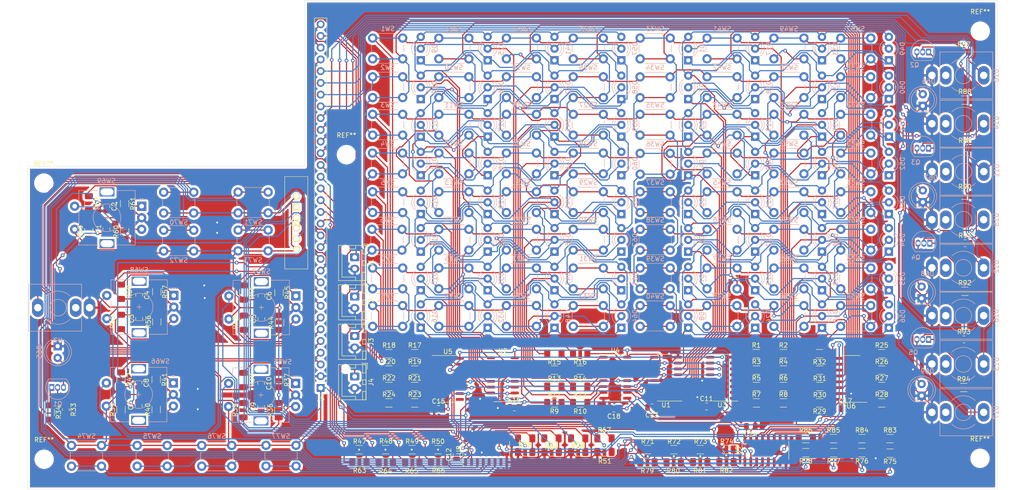
<source format=kicad_pcb>
(kicad_pcb (version 20171130) (host pcbnew "(5.1.10)-1")
  (layers (0 F.Cu signal) (31 B.Cu signal) (34 B.Paste user) (35 F.Paste user) (36 B.SilkS user) (37 F.SilkS user) (38 B.Mask user) (39 F.Mask user) (44 Edge.Cuts user))
  (net 0 "")
  (net 1 "Net-(C1-Pad1)")
  (net 2 GND)
  (net 3 "Net-(C10-Pad1)")
  (net 4 "Net-(D1-Pad1)")
  (net 5 "Net-(D1-Pad2)")
  (net 6 "Net-(D1-Pad3)")
  (net 7 "Net-(D18-Pad2)")
  (net 8 "Net-(D19-Pad3)")
  (net 9 "Net-(D19-Pad2)")
  (net 10 "Net-(D19-Pad1)")
  (net 11 "Net-(D20-Pad2)")
  (net 12 "Net-(D21-Pad3)")
  (net 13 "Net-(D21-Pad2)")
  (net 14 "Net-(D21-Pad1)")
  (net 15 "Net-(D22-Pad2)")
  (net 16 "Net-(D23-Pad3)")
  (net 17 "Net-(D23-Pad2)")
  (net 18 "Net-(D23-Pad1)")
  (net 19 "Net-(D24-Pad2)")
  (net 20 "Net-(D10-Pad3)")
  (net 21 "Net-(D25-Pad2)")
  (net 22 "Net-(D10-Pad1)")
  (net 23 "Net-(D10-Pad2)")
  (net 24 "Net-(D11-Pad1)")
  (net 25 "Net-(D11-Pad2)")
  (net 26 "Net-(D11-Pad3)")
  (net 27 "Net-(D12-Pad2)")
  (net 28 "Net-(D13-Pad1)")
  (net 29 "Net-(D13-Pad2)")
  (net 30 "Net-(D13-Pad3)")
  (net 31 "Net-(D14-Pad2)")
  (net 32 "Net-(D15-Pad1)")
  (net 33 "Net-(D15-Pad2)")
  (net 34 "Net-(D15-Pad3)")
  (net 35 "Net-(D16-Pad2)")
  (net 36 "Net-(D65-Pad2)")
  (net 37 "Net-(D66-Pad2)")
  (net 38 "Net-(D67-Pad2)")
  (net 39 "Net-(D68-Pad2)")
  (net 40 "Net-(D69-Pad2)")
  (net 41 "Net-(J1-Pad1)")
  (net 42 "Net-(J2-Pad1)")
  (net 43 "Net-(J3-Pad1)")
  (net 44 "Net-(J4-Pad1)")
  (net 45 "Net-(J5-Pad13)")
  (net 46 "Net-(J5-Pad14)")
  (net 47 "Net-(J5-Pad15)")
  (net 48 "Net-(J5-Pad16)")
  (net 49 "Net-(J5-Pad17)")
  (net 50 "Net-(J5-Pad18)")
  (net 51 "Net-(J5-Pad19)")
  (net 52 "Net-(J5-Pad20)")
  (net 53 "Net-(J5-Pad21)")
  (net 54 "Net-(J5-Pad22)")
  (net 55 "Net-(J5-Pad23)")
  (net 56 "Net-(J5-Pad24)")
  (net 57 "Net-(J5-Pad25)")
  (net 58 "Net-(J5-Pad26)")
  (net 59 "Net-(J5-Pad27)")
  (net 60 "Net-(J5-Pad28)")
  (net 61 "Net-(Q1-Pad2)")
  (net 62 "Net-(Q1-Pad1)")
  (net 63 "Net-(Q2-Pad1)")
  (net 64 "Net-(Q2-Pad2)")
  (net 65 "Net-(Q3-Pad2)")
  (net 66 "Net-(Q3-Pad1)")
  (net 67 "Net-(Q4-Pad2)")
  (net 68 "Net-(Q4-Pad1)")
  (net 69 "Net-(Q5-Pad1)")
  (net 70 "Net-(Q5-Pad2)")
  (net 71 "Net-(R1-Pad1)")
  (net 72 "Net-(R2-Pad1)")
  (net 73 "Net-(R3-Pad1)")
  (net 74 "Net-(R4-Pad1)")
  (net 75 "Net-(R5-Pad1)")
  (net 76 "Net-(R6-Pad1)")
  (net 77 "Net-(R7-Pad1)")
  (net 78 "Net-(R8-Pad1)")
  (net 79 "Net-(R9-Pad1)")
  (net 80 "Net-(R10-Pad1)")
  (net 81 "Net-(R11-Pad1)")
  (net 82 "Net-(R12-Pad1)")
  (net 83 "Net-(R13-Pad1)")
  (net 84 "Net-(R14-Pad1)")
  (net 85 "Net-(R15-Pad1)")
  (net 86 "Net-(R16-Pad1)")
  (net 87 "Net-(R17-Pad1)")
  (net 88 "Net-(R17-Pad2)")
  (net 89 "Net-(R18-Pad2)")
  (net 90 "Net-(R18-Pad1)")
  (net 91 "Net-(R19-Pad1)")
  (net 92 "Net-(R19-Pad2)")
  (net 93 "Net-(R20-Pad2)")
  (net 94 "Net-(R20-Pad1)")
  (net 95 "Net-(R21-Pad1)")
  (net 96 "Net-(R21-Pad2)")
  (net 97 "Net-(R22-Pad2)")
  (net 98 "Net-(R22-Pad1)")
  (net 99 "Net-(R23-Pad1)")
  (net 100 "Net-(R23-Pad2)")
  (net 101 "Net-(R24-Pad2)")
  (net 102 "Net-(R24-Pad1)")
  (net 103 "Net-(R25-Pad1)")
  (net 104 "Net-(R26-Pad1)")
  (net 105 "Net-(R27-Pad1)")
  (net 106 "Net-(R28-Pad1)")
  (net 107 "Net-(R29-Pad1)")
  (net 108 "Net-(R30-Pad1)")
  (net 109 "Net-(R31-Pad1)")
  (net 110 "Net-(R35-Pad1)")
  (net 111 "Net-(R37-Pad1)")
  (net 112 "Net-(R39-Pad1)")
  (net 113 "Net-(R41-Pad1)")
  (net 114 "Net-(R43-Pad1)")
  (net 115 "Net-(R45-Pad1)")
  (net 116 "Net-(R47-Pad1)")
  (net 117 "Net-(R48-Pad1)")
  (net 118 "Net-(R49-Pad1)")
  (net 119 "Net-(R50-Pad1)")
  (net 120 "Net-(R51-Pad1)")
  (net 121 "Net-(R52-Pad1)")
  (net 122 "Net-(R53-Pad1)")
  (net 123 "Net-(R54-Pad1)")
  (net 124 "Net-(R55-Pad1)")
  (net 125 "Net-(R57-Pad1)")
  (net 126 "Net-(R59-Pad1)")
  (net 127 "Net-(R61-Pad1)")
  (net 128 "Net-(R63-Pad1)")
  (net 129 "Net-(R64-Pad1)")
  (net 130 "Net-(R65-Pad1)")
  (net 131 "Net-(R66-Pad1)")
  (net 132 "Net-(R67-Pad1)")
  (net 133 "Net-(R68-Pad1)")
  (net 134 "Net-(R69-Pad1)")
  (net 135 "Net-(R70-Pad1)")
  (net 136 "Net-(R71-Pad1)")
  (net 137 "Net-(R72-Pad1)")
  (net 138 "Net-(R73-Pad1)")
  (net 139 "Net-(R74-Pad1)")
  (net 140 "Net-(R75-Pad1)")
  (net 141 "Net-(R76-Pad1)")
  (net 142 "Net-(R77-Pad1)")
  (net 143 "Net-(R78-Pad1)")
  (net 144 "Net-(R79-Pad1)")
  (net 145 "Net-(R80-Pad1)")
  (net 146 "Net-(R81-Pad1)")
  (net 147 "Net-(R82-Pad1)")
  (net 148 "Net-(R83-Pad1)")
  (net 149 "Net-(R84-Pad1)")
  (net 150 "Net-(R85-Pad1)")
  (net 151 "Net-(R86-Pad1)")
  (net 152 "Net-(S1-Pad1)")
  (net 153 "Net-(U1-Pad14)")
  (net 154 "Net-(U5-Pad9)")
  (net 155 "Net-(U6-Pad10)")
  (net 156 "Net-(U6-Pad7)")
  (net 157 "Net-(U7-Pad2)")
  (net 158 "Net-(U8-Pad10)")
  (net 159 "Net-(U8-Pad7)")
  (net 160 "Net-(U9-Pad7)")
  (net 161 "Net-(U9-Pad10)")
  (net 162 "Net-(U10-Pad2)")
  (net 163 "Net-(U11-Pad2)")
  (net 164 "Net-(U12-Pad2)")
  (net 165 "Net-(U13-Pad2)")
  (net 166 "Net-(U14-Pad2)")
  (net 167 "Net-(U15-Pad2)")
  (net 168 "Net-(U16-Pad2)")
  (net 169 "Net-(U17-Pad2)")
  (net 170 "Net-(U1-Pad9)")
  (net 171 "Net-(R32-Pad1)")
  (net 172 "Net-(U3-Pad9)")
  (net 173 "Net-(U3-Pad14)")
  (net 174 "Net-(C2-Pad1)")
  (net 175 "Net-(C3-Pad1)")
  (net 176 "Net-(C4-Pad1)")
  (net 177 "Net-(C5-Pad1)")
  (net 178 "Net-(C6-Pad1)")
  (net 179 "Net-(C7-Pad1)")
  (net 180 "Net-(C8-Pad1)")
  (net 181 "Net-(C9-Pad1)")
  (net 182 "Net-(C11-Pad2)")
  (module MountingHole:MountingHole_3.2mm_M3 (layer F.Cu) (at 102.0572 58.3692)
    (fp_text reference REF** (at 0 -4.2) (layer F.SilkS))
    (fp_text value MountingHole_3.2mm_M3)
    (pad 1 np_thru_hole circle (at 0 0) (size 3.2 3.2) (drill 3.2) (layers *.Cu *.Mask))
  )
  (module Resistor_SMD:R_1206_3216Metric_Pad1.30x1.75mm_HandSolder (layer F.Cu) (at 235.686 108.7755)
    (fp_text reference R94 (at 0 -1.82) (layer F.SilkS))
    (fp_text value 220)
    (pad 2 smd roundrect (at 1.55 0) (size 1.3 1.75) (layers F.Cu F.Paste F.Mask) (roundrect_rratio 0.1923076923076923) (net 182 "Net-(C11-Pad2)"))
    (pad 1 smd roundrect (at -1.55 0) (size 1.3 1.75) (layers F.Cu F.Paste F.Mask) (roundrect_rratio 0.1923076923076923) (net 69 "Net-(Q5-Pad1)"))
  )
  (module Resistor_SMD:R_1206_3216Metric_Pad1.30x1.75mm_HandSolder (layer F.Cu) (at 37.8968 114.1736 270)
    (fp_text reference R34 (at 0 -1.82 90) (layer F.SilkS))
    (fp_text value 220)
    (pad 2 smd roundrect (at 1.55 0 270) (size 1.3 1.75) (layers F.Cu F.Paste F.Mask) (roundrect_rratio 0.1923076923076923) (net 182 "Net-(C11-Pad2)"))
    (pad 1 smd roundrect (at -1.55 0 270) (size 1.3 1.75) (layers F.Cu F.Paste F.Mask) (roundrect_rratio 0.1923076923076923) (net 62 "Net-(Q1-Pad1)"))
  )
  (module Resistor_SMD:R_1206_3216Metric_Pad1.30x1.75mm_HandSolder (layer F.Cu) (at 121.8952 122.2248 180)
    (fp_text reference R50 (at 0.026 1.778) (layer F.SilkS))
    (fp_text value 10k)
    (pad 1 smd roundrect (at -1.55 0 180) (size 1.3 1.75) (layers F.Cu F.Paste F.Mask) (roundrect_rratio 0.1923076923076923) (net 119 "Net-(R50-Pad1)"))
    (pad 2 smd roundrect (at 1.55 0 180) (size 1.3 1.75) (layers F.Cu F.Paste F.Mask) (roundrect_rratio 0.1923076923076923) (net 2 GND))
  )
  (module Resistor_SMD:R_1206_3216Metric_Pad1.30x1.75mm_HandSolder (layer F.Cu) (at 104.7744 122.2248 180)
    (fp_text reference R47 (at -0.1276 1.778) (layer F.SilkS))
    (fp_text value 10k)
    (pad 2 smd roundrect (at 1.55 0 180) (size 1.3 1.75) (layers F.Cu F.Paste F.Mask) (roundrect_rratio 0.1923076923076923) (net 2 GND))
    (pad 1 smd roundrect (at -1.55 0 180) (size 1.3 1.75) (layers F.Cu F.Paste F.Mask) (roundrect_rratio 0.1923076923076923) (net 116 "Net-(R47-Pad1)"))
  )
  (module Resistor_SMD:R_1206_3216Metric_Pad1.30x1.75mm_HandSolder (layer F.Cu) (at 110.516 122.2248 180)
    (fp_text reference R48 (at -0.0756 1.8288) (layer F.SilkS))
    (fp_text value 10k)
    (pad 2 smd roundrect (at 1.55 0 180) (size 1.3 1.75) (layers F.Cu F.Paste F.Mask) (roundrect_rratio 0.1923076923076923) (net 2 GND))
    (pad 1 smd roundrect (at -1.55 0 180) (size 1.3 1.75) (layers F.Cu F.Paste F.Mask) (roundrect_rratio 0.1923076923076923) (net 117 "Net-(R48-Pad1)"))
  )
  (module Resistor_SMD:R_1206_3216Metric_Pad1.30x1.75mm_HandSolder (layer F.Cu) (at 116.2564 122.2248 180)
    (fp_text reference R49 (at 0 1.778) (layer F.SilkS))
    (fp_text value 10k)
    (pad 2 smd roundrect (at 1.55 0 180) (size 1.3 1.75) (layers F.Cu F.Paste F.Mask) (roundrect_rratio 0.1923076923076923) (net 2 GND))
    (pad 1 smd roundrect (at -1.55 0 180) (size 1.3 1.75) (layers F.Cu F.Paste F.Mask) (roundrect_rratio 0.1923076923076923) (net 118 "Net-(R49-Pad1)"))
  )
  (module Resistor_SMD:R_1206_3216Metric_Pad1.30x1.75mm_HandSolder (layer F.Cu) (at 104.8512 124.9172)
    (fp_text reference R63 (at 0.0508 1.8288) (layer F.SilkS))
    (fp_text value 220)
    (pad 2 smd roundrect (at 1.55 0) (size 1.3 1.75) (layers F.Cu F.Paste F.Mask) (roundrect_rratio 0.1923076923076923) (net 116 "Net-(R47-Pad1)"))
    (pad 1 smd roundrect (at -1.55 0) (size 1.3 1.75) (layers F.Cu F.Paste F.Mask) (roundrect_rratio 0.1923076923076923) (net 128 "Net-(R63-Pad1)"))
  )
  (module Resistor_SMD:R_1206_3216Metric_Pad1.30x1.75mm_HandSolder (layer F.Cu) (at 110.5656 124.968)
    (fp_text reference R64 (at -0.0756 1.8796) (layer F.SilkS))
    (fp_text value 220)
    (pad 1 smd roundrect (at -1.55 0) (size 1.3 1.75) (layers F.Cu F.Paste F.Mask) (roundrect_rratio 0.1923076923076923) (net 129 "Net-(R64-Pad1)"))
    (pad 2 smd roundrect (at 1.55 0) (size 1.3 1.75) (layers F.Cu F.Paste F.Mask) (roundrect_rratio 0.1923076923076923) (net 117 "Net-(R48-Pad1)"))
  )
  (module Resistor_SMD:R_1206_3216Metric_Pad1.30x1.75mm_HandSolder (layer F.Cu) (at 116.306 124.968)
    (fp_text reference R65 (at -0.1264 1.8796) (layer F.SilkS))
    (fp_text value 220)
    (pad 2 smd roundrect (at 1.55 0) (size 1.3 1.75) (layers F.Cu F.Paste F.Mask) (roundrect_rratio 0.1923076923076923) (net 118 "Net-(R49-Pad1)"))
    (pad 1 smd roundrect (at -1.55 0) (size 1.3 1.75) (layers F.Cu F.Paste F.Mask) (roundrect_rratio 0.1923076923076923) (net 130 "Net-(R65-Pad1)"))
  )
  (module Resistor_SMD:R_1206_3216Metric_Pad1.30x1.75mm_HandSolder (layer F.Cu) (at 121.894 124.9172)
    (fp_text reference R66 (at 0.0768 1.8288) (layer F.SilkS))
    (fp_text value 220)
    (pad 1 smd roundrect (at -1.55 0) (size 1.3 1.75) (layers F.Cu F.Paste F.Mask) (roundrect_rratio 0.1923076923076923) (net 131 "Net-(R66-Pad1)"))
    (pad 2 smd roundrect (at 1.55 0) (size 1.3 1.75) (layers F.Cu F.Paste F.Mask) (roundrect_rratio 0.1923076923076923) (net 119 "Net-(R50-Pad1)"))
  )
  (module MountingHole:MountingHole_3.2mm_M3 (layer F.Cu) (at 239.268 31.623)
    (fp_text reference REF** (at 0 -4.2) (layer F.SilkS))
    (fp_text value MountingHole_3.2mm_M3)
    (pad 1 np_thru_hole circle (at 0 0) (size 3.2 3.2) (drill 3.2) (layers *.Cu *.Mask))
  )
  (module MountingHole:MountingHole_3.2mm_M3 (layer F.Cu) (at 36.5268 64.516)
    (fp_text reference REF** (at 0 -4.2) (layer F.SilkS))
    (fp_text value MountingHole_3.2mm_M3)
    (pad 1 np_thru_hole circle (at 0 0) (size 3.2 3.2) (drill 3.2) (layers *.Cu *.Mask))
  )
  (module MountingHole:MountingHole_3.2mm_M3 (layer F.Cu) (at 36.603 124.306)
    (fp_text reference REF** (at 0 -4.2) (layer F.SilkS))
    (fp_text value MountingHole_3.2mm_M3)
    (pad 1 np_thru_hole circle (at 0 0) (size 3.2 3.2) (drill 3.2) (layers *.Cu *.Mask))
  )
  (module MountingHole:MountingHole_3.2mm_M3 (layer F.Cu) (at 239.2172 124.1044)
    (fp_text reference REF** (at 0 -4.2) (layer F.SilkS))
    (fp_text value MountingHole_3.2mm_M3)
    (pad 1 np_thru_hole circle (at 0 0) (size 3.2 3.2) (drill 3.2) (layers *.Cu *.Mask))
  )
  (module Button_Switch_THT:SW_PUSH_6mm (layer B.Cu) (at 128.5518 91.0336 180)
    (fp_text reference SW16 (at 3.25 2) (layer B.SilkS) (effects (justify mirror)))
    (fp_text value SW_MEC_5G)
    (pad 1 thru_hole circle (at 6.5 0 90) (size 2 2) (drill 1.1) (layers *.Cu *.Mask) (net 102 "Net-(R24-Pad1)"))
    (pad 2 thru_hole circle (at 6.5 -4.5 90) (size 2 2) (drill 1.1) (layers *.Cu *.Mask) (net 104 "Net-(R26-Pad1)"))
    (pad 1 thru_hole circle (at 0 0 90) (size 2 2) (drill 1.1) (layers *.Cu *.Mask) (net 102 "Net-(R24-Pad1)"))
    (pad 2 thru_hole circle (at 0 -4.5 90) (size 2 2) (drill 1.1) (layers *.Cu *.Mask) (net 104 "Net-(R26-Pad1)"))
  )
  (module Button_Switch_THT:SW_PUSH_6mm (layer B.Cu) (at 201.0918 33.1216 180)
    (fp_text reference SW49 (at 3.25 2) (layer B.SilkS) (effects (justify mirror)))
    (fp_text value SW_MEC_5G)
    (pad 1 thru_hole circle (at 6.5 0 90) (size 2 2) (drill 1.1) (layers *.Cu *.Mask) (net 87 "Net-(R17-Pad1)"))
    (pad 2 thru_hole circle (at 6.5 -4.5 90) (size 2 2) (drill 1.1) (layers *.Cu *.Mask) (net 109 "Net-(R31-Pad1)"))
    (pad 1 thru_hole circle (at 0 0 90) (size 2 2) (drill 1.1) (layers *.Cu *.Mask) (net 87 "Net-(R17-Pad1)"))
    (pad 2 thru_hole circle (at 0 -4.5 90) (size 2 2) (drill 1.1) (layers *.Cu *.Mask) (net 109 "Net-(R31-Pad1)"))
  )
  (module Button_Switch_THT:SW_PUSH_6mm (layer B.Cu) (at 215.5444 41.5036 180)
    (fp_text reference SW58 (at 3.25 2) (layer B.SilkS) (effects (justify mirror)))
    (fp_text value SW_MEC_5G)
    (pad 1 thru_hole circle (at 6.5 0 90) (size 2 2) (drill 1.1) (layers *.Cu *.Mask) (net 90 "Net-(R18-Pad1)"))
    (pad 2 thru_hole circle (at 6.5 -4.5 90) (size 2 2) (drill 1.1) (layers *.Cu *.Mask) (net 171 "Net-(R32-Pad1)"))
    (pad 1 thru_hole circle (at 0 0 90) (size 2 2) (drill 1.1) (layers *.Cu *.Mask) (net 90 "Net-(R18-Pad1)"))
    (pad 2 thru_hole circle (at 0 -4.5 90) (size 2 2) (drill 1.1) (layers *.Cu *.Mask) (net 171 "Net-(R32-Pad1)"))
  )
  (module Button_Switch_THT:SW_PUSH_6mm (layer B.Cu) (at 128.5518 41.5036 180)
    (fp_text reference SW10 (at 3.25 2) (layer B.SilkS) (effects (justify mirror)))
    (fp_text value SW_MEC_5G)
    (pad 2 thru_hole circle (at 0 -4.5 90) (size 2 2) (drill 1.1) (layers *.Cu *.Mask) (net 104 "Net-(R26-Pad1)"))
    (pad 1 thru_hole circle (at 0 0 90) (size 2 2) (drill 1.1) (layers *.Cu *.Mask) (net 90 "Net-(R18-Pad1)"))
    (pad 2 thru_hole circle (at 6.5 -4.5 90) (size 2 2) (drill 1.1) (layers *.Cu *.Mask) (net 104 "Net-(R26-Pad1)"))
    (pad 1 thru_hole circle (at 6.5 0 90) (size 2 2) (drill 1.1) (layers *.Cu *.Mask) (net 90 "Net-(R18-Pad1)"))
  )
  (module Button_Switch_THT:SW_PUSH_6mm (layer B.Cu) (at 128.5518 66.3956 180)
    (fp_text reference SW13 (at 3.25 2) (layer B.SilkS) (effects (justify mirror)))
    (fp_text value SW_MEC_5G)
    (pad 2 thru_hole circle (at 0 -4.5 90) (size 2 2) (drill 1.1) (layers *.Cu *.Mask) (net 104 "Net-(R26-Pad1)"))
    (pad 1 thru_hole circle (at 0 0 90) (size 2 2) (drill 1.1) (layers *.Cu *.Mask) (net 95 "Net-(R21-Pad1)"))
    (pad 2 thru_hole circle (at 6.5 -4.5 90) (size 2 2) (drill 1.1) (layers *.Cu *.Mask) (net 104 "Net-(R26-Pad1)"))
    (pad 1 thru_hole circle (at 6.5 0 90) (size 2 2) (drill 1.1) (layers *.Cu *.Mask) (net 95 "Net-(R21-Pad1)"))
  )
  (module LED_THT:LED_D3.0mm-3 (layer B.Cu) (at 147.0914 71.2216 90)
    (fp_text reference D45 (at 2.54 2.96 270) (layer B.SilkS) (effects (justify mirror)))
    (fp_text value LED_Dual_ACA)
    (pad 1 thru_hole rect (at 0 0 90) (size 1.8 1.8) (drill 0.9) (layers *.Cu *.Mask) (net 28 "Net-(D13-Pad1)"))
    (pad 2 thru_hole circle (at 2.54 0 90) (size 1.8 1.8) (drill 0.9) (layers *.Cu *.Mask) (net 29 "Net-(D13-Pad2)"))
    (pad 3 thru_hole circle (at 5.08 0 90) (size 1.8 1.8) (drill 0.9) (layers *.Cu *.Mask) (net 30 "Net-(D13-Pad3)"))
  )
  (module Button_Switch_THT:SW_PUSH_6mm (layer B.Cu) (at 157.6578 33.1216 180)
    (fp_text reference SW25 (at 3.25 2) (layer B.SilkS) (effects (justify mirror)))
    (fp_text value SW_MEC_5G)
    (pad 2 thru_hole circle (at 0 -4.5 90) (size 2 2) (drill 1.1) (layers *.Cu *.Mask) (net 106 "Net-(R28-Pad1)"))
    (pad 1 thru_hole circle (at 0 0 90) (size 2 2) (drill 1.1) (layers *.Cu *.Mask) (net 87 "Net-(R17-Pad1)"))
    (pad 2 thru_hole circle (at 6.5 -4.5 90) (size 2 2) (drill 1.1) (layers *.Cu *.Mask) (net 106 "Net-(R28-Pad1)"))
    (pad 1 thru_hole circle (at 6.5 0 90) (size 2 2) (drill 1.1) (layers *.Cu *.Mask) (net 87 "Net-(R17-Pad1)"))
  )
  (module Capacitor_SMD:C_0805_2012Metric (layer F.Cu) (at 50.0888 74.4449 90)
    (fp_text reference C1 (at 0 -1.68 90) (layer F.SilkS))
    (fp_text value .01uf)
    (pad 1 smd roundrect (at -0.95 0 90) (size 1 1.45) (layers F.Cu F.Paste F.Mask) (net 1 "Net-(C1-Pad1)"))
    (pad 2 smd roundrect (at 0.95 0 90) (size 1 1.45) (layers F.Cu F.Paste F.Mask) (net 2 GND))
  )
  (module Capacitor_SMD:C_0805_2012Metric (layer F.Cu) (at 50.0888 69.6189 270)
    (fp_text reference C2 (at 0 -1.68 90) (layer F.SilkS))
    (fp_text value .01uf)
    (pad 2 smd roundrect (at 0.95 0 270) (size 1 1.45) (layers F.Cu F.Paste F.Mask) (net 2 GND))
    (pad 1 smd roundrect (at -0.95 0 270) (size 1 1.45) (layers F.Cu F.Paste F.Mask) (net 174 "Net-(C2-Pad1)"))
  )
  (module Capacitor_SMD:C_0805_2012Metric (layer F.Cu) (at 57.1754 93.8505 90)
    (fp_text reference C3 (at 0 -1.68 90) (layer F.SilkS))
    (fp_text value .01uf)
    (pad 1 smd roundrect (at -0.95 0 90) (size 1 1.45) (layers F.Cu F.Paste F.Mask) (net 175 "Net-(C3-Pad1)"))
    (pad 2 smd roundrect (at 0.95 0 90) (size 1 1.45) (layers F.Cu F.Paste F.Mask) (net 2 GND))
  )
  (module Capacitor_SMD:C_0805_2012Metric (layer F.Cu) (at 57.1754 88.7755 270)
    (fp_text reference C4 (at 0 -1.68 90) (layer F.SilkS))
    (fp_text value .01uf)
    (pad 2 smd roundrect (at 0.95 0 270) (size 1 1.45) (layers F.Cu F.Paste F.Mask) (net 2 GND))
    (pad 1 smd roundrect (at -0.95 0 270) (size 1 1.45) (layers F.Cu F.Paste F.Mask) (net 176 "Net-(C4-Pad1)"))
  )
  (module Capacitor_SMD:C_0805_2012Metric (layer F.Cu) (at 83.6422 93.8886 90)
    (fp_text reference C5 (at 0 -1.68 90) (layer F.SilkS))
    (fp_text value .01uf)
    (pad 1 smd roundrect (at -0.95 0 90) (size 1 1.45) (layers F.Cu F.Paste F.Mask) (net 177 "Net-(C5-Pad1)"))
    (pad 2 smd roundrect (at 0.95 0 90) (size 1 1.45) (layers F.Cu F.Paste F.Mask) (net 2 GND))
  )
  (module Capacitor_SMD:C_0805_2012Metric (layer F.Cu) (at 83.6422 88.9356 270)
    (fp_text reference C6 (at 0 -1.68 90) (layer F.SilkS))
    (fp_text value .01uf)
    (pad 2 smd roundrect (at 0.95 0 270) (size 1 1.45) (layers F.Cu F.Paste F.Mask) (net 2 GND))
    (pad 1 smd roundrect (at -0.95 0 270) (size 1 1.45) (layers F.Cu F.Paste F.Mask) (net 178 "Net-(C6-Pad1)"))
  )
  (module Capacitor_SMD:C_0805_2012Metric (layer F.Cu) (at 57.0484 112.71 90)
    (fp_text reference C7 (at 0 -1.68 90) (layer F.SilkS))
    (fp_text value .01uf)
    (pad 1 smd roundrect (at -0.95 0 90) (size 1 1.45) (layers F.Cu F.Paste F.Mask) (net 179 "Net-(C7-Pad1)"))
    (pad 2 smd roundrect (at 0.95 0 90) (size 1 1.45) (layers F.Cu F.Paste F.Mask) (net 2 GND))
  )
  (module Capacitor_SMD:C_0805_2012Metric (layer F.Cu) (at 57.0484 107.762 270)
    (fp_text reference C8 (at 0 -1.68 90) (layer F.SilkS))
    (fp_text value .01uf)
    (pad 2 smd roundrect (at 0.95 0 270) (size 1 1.45) (layers F.Cu F.Paste F.Mask) (net 2 GND))
    (pad 1 smd roundrect (at -0.95 0 270) (size 1 1.45) (layers F.Cu F.Paste F.Mask) (net 180 "Net-(C8-Pad1)"))
  )
  (module Capacitor_SMD:C_0805_2012Metric (layer F.Cu) (at 83.5787 112.8903 90)
    (fp_text reference C9 (at 0 -1.68 90) (layer F.SilkS))
    (fp_text value .01uf)
    (pad 1 smd roundrect (at -0.95 0 90) (size 1 1.45) (layers F.Cu F.Paste F.Mask) (net 181 "Net-(C9-Pad1)"))
    (pad 2 smd roundrect (at 0.95 0 90) (size 1 1.45) (layers F.Cu F.Paste F.Mask) (net 2 GND))
  )
  (module Capacitor_SMD:C_0805_2012Metric (layer F.Cu) (at 83.5787 107.8763 270)
    (fp_text reference C10 (at 0 -1.68 90) (layer F.SilkS))
    (fp_text value .01uf)
    (pad 2 smd roundrect (at 0.95 0 270) (size 1 1.45) (layers F.Cu F.Paste F.Mask) (net 2 GND))
    (pad 1 smd roundrect (at -0.95 0 270) (size 1 1.45) (layers F.Cu F.Paste F.Mask) (net 3 "Net-(C10-Pad1)"))
  )
  (module LED_THT:LED_D3.0mm-3 (layer B.Cu) (at 176.0474 37.9476 90)
    (fp_text reference D1 (at 2.54 2.96 270) (layer B.SilkS) (effects (justify mirror)))
    (fp_text value LED_Dual_ACA)
    (pad 1 thru_hole rect (at 0 0 90) (size 1.8 1.8) (drill 0.9) (layers *.Cu *.Mask) (net 4 "Net-(D1-Pad1)"))
    (pad 2 thru_hole circle (at 2.54 0 90) (size 1.8 1.8) (drill 0.9) (layers *.Cu *.Mask) (net 5 "Net-(D1-Pad2)"))
    (pad 3 thru_hole circle (at 5.08 0 90) (size 1.8 1.8) (drill 0.9) (layers *.Cu *.Mask) (net 6 "Net-(D1-Pad3)"))
  )
  (module LED_THT:LED_D3.0mm-3 (layer B.Cu) (at 176.0474 46.3296 90)
    (fp_text reference D2 (at 2.54 2.96 270) (layer B.SilkS) (effects (justify mirror)))
    (fp_text value LED_Dual_ACA)
    (pad 1 thru_hole rect (at 0 0 90) (size 1.8 1.8) (drill 0.9) (layers *.Cu *.Mask) (net 4 "Net-(D1-Pad1)"))
    (pad 2 thru_hole circle (at 2.54 0 90) (size 1.8 1.8) (drill 0.9) (layers *.Cu *.Mask) (net 7 "Net-(D18-Pad2)"))
    (pad 3 thru_hole circle (at 5.08 0 90) (size 1.8 1.8) (drill 0.9) (layers *.Cu *.Mask) (net 6 "Net-(D1-Pad3)"))
  )
  (module LED_THT:LED_D3.0mm-3 (layer B.Cu) (at 176.0474 54.4576 90)
    (fp_text reference D3 (at 2.54 2.96 270) (layer B.SilkS) (effects (justify mirror)))
    (fp_text value LED_Dual_ACA)
    (pad 3 thru_hole circle (at 5.08 0 90) (size 1.8 1.8) (drill 0.9) (layers *.Cu *.Mask) (net 8 "Net-(D19-Pad3)"))
    (pad 2 thru_hole circle (at 2.54 0 90) (size 1.8 1.8) (drill 0.9) (layers *.Cu *.Mask) (net 9 "Net-(D19-Pad2)"))
    (pad 1 thru_hole rect (at 0 0 90) (size 1.8 1.8) (drill 0.9) (layers *.Cu *.Mask) (net 10 "Net-(D19-Pad1)"))
  )
  (module LED_THT:LED_D3.0mm-3 (layer B.Cu) (at 176.0474 62.8396 90)
    (fp_text reference D4 (at 2.54 2.96 270) (layer B.SilkS) (effects (justify mirror)))
    (fp_text value LED_Dual_ACA)
    (pad 1 thru_hole rect (at 0 0 90) (size 1.8 1.8) (drill 0.9) (layers *.Cu *.Mask) (net 10 "Net-(D19-Pad1)"))
    (pad 2 thru_hole circle (at 2.54 0 90) (size 1.8 1.8) (drill 0.9) (layers *.Cu *.Mask) (net 11 "Net-(D20-Pad2)"))
    (pad 3 thru_hole circle (at 5.08 0 90) (size 1.8 1.8) (drill 0.9) (layers *.Cu *.Mask) (net 8 "Net-(D19-Pad3)"))
  )
  (module LED_THT:LED_D3.0mm-3 (layer B.Cu) (at 176.0474 71.2216 90)
    (fp_text reference D5 (at 2.54 2.96 -90) (layer B.SilkS) (effects (justify mirror)))
    (fp_text value LED_Dual_ACA)
    (pad 3 thru_hole circle (at 5.08 0 90) (size 1.8 1.8) (drill 0.9) (layers *.Cu *.Mask) (net 12 "Net-(D21-Pad3)"))
    (pad 2 thru_hole circle (at 2.54 0 90) (size 1.8 1.8) (drill 0.9) (layers *.Cu *.Mask) (net 13 "Net-(D21-Pad2)"))
    (pad 1 thru_hole rect (at 0 0 90) (size 1.8 1.8) (drill 0.9) (layers *.Cu *.Mask) (net 14 "Net-(D21-Pad1)"))
  )
  (module LED_THT:LED_D3.0mm-3 (layer B.Cu) (at 176.0474 79.3496 90)
    (fp_text reference D6 (at 2.54 2.96 -90) (layer B.SilkS) (effects (justify mirror)))
    (fp_text value LED_Dual_ACA)
    (pad 1 thru_hole rect (at 0 0 90) (size 1.8 1.8) (drill 0.9) (layers *.Cu *.Mask) (net 14 "Net-(D21-Pad1)"))
    (pad 2 thru_hole circle (at 2.54 0 90) (size 1.8 1.8) (drill 0.9) (layers *.Cu *.Mask) (net 15 "Net-(D22-Pad2)"))
    (pad 3 thru_hole circle (at 5.08 0 90) (size 1.8 1.8) (drill 0.9) (layers *.Cu *.Mask) (net 12 "Net-(D21-Pad3)"))
  )
  (module LED_THT:LED_D3.0mm-3 (layer B.Cu) (at 176.0474 87.7316 90)
    (fp_text reference D7 (at 2.54 2.96 270) (layer B.SilkS) (effects (justify mirror)))
    (fp_text value LED_Dual_ACA)
    (pad 3 thru_hole circle (at 5.08 0 90) (size 1.8 1.8) (drill 0.9) (layers *.Cu *.Mask) (net 16 "Net-(D23-Pad3)"))
    (pad 2 thru_hole circle (at 2.54 0 90) (size 1.8 1.8) (drill 0.9) (layers *.Cu *.Mask) (net 17 "Net-(D23-Pad2)"))
    (pad 1 thru_hole rect (at 0 0 90) (size 1.8 1.8) (drill 0.9) (layers *.Cu *.Mask) (net 18 "Net-(D23-Pad1)"))
  )
  (module LED_THT:LED_D3.0mm-3 (layer B.Cu) (at 176.0474 95.8596 90)
    (fp_text reference D8 (at 2.54 2.96 270) (layer B.SilkS) (effects (justify mirror)))
    (fp_text value LED_Dual_ACA)
    (pad 1 thru_hole rect (at 0 0 90) (size 1.8 1.8) (drill 0.9) (layers *.Cu *.Mask) (net 18 "Net-(D23-Pad1)"))
    (pad 2 thru_hole circle (at 2.54 0 90) (size 1.8 1.8) (drill 0.9) (layers *.Cu *.Mask) (net 19 "Net-(D24-Pad2)"))
    (pad 3 thru_hole circle (at 5.08 0 90) (size 1.8 1.8) (drill 0.9) (layers *.Cu *.Mask) (net 16 "Net-(D23-Pad3)"))
  )
  (module LED_THT:LED_D3.0mm-3 (layer B.Cu) (at 118.1354 37.9476 90)
    (fp_text reference D9 (at 2.54 2.96 270) (layer B.SilkS) (effects (justify mirror)))
    (fp_text value LED_Dual_ACA)
    (pad 3 thru_hole circle (at 5.08 0 90) (size 1.8 1.8) (drill 0.9) (layers *.Cu *.Mask) (net 20 "Net-(D10-Pad3)"))
    (pad 2 thru_hole circle (at 2.54 0 90) (size 1.8 1.8) (drill 0.9) (layers *.Cu *.Mask) (net 21 "Net-(D25-Pad2)"))
    (pad 1 thru_hole rect (at 0 0 90) (size 1.8 1.8) (drill 0.9) (layers *.Cu *.Mask) (net 22 "Net-(D10-Pad1)"))
  )
  (module LED_THT:LED_D3.0mm-3 (layer B.Cu) (at 118.1354 46.3296 90)
    (fp_text reference D10 (at 2.54 2.96 270) (layer B.SilkS) (effects (justify mirror)))
    (fp_text value LED_Dual_ACA)
    (pad 3 thru_hole circle (at 5.08 0 90) (size 1.8 1.8) (drill 0.9) (layers *.Cu *.Mask) (net 20 "Net-(D10-Pad3)"))
    (pad 2 thru_hole circle (at 2.54 0 90) (size 1.8 1.8) (drill 0.9) (layers *.Cu *.Mask) (net 23 "Net-(D10-Pad2)"))
    (pad 1 thru_hole rect (at 0 0 90) (size 1.8 1.8) (drill 0.9) (layers *.Cu *.Mask) (net 22 "Net-(D10-Pad1)"))
  )
  (module LED_THT:LED_D3.0mm-3 (layer B.Cu) (at 118.1354 54.4576 90)
    (fp_text reference D11 (at 2.54 2.96 270) (layer B.SilkS) (effects (justify mirror)))
    (fp_text value LED_Dual_ACA)
    (pad 1 thru_hole rect (at 0 0 90) (size 1.8 1.8) (drill 0.9) (layers *.Cu *.Mask) (net 24 "Net-(D11-Pad1)"))
    (pad 2 thru_hole circle (at 2.54 0 90) (size 1.8 1.8) (drill 0.9) (layers *.Cu *.Mask) (net 25 "Net-(D11-Pad2)"))
    (pad 3 thru_hole circle (at 5.08 0 90) (size 1.8 1.8) (drill 0.9) (layers *.Cu *.Mask) (net 26 "Net-(D11-Pad3)"))
  )
  (module LED_THT:LED_D3.0mm-3 (layer B.Cu) (at 118.1354 62.8396 90)
    (fp_text reference D12 (at 2.54 2.96 270) (layer B.SilkS) (effects (justify mirror)))
    (fp_text value LED_Dual_ACA)
    (pad 3 thru_hole circle (at 5.08 0 90) (size 1.8 1.8) (drill 0.9) (layers *.Cu *.Mask) (net 26 "Net-(D11-Pad3)"))
    (pad 2 thru_hole circle (at 2.54 0 90) (size 1.8 1.8) (drill 0.9) (layers *.Cu *.Mask) (net 27 "Net-(D12-Pad2)"))
    (pad 1 thru_hole rect (at 0 0 90) (size 1.8 1.8) (drill 0.9) (layers *.Cu *.Mask) (net 24 "Net-(D11-Pad1)"))
  )
  (module LED_THT:LED_D3.0mm-3 (layer B.Cu) (at 118.1354 71.2216 90)
    (fp_text reference D13 (at 2.54 2.96 270) (layer B.SilkS) (effects (justify mirror)))
    (fp_text value LED_Dual_ACA)
    (pad 1 thru_hole rect (at 0 0 90) (size 1.8 1.8) (drill 0.9) (layers *.Cu *.Mask) (net 28 "Net-(D13-Pad1)"))
    (pad 2 thru_hole circle (at 2.54 0 90) (size 1.8 1.8) (drill 0.9) (layers *.Cu *.Mask) (net 29 "Net-(D13-Pad2)"))
    (pad 3 thru_hole circle (at 5.08 0 90) (size 1.8 1.8) (drill 0.9) (layers *.Cu *.Mask) (net 30 "Net-(D13-Pad3)"))
  )
  (module LED_THT:LED_D3.0mm-3 (layer B.Cu) (at 118.1354 79.3496 90)
    (fp_text reference D14 (at 2.54 2.96 270) (layer B.SilkS) (effects (justify mirror)))
    (fp_text value LED_Dual_ACA)
    (pad 3 thru_hole circle (at 5.08 0 90) (size 1.8 1.8) (drill 0.9) (layers *.Cu *.Mask) (net 30 "Net-(D13-Pad3)"))
    (pad 2 thru_hole circle (at 2.54 0 90) (size 1.8 1.8) (drill 0.9) (layers *.Cu *.Mask) (net 31 "Net-(D14-Pad2)"))
    (pad 1 thru_hole rect (at 0 0 90) (size 1.8 1.8) (drill 0.9) (layers *.Cu *.Mask) (net 28 "Net-(D13-Pad1)"))
  )
  (module LED_THT:LED_D3.0mm-3 (layer B.Cu) (at 118.1354 87.7316 90)
    (fp_text reference D15 (at 2.54 2.96 270) (layer B.SilkS) (effects (justify mirror)))
    (fp_text value LED_Dual_ACA)
    (pad 1 thru_hole rect (at 0 0 90) (size 1.8 1.8) (drill 0.9) (layers *.Cu *.Mask) (net 32 "Net-(D15-Pad1)"))
    (pad 2 thru_hole circle (at 2.54 0 90) (size 1.8 1.8) (drill 0.9) (layers *.Cu *.Mask) (net 33 "Net-(D15-Pad2)"))
    (pad 3 thru_hole circle (at 5.08 0 90) (size 1.8 1.8) (drill 0.9) (layers *.Cu *.Mask) (net 34 "Net-(D15-Pad3)"))
  )
  (module LED_THT:LED_D3.0mm-3 (layer B.Cu) (at 118.1354 95.8596 90)
    (fp_text reference D16 (at 2.54 2.96 270) (layer B.SilkS) (effects (justify mirror)))
    (fp_text value LED_Dual_ACA)
    (pad 3 thru_hole circle (at 5.08 0 90) (size 1.8 1.8) (drill 0.9) (layers *.Cu *.Mask) (net 34 "Net-(D15-Pad3)"))
    (pad 2 thru_hole circle (at 2.54 0 90) (size 1.8 1.8) (drill 0.9) (layers *.Cu *.Mask) (net 35 "Net-(D16-Pad2)"))
    (pad 1 thru_hole rect (at 0 0 90) (size 1.8 1.8) (drill 0.9) (layers *.Cu *.Mask) (net 32 "Net-(D15-Pad1)"))
  )
  (module LED_THT:LED_D3.0mm-3 (layer B.Cu) (at 190.5254 37.9476 90)
    (fp_text reference D17 (at 2.54 2.96 270) (layer B.SilkS) (effects (justify mirror)))
    (fp_text value LED_Dual_ACA)
    (pad 3 thru_hole circle (at 5.08 0 90) (size 1.8 1.8) (drill 0.9) (layers *.Cu *.Mask) (net 6 "Net-(D1-Pad3)"))
    (pad 2 thru_hole circle (at 2.54 0 90) (size 1.8 1.8) (drill 0.9) (layers *.Cu *.Mask) (net 5 "Net-(D1-Pad2)"))
    (pad 1 thru_hole rect (at 0 0 90) (size 1.8 1.8) (drill 0.9) (layers *.Cu *.Mask) (net 4 "Net-(D1-Pad1)"))
  )
  (module LED_THT:LED_D3.0mm-3 (layer B.Cu) (at 190.5254 46.3296 90)
    (fp_text reference D18 (at 2.54 2.96 270) (layer B.SilkS) (effects (justify mirror)))
    (fp_text value LED_Dual_ACA)
    (pad 1 thru_hole rect (at 0 0 90) (size 1.8 1.8) (drill 0.9) (layers *.Cu *.Mask) (net 4 "Net-(D1-Pad1)"))
    (pad 2 thru_hole circle (at 2.54 0 90) (size 1.8 1.8) (drill 0.9) (layers *.Cu *.Mask) (net 7 "Net-(D18-Pad2)"))
    (pad 3 thru_hole circle (at 5.08 0 90) (size 1.8 1.8) (drill 0.9) (layers *.Cu *.Mask) (net 6 "Net-(D1-Pad3)"))
  )
  (module LED_THT:LED_D3.0mm-3 (layer B.Cu) (at 190.5254 54.4576 90)
    (fp_text reference D19 (at 2.54 2.96 270) (layer B.SilkS) (effects (justify mirror)))
    (fp_text value LED_Dual_ACA)
    (pad 1 thru_hole rect (at 0 0 90) (size 1.8 1.8) (drill 0.9) (layers *.Cu *.Mask) (net 10 "Net-(D19-Pad1)"))
    (pad 2 thru_hole circle (at 2.54 0 90) (size 1.8 1.8) (drill 0.9) (layers *.Cu *.Mask) (net 9 "Net-(D19-Pad2)"))
    (pad 3 thru_hole circle (at 5.08 0 90) (size 1.8 1.8) (drill 0.9) (layers *.Cu *.Mask) (net 8 "Net-(D19-Pad3)"))
  )
  (module LED_THT:LED_D3.0mm-3 (layer B.Cu) (at 190.5254 62.8396 90)
    (fp_text reference D20 (at 2.54 2.96 270) (layer B.SilkS) (effects (justify mirror)))
    (fp_text value LED_Dual_ACA)
    (pad 3 thru_hole circle (at 5.08 0 90) (size 1.8 1.8) (drill 0.9) (layers *.Cu *.Mask) (net 8 "Net-(D19-Pad3)"))
    (pad 2 thru_hole circle (at 2.54 0 90) (size 1.8 1.8) (drill 0.9) (layers *.Cu *.Mask) (net 11 "Net-(D20-Pad2)"))
    (pad 1 thru_hole rect (at 0 0 90) (size 1.8 1.8) (drill 0.9) (layers *.Cu *.Mask) (net 10 "Net-(D19-Pad1)"))
  )
  (module LED_THT:LED_D3.0mm-3 (layer B.Cu) (at 190.5254 71.2216 90)
    (fp_text reference D21 (at 2.54 2.96 270) (layer B.SilkS) (effects (justify mirror)))
    (fp_text value LED_Dual_ACA)
    (pad 3 thru_hole circle (at 5.08 0 90) (size 1.8 1.8) (drill 0.9) (layers *.Cu *.Mask) (net 12 "Net-(D21-Pad3)"))
    (pad 2 thru_hole circle (at 2.54 0 90) (size 1.8 1.8) (drill 0.9) (layers *.Cu *.Mask) (net 13 "Net-(D21-Pad2)"))
    (pad 1 thru_hole rect (at 0 0 90) (size 1.8 1.8) (drill 0.9) (layers *.Cu *.Mask) (net 14 "Net-(D21-Pad1)"))
  )
  (module LED_THT:LED_D3.0mm-3 (layer B.Cu) (at 190.5254 79.3496 90)
    (fp_text reference D22 (at 2.54 2.96 270) (layer B.SilkS) (effects (justify mirror)))
    (fp_text value LED_Dual_ACA)
    (pad 1 thru_hole rect (at 0 0 90) (size 1.8 1.8) (drill 0.9) (layers *.Cu *.Mask) (net 14 "Net-(D21-Pad1)"))
    (pad 2 thru_hole circle (at 2.54 0 90) (size 1.8 1.8) (drill 0.9) (layers *.Cu *.Mask) (net 15 "Net-(D22-Pad2)"))
    (pad 3 thru_hole circle (at 5.08 0 90) (size 1.8 1.8) (drill 0.9) (layers *.Cu *.Mask) (net 12 "Net-(D21-Pad3)"))
  )
  (module LED_THT:LED_D3.0mm-3 (layer B.Cu) (at 190.5254 87.7316 90)
    (fp_text reference D23 (at 2.54 2.96 270) (layer B.SilkS) (effects (justify mirror)))
    (fp_text value LED_Dual_ACA)
    (pad 3 thru_hole circle (at 5.08 0 90) (size 1.8 1.8) (drill 0.9) (layers *.Cu *.Mask) (net 16 "Net-(D23-Pad3)"))
    (pad 2 thru_hole circle (at 2.54 0 90) (size 1.8 1.8) (drill 0.9) (layers *.Cu *.Mask) (net 17 "Net-(D23-Pad2)"))
    (pad 1 thru_hole rect (at 0 0 90) (size 1.8 1.8) (drill 0.9) (layers *.Cu *.Mask) (net 18 "Net-(D23-Pad1)"))
  )
  (module LED_THT:LED_D3.0mm-3 (layer B.Cu) (at 190.5254 95.8596 90)
    (fp_text reference D24 (at 2.54 2.96 270) (layer B.SilkS) (effects (justify mirror)))
    (fp_text value LED_Dual_ACA)
    (pad 1 thru_hole rect (at 0 0 90) (size 1.8 1.8) (drill 0.9) (layers *.Cu *.Mask) (net 18 "Net-(D23-Pad1)"))
    (pad 2 thru_hole circle (at 2.54 0 90) (size 1.8 1.8) (drill 0.9) (layers *.Cu *.Mask) (net 19 "Net-(D24-Pad2)"))
    (pad 3 thru_hole circle (at 5.08 0 90) (size 1.8 1.8) (drill 0.9) (layers *.Cu *.Mask) (net 16 "Net-(D23-Pad3)"))
  )
  (module LED_THT:LED_D3.0mm-3 (layer B.Cu) (at 132.6134 37.9476 90)
    (fp_text reference D25 (at 2.54 2.96 270) (layer B.SilkS) (effects (justify mirror)))
    (fp_text value LED_Dual_ACA)
    (pad 3 thru_hole circle (at 5.08 0 90) (size 1.8 1.8) (drill 0.9) (layers *.Cu *.Mask) (net 20 "Net-(D10-Pad3)"))
    (pad 2 thru_hole circle (at 2.54 0 90) (size 1.8 1.8) (drill 0.9) (layers *.Cu *.Mask) (net 21 "Net-(D25-Pad2)"))
    (pad 1 thru_hole rect (at 0 0 90) (size 1.8 1.8) (drill 0.9) (layers *.Cu *.Mask) (net 22 "Net-(D10-Pad1)"))
  )
  (module LED_THT:LED_D3.0mm-3 (layer B.Cu) (at 132.6134 46.3296 90)
    (fp_text reference D26 (at 2.54 2.96 270) (layer B.SilkS) (effects (justify mirror)))
    (fp_text value LED_Dual_ACA)
    (pad 1 thru_hole rect (at 0 0 90) (size 1.8 1.8) (drill 0.9) (layers *.Cu *.Mask) (net 22 "Net-(D10-Pad1)"))
    (pad 2 thru_hole circle (at 2.54 0 90) (size 1.8 1.8) (drill 0.9) (layers *.Cu *.Mask) (net 23 "Net-(D10-Pad2)"))
    (pad 3 thru_hole circle (at 5.08 0 90) (size 1.8 1.8) (drill 0.9) (layers *.Cu *.Mask) (net 20 "Net-(D10-Pad3)"))
  )
  (module LED_THT:LED_D3.0mm-3 (layer B.Cu) (at 132.6134 54.4576 90)
    (fp_text reference D27 (at 2.54 2.96 270) (layer B.SilkS) (effects (justify mirror)))
    (fp_text value LED_Dual_ACA)
    (pad 3 thru_hole circle (at 5.08 0 90) (size 1.8 1.8) (drill 0.9) (layers *.Cu *.Mask) (net 26 "Net-(D11-Pad3)"))
    (pad 2 thru_hole circle (at 2.54 0 90) (size 1.8 1.8) (drill 0.9) (layers *.Cu *.Mask) (net 25 "Net-(D11-Pad2)"))
    (pad 1 thru_hole rect (at 0 0 90) (size 1.8 1.8) (drill 0.9) (layers *.Cu *.Mask) (net 24 "Net-(D11-Pad1)"))
  )
  (module LED_THT:LED_D3.0mm-3 (layer B.Cu) (at 132.6134 62.8396 90)
    (fp_text reference D28 (at 2.54 2.96 270) (layer B.SilkS) (effects (justify mirror)))
    (fp_text value LED_Dual_ACA)
    (pad 1 thru_hole rect (at 0 0 90) (size 1.8 1.8) (drill 0.9) (layers *.Cu *.Mask) (net 24 "Net-(D11-Pad1)"))
    (pad 2 thru_hole circle (at 2.54 0 90) (size 1.8 1.8) (drill 0.9) (layers *.Cu *.Mask) (net 27 "Net-(D12-Pad2)"))
    (pad 3 thru_hole circle (at 5.08 0 90) (size 1.8 1.8) (drill 0.9) (layers *.Cu *.Mask) (net 26 "Net-(D11-Pad3)"))
  )
  (module LED_THT:LED_D3.0mm-3 (layer B.Cu) (at 132.6134 71.2216 90)
    (fp_text reference D29 (at 2.54 2.96 270) (layer B.SilkS) (effects (justify mirror)))
    (fp_text value LED_Dual_ACA)
    (pad 1 thru_hole rect (at 0 0 90) (size 1.8 1.8) (drill 0.9) (layers *.Cu *.Mask) (net 28 "Net-(D13-Pad1)"))
    (pad 2 thru_hole circle (at 2.54 0 90) (size 1.8 1.8) (drill 0.9) (layers *.Cu *.Mask) (net 29 "Net-(D13-Pad2)"))
    (pad 3 thru_hole circle (at 5.08 0 90) (size 1.8 1.8) (drill 0.9) (layers *.Cu *.Mask) (net 30 "Net-(D13-Pad3)"))
  )
  (module LED_THT:LED_D3.0mm-3 (layer B.Cu) (at 132.6134 79.3496 90)
    (fp_text reference D30 (at 2.54 2.96 270) (layer B.SilkS) (effects (justify mirror)))
    (fp_text value LED_Dual_ACA)
    (pad 3 thru_hole circle (at 5.08 0 90) (size 1.8 1.8) (drill 0.9) (layers *.Cu *.Mask) (net 30 "Net-(D13-Pad3)"))
    (pad 2 thru_hole circle (at 2.54 0 90) (size 1.8 1.8) (drill 0.9) (layers *.Cu *.Mask) (net 31 "Net-(D14-Pad2)"))
    (pad 1 thru_hole rect (at 0 0 90) (size 1.8 1.8) (drill 0.9) (layers *.Cu *.Mask) (net 28 "Net-(D13-Pad1)"))
  )
  (module LED_THT:LED_D3.0mm-3 (layer B.Cu) (at 132.6134 87.7316 90)
    (fp_text reference D31 (at 2.54 2.96 270) (layer B.SilkS) (effects (justify mirror)))
    (fp_text value LED_Dual_ACA)
    (pad 1 thru_hole rect (at 0 0 90) (size 1.8 1.8) (drill 0.9) (layers *.Cu *.Mask) (net 32 "Net-(D15-Pad1)"))
    (pad 2 thru_hole circle (at 2.54 0 90) (size 1.8 1.8) (drill 0.9) (layers *.Cu *.Mask) (net 33 "Net-(D15-Pad2)"))
    (pad 3 thru_hole circle (at 5.08 0 90) (size 1.8 1.8) (drill 0.9) (layers *.Cu *.Mask) (net 34 "Net-(D15-Pad3)"))
  )
  (module LED_THT:LED_D3.0mm-3 (layer B.Cu) (at 132.6134 95.8596 90)
    (fp_text reference D32 (at 2.54 2.96 270) (layer B.SilkS) (effects (justify mirror)))
    (fp_text value LED_Dual_ACA)
    (pad 3 thru_hole circle (at 5.08 0 90) (size 1.8 1.8) (drill 0.9) (layers *.Cu *.Mask) (net 34 "Net-(D15-Pad3)"))
    (pad 2 thru_hole circle (at 2.54 0 90) (size 1.8 1.8) (drill 0.9) (layers *.Cu *.Mask) (net 35 "Net-(D16-Pad2)"))
    (pad 1 thru_hole rect (at 0 0 90) (size 1.8 1.8) (drill 0.9) (layers *.Cu *.Mask) (net 32 "Net-(D15-Pad1)"))
  )
  (module LED_THT:LED_D3.0mm-3 (layer B.Cu) (at 205.0034 37.9476 90)
    (fp_text reference D33 (at 2.54 2.96 270) (layer B.SilkS) (effects (justify mirror)))
    (fp_text value LED_Dual_ACA)
    (pad 3 thru_hole circle (at 5.08 0 90) (size 1.8 1.8) (drill 0.9) (layers *.Cu *.Mask) (net 6 "Net-(D1-Pad3)"))
    (pad 2 thru_hole circle (at 2.54 0 90) (size 1.8 1.8) (drill 0.9) (layers *.Cu *.Mask) (net 5 "Net-(D1-Pad2)"))
    (pad 1 thru_hole rect (at 0 0 90) (size 1.8 1.8) (drill 0.9) (layers *.Cu *.Mask) (net 4 "Net-(D1-Pad1)"))
  )
  (module LED_THT:LED_D3.0mm-3 (layer B.Cu) (at 205.0034 46.3296 90)
    (fp_text reference D34 (at 2.54 2.96 270) (layer B.SilkS) (effects (justify mirror)))
    (fp_text value LED_Dual_ACA)
    (pad 1 thru_hole rect (at 0 0 90) (size 1.8 1.8) (drill 0.9) (layers *.Cu *.Mask) (net 4 "Net-(D1-Pad1)"))
    (pad 2 thru_hole circle (at 2.54 0 90) (size 1.8 1.8) (drill 0.9) (layers *.Cu *.Mask) (net 7 "Net-(D18-Pad2)"))
    (pad 3 thru_hole circle (at 5.08 0 90) (size 1.8 1.8) (drill 0.9) (layers *.Cu *.Mask) (net 6 "Net-(D1-Pad3)"))
  )
  (module LED_THT:LED_D3.0mm-3 (layer B.Cu) (at 205.0034 54.4576 90)
    (fp_text reference D35 (at 2.54 2.96 270) (layer B.SilkS) (effects (justify mirror)))
    (fp_text value LED_Dual_ACA)
    (pad 3 thru_hole circle (at 5.08 0 90) (size 1.8 1.8) (drill 0.9) (layers *.Cu *.Mask) (net 8 "Net-(D19-Pad3)"))
    (pad 2 thru_hole circle (at 2.54 0 90) (size 1.8 1.8) (drill 0.9) (layers *.Cu *.Mask) (net 9 "Net-(D19-Pad2)"))
    (pad 1 thru_hole rect (at 0 0 90) (size 1.8 1.8) (drill 0.9) (layers *.Cu *.Mask) (net 10 "Net-(D19-Pad1)"))
  )
  (module LED_THT:LED_D3.0mm-3 (layer B.Cu) (at 205.0034 62.8396 90)
    (fp_text reference D36 (at 2.54 2.96 270) (layer B.SilkS) (effects (justify mirror)))
    (fp_text value LED_Dual_ACA)
    (pad 1 thru_hole rect (at 0 0 90) (size 1.8 1.8) (drill 0.9) (layers *.Cu *.Mask) (net 10 "Net-(D19-Pad1)"))
    (pad 2 thru_hole circle (at 2.54 0 90) (size 1.8 1.8) (drill 0.9) (layers *.Cu *.Mask) (net 11 "Net-(D20-Pad2)"))
    (pad 3 thru_hole circle (at 5.08 0 90) (size 1.8 1.8) (drill 0.9) (layers *.Cu *.Mask) (net 8 "Net-(D19-Pad3)"))
  )
  (module LED_THT:LED_D3.0mm-3 (layer B.Cu) (at 205.0034 71.2216 90)
    (fp_text reference D37 (at 2.54 2.96 270) (layer B.SilkS) (effects (justify mirror)))
    (fp_text value LED_Dual_ACA)
    (pad 3 thru_hole circle (at 5.08 0 90) (size 1.8 1.8) (drill 0.9) (layers *.Cu *.Mask) (net 12 "Net-(D21-Pad3)"))
    (pad 2 thru_hole circle (at 2.54 0 90) (size 1.8 1.8) (drill 0.9) (layers *.Cu *.Mask) (net 13 "Net-(D21-Pad2)"))
    (pad 1 thru_hole rect (at 0 0 90) (size 1.8 1.8) (drill 0.9) (layers *.Cu *.Mask) (net 14 "Net-(D21-Pad1)"))
  )
  (module LED_THT:LED_D3.0mm-3 (layer B.Cu) (at 205.0034 79.3496 90)
    (fp_text reference D38 (at 2.54 2.96 270) (layer B.SilkS) (effects (justify mirror)))
    (fp_text value LED_Dual_ACA)
    (pad 1 thru_hole rect (at 0 0 90) (size 1.8 1.8) (drill 0.9) (layers *.Cu *.Mask) (net 14 "Net-(D21-Pad1)"))
    (pad 2 thru_hole circle (at 2.54 0 90) (size 1.8 1.8) (drill 0.9) (layers *.Cu *.Mask) (net 15 "Net-(D22-Pad2)"))
    (pad 3 thru_hole circle (at 5.08 0 90) (size 1.8 1.8) (drill 0.9) (layers *.Cu *.Mask) (net 12 "Net-(D21-Pad3)"))
  )
  (module LED_THT:LED_D3.0mm-3 (layer B.Cu) (at 205.0034 87.7316 90)
    (fp_text reference D39 (at 2.54 2.96 270) (layer B.SilkS) (effects (justify mirror)))
    (fp_text value LED_Dual_ACA)
    (pad 3 thru_hole circle (at 5.08 0 90) (size 1.8 1.8) (drill 0.9) (layers *.Cu *.Mask) (net 16 "Net-(D23-Pad3)"))
    (pad 2 thru_hole circle (at 2.54 0 90) (size 1.8 1.8) (drill 0.9) (layers *.Cu *.Mask) (net 17 "Net-(D23-Pad2)"))
    (pad 1 thru_hole rect (at 0 0 90) (size 1.8 1.8) (drill 0.9) (layers *.Cu *.Mask) (net 18 "Net-(D23-Pad1)"))
  )
  (module LED_THT:LED_D3.0mm-3 (layer B.Cu) (at 205.0034 95.8596 90)
    (fp_text reference D40 (at 2.54 2.96 270) (layer B.SilkS) (effects (justify mirror)))
    (fp_text value LED_Dual_ACA)
    (pad 3 thru_hole circle (at 5.08 0 90) (size 1.8 1.8) (drill 0.9) (layers *.Cu *.Mask) (net 16 "Net-(D23-Pad3)"))
    (pad 2 thru_hole circle (at 2.54 0 90) (size 1.8 1.8) (drill 0.9) (layers *.Cu *.Mask) (net 19 "Net-(D24-Pad2)"))
    (pad 1 thru_hole rect (at 0 0 90) (size 1.8 1.8) (drill 0.9) (layers *.Cu *.Mask) (net 18 "Net-(D23-Pad1)"))
  )
  (module LED_THT:LED_D3.0mm-3 (layer B.Cu) (at 147.0914 37.9476 90)
    (fp_text reference D41 (at 2.54 2.96 270) (layer B.SilkS) (effects (justify mirror)))
    (fp_text value LED_Dual_ACA)
    (pad 3 thru_hole circle (at 5.08 0 90) (size 1.8 1.8) (drill 0.9) (layers *.Cu *.Mask) (net 20 "Net-(D10-Pad3)"))
    (pad 2 thru_hole circle (at 2.54 0 90) (size 1.8 1.8) (drill 0.9) (layers *.Cu *.Mask) (net 21 "Net-(D25-Pad2)"))
    (pad 1 thru_hole rect (at 0 0 90) (size 1.8 1.8) (drill 0.9) (layers *.Cu *.Mask) (net 22 "Net-(D10-Pad1)"))
  )
  (module LED_THT:LED_D3.0mm-3 (layer B.Cu) (at 147.0914 46.3296 90)
    (fp_text reference D42 (at 2.54 2.96 270) (layer B.SilkS) (effects (justify mirror)))
    (fp_text value LED_Dual_ACA)
    (pad 1 thru_hole rect (at 0 0 90) (size 1.8 1.8) (drill 0.9) (layers *.Cu *.Mask) (net 22 "Net-(D10-Pad1)"))
    (pad 2 thru_hole circle (at 2.54 0 90) (size 1.8 1.8) (drill 0.9) (layers *.Cu *.Mask) (net 23 "Net-(D10-Pad2)"))
    (pad 3 thru_hole circle (at 5.08 0 90) (size 1.8 1.8) (drill 0.9) (layers *.Cu *.Mask) (net 20 "Net-(D10-Pad3)"))
  )
  (module LED_THT:LED_D3.0mm-3 (layer B.Cu) (at 147.0914 54.4576 90)
    (fp_text reference D43 (at 2.54 2.96 270) (layer B.SilkS) (effects (justify mirror)))
    (fp_text value LED_Dual_ACA)
    (pad 3 thru_hole circle (at 5.08 0 90) (size 1.8 1.8) (drill 0.9) (layers *.Cu *.Mask) (net 26 "Net-(D11-Pad3)"))
    (pad 2 thru_hole circle (at 2.54 0 90) (size 1.8 1.8) (drill 0.9) (layers *.Cu *.Mask) (net 25 "Net-(D11-Pad2)"))
    (pad 1 thru_hole rect (at 0 0 90) (size 1.8 1.8) (drill 0.9) (layers *.Cu *.Mask) (net 24 "Net-(D11-Pad1)"))
  )
  (module LED_THT:LED_D3.0mm-3 (layer B.Cu) (at 147.0914 62.8396 90)
    (fp_text reference D44 (at 2.54 2.96 270) (layer B.SilkS) (effects (justify mirror)))
    (fp_text value LED_Dual_ACA)
    (pad 1 thru_hole rect (at 0 0 90) (size 1.8 1.8) (drill 0.9) (layers *.Cu *.Mask) (net 24 "Net-(D11-Pad1)"))
    (pad 2 thru_hole circle (at 2.54 0 90) (size 1.8 1.8) (drill 0.9) (layers *.Cu *.Mask) (net 27 "Net-(D12-Pad2)"))
    (pad 3 thru_hole circle (at 5.08 0 90) (size 1.8 1.8) (drill 0.9) (layers *.Cu *.Mask) (net 26 "Net-(D11-Pad3)"))
  )
  (module LED_THT:LED_D3.0mm-3 (layer B.Cu) (at 147.0914 79.3496 90)
    (fp_text reference D46 (at 2.54 2.96 270) (layer B.SilkS) (effects (justify mirror)))
    (fp_text value LED_Dual_ACA)
    (pad 3 thru_hole circle (at 5.08 0 90) (size 1.8 1.8) (drill 0.9) (layers *.Cu *.Mask) (net 30 "Net-(D13-Pad3)"))
    (pad 2 thru_hole circle (at 2.54 0 90) (size 1.8 1.8) (drill 0.9) (layers *.Cu *.Mask) (net 31 "Net-(D14-Pad2)"))
    (pad 1 thru_hole rect (at 0 0 90) (size 1.8 1.8) (drill 0.9) (layers *.Cu *.Mask) (net 28 "Net-(D13-Pad1)"))
  )
  (module LED_THT:LED_D3.0mm-3 (layer B.Cu) (at 147.0914 87.7316 90)
    (fp_text reference D47 (at 2.54 2.96 270) (layer B.SilkS) (effects (justify mirror)))
    (fp_text value LED_Dual_ACA)
    (pad 1 thru_hole rect (at 0 0 90) (size 1.8 1.8) (drill 0.9) (layers *.Cu *.Mask) (net 32 "Net-(D15-Pad1)"))
    (pad 2 thru_hole circle (at 2.54 0 90) (size 1.8 1.8) (drill 0.9) (layers *.Cu *.Mask) (net 33 "Net-(D15-Pad2)"))
    (pad 3 thru_hole circle (at 5.08 0 90) (size 1.8 1.8) (drill 0.9) (layers *.Cu *.Mask) (net 34 "Net-(D15-Pad3)"))
  )
  (module LED_THT:LED_D3.0mm-3 (layer B.Cu) (at 147.0914 95.8596 90)
    (fp_text reference D48 (at 2.54 2.96 270) (layer B.SilkS) (effects (justify mirror)))
    (fp_text value LED_Dual_ACA)
    (pad 3 thru_hole circle (at 5.08 0 90) (size 1.8 1.8) (drill 0.9) (layers *.Cu *.Mask) (net 34 "Net-(D15-Pad3)"))
    (pad 2 thru_hole circle (at 2.54 0 90) (size 1.8 1.8) (drill 0.9) (layers *.Cu *.Mask) (net 35 "Net-(D16-Pad2)"))
    (pad 1 thru_hole rect (at 0 0 90) (size 1.8 1.8) (drill 0.9) (layers *.Cu *.Mask) (net 32 "Net-(D15-Pad1)"))
  )
  (module LED_THT:LED_D3.0mm-3 (layer B.Cu) (at 219.4814 37.9476 90)
    (fp_text reference D49 (at 2.54 2.96 270) (layer B.SilkS) (effects (justify mirror)))
    (fp_text value LED_Dual_ACA)
    (pad 3 thru_hole circle (at 5.08 0 90) (size 1.8 1.8) (drill 0.9) (layers *.Cu *.Mask) (net 6 "Net-(D1-Pad3)"))
    (pad 2 thru_hole circle (at 2.54 0 90) (size 1.8 1.8) (drill 0.9) (layers *.Cu *.Mask) (net 5 "Net-(D1-Pad2)"))
    (pad 1 thru_hole rect (at 0 0 90) (size 1.8 1.8) (drill 0.9) (layers *.Cu *.Mask) (net 4 "Net-(D1-Pad1)"))
  )
  (module LED_THT:LED_D3.0mm-3 (layer B.Cu) (at 219.4814 46.3296 90)
    (fp_text reference D50 (at 2.54 2.96 270) (layer B.SilkS) (effects (justify mirror)))
    (fp_text value LED_Dual_ACA)
    (pad 1 thru_hole rect (at 0 0 90) (size 1.8 1.8) (drill 0.9) (layers *.Cu *.Mask) (net 4 "Net-(D1-Pad1)"))
    (pad 2 thru_hole circle (at 2.54 0 90) (size 1.8 1.8) (drill 0.9) (layers *.Cu *.Mask) (net 7 "Net-(D18-Pad2)"))
    (pad 3 thru_hole circle (at 5.08 0 90) (size 1.8 1.8) (drill 0.9) (layers *.Cu *.Mask) (net 6 "Net-(D1-Pad3)"))
  )
  (module LED_THT:LED_D3.0mm-3 (layer B.Cu) (at 219.4814 54.4576 90)
    (fp_text reference D51 (at 2.54 2.96 270) (layer B.SilkS) (effects (justify mirror)))
    (fp_text value LED_Dual_ACA)
    (pad 3 thru_hole circle (at 5.08 0 90) (size 1.8 1.8) (drill 0.9) (layers *.Cu *.Mask) (net 8 "Net-(D19-Pad3)"))
    (pad 2 thru_hole circle (at 2.54 0 90) (size 1.8 1.8) (drill 0.9) (layers *.Cu *.Mask) (net 9 "Net-(D19-Pad2)"))
    (pad 1 thru_hole rect (at 0 0 90) (size 1.8 1.8) (drill 0.9) (layers *.Cu *.Mask) (net 10 "Net-(D19-Pad1)"))
  )
  (module LED_THT:LED_D3.0mm-3 (layer B.Cu) (at 219.4814 62.8396 90)
    (fp_text reference D52 (at 2.54 2.96 270) (layer B.SilkS) (effects (justify mirror)))
    (fp_text value LED_Dual_ACA)
    (pad 1 thru_hole rect (at 0 0 90) (size 1.8 1.8) (drill 0.9) (layers *.Cu *.Mask) (net 10 "Net-(D19-Pad1)"))
    (pad 2 thru_hole circle (at 2.54 0 90) (size 1.8 1.8) (drill 0.9) (layers *.Cu *.Mask) (net 11 "Net-(D20-Pad2)"))
    (pad 3 thru_hole circle (at 5.08 0 90) (size 1.8 1.8) (drill 0.9) (layers *.Cu *.Mask) (net 8 "Net-(D19-Pad3)"))
  )
  (module LED_THT:LED_D3.0mm-3 (layer B.Cu) (at 219.4814 71.2216 90)
    (fp_text reference D53 (at 2.54 2.96 270) (layer B.SilkS) (effects (justify mirror)))
    (fp_text value LED_Dual_ACA)
    (pad 3 thru_hole circle (at 5.08 0 90) (size 1.8 1.8) (drill 0.9) (layers *.Cu *.Mask) (net 12 "Net-(D21-Pad3)"))
    (pad 2 thru_hole circle (at 2.54 0 90) (size 1.8 1.8) (drill 0.9) (layers *.Cu *.Mask) (net 13 "Net-(D21-Pad2)"))
    (pad 1 thru_hole rect (at 0 0 90) (size 1.8 1.8) (drill 0.9) (layers *.Cu *.Mask) (net 14 "Net-(D21-Pad1)"))
  )
  (module LED_THT:LED_D3.0mm-3 (layer B.Cu) (at 219.4814 79.3496 90)
    (fp_text reference D54 (at 2.54 2.96 270) (layer B.SilkS) (effects (justify mirror)))
    (fp_text value LED_Dual_ACA)
    (pad 1 thru_hole rect (at 0 0 90) (size 1.8 1.8) (drill 0.9) (layers *.Cu *.Mask) (net 14 "Net-(D21-Pad1)"))
    (pad 2 thru_hole circle (at 2.54 0 90) (size 1.8 1.8) (drill 0.9) (layers *.Cu *.Mask) (net 15 "Net-(D22-Pad2)"))
    (pad 3 thru_hole circle (at 5.08 0 90) (size 1.8 1.8) (drill 0.9) (layers *.Cu *.Mask) (net 12 "Net-(D21-Pad3)"))
  )
  (module LED_THT:LED_D3.0mm-3 (layer B.Cu) (at 219.4814 87.7316 90)
    (fp_text reference D55 (at 2.54 2.96 270) (layer B.SilkS) (effects (justify mirror)))
    (fp_text value LED_Dual_ACA)
    (pad 3 thru_hole circle (at 5.08 0 90) (size 1.8 1.8) (drill 0.9) (layers *.Cu *.Mask) (net 16 "Net-(D23-Pad3)"))
    (pad 2 thru_hole circle (at 2.54 0 90) (size 1.8 1.8) (drill 0.9) (layers *.Cu *.Mask) (net 17 "Net-(D23-Pad2)"))
    (pad 1 thru_hole rect (at 0 0 90) (size 1.8 1.8) (drill 0.9) (layers *.Cu *.Mask) (net 18 "Net-(D23-Pad1)"))
  )
  (module LED_THT:LED_D3.0mm-3 (layer B.Cu) (at 219.4814 95.8596 90)
    (fp_text reference D56 (at 2.54 2.96 270) (layer B.SilkS) (effects (justify mirror)))
    (fp_text value LED_Dual_ACA)
    (pad 1 thru_hole rect (at 0 0 90) (size 1.8 1.8) (drill 0.9) (layers *.Cu *.Mask) (net 18 "Net-(D23-Pad1)"))
    (pad 2 thru_hole circle (at 2.54 0 90) (size 1.8 1.8) (drill 0.9) (layers *.Cu *.Mask) (net 19 "Net-(D24-Pad2)"))
    (pad 3 thru_hole circle (at 5.08 0 90) (size 1.8 1.8) (drill 0.9) (layers *.Cu *.Mask) (net 16 "Net-(D23-Pad3)"))
  )
  (module LED_THT:LED_D3.0mm-3 (layer B.Cu) (at 161.5694 37.9476 90)
    (fp_text reference D57 (at 2.54 2.96 270) (layer B.SilkS) (effects (justify mirror)))
    (fp_text value LED_Dual_ACA)
    (pad 3 thru_hole circle (at 5.08 0 90) (size 1.8 1.8) (drill 0.9) (layers *.Cu *.Mask) (net 20 "Net-(D10-Pad3)"))
    (pad 2 thru_hole circle (at 2.54 0 90) (size 1.8 1.8) (drill 0.9) (layers *.Cu *.Mask) (net 21 "Net-(D25-Pad2)"))
    (pad 1 thru_hole rect (at 0 0 90) (size 1.8 1.8) (drill 0.9) (layers *.Cu *.Mask) (net 22 "Net-(D10-Pad1)"))
  )
  (module LED_THT:LED_D3.0mm-3 (layer B.Cu) (at 161.5694 46.3296 90)
    (fp_text reference D58 (at 2.54 2.96 270) (layer B.SilkS) (effects (justify mirror)))
    (fp_text value LED_Dual_ACA)
    (pad 1 thru_hole rect (at 0 0 90) (size 1.8 1.8) (drill 0.9) (layers *.Cu *.Mask) (net 22 "Net-(D10-Pad1)"))
    (pad 2 thru_hole circle (at 2.54 0 90) (size 1.8 1.8) (drill 0.9) (layers *.Cu *.Mask) (net 23 "Net-(D10-Pad2)"))
    (pad 3 thru_hole circle (at 5.08 0 90) (size 1.8 1.8) (drill 0.9) (layers *.Cu *.Mask) (net 20 "Net-(D10-Pad3)"))
  )
  (module LED_THT:LED_D3.0mm-3 (layer B.Cu) (at 161.5694 54.4576 90)
    (fp_text reference D59 (at 2.54 2.96 270) (layer B.SilkS) (effects (justify mirror)))
    (fp_text value LED_Dual_ACA)
    (pad 3 thru_hole circle (at 5.08 0 90) (size 1.8 1.8) (drill 0.9) (layers *.Cu *.Mask) (net 26 "Net-(D11-Pad3)"))
    (pad 2 thru_hole circle (at 2.54 0 90) (size 1.8 1.8) (drill 0.9) (layers *.Cu *.Mask) (net 25 "Net-(D11-Pad2)"))
    (pad 1 thru_hole rect (at 0 0 90) (size 1.8 1.8) (drill 0.9) (layers *.Cu *.Mask) (net 24 "Net-(D11-Pad1)"))
  )
  (module LED_THT:LED_D3.0mm-3 (layer B.Cu) (at 161.5694 62.8396 90)
    (fp_text reference D60 (at 2.54 2.96 270) (layer B.SilkS) (effects (justify mirror)))
    (fp_text value LED_Dual_ACA)
    (pad 1 thru_hole rect (at 0 0 90) (size 1.8 1.8) (drill 0.9) (layers *.Cu *.Mask) (net 24 "Net-(D11-Pad1)"))
    (pad 2 thru_hole circle (at 2.54 0 90) (size 1.8 1.8) (drill 0.9) (layers *.Cu *.Mask) (net 27 "Net-(D12-Pad2)"))
    (pad 3 thru_hole circle (at 5.08 0 90) (size 1.8 1.8) (drill 0.9) (layers *.Cu *.Mask) (net 26 "Net-(D11-Pad3)"))
  )
  (module LED_THT:LED_D3.0mm-3 (layer B.Cu) (at 161.5694 71.2216 90)
    (fp_text reference D61 (at 2.54 2.96 270) (layer B.SilkS) (effects (justify mirror)))
    (fp_text value LED_Dual_ACA)
    (pad 1 thru_hole rect (at 0 0 90) (size 1.8 1.8) (drill 0.9) (layers *.Cu *.Mask) (net 28 "Net-(D13-Pad1)"))
    (pad 2 thru_hole circle (at 2.54 0 90) (size 1.8 1.8) (drill 0.9) (layers *.Cu *.Mask) (net 29 "Net-(D13-Pad2)"))
    (pad 3 thru_hole circle (at 5.08 0 90) (size 1.8 1.8) (drill 0.9) (layers *.Cu *.Mask) (net 30 "Net-(D13-Pad3)"))
  )
  (module LED_THT:LED_D3.0mm-3 (layer B.Cu) (at 161.5694 79.3496 90)
    (fp_text reference D62 (at 2.54 2.96 270) (layer B.SilkS) (effects (justify mirror)))
    (fp_text value LED_Dual_ACA)
    (pad 3 thru_hole circle (at 5.08 0 90) (size 1.8 1.8) (drill 0.9) (layers *.Cu *.Mask) (net 30 "Net-(D13-Pad3)"))
    (pad 2 thru_hole circle (at 2.54 0 90) (size 1.8 1.8) (drill 0.9) (layers *.Cu *.Mask) (net 31 "Net-(D14-Pad2)"))
    (pad 1 thru_hole rect (at 0 0 90) (size 1.8 1.8) (drill 0.9) (layers *.Cu *.Mask) (net 28 "Net-(D13-Pad1)"))
  )
  (module LED_THT:LED_D3.0mm-3 (layer B.Cu) (at 161.5694 87.7316 90)
    (fp_text reference D63 (at 2.54 2.96 270) (layer B.SilkS) (effects (justify mirror)))
    (fp_text value LED_Dual_ACA)
    (pad 1 thru_hole rect (at 0 0 90) (size 1.8 1.8) (drill 0.9) (layers *.Cu *.Mask) (net 32 "Net-(D15-Pad1)"))
    (pad 2 thru_hole circle (at 2.54 0 90) (size 1.8 1.8) (drill 0.9) (layers *.Cu *.Mask) (net 33 "Net-(D15-Pad2)"))
    (pad 3 thru_hole circle (at 5.08 0 90) (size 1.8 1.8) (drill 0.9) (layers *.Cu *.Mask) (net 34 "Net-(D15-Pad3)"))
  )
  (module LED_THT:LED_D3.0mm-3 (layer B.Cu) (at 161.5694 95.8596 90)
    (fp_text reference D64 (at 2.54 2.96 270) (layer B.SilkS) (effects (justify mirror)))
    (fp_text value LED_Dual_ACA)
    (pad 1 thru_hole rect (at 0 0 90) (size 1.8 1.8) (drill 0.9) (layers *.Cu *.Mask) (net 32 "Net-(D15-Pad1)"))
    (pad 2 thru_hole circle (at 2.54 0 90) (size 1.8 1.8) (drill 0.9) (layers *.Cu *.Mask) (net 35 "Net-(D16-Pad2)"))
    (pad 3 thru_hole circle (at 5.08 0 90) (size 1.8 1.8) (drill 0.9) (layers *.Cu *.Mask) (net 34 "Net-(D15-Pad3)"))
  )
  (module LED_THT:LED_D5.0mm (layer B.Cu) (at 39.5224 99.822 270)
    (fp_text reference D65 (at 1.27 3.96 270) (layer B.SilkS) (effects (justify mirror)))
    (fp_text value LED)
    (pad 1 thru_hole rect (at 0 0 270) (size 1.8 1.8) (drill 0.9) (layers *.Cu *.Mask) (net 2 GND))
    (pad 2 thru_hole circle (at 2.54 0 270) (size 1.8 1.8) (drill 0.9) (layers *.Cu *.Mask) (net 36 "Net-(D65-Pad2)"))
  )
  (module LED_THT:LED_D5.0mm (layer B.Cu) (at 226.822 47.8155 90)
    (fp_text reference D66 (at 5.334 1.27 180) (layer B.SilkS) (effects (justify mirror)))
    (fp_text value LED)
    (pad 1 thru_hole rect (at 0 0 90) (size 1.8 1.8) (drill 0.9) (layers *.Cu *.Mask) (net 2 GND))
    (pad 2 thru_hole circle (at 2.54 0 90) (size 1.8 1.8) (drill 0.9) (layers *.Cu *.Mask) (net 37 "Net-(D66-Pad2)"))
  )
  (module LED_THT:LED_D5.0mm (layer B.Cu) (at 226.822 68.6435 90)
    (fp_text reference D67 (at 5.334 1.778 180) (layer B.SilkS) (effects (justify mirror)))
    (fp_text value LED)
    (pad 2 thru_hole circle (at 2.54 0 90) (size 1.8 1.8) (drill 0.9) (layers *.Cu *.Mask) (net 38 "Net-(D67-Pad2)"))
    (pad 1 thru_hole rect (at 0 0 90) (size 1.8 1.8) (drill 0.9) (layers *.Cu *.Mask) (net 2 GND))
  )
  (module LED_THT:LED_D5.0mm (layer B.Cu) (at 226.568 89.4715 90)
    (fp_text reference D68 (at 5.334 1.27 180) (layer B.SilkS) (effects (justify mirror)))
    (fp_text value LED)
    (pad 1 thru_hole rect (at 0 0 90) (size 1.8 1.8) (drill 0.9) (layers *.Cu *.Mask) (net 2 GND))
    (pad 2 thru_hole circle (at 2.54 0 90) (size 1.8 1.8) (drill 0.9) (layers *.Cu *.Mask) (net 39 "Net-(D68-Pad2)"))
  )
  (module LED_THT:LED_D5.0mm (layer B.Cu) (at 226.568 110.5535 90)
    (fp_text reference D69 (at 5.334 1.27 180) (layer B.SilkS) (effects (justify mirror)))
    (fp_text value LED)
    (pad 2 thru_hole circle (at 2.54 0 90) (size 1.8 1.8) (drill 0.9) (layers *.Cu *.Mask) (net 40 "Net-(D69-Pad2)"))
    (pad 1 thru_hole rect (at 0 0 90) (size 1.8 1.8) (drill 0.9) (layers *.Cu *.Mask) (net 2 GND))
  )
  (module Connector_JST:JST_XH_B2B-XH-AM_1x02_P2.50mm_Vertical (layer F.Cu) (at 103.8352 80.5688 270)
    (fp_text reference J1 (at 1.25 -3.55 90) (layer F.SilkS))
    (fp_text value Conn_01x02_Male)
    (pad "" np_thru_hole circle (at -1.6 2 270) (size 1.2 1.2) (drill 1.2) (layers *.Cu *.Mask))
    (pad 2 thru_hole oval (at 2.5 0 270) (size 1.7 2) (drill 1) (layers *.Cu *.Mask) (net 2 GND))
    (pad 1 thru_hole roundrect (at 0 0 270) (size 1.7 2) (drill 1) (layers *.Cu *.Mask) (roundrect_rratio 0.1470588235294118) (net 41 "Net-(J1-Pad1)"))
  )
  (module Connector_JST:JST_XH_B2B-XH-AM_1x02_P2.50mm_Vertical (layer F.Cu) (at 103.8352 89.0924 270)
    (fp_text reference J2 (at 1.25 -3.55 90) (layer F.SilkS))
    (fp_text value Conn_01x02_Male)
    (pad 1 thru_hole roundrect (at 0 0 270) (size 1.7 2) (drill 1) (layers *.Cu *.Mask) (roundrect_rratio 0.1470588235294118) (net 42 "Net-(J2-Pad1)"))
    (pad 2 thru_hole oval (at 2.5 0 270) (size 1.7 2) (drill 1) (layers *.Cu *.Mask) (net 2 GND))
    (pad "" np_thru_hole circle (at -1.6 2 270) (size 1.2 1.2) (drill 1.2) (layers *.Cu *.Mask))
  )
  (module Connector_JST:JST_XH_B2B-XH-AM_1x02_P2.50mm_Vertical (layer F.Cu) (at 103.8352 97.6268 270)
    (fp_text reference J3 (at 1.25 -3.55 90) (layer F.SilkS))
    (fp_text value Conn_01x02_Male)
    (pad "" np_thru_hole circle (at -1.6 2 270) (size 1.2 1.2) (drill 1.2) (layers *.Cu *.Mask))
    (pad 2 thru_hole oval (at 2.5 0 270) (size 1.7 2) (drill 1) (layers *.Cu *.Mask) (net 2 GND))
    (pad 1 thru_hole roundrect (at 0 0 270) (size 1.7 2) (drill 1) (layers *.Cu *.Mask) (roundrect_rratio 0.1470588235294118) (net 43 "Net-(J3-Pad1)"))
  )
  (module Connector_JST:JST_XH_B2B-XH-AM_1x02_P2.50mm_Vertical (layer F.Cu) (at 103.8352 106.3752 270)
    (fp_text reference J4 (at 1.25 -3.55 90) (layer F.SilkS))
    (fp_text value Conn_01x02_Male)
    (pad 1 thru_hole roundrect (at 0 0 270) (size 1.7 2) (drill 1) (layers *.Cu *.Mask) (roundrect_rratio 0.1470588235294118) (net 44 "Net-(J4-Pad1)"))
    (pad 2 thru_hole oval (at 2.5 0 270) (size 1.7 2) (drill 1) (layers *.Cu *.Mask) (net 2 GND))
    (pad "" np_thru_hole circle (at -1.6 2 270) (size 1.2 1.2) (drill 1.2) (layers *.Cu *.Mask))
  )
  (module Connector_PinHeader_2.54mm:PinHeader_1x32_P2.54mm_Vertical (layer F.Cu) (at 96.4692 108.8644 180)
    (fp_text reference J5 (at 0 -2.33) (layer F.SilkS))
    (fp_text value Conn_01x32_Male)
    (pad 1 thru_hole rect (at 0 0 180) (size 1.7 1.7) (drill 1) (layers *.Cu *.Mask) (net 182 "Net-(C11-Pad2)"))
    (pad 2 thru_hole oval (at 0 2.54 180) (size 1.7 1.7) (drill 1) (layers *.Cu *.Mask) (net 2 GND))
    (pad 3 thru_hole oval (at 0 5.08 180) (size 1.7 1.7) (drill 1) (layers *.Cu *.Mask) (net 1 "Net-(C1-Pad1)"))
    (pad 4 thru_hole oval (at 0 7.62 180) (size 1.7 1.7) (drill 1) (layers *.Cu *.Mask) (net 174 "Net-(C2-Pad1)"))
    (pad 5 thru_hole oval (at 0 10.16 180) (size 1.7 1.7) (drill 1) (layers *.Cu *.Mask) (net 175 "Net-(C3-Pad1)"))
    (pad 6 thru_hole oval (at 0 12.7 180) (size 1.7 1.7) (drill 1) (layers *.Cu *.Mask) (net 176 "Net-(C4-Pad1)"))
    (pad 7 thru_hole oval (at 0 15.24 180) (size 1.7 1.7) (drill 1) (layers *.Cu *.Mask) (net 177 "Net-(C5-Pad1)"))
    (pad 8 thru_hole oval (at 0 17.78 180) (size 1.7 1.7) (drill 1) (layers *.Cu *.Mask) (net 178 "Net-(C6-Pad1)"))
    (pad 9 thru_hole oval (at 0 20.32 180) (size 1.7 1.7) (drill 1) (layers *.Cu *.Mask) (net 179 "Net-(C7-Pad1)"))
    (pad 10 thru_hole oval (at 0 22.86 180) (size 1.7 1.7) (drill 1) (layers *.Cu *.Mask) (net 180 "Net-(C8-Pad1)"))
    (pad 11 thru_hole oval (at 0 25.4 180) (size 1.7 1.7) (drill 1) (layers *.Cu *.Mask) (net 181 "Net-(C9-Pad1)"))
    (pad 12 thru_hole oval (at 0 27.94 180) (size 1.7 1.7) (drill 1) (layers *.Cu *.Mask) (net 3 "Net-(C10-Pad1)"))
    (pad 13 thru_hole oval (at 0 30.48 180) (size 1.7 1.7) (drill 1) (layers *.Cu *.Mask) (net 45 "Net-(J5-Pad13)"))
    (pad 14 thru_hole oval (at 0 33.02 180) (size 1.7 1.7) (drill 1) (layers *.Cu *.Mask) (net 46 "Net-(J5-Pad14)"))
    (pad 15 thru_hole oval (at 0 35.56 180) (size 1.7 1.7) (drill 1) (layers *.Cu *.Mask) (net 47 "Net-(J5-Pad15)"))
    (pad 16 thru_hole oval (at 0 38.1 180) (size 1.7 1.7) (drill 1) (layers *.Cu *.Mask) (net 48 "Net-(J5-Pad16)"))
    (pad 17 thru_hole oval (at 0 40.64 180) (size 1.7 1.7) (drill 1) (layers *.Cu *.Mask) (net 49 "Net-(J5-Pad17)"))
    (pad 18 thru_hole oval (at 0 43.18 180) (size 1.7 1.7) (drill 1) (layers *.Cu *.Mask) (net 50 "Net-(J5-Pad18)"))
    (pad 19 thru_hole oval (at 0 45.72 180) (size 1.7 1.7) (drill 1) (layers *.Cu *.Mask) (net 51 "Net-(J5-Pad19)"))
    (pad 20 thru_hole oval (at 0 48.26 180) (size 1.7 1.7) (drill 1) (layers *.Cu *.Mask) (net 52 "Net-(J5-Pad20)"))
    (pad 21 thru_hole oval (at 0 50.8 180) (size 1.7 1.7) (drill 1) (layers *.Cu *.Mask) (net 53 "Net-(J5-Pad21)"))
    (pad 22 thru_hole oval (at 0 53.34 180) (size 1.7 1.7) (drill 1) (layers *.Cu *.Mask) (net 54 "Net-(J5-Pad22)"))
    (pad 23 thru_hole oval (at 0 55.88 180) (size 1.7 1.7) (drill 1) (layers *.Cu *.Mask) (net 55 "Net-(J5-Pad23)"))
    (pad 24 thru_hole oval (at 0 58.42 180) (size 1.7 1.7) (drill 1) (layers *.Cu *.Mask) (net 56 "Net-(J5-Pad24)"))
    (pad 25 thru_hole oval (at 0 60.96 180) (size 1.7 1.7) (drill 1) (layers *.Cu *.Mask) (net 57 "Net-(J5-Pad25)"))
    (pad 26 thru_hole oval (at 0 63.5 180) (size 1.7 1.7) (drill 1) (layers *.Cu *.Mask) (net 58 "Net-(J5-Pad26)"))
    (pad 27 thru_hole oval (at 0 66.04 180) (size 1.7 1.7) (drill 1) (layers *.Cu *.Mask) (net 59 "Net-(J5-Pad27)"))
    (pad 28 thru_hole oval (at 0 68.58 180) (size 1.7 1.7) (drill 1) (layers *.Cu *.Mask) (net 60 "Net-(J5-Pad28)"))
    (pad 29 thru_hole oval (at 0 71.12 180) (size 1.7 1.7) (drill 1) (layers *.Cu *.Mask) (net 44 "Net-(J4-Pad1)"))
    (pad 30 thru_hole oval (at 0 73.66 180) (size 1.7 1.7) (drill 1) (layers *.Cu *.Mask) (net 43 "Net-(J3-Pad1)"))
    (pad 31 thru_hole oval (at 0 76.2 180) (size 1.7 1.7) (drill 1) (layers *.Cu *.Mask) (net 42 "Net-(J2-Pad1)"))
    (pad 32 thru_hole oval (at 0 78.74 180) (size 1.7 1.7) (drill 1) (layers *.Cu *.Mask) (net 41 "Net-(J1-Pad1)"))
  )
  (module Package_TO_SOT_THT:TO-92_Inline (layer B.Cu) (at 38.2524 108.7628)
    (fp_text reference Q1 (at 1.27 3.56) (layer B.SilkS) (effects (justify mirror)))
    (fp_text value Q_NPN_CBE)
    (pad 2 thru_hole oval (at 1.27 0) (size 1.05 1.5) (drill 0.75) (layers *.Cu *.Mask) (net 61 "Net-(Q1-Pad2)"))
    (pad 3 thru_hole oval (at 2.54 0) (size 1.05 1.5) (drill 0.75) (layers *.Cu *.Mask) (net 36 "Net-(D65-Pad2)"))
    (pad 1 thru_hole rect (at 0 0) (size 1.05 1.5) (drill 0.75) (layers *.Cu *.Mask) (net 62 "Net-(Q1-Pad1)"))
  )
  (module Package_TO_SOT_THT:TO-92_Inline (layer B.Cu) (at 228.092 36.1315 180)
    (fp_text reference Q2 (at 3.048 -2.794) (layer B.SilkS) (effects (justify mirror)))
    (fp_text value Q_NPN_CBE)
    (pad 1 thru_hole rect (at 0 0 180) (size 1.05 1.5) (drill 0.75) (layers *.Cu *.Mask) (net 63 "Net-(Q2-Pad1)"))
    (pad 3 thru_hole oval (at 2.54 0 180) (size 1.05 1.5) (drill 0.75) (layers *.Cu *.Mask) (net 37 "Net-(D66-Pad2)"))
    (pad 2 thru_hole oval (at 1.27 0 180) (size 1.05 1.5) (drill 0.75) (layers *.Cu *.Mask) (net 64 "Net-(Q2-Pad2)"))
  )
  (module Package_TO_SOT_THT:TO-92_Inline (layer B.Cu) (at 228.092 56.9595 180)
    (fp_text reference Q3 (at 2.794 -3.048) (layer B.SilkS) (effects (justify mirror)))
    (fp_text value Q_NPN_CBE)
    (pad 2 thru_hole oval (at 1.27 0 180) (size 1.05 1.5) (drill 0.75) (layers *.Cu *.Mask) (net 65 "Net-(Q3-Pad2)"))
    (pad 3 thru_hole oval (at 2.54 0 180) (size 1.05 1.5) (drill 0.75) (layers *.Cu *.Mask) (net 38 "Net-(D67-Pad2)"))
    (pad 1 thru_hole rect (at 0 0 180) (size 1.05 1.5) (drill 0.75) (layers *.Cu *.Mask) (net 66 "Net-(Q3-Pad1)"))
  )
  (module Package_TO_SOT_THT:TO-92_Inline (layer B.Cu) (at 228.346 77.5335 180)
    (fp_text reference Q4 (at 3.048 -3.048) (layer B.SilkS) (effects (justify mirror)))
    (fp_text value Q_NPN_CBE)
    (pad 2 thru_hole oval (at 1.27 0 180) (size 1.05 1.5) (drill 0.75) (layers *.Cu *.Mask) (net 67 "Net-(Q4-Pad2)"))
    (pad 3 thru_hole oval (at 2.54 0 180) (size 1.05 1.5) (drill 0.75) (layers *.Cu *.Mask) (net 39 "Net-(D68-Pad2)"))
    (pad 1 thru_hole rect (at 0 0 180) (size 1.05 1.5) (drill 0.75) (layers *.Cu *.Mask) (net 68 "Net-(Q4-Pad1)"))
  )
  (module Package_TO_SOT_THT:TO-92_Inline (layer B.Cu) (at 228.092 98.3615 180)
    (fp_text reference Q5 (at 3.302 -2.794) (layer B.SilkS) (effects (justify mirror)))
    (fp_text value Q_NPN_CBE)
    (pad 1 thru_hole rect (at 0 0 180) (size 1.05 1.5) (drill 0.75) (layers *.Cu *.Mask) (net 69 "Net-(Q5-Pad1)"))
    (pad 3 thru_hole oval (at 2.54 0 180) (size 1.05 1.5) (drill 0.75) (layers *.Cu *.Mask) (net 40 "Net-(D69-Pad2)"))
    (pad 2 thru_hole oval (at 1.27 0 180) (size 1.05 1.5) (drill 0.75) (layers *.Cu *.Mask) (net 70 "Net-(Q5-Pad2)"))
  )
  (module Resistor_SMD:R_1206_3216Metric_Pad1.30x1.75mm_HandSolder (layer F.Cu) (at 190.7794 101.4476)
    (fp_text reference R1 (at 0 -1.82) (layer F.SilkS))
    (fp_text value 220)
    (pad 2 smd roundrect (at 1.55 0) (size 1.3 1.75) (layers F.Cu F.Paste F.Mask) (roundrect_rratio 0.1923076923076923) (net 5 "Net-(D1-Pad2)"))
    (pad 1 smd roundrect (at -1.55 0) (size 1.3 1.75) (layers F.Cu F.Paste F.Mask) (roundrect_rratio 0.1923076923076923) (net 71 "Net-(R1-Pad1)"))
  )
  (module Resistor_SMD:R_1206_3216Metric_Pad1.30x1.75mm_HandSolder (layer F.Cu) (at 196.6474 101.4476)
    (fp_text reference R2 (at 0 -1.82) (layer F.SilkS))
    (fp_text value 220)
    (pad 1 smd roundrect (at -1.55 0) (size 1.3 1.75) (layers F.Cu F.Paste F.Mask) (roundrect_rratio 0.1923076923076923) (net 72 "Net-(R2-Pad1)"))
    (pad 2 smd roundrect (at 1.55 0) (size 1.3 1.75) (layers F.Cu F.Paste F.Mask) (roundrect_rratio 0.1923076923076923) (net 7 "Net-(D18-Pad2)"))
  )
  (module Resistor_SMD:R_1206_3216Metric_Pad1.30x1.75mm_HandSolder (layer F.Cu) (at 190.8054 105.0036)
    (fp_text reference R3 (at 0 -1.82) (layer F.SilkS))
    (fp_text value 220)
    (pad 1 smd roundrect (at -1.55 0) (size 1.3 1.75) (layers F.Cu F.Paste F.Mask) (roundrect_rratio 0.1923076923076923) (net 73 "Net-(R3-Pad1)"))
    (pad 2 smd roundrect (at 1.55 0) (size 1.3 1.75) (layers F.Cu F.Paste F.Mask) (roundrect_rratio 0.1923076923076923) (net 9 "Net-(D19-Pad2)"))
  )
  (module Resistor_SMD:R_1206_3216Metric_Pad1.30x1.75mm_HandSolder (layer F.Cu) (at 196.6474 105.0036)
    (fp_text reference R4 (at 0 -1.82) (layer F.SilkS))
    (fp_text value 220)
    (pad 2 smd roundrect (at 1.55 0) (size 1.3 1.75) (layers F.Cu F.Paste F.Mask) (roundrect_rratio 0.1923076923076923) (net 11 "Net-(D20-Pad2)"))
    (pad 1 smd roundrect (at -1.55 0) (size 1.3 1.75) (layers F.Cu F.Paste F.Mask) (roundrect_rratio 0.1923076923076923) (net 74 "Net-(R4-Pad1)"))
  )
  (module Resistor_SMD:R_1206_3216Metric_Pad1.30x1.75mm_HandSolder (layer F.Cu) (at 190.8054 108.5596)
    (fp_text reference R5 (at 0 -1.82) (layer F.SilkS))
    (fp_text value 220)
    (pad 1 smd roundrect (at -1.55 0) (size 1.3 1.75) (layers F.Cu F.Paste F.Mask) (roundrect_rratio 0.1923076923076923) (net 75 "Net-(R5-Pad1)"))
    (pad 2 smd roundrect (at 1.55 0) (size 1.3 1.75) (layers F.Cu F.Paste F.Mask) (roundrect_rratio 0.1923076923076923) (net 13 "Net-(D21-Pad2)"))
  )
  (module Resistor_SMD:R_1206_3216Metric_Pad1.30x1.75mm_HandSolder (layer F.Cu) (at 196.6474 108.5596)
    (fp_text reference R6 (at 0 -1.82) (layer F.SilkS))
    (fp_text value 220)
    (pad 2 smd roundrect (at 1.55 0) (size 1.3 1.75) (layers F.Cu F.Paste F.Mask) (roundrect_rratio 0.1923076923076923) (net 15 "Net-(D22-Pad2)"))
    (pad 1 smd roundrect (at -1.55 0) (size 1.3 1.75) (layers F.Cu F.Paste F.Mask) (roundrect_rratio 0.1923076923076923) (net 76 "Net-(R6-Pad1)"))
  )
  (module Resistor_SMD:R_1206_3216Metric_Pad1.30x1.75mm_HandSolder (layer F.Cu) (at 190.8054 112.1156)
    (fp_text reference R7 (at 0 -1.82) (layer F.SilkS))
    (fp_text value 220)
    (pad 1 smd roundrect (at -1.55 0) (size 1.3 1.75) (layers F.Cu F.Paste F.Mask) (roundrect_rratio 0.1923076923076923) (net 77 "Net-(R7-Pad1)"))
    (pad 2 smd roundrect (at 1.55 0) (size 1.3 1.75) (layers F.Cu F.Paste F.Mask) (roundrect_rratio 0.1923076923076923) (net 17 "Net-(D23-Pad2)"))
  )
  (module Resistor_SMD:R_1206_3216Metric_Pad1.30x1.75mm_HandSolder (layer F.Cu) (at 196.6474 112.1156)
    (fp_text reference R8 (at 0 -1.82) (layer F.SilkS))
    (fp_text value 220)
    (pad 2 smd roundrect (at 1.55 0) (size 1.3 1.75) (layers F.Cu F.Paste F.Mask) (roundrect_rratio 0.1923076923076923) (net 19 "Net-(D24-Pad2)"))
    (pad 1 smd roundrect (at -1.55 0) (size 1.3 1.75) (layers F.Cu F.Paste F.Mask) (roundrect_rratio 0.1923076923076923) (net 78 "Net-(R8-Pad1)"))
  )
  (module Resistor_SMD:R_1206_3216Metric_Pad1.30x1.75mm_HandSolder (layer F.Cu) (at 147.0654 112.1156 180)
    (fp_text reference R9 (at 0 -1.82) (layer F.SilkS))
    (fp_text value 220)
    (pad 1 smd roundrect (at -1.55 0 180) (size 1.3 1.75) (layers F.Cu F.Paste F.Mask) (roundrect_rratio 0.1923076923076923) (net 79 "Net-(R9-Pad1)"))
    (pad 2 smd roundrect (at 1.55 0 180) (size 1.3 1.75) (layers F.Cu F.Paste F.Mask) (roundrect_rratio 0.1923076923076923) (net 21 "Net-(D25-Pad2)"))
  )
  (module Resistor_SMD:R_1206_3216Metric_Pad1.30x1.75mm_HandSolder (layer F.Cu) (at 152.6534 112.1156 180)
    (fp_text reference R10 (at 0 -1.82) (layer F.SilkS))
    (fp_text value 220)
    (pad 2 smd roundrect (at 1.55 0 180) (size 1.3 1.75) (layers F.Cu F.Paste F.Mask) (roundrect_rratio 0.1923076923076923) (net 23 "Net-(D10-Pad2)"))
    (pad 1 smd roundrect (at -1.55 0 180) (size 1.3 1.75) (layers F.Cu F.Paste F.Mask) (roundrect_rratio 0.1923076923076923) (net 80 "Net-(R10-Pad1)"))
  )
  (module Resistor_SMD:R_1206_3216Metric_Pad1.30x1.75mm_HandSolder (layer F.Cu) (at 147.0654 108.5596 180)
    (fp_text reference R11 (at 0 -1.82) (layer F.SilkS))
    (fp_text value 220)
    (pad 1 smd roundrect (at -1.55 0 180) (size 1.3 1.75) (layers F.Cu F.Paste F.Mask) (roundrect_rratio 0.1923076923076923) (net 81 "Net-(R11-Pad1)"))
    (pad 2 smd roundrect (at 1.55 0 180) (size 1.3 1.75) (layers F.Cu F.Paste F.Mask) (roundrect_rratio 0.1923076923076923) (net 25 "Net-(D11-Pad2)"))
  )
  (module Resistor_SMD:R_1206_3216Metric_Pad1.30x1.75mm_HandSolder (layer F.Cu) (at 152.6534 108.5596 180)
    (fp_text reference R12 (at 0 -1.82) (layer F.SilkS))
    (fp_text value 220)
    (pad 2 smd roundrect (at 1.55 0 180) (size 1.3 1.75) (layers F.Cu F.Paste F.Mask) (roundrect_rratio 0.1923076923076923) (net 27 "Net-(D12-Pad2)"))
    (pad 1 smd roundrect (at -1.55 0 180) (size 1.3 1.75) (layers F.Cu F.Paste F.Mask) (roundrect_rratio 0.1923076923076923) (net 82 "Net-(R12-Pad1)"))
  )
  (module Resistor_SMD:R_1206_3216Metric_Pad1.30x1.75mm_HandSolder (layer F.Cu) (at 147.0654 105.0036 180)
    (fp_text reference R13 (at 0 -1.82) (layer F.SilkS))
    (fp_text value 220)
    (pad 1 smd roundrect (at -1.55 0 180) (size 1.3 1.75) (layers F.Cu F.Paste F.Mask) (roundrect_rratio 0.1923076923076923) (net 83 "Net-(R13-Pad1)"))
    (pad 2 smd roundrect (at 1.55 0 180) (size 1.3 1.75) (layers F.Cu F.Paste F.Mask) (roundrect_rratio 0.1923076923076923) (net 29 "Net-(D13-Pad2)"))
  )
  (module Resistor_SMD:R_1206_3216Metric_Pad1.30x1.75mm_HandSolder (layer F.Cu) (at 152.6534 105.0036 180)
    (fp_text reference R14 (at 0 -1.82) (layer F.SilkS))
    (fp_text value 220)
    (pad 2 smd roundrect (at 1.55 0 180) (size 1.3 1.75) (layers F.Cu F.Paste F.Mask) (roundrect_rratio 0.1923076923076923) (net 31 "Net-(D14-Pad2)"))
    (pad 1 smd roundrect (at -1.55 0 180) (size 1.3 1.75) (layers F.Cu F.Paste F.Mask) (roundrect_rratio 0.1923076923076923) (net 84 "Net-(R14-Pad1)"))
  )
  (module Resistor_SMD:R_1206_3216Metric_Pad1.30x1.75mm_HandSolder (layer F.Cu) (at 147.0654 101.4476 180)
    (fp_text reference R15 (at 0 -1.82) (layer F.SilkS))
    (fp_text value 220)
    (pad 1 smd roundrect (at -1.55 0 180) (size 1.3 1.75) (layers F.Cu F.Paste F.Mask) (roundrect_rratio 0.1923076923076923) (net 85 "Net-(R15-Pad1)"))
    (pad 2 smd roundrect (at 1.55 0 180) (size 1.3 1.75) (layers F.Cu F.Paste F.Mask) (roundrect_rratio 0.1923076923076923) (net 33 "Net-(D15-Pad2)"))
  )
  (module Resistor_SMD:R_1206_3216Metric_Pad1.30x1.75mm_HandSolder (layer F.Cu) (at 152.6534 101.4476 180)
    (fp_text reference R16 (at 0 -1.82) (layer F.SilkS))
    (fp_text value 220)
    (pad 2 smd roundrect (at 1.55 0 180) (size 1.3 1.75) (layers F.Cu F.Paste F.Mask) (roundrect_rratio 0.1923076923076923) (net 35 "Net-(D16-Pad2)"))
    (pad 1 smd roundrect (at -1.55 0 180) (size 1.3 1.75) (layers F.Cu F.Paste F.Mask) (roundrect_rratio 0.1923076923076923) (net 86 "Net-(R16-Pad1)"))
  )
  (module Resistor_SMD:R_1206_3216Metric_Pad1.30x1.75mm_HandSolder (layer F.Cu) (at 116.8394 101.4476)
    (fp_text reference R17 (at 0 -1.82) (layer F.SilkS))
    (fp_text value 220)
    (pad 1 smd roundrect (at -1.55 0) (size 1.3 1.75) (layers F.Cu F.Paste F.Mask) (roundrect_rratio 0.1923076923076923) (net 87 "Net-(R17-Pad1)"))
    (pad 2 smd roundrect (at 1.55 0) (size 1.3 1.75) (layers F.Cu F.Paste F.Mask) (roundrect_rratio 0.1923076923076923) (net 88 "Net-(R17-Pad2)"))
  )
  (module Resistor_SMD:R_1206_3216Metric_Pad1.30x1.75mm_HandSolder (layer F.Cu) (at 111.2514 101.4476)
    (fp_text reference R18 (at 0 -1.82) (layer F.SilkS))
    (fp_text value 220)
    (pad 2 smd roundrect (at 1.55 0) (size 1.3 1.75) (layers F.Cu F.Paste F.Mask) (roundrect_rratio 0.1923076923076923) (net 89 "Net-(R18-Pad2)"))
    (pad 1 smd roundrect (at -1.55 0) (size 1.3 1.75) (layers F.Cu F.Paste F.Mask) (roundrect_rratio 0.1923076923076923) (net 90 "Net-(R18-Pad1)"))
  )
  (module Resistor_SMD:R_1206_3216Metric_Pad1.30x1.75mm_HandSolder (layer F.Cu) (at 116.8394 105.0036)
    (fp_text reference R19 (at 0 -1.82) (layer F.SilkS))
    (fp_text value 220)
    (pad 1 smd roundrect (at -1.55 0) (size 1.3 1.75) (layers F.Cu F.Paste F.Mask) (roundrect_rratio 0.1923076923076923) (net 91 "Net-(R19-Pad1)"))
    (pad 2 smd roundrect (at 1.55 0) (size 1.3 1.75) (layers F.Cu F.Paste F.Mask) (roundrect_rratio 0.1923076923076923) (net 92 "Net-(R19-Pad2)"))
  )
  (module Resistor_SMD:R_1206_3216Metric_Pad1.30x1.75mm_HandSolder (layer F.Cu) (at 111.2514 105.0036)
    (fp_text reference R20 (at 0 -1.82) (layer F.SilkS))
    (fp_text value 220)
    (pad 2 smd roundrect (at 1.55 0) (size 1.3 1.75) (layers F.Cu F.Paste F.Mask) (roundrect_rratio 0.1923076923076923) (net 93 "Net-(R20-Pad2)"))
    (pad 1 smd roundrect (at -1.55 0) (size 1.3 1.75) (layers F.Cu F.Paste F.Mask) (roundrect_rratio 0.1923076923076923) (net 94 "Net-(R20-Pad1)"))
  )
  (module Resistor_SMD:R_1206_3216Metric_Pad1.30x1.75mm_HandSolder (layer F.Cu) (at 116.8394 108.5596)
    (fp_text reference R21 (at 0 -1.82) (layer F.SilkS))
    (fp_text value 220)
    (pad 1 smd roundrect (at -1.55 0) (size 1.3 1.75) (layers F.Cu F.Paste F.Mask) (roundrect_rratio 0.1923076923076923) (net 95 "Net-(R21-Pad1)"))
    (pad 2 smd roundrect (at 1.55 0) (size 1.3 1.75) (layers F.Cu F.Paste F.Mask) (roundrect_rratio 0.1923076923076923) (net 96 "Net-(R21-Pad2)"))
  )
  (module Resistor_SMD:R_1206_3216Metric_Pad1.30x1.75mm_HandSolder (layer F.Cu) (at 111.2514 108.5596)
    (fp_text reference R22 (at 0 -1.82) (layer F.SilkS))
    (fp_text value 220)
    (pad 2 smd roundrect (at 1.55 0) (size 1.3 1.75) (layers F.Cu F.Paste F.Mask) (roundrect_rratio 0.1923076923076923) (net 97 "Net-(R22-Pad2)"))
    (pad 1 smd roundrect (at -1.55 0) (size 1.3 1.75) (layers F.Cu F.Paste F.Mask) (roundrect_rratio 0.1923076923076923) (net 98 "Net-(R22-Pad1)"))
  )
  (module Resistor_SMD:R_1206_3216Metric_Pad1.30x1.75mm_HandSolder (layer F.Cu) (at 116.8394 112.1156)
    (fp_text reference R23 (at 0 -1.82) (layer F.SilkS))
    (fp_text value 220)
    (pad 1 smd roundrect (at -1.55 0) (size 1.3 1.75) (layers F.Cu F.Paste F.Mask) (roundrect_rratio 0.1923076923076923) (net 99 "Net-(R23-Pad1)"))
    (pad 2 smd roundrect (at 1.55 0) (size 1.3 1.75) (layers F.Cu F.Paste F.Mask) (roundrect_rratio 0.1923076923076923) (net 100 "Net-(R23-Pad2)"))
  )
  (module Resistor_SMD:R_1206_3216Metric_Pad1.30x1.75mm_HandSolder (layer F.Cu) (at 111.2514 112.1156)
    (fp_text reference R24 (at 0 -1.82) (layer F.SilkS))
    (fp_text value 220)
    (pad 2 smd roundrect (at 1.55 0) (size 1.3 1.75) (layers F.Cu F.Paste F.Mask) (roundrect_rratio 0.1923076923076923) (net 101 "Net-(R24-Pad2)"))
    (pad 1 smd roundrect (at -1.55 0) (size 1.3 1.75) (layers F.Cu F.Paste F.Mask) (roundrect_rratio 0.1923076923076923) (net 102 "Net-(R24-Pad1)"))
  )
  (module Resistor_SMD:R_1206_3216Metric_Pad1.30x1.75mm_HandSolder (layer F.Cu) (at 217.9314 101.4476)
    (fp_text reference R25 (at 0 -1.82) (layer F.SilkS))
    (fp_text value 10k)
    (pad 2 smd roundrect (at 1.55 0) (size 1.3 1.75) (layers F.Cu F.Paste F.Mask) (roundrect_rratio 0.1923076923076923) (net 2 GND))
    (pad 1 smd roundrect (at -1.55 0) (size 1.3 1.75) (layers F.Cu F.Paste F.Mask) (roundrect_rratio 0.1923076923076923) (net 103 "Net-(R25-Pad1)"))
  )
  (module Resistor_SMD:R_1206_3216Metric_Pad1.30x1.75mm_HandSolder (layer F.Cu) (at 217.9314 105.0036)
    (fp_text reference R26 (at 0 -1.82) (layer F.SilkS))
    (fp_text value 10k)
    (pad 1 smd roundrect (at -1.55 0) (size 1.3 1.75) (layers F.Cu F.Paste F.Mask) (roundrect_rratio 0.1923076923076923) (net 104 "Net-(R26-Pad1)"))
    (pad 2 smd roundrect (at 1.55 0) (size 1.3 1.75) (layers F.Cu F.Paste F.Mask) (roundrect_rratio 0.1923076923076923) (net 2 GND))
  )
  (module Resistor_SMD:R_1206_3216Metric_Pad1.30x1.75mm_HandSolder (layer F.Cu) (at 217.9314 108.5596)
    (fp_text reference R27 (at 0 -1.82) (layer F.SilkS))
    (fp_text value 10k)
    (pad 2 smd roundrect (at 1.55 0) (size 1.3 1.75) (layers F.Cu F.Paste F.Mask) (roundrect_rratio 0.1923076923076923) (net 2 GND))
    (pad 1 smd roundrect (at -1.55 0) (size 1.3 1.75) (layers F.Cu F.Paste F.Mask) (roundrect_rratio 0.1923076923076923) (net 105 "Net-(R27-Pad1)"))
  )
  (module Resistor_SMD:R_1206_3216Metric_Pad1.30x1.75mm_HandSolder (layer F.Cu) (at 217.9314 112.1156)
    (fp_text reference R28 (at 0 -1.82) (layer F.SilkS))
    (fp_text value 10k)
    (pad 1 smd roundrect (at -1.55 0) (size 1.3 1.75) (layers F.Cu F.Paste F.Mask) (roundrect_rratio 0.1923076923076923) (net 106 "Net-(R28-Pad1)"))
    (pad 2 smd roundrect (at 1.55 0) (size 1.3 1.75) (layers F.Cu F.Paste F.Mask) (roundrect_rratio 0.1923076923076923) (net 2 GND))
  )
  (module Resistor_SMD:R_1206_3216Metric_Pad1.30x1.75mm_HandSolder (layer F.Cu) (at 204.4694 112.1156 180)
    (fp_text reference R29 (at 0 -1.82) (layer F.SilkS))
    (fp_text value 10k)
    (pad 1 smd roundrect (at -1.55 0 180) (size 1.3 1.75) (layers F.Cu F.Paste F.Mask) (roundrect_rratio 0.1923076923076923) (net 107 "Net-(R29-Pad1)"))
    (pad 2 smd roundrect (at 1.55 0 180) (size 1.3 1.75) (layers F.Cu F.Paste F.Mask) (roundrect_rratio 0.1923076923076923) (net 2 GND))
  )
  (module Resistor_SMD:R_1206_3216Metric_Pad1.30x1.75mm_HandSolder (layer F.Cu) (at 204.5214 108.5596 180)
    (fp_text reference R30 (at 0 -1.82) (layer F.SilkS))
    (fp_text value 10k)
    (pad 1 smd roundrect (at -1.55 0 180) (size 1.3 1.75) (layers F.Cu F.Paste F.Mask) (roundrect_rratio 0.1923076923076923) (net 108 "Net-(R30-Pad1)"))
    (pad 2 smd roundrect (at 1.55 0 180) (size 1.3 1.75) (layers F.Cu F.Paste F.Mask) (roundrect_rratio 0.1923076923076923) (net 2 GND))
  )
  (module Resistor_SMD:R_1206_3216Metric_Pad1.30x1.75mm_HandSolder (layer F.Cu) (at 204.5214 105.0036 180)
    (fp_text reference R31 (at 0 -1.82) (layer F.SilkS))
    (fp_text value 10k)
    (pad 2 smd roundrect (at 1.55 0 180) (size 1.3 1.75) (layers F.Cu F.Paste F.Mask) (roundrect_rratio 0.1923076923076923) (net 2 GND))
    (pad 1 smd roundrect (at -1.55 0 180) (size 1.3 1.75) (layers F.Cu F.Paste F.Mask) (roundrect_rratio 0.1923076923076923) (net 109 "Net-(R31-Pad1)"))
  )
  (module Resistor_SMD:R_1206_3216Metric_Pad1.30x1.75mm_HandSolder (layer F.Cu) (at 204.4694 101.4476 180)
    (fp_text reference R32 (at 0 -1.82) (layer F.SilkS))
    (fp_text value 10k)
    (pad 1 smd roundrect (at -1.55 0 180) (size 1.3 1.75) (layers F.Cu F.Paste F.Mask) (roundrect_rratio 0.1923076923076923) (net 171 "Net-(R32-Pad1)"))
    (pad 2 smd roundrect (at 1.55 0 180) (size 1.3 1.75) (layers F.Cu F.Paste F.Mask) (roundrect_rratio 0.1923076923076923) (net 2 GND))
  )
  (module Resistor_SMD:R_0805_2012Metric_Pad1.20x1.40mm_HandSolder (layer F.Cu) (at 41.3004 113.5728 270)
    (fp_text reference R33 (at 0 -1.65 90) (layer F.SilkS))
    (fp_text value 3k3)
    (pad 2 smd roundrect (at 1 0 270) (size 1.2 1.4) (layers F.Cu F.Paste F.Mask) (roundrect_rratio 0.2083325) (net 46 "Net-(J5-Pad14)"))
    (pad 1 smd roundrect (at -1 0 270) (size 1.2 1.4) (layers F.Cu F.Paste F.Mask) (roundrect_rratio 0.2083325) (net 61 "Net-(Q1-Pad2)"))
  )
  (module Resistor_SMD:R_1206_3216Metric_Pad1.30x1.75mm_HandSolder (layer F.Cu) (at 79.7687 113.6783 90)
    (fp_text reference R35 (at 0 -1.82 90) (layer F.SilkS))
    (fp_text value 10k)
    (pad 2 smd roundrect (at 1.55 0 90) (size 1.3 1.75) (layers F.Cu F.Paste F.Mask) (roundrect_rratio 0.1923076923076923) (net 181 "Net-(C9-Pad1)"))
    (pad 1 smd roundrect (at -1.55 0 90) (size 1.3 1.75) (layers F.Cu F.Paste F.Mask) (roundrect_rratio 0.1923076923076923) (net 110 "Net-(R35-Pad1)"))
  )
  (module Resistor_SMD:R_1206_3216Metric_Pad1.30x1.75mm_HandSolder (layer F.Cu) (at 87.3887 113.6783 90)
    (fp_text reference R36 (at 0 -1.82 90) (layer F.SilkS))
    (fp_text value 10k)
    (pad 2 smd roundrect (at 1.55 0 90) (size 1.3 1.75) (layers F.Cu F.Paste F.Mask) (roundrect_rratio 0.1923076923076923) (net 182 "Net-(C11-Pad2)"))
    (pad 1 smd roundrect (at -1.55 0 90) (size 1.3 1.75) (layers F.Cu F.Paste F.Mask) (roundrect_rratio 0.1923076923076923) (net 110 "Net-(R35-Pad1)"))
  )
  (module Resistor_SMD:R_1206_3216Metric_Pad1.30x1.75mm_HandSolder (layer F.Cu) (at 87.3887 107.1493 270)
    (fp_text reference R37 (at 0 -1.82 90) (layer F.SilkS))
    (fp_text value 10k)
    (pad 1 smd roundrect (at -1.55 0 270) (size 1.3 1.75) (layers F.Cu F.Paste F.Mask) (roundrect_rratio 0.1923076923076923) (net 111 "Net-(R37-Pad1)"))
    (pad 2 smd roundrect (at 1.55 0 270) (size 1.3 1.75) (layers F.Cu F.Paste F.Mask) (roundrect_rratio 0.1923076923076923) (net 182 "Net-(C11-Pad2)"))
  )
  (module Resistor_SMD:R_1206_3216Metric_Pad1.30x1.75mm_HandSolder (layer F.Cu) (at 79.7687 107.1493 270)
    (fp_text reference R38 (at 0 -1.82 90) (layer F.SilkS))
    (fp_text value 10k)
    (pad 1 smd roundrect (at -1.55 0 270) (size 1.3 1.75) (layers F.Cu F.Paste F.Mask) (roundrect_rratio 0.1923076923076923) (net 111 "Net-(R37-Pad1)"))
    (pad 2 smd roundrect (at 1.55 0 270) (size 1.3 1.75) (layers F.Cu F.Paste F.Mask) (roundrect_rratio 0.1923076923076923) (net 3 "Net-(C10-Pad1)"))
  )
  (module Resistor_SMD:R_1206_3216Metric_Pad1.30x1.75mm_HandSolder (layer F.Cu) (at 53.2384 113.564 90)
    (fp_text reference R39 (at 0 -1.82 90) (layer F.SilkS))
    (fp_text value 10k)
    (pad 2 smd roundrect (at 1.55 0 90) (size 1.3 1.75) (layers F.Cu F.Paste F.Mask) (roundrect_rratio 0.1923076923076923) (net 179 "Net-(C7-Pad1)"))
    (pad 1 smd roundrect (at -1.55 0 90) (size 1.3 1.75) (layers F.Cu F.Paste F.Mask) (roundrect_rratio 0.1923076923076923) (net 112 "Net-(R39-Pad1)"))
  )
  (module Resistor_SMD:R_1206_3216Metric_Pad1.30x1.75mm_HandSolder (layer F.Cu) (at 60.8584 113.564 90)
    (fp_text reference R40 (at 0 -1.82 90) (layer F.SilkS))
    (fp_text value 10k)
    (pad 1 smd roundrect (at -1.55 0 90) (size 1.3 1.75) (layers F.Cu F.Paste F.Mask) (roundrect_rratio 0.1923076923076923) (net 112 "Net-(R39-Pad1)"))
    (pad 2 smd roundrect (at 1.55 0 90) (size 1.3 1.75) (layers F.Cu F.Paste F.Mask) (roundrect_rratio 0.1923076923076923) (net 182 "Net-(C11-Pad2)"))
  )
  (module Resistor_SMD:R_1206_3216Metric_Pad1.30x1.75mm_HandSolder (layer F.Cu) (at 60.8584 107.035 270)
    (fp_text reference R41 (at 0 -1.82 90) (layer F.SilkS))
    (fp_text value 10k)
    (pad 1 smd roundrect (at -1.55 0 270) (size 1.3 1.75) (layers F.Cu F.Paste F.Mask) (roundrect_rratio 0.1923076923076923) (net 113 "Net-(R41-Pad1)"))
    (pad 2 smd roundrect (at 1.55 0 270) (size 1.3 1.75) (layers F.Cu F.Paste F.Mask) (roundrect_rratio 0.1923076923076923) (net 182 "Net-(C11-Pad2)"))
  )
  (module Resistor_SMD:R_1206_3216Metric_Pad1.30x1.75mm_HandSolder (layer F.Cu) (at 53.2384 107.035 270)
    (fp_text reference R42 (at 0 -1.82 90) (layer F.SilkS))
    (fp_text value 10k)
    (pad 1 smd roundrect (at -1.55 0 270) (size 1.3 1.75) (layers F.Cu F.Paste F.Mask) (roundrect_rratio 0.1923076923076923) (net 113 "Net-(R41-Pad1)"))
    (pad 2 smd roundrect (at 1.55 0 270) (size 1.3 1.75) (layers F.Cu F.Paste F.Mask) (roundrect_rratio 0.1923076923076923) (net 180 "Net-(C8-Pad1)"))
  )
  (module Resistor_SMD:R_1206_3216Metric_Pad1.30x1.75mm_HandSolder (layer F.Cu) (at 79.8322 94.7426 90)
    (fp_text reference R43 (at 0 -1.82 90) (layer F.SilkS))
    (fp_text value 10k)
    (pad 2 smd roundrect (at 1.55 0 90) (size 1.3 1.75) (layers F.Cu F.Paste F.Mask) (roundrect_rratio 0.1923076923076923) (net 177 "Net-(C5-Pad1)"))
    (pad 1 smd roundrect (at -1.55 0 90) (size 1.3 1.75) (layers F.Cu F.Paste F.Mask) (roundrect_rratio 0.1923076923076923) (net 114 "Net-(R43-Pad1)"))
  )
  (module Resistor_SMD:R_1206_3216Metric_Pad1.30x1.75mm_HandSolder (layer F.Cu) (at 87.5792 94.7426 90)
    (fp_text reference R44 (at 0 -1.82 90) (layer F.SilkS))
    (fp_text value 10k)
    (pad 1 smd roundrect (at -1.55 0 90) (size 1.3 1.75) (layers F.Cu F.Paste F.Mask) (roundrect_rratio 0.1923076923076923) (net 114 "Net-(R43-Pad1)"))
    (pad 2 smd roundrect (at 1.55 0 90) (size 1.3 1.75) (layers F.Cu F.Paste F.Mask) (roundrect_rratio 0.1923076923076923) (net 182 "Net-(C11-Pad2)"))
  )
  (module Resistor_SMD:R_1206_3216Metric_Pad1.30x1.75mm_HandSolder (layer F.Cu) (at 87.4522 88.2136 270)
    (fp_text reference R45 (at 0 -1.82 90) (layer F.SilkS))
    (fp_text value 10k)
    (pad 1 smd roundrect (at -1.55 0 270) (size 1.3 1.75) (layers F.Cu F.Paste F.Mask) (roundrect_rratio 0.1923076923076923) (net 115 "Net-(R45-Pad1)"))
    (pad 2 smd roundrect (at 1.55 0 270) (size 1.3 1.75) (layers F.Cu F.Paste F.Mask) (roundrect_rratio 0.1923076923076923) (net 182 "Net-(C11-Pad2)"))
  )
  (module Resistor_SMD:R_1206_3216Metric_Pad1.30x1.75mm_HandSolder (layer F.Cu) (at 79.8322 88.2136 270)
    (fp_text reference R46 (at 0 -1.82 90) (layer F.SilkS))
    (fp_text value 10k)
    (pad 1 smd roundrect (at -1.55 0 270) (size 1.3 1.75) (layers F.Cu F.Paste F.Mask) (roundrect_rratio 0.1923076923076923) (net 115 "Net-(R45-Pad1)"))
    (pad 2 smd roundrect (at 1.55 0 270) (size 1.3 1.75) (layers F.Cu F.Paste F.Mask) (roundrect_rratio 0.1923076923076923) (net 178 "Net-(C6-Pad1)"))
  )
  (module Resistor_SMD:R_1206_3216Metric_Pad1.30x1.75mm_HandSolder (layer F.Cu) (at 157.9112 122.7328 180)
    (fp_text reference R51 (at -0.0768 -1.9812) (layer F.SilkS))
    (fp_text value 10k)
    (pad 2 smd roundrect (at 1.55 0 180) (size 1.3 1.75) (layers F.Cu F.Paste F.Mask) (roundrect_rratio 0.1923076923076923) (net 2 GND))
    (pad 1 smd roundrect (at -1.55 0 180) (size 1.3 1.75) (layers F.Cu F.Paste F.Mask) (roundrect_rratio 0.1923076923076923) (net 120 "Net-(R51-Pad1)"))
  )
  (module Resistor_SMD:R_1206_3216Metric_Pad1.30x1.75mm_HandSolder (layer F.Cu) (at 152.2228 122.7328 180)
    (fp_text reference R52 (at 0.0768 1.6256) (layer F.SilkS))
    (fp_text value 10k)
    (pad 1 smd roundrect (at -1.55 0 180) (size 1.3 1.75) (layers F.Cu F.Paste F.Mask) (roundrect_rratio 0.1923076923076923) (net 121 "Net-(R52-Pad1)"))
    (pad 2 smd roundrect (at 1.55 0 180) (size 1.3 1.75) (layers F.Cu F.Paste F.Mask) (roundrect_rratio 0.1923076923076923) (net 2 GND))
  )
  (module Resistor_SMD:R_1206_3216Metric_Pad1.30x1.75mm_HandSolder (layer F.Cu) (at 146.4812 122.7328 180)
    (fp_text reference R53 (at 0.0508 1.6764) (layer F.SilkS))
    (fp_text value 10k)
    (pad 2 smd roundrect (at 1.55 0 180) (size 1.3 1.75) (layers F.Cu F.Paste F.Mask) (roundrect_rratio 0.1923076923076923) (net 2 GND))
    (pad 1 smd roundrect (at -1.55 0 180) (size 1.3 1.75) (layers F.Cu F.Paste F.Mask) (roundrect_rratio 0.1923076923076923) (net 122 "Net-(R53-Pad1)"))
  )
  (module Resistor_SMD:R_1206_3216Metric_Pad1.30x1.75mm_HandSolder (layer F.Cu) (at 140.7408 122.7328 180)
    (fp_text reference R54 (at 0 1.8288) (layer F.SilkS))
    (fp_text value 10k)
    (pad 1 smd roundrect (at -1.55 0 180) (size 1.3 1.75) (layers F.Cu F.Paste F.Mask) (roundrect_rratio 0.1923076923076923) (net 123 "Net-(R54-Pad1)"))
    (pad 2 smd roundrect (at 1.55 0 180) (size 1.3 1.75) (layers F.Cu F.Paste F.Mask) (roundrect_rratio 0.1923076923076923) (net 2 GND))
  )
  (module Resistor_SMD:R_1206_3216Metric_Pad1.30x1.75mm_HandSolder (layer F.Cu) (at 53.2384 94.5775 90)
    (fp_text reference R55 (at 0 -1.82 90) (layer F.SilkS))
    (fp_text value 10k)
    (pad 2 smd roundrect (at 1.55 0 90) (size 1.3 1.75) (layers F.Cu F.Paste F.Mask) (roundrect_rratio 0.1923076923076923) (net 175 "Net-(C3-Pad1)"))
    (pad 1 smd roundrect (at -1.55 0 90) (size 1.3 1.75) (layers F.Cu F.Paste F.Mask) (roundrect_rratio 0.1923076923076923) (net 124 "Net-(R55-Pad1)"))
  )
  (module Resistor_SMD:R_1206_3216Metric_Pad1.30x1.75mm_HandSolder (layer F.Cu) (at 60.9854 94.5775 90)
    (fp_text reference R56 (at 0 -1.82 90) (layer F.SilkS))
    (fp_text value 10k)
    (pad 1 smd roundrect (at -1.55 0 90) (size 1.3 1.75) (layers F.Cu F.Paste F.Mask) (roundrect_rratio 0.1923076923076923) (net 124 "Net-(R55-Pad1)"))
    (pad 2 smd roundrect (at 1.55 0 90) (size 1.3 1.75) (layers F.Cu F.Paste F.Mask) (roundrect_rratio 0.1923076923076923) (net 182 "Net-(C11-Pad2)"))
  )
  (module Resistor_SMD:R_1206_3216Metric_Pad1.30x1.75mm_HandSolder (layer F.Cu) (at 60.9854 88.0485 270)
    (fp_text reference R57 (at 0 -1.82 90) (layer F.SilkS))
    (fp_text value 10k)
    (pad 2 smd roundrect (at 1.55 0 270) (size 1.3 1.75) (layers F.Cu F.Paste F.Mask) (roundrect_rratio 0.1923076923076923) (net 182 "Net-(C11-Pad2)"))
    (pad 1 smd roundrect (at -1.55 0 270) (size 1.3 1.75) (layers F.Cu F.Paste F.Mask) (roundrect_rratio 0.1923076923076923) (net 125 "Net-(R57-Pad1)"))
  )
  (module Resistor_SMD:R_1206_3216Metric_Pad1.30x1.75mm_HandSolder (layer F.Cu) (at 53.2384 88.0485 270)
    (fp_text reference R58 (at 0 -1.82 90) (layer F.SilkS))
    (fp_text value 10k)
    (pad 1 smd roundrect (at -1.55 0 270) (size 1.3 1.75) (layers F.Cu F.Paste F.Mask) (roundrect_rratio 0.1923076923076923) (net 125 "Net-(R57-Pad1)"))
    (pad 2 smd roundrect (at 1.55 0 270) (size 1.3 1.75) (layers F.Cu F.Paste F.Mask) (roundrect_rratio 0.1923076923076923) (net 176 "Net-(C4-Pad1)"))
  )
  (module Resistor_SMD:R_1206_3216Metric_Pad1.30x1.75mm_HandSolder (layer F.Cu) (at 46.2788 75.0449 90)
    (fp_text reference R59 (at 0 -1.82 90) (layer F.SilkS))
    (fp_text value 10k)
    (pad 1 smd roundrect (at -1.55 0 90) (size 1.3 1.75) (layers F.Cu F.Paste F.Mask) (roundrect_rratio 0.1923076923076923) (net 126 "Net-(R59-Pad1)"))
    (pad 2 smd roundrect (at 1.55 0 90) (size 1.3 1.75) (layers F.Cu F.Paste F.Mask) (roundrect_rratio 0.1923076923076923) (net 1 "Net-(C1-Pad1)"))
  )
  (module Resistor_SMD:R_1206_3216Metric_Pad1.30x1.75mm_HandSolder (layer F.Cu) (at 54.0258 75.0449 90)
    (fp_text reference R60 (at 0 -1.82 90) (layer F.SilkS))
    (fp_text value 10k)
    (pad 2 smd roundrect (at 1.55 0 90) (size 1.3 1.75) (layers F.Cu F.Paste F.Mask) (roundrect_rratio 0.1923076923076923) (net 182 "Net-(C11-Pad2)"))
    (pad 1 smd roundrect (at -1.55 0 90) (size 1.3 1.75) (layers F.Cu F.Paste F.Mask) (roundrect_rratio 0.1923076923076923) (net 126 "Net-(R59-Pad1)"))
  )
  (module Resistor_SMD:R_1206_3216Metric_Pad1.30x1.75mm_HandSolder (layer F.Cu) (at 54.0258 68.9489 270)
    (fp_text reference R61 (at 0 -1.82 90) (layer F.SilkS))
    (fp_text value 10k)
    (pad 1 smd roundrect (at -1.55 0 270) (size 1.3 1.75) (layers F.Cu F.Paste F.Mask) (roundrect_rratio 0.1923076923076923) (net 127 "Net-(R61-Pad1)"))
    (pad 2 smd roundrect (at 1.55 0 270) (size 1.3 1.75) (layers F.Cu F.Paste F.Mask) (roundrect_rratio 0.1923076923076923) (net 182 "Net-(C11-Pad2)"))
  )
  (module Resistor_SMD:R_1206_3216Metric_Pad1.30x1.75mm_HandSolder (layer F.Cu) (at 46.2788 68.8969 270)
    (fp_text reference R62 (at 0 -1.82 90) (layer F.SilkS))
    (fp_text value 10k)
    (pad 2 smd roundrect (at 1.55 0 270) (size 1.3 1.75) (layers F.Cu F.Paste F.Mask) (roundrect_rratio 0.1923076923076923) (net 174 "Net-(C2-Pad1)"))
    (pad 1 smd roundrect (at -1.55 0 270) (size 1.3 1.75) (layers F.Cu F.Paste F.Mask) (roundrect_rratio 0.1923076923076923) (net 127 "Net-(R61-Pad1)"))
  )
  (module Resistor_SMD:R_1206_3216Metric_Pad1.30x1.75mm_HandSolder (layer F.Cu) (at 157.9112 119.7864)
    (fp_text reference R67 (at -0.0248 -1.8288) (layer F.SilkS))
    (fp_text value 220)
    (pad 2 smd roundrect (at 1.55 0) (size 1.3 1.75) (layers F.Cu F.Paste F.Mask) (roundrect_rratio 0.1923076923076923) (net 120 "Net-(R51-Pad1)"))
    (pad 1 smd roundrect (at -1.55 0) (size 1.3 1.75) (layers F.Cu F.Paste F.Mask) (roundrect_rratio 0.1923076923076923) (net 132 "Net-(R67-Pad1)"))
  )
  (module Resistor_SMD:R_1206_3216Metric_Pad1.30x1.75mm_HandSolder (layer F.Cu) (at 152.2216 119.7864)
    (fp_text reference R68 (at -0.0248 1.778) (layer F.SilkS))
    (fp_text value 220)
    (pad 1 smd roundrect (at -1.55 0) (size 1.3 1.75) (layers F.Cu F.Paste F.Mask) (roundrect_rratio 0.1923076923076923) (net 133 "Net-(R68-Pad1)"))
    (pad 2 smd roundrect (at 1.55 0) (size 1.3 1.75) (layers F.Cu F.Paste F.Mask) (roundrect_rratio 0.1923076923076923) (net 121 "Net-(R52-Pad1)"))
  )
  (module Resistor_SMD:R_1206_3216Metric_Pad1.30x1.75mm_HandSolder (layer F.Cu) (at 146.4304 119.7864)
    (fp_text reference R69 (at 0 1.9304) (layer F.SilkS))
    (fp_text value 220)
    (pad 1 smd roundrect (at -1.55 0) (size 1.3 1.75) (layers F.Cu F.Paste F.Mask) (roundrect_rratio 0.1923076923076923) (net 134 "Net-(R69-Pad1)"))
    (pad 2 smd roundrect (at 1.55 0) (size 1.3 1.75) (layers F.Cu F.Paste F.Mask) (roundrect_rratio 0.1923076923076923) (net 122 "Net-(R53-Pad1)"))
  )
  (module Resistor_SMD:R_1206_3216Metric_Pad1.30x1.75mm_HandSolder (layer F.Cu) (at 140.7408 119.7864)
    (fp_text reference R70 (at -0.0248 1.7272) (layer F.SilkS))
    (fp_text value 220)
    (pad 2 smd roundrect (at 1.55 0) (size 1.3 1.75) (layers F.Cu F.Paste F.Mask) (roundrect_rratio 0.1923076923076923) (net 123 "Net-(R54-Pad1)"))
    (pad 1 smd roundrect (at -1.55 0) (size 1.3 1.75) (layers F.Cu F.Paste F.Mask) (roundrect_rratio 0.1923076923076923) (net 135 "Net-(R70-Pad1)"))
  )
  (module Resistor_SMD:R_1206_3216Metric_Pad1.30x1.75mm_HandSolder (layer F.Cu) (at 167.2076 122.2248 180)
    (fp_text reference R71 (at -0.0756 1.778) (layer F.SilkS))
    (fp_text value 10k)
    (pad 1 smd roundrect (at -1.55 0 180) (size 1.3 1.75) (layers F.Cu F.Paste F.Mask) (roundrect_rratio 0.1923076923076923) (net 136 "Net-(R71-Pad1)"))
    (pad 2 smd roundrect (at 1.55 0 180) (size 1.3 1.75) (layers F.Cu F.Paste F.Mask) (roundrect_rratio 0.1923076923076923) (net 2 GND))
  )
  (module Resistor_SMD:R_1206_3216Metric_Pad1.30x1.75mm_HandSolder (layer F.Cu) (at 172.948 122.2248 180)
    (fp_text reference R72 (at -0.0248 1.778) (layer F.SilkS))
    (fp_text value 10k)
    (pad 2 smd roundrect (at 1.55 0 180) (size 1.3 1.75) (layers F.Cu F.Paste F.Mask) (roundrect_rratio 0.1923076923076923) (net 2 GND))
    (pad 1 smd roundrect (at -1.55 0 180) (size 1.3 1.75) (layers F.Cu F.Paste F.Mask) (roundrect_rratio 0.1923076923076923) (net 137 "Net-(R72-Pad1)"))
  )
  (module Resistor_SMD:R_1206_3216Metric_Pad1.30x1.75mm_HandSolder (layer F.Cu) (at 178.6388 122.2248 180)
    (fp_text reference R73 (at -0.0756 1.778) (layer F.SilkS))
    (fp_text value 10k)
    (pad 1 smd roundrect (at -1.55 0 180) (size 1.3 1.75) (layers F.Cu F.Paste F.Mask) (roundrect_rratio 0.1923076923076923) (net 138 "Net-(R73-Pad1)"))
    (pad 2 smd roundrect (at 1.55 0 180) (size 1.3 1.75) (layers F.Cu F.Paste F.Mask) (roundrect_rratio 0.1923076923076923) (net 2 GND))
  )
  (module Resistor_SMD:R_1206_3216Metric_Pad1.30x1.75mm_HandSolder (layer F.Cu) (at 184.3272 122.174 180)
    (fp_text reference R74 (at -0.0768 1.7272) (layer F.SilkS))
    (fp_text value 10k)
    (pad 2 smd roundrect (at 1.55 0 180) (size 1.3 1.75) (layers F.Cu F.Paste F.Mask) (roundrect_rratio 0.1923076923076923) (net 2 GND))
    (pad 1 smd roundrect (at -1.55 0 180) (size 1.3 1.75) (layers F.Cu F.Paste F.Mask) (roundrect_rratio 0.1923076923076923) (net 139 "Net-(R74-Pad1)"))
  )
  (module Resistor_SMD:R_1206_3216Metric_Pad1.30x1.75mm_HandSolder (layer F.Cu) (at 219.736 122.9868 180)
    (fp_text reference R75 (at 0 -1.82) (layer F.SilkS))
    (fp_text value 10k)
    (pad 1 smd roundrect (at -1.55 0 180) (size 1.3 1.75) (layers F.Cu F.Paste F.Mask) (roundrect_rratio 0.1923076923076923) (net 140 "Net-(R75-Pad1)"))
    (pad 2 smd roundrect (at 1.55 0 180) (size 1.3 1.75) (layers F.Cu F.Paste F.Mask) (roundrect_rratio 0.1923076923076923) (net 2 GND))
  )
  (module Resistor_SMD:R_1206_3216Metric_Pad1.30x1.75mm_HandSolder (layer F.Cu) (at 213.64 122.8852 180)
    (fp_text reference R76 (at 0 -1.82) (layer F.SilkS))
    (fp_text value 10k)
    (pad 2 smd roundrect (at 1.55 0 180) (size 1.3 1.75) (layers F.Cu F.Paste F.Mask) (roundrect_rratio 0.1923076923076923) (net 2 GND))
    (pad 1 smd roundrect (at -1.55 0 180) (size 1.3 1.75) (layers F.Cu F.Paste F.Mask) (roundrect_rratio 0.1923076923076923) (net 141 "Net-(R76-Pad1)"))
  )
  (module Resistor_SMD:R_1206_3216Metric_Pad1.30x1.75mm_HandSolder (layer F.Cu) (at 207.518 122.8852 180)
    (fp_text reference R77 (at 0 -1.82) (layer F.SilkS))
    (fp_text value 10k)
    (pad 1 smd roundrect (at -1.55 0 180) (size 1.3 1.75) (layers F.Cu F.Paste F.Mask) (roundrect_rratio 0.1923076923076923) (net 142 "Net-(R77-Pad1)"))
    (pad 2 smd roundrect (at 1.55 0 180) (size 1.3 1.75) (layers F.Cu F.Paste F.Mask) (roundrect_rratio 0.1923076923076923) (net 2 GND))
  )
  (module Resistor_SMD:R_1206_3216Metric_Pad1.30x1.75mm_HandSolder (layer F.Cu) (at 201.4988 122.8852 180)
    (fp_text reference R78 (at 0 -1.82) (layer F.SilkS))
    (fp_text value 10k)
    (pad 2 smd roundrect (at 1.55 0 180) (size 1.3 1.75) (layers F.Cu F.Paste F.Mask) (roundrect_rratio 0.1923076923076923) (net 2 GND))
    (pad 1 smd roundrect (at -1.55 0 180) (size 1.3 1.75) (layers F.Cu F.Paste F.Mask) (roundrect_rratio 0.1923076923076923) (net 143 "Net-(R78-Pad1)"))
  )
  (module Resistor_SMD:R_1206_3216Metric_Pad1.30x1.75mm_HandSolder (layer F.Cu) (at 167.2076 124.968)
    (fp_text reference R79 (at -0.0248 1.8288) (layer F.SilkS))
    (fp_text value 220)
    (pad 2 smd roundrect (at 1.55 0) (size 1.3 1.75) (layers F.Cu F.Paste F.Mask) (roundrect_rratio 0.1923076923076923) (net 136 "Net-(R71-Pad1)"))
    (pad 1 smd roundrect (at -1.55 0) (size 1.3 1.75) (layers F.Cu F.Paste F.Mask) (roundrect_rratio 0.1923076923076923) (net 144 "Net-(R79-Pad1)"))
  )
  (module Resistor_SMD:R_1206_3216Metric_Pad1.30x1.75mm_HandSolder (layer F.Cu) (at 172.8972 124.968)
    (fp_text reference R80 (at -0.0756 1.8288) (layer F.SilkS))
    (fp_text value 220)
    (pad 1 smd roundrect (at -1.55 0) (size 1.3 1.75) (layers F.Cu F.Paste F.Mask) (roundrect_rratio 0.1923076923076923) (net 145 "Net-(R80-Pad1)"))
    (pad 2 smd roundrect (at 1.55 0) (size 1.3 1.75) (layers F.Cu F.Paste F.Mask) (roundrect_rratio 0.1923076923076923) (net 137 "Net-(R72-Pad1)"))
  )
  (module Resistor_SMD:R_1206_3216Metric_Pad1.30x1.75mm_HandSolder (layer F.Cu) (at 178.6376 124.9172)
    (fp_text reference R81 (at -0.0248 1.8288) (layer F.SilkS))
    (fp_text value 220)
    (pad 2 smd roundrect (at 1.55 0) (size 1.3 1.75) (layers F.Cu F.Paste F.Mask) (roundrect_rratio 0.1923076923076923) (net 138 "Net-(R73-Pad1)"))
    (pad 1 smd roundrect (at -1.55 0) (size 1.3 1.75) (layers F.Cu F.Paste F.Mask) (roundrect_rratio 0.1923076923076923) (net 146 "Net-(R81-Pad1)"))
  )
  (module Resistor_SMD:R_1206_3216Metric_Pad1.30x1.75mm_HandSolder (layer F.Cu) (at 184.3272 124.9172)
    (fp_text reference R82 (at -0.0248 1.778) (layer F.SilkS))
    (fp_text value 220)
    (pad 1 smd roundrect (at -1.55 0) (size 1.3 1.75) (layers F.Cu F.Paste F.Mask) (roundrect_rratio 0.1923076923076923) (net 147 "Net-(R82-Pad1)"))
    (pad 2 smd roundrect (at 1.55 0) (size 1.3 1.75) (layers F.Cu F.Paste F.Mask) (roundrect_rratio 0.1923076923076923) (net 139 "Net-(R74-Pad1)"))
  )
  (module Resistor_SMD:R_1206_3216Metric_Pad1.30x1.75mm_HandSolder (layer F.Cu) (at 219.7348 119.8372)
    (fp_text reference R83 (at 0 -1.82) (layer F.SilkS))
    (fp_text value 220)
    (pad 1 smd roundrect (at -1.55 0) (size 1.3 1.75) (layers F.Cu F.Paste F.Mask) (roundrect_rratio 0.1923076923076923) (net 148 "Net-(R83-Pad1)"))
    (pad 2 smd roundrect (at 1.55 0) (size 1.3 1.75) (layers F.Cu F.Paste F.Mask) (roundrect_rratio 0.1923076923076923) (net 140 "Net-(R75-Pad1)"))
  )
  (module Resistor_SMD:R_1206_3216Metric_Pad1.30x1.75mm_HandSolder (layer F.Cu) (at 213.6388 119.8372)
    (fp_text reference R84 (at 0 -1.82) (layer F.SilkS))
    (fp_text value 220)
    (pad 2 smd roundrect (at 1.55 0) (size 1.3 1.75) (layers F.Cu F.Paste F.Mask) (roundrect_rratio 0.1923076923076923) (net 141 "Net-(R76-Pad1)"))
    (pad 1 smd roundrect (at -1.55 0) (size 1.3 1.75) (layers F.Cu F.Paste F.Mask) (roundrect_rratio 0.1923076923076923) (net 149 "Net-(R84-Pad1)"))
  )
  (module Resistor_SMD:R_1206_3216Metric_Pad1.30x1.75mm_HandSolder (layer F.Cu) (at 207.492 119.8372)
    (fp_text reference R85 (at 0 -1.82) (layer F.SilkS))
    (fp_text value 220)
    (pad 1 smd roundrect (at -1.55 0) (size 1.3 1.75) (layers F.Cu F.Paste F.Mask) (roundrect_rratio 0.1923076923076923) (net 150 "Net-(R85-Pad1)"))
    (pad 2 smd roundrect (at 1.55 0) (size 1.3 1.75) (layers F.Cu F.Paste F.Mask) (roundrect_rratio 0.1923076923076923) (net 142 "Net-(R77-Pad1)"))
  )
  (module Resistor_SMD:R_1206_3216Metric_Pad1.30x1.75mm_HandSolder (layer F.Cu) (at 201.4976 119.8372)
    (fp_text reference R86 (at 0 -1.82) (layer F.SilkS))
    (fp_text value 220)
    (pad 2 smd roundrect (at 1.55 0) (size 1.3 1.75) (layers F.Cu F.Paste F.Mask) (roundrect_rratio 0.1923076923076923) (net 143 "Net-(R78-Pad1)"))
    (pad 1 smd roundrect (at -1.55 0) (size 1.3 1.75) (layers F.Cu F.Paste F.Mask) (roundrect_rratio 0.1923076923076923) (net 151 "Net-(R86-Pad1)"))
  )
  (module Resistor_SMD:R_0805_2012Metric_Pad1.20x1.40mm_HandSolder (layer F.Cu) (at 235.728 36.1315)
    (fp_text reference R87 (at 0 -1.65) (layer F.SilkS))
    (fp_text value 3k3)
    (pad 2 smd roundrect (at 1 0) (size 1.2 1.4) (layers F.Cu F.Paste F.Mask) (roundrect_rratio 0.2083325) (net 53 "Net-(J5-Pad21)"))
    (pad 1 smd roundrect (at -1 0) (size 1.2 1.4) (layers F.Cu F.Paste F.Mask) (roundrect_rratio 0.2083325) (net 64 "Net-(Q2-Pad2)"))
  )
  (module Resistor_SMD:R_1206_3216Metric_Pad1.30x1.75mm_HandSolder (layer F.Cu) (at 235.94 46.5455)
    (fp_text reference R88 (at 0 -1.82) (layer F.SilkS))
    (fp_text value 220)
    (pad 2 smd roundrect (at 1.55 0) (size 1.3 1.75) (layers F.Cu F.Paste F.Mask) (roundrect_rratio 0.1923076923076923) (net 182 "Net-(C11-Pad2)"))
    (pad 1 smd roundrect (at -1.55 0) (size 1.3 1.75) (layers F.Cu F.Paste F.Mask) (roundrect_rratio 0.1923076923076923) (net 63 "Net-(Q2-Pad1)"))
  )
  (module Resistor_SMD:R_0805_2012Metric_Pad1.20x1.40mm_HandSolder (layer F.Cu) (at 235.982 56.9595)
    (fp_text reference R89 (at 0 -1.65) (layer F.SilkS))
    (fp_text value 3k3)
    (pad 1 smd roundrect (at -1 0) (size 1.2 1.4) (layers F.Cu F.Paste F.Mask) (roundrect_rratio 0.2083325) (net 65 "Net-(Q3-Pad2)"))
    (pad 2 smd roundrect (at 1 0) (size 1.2 1.4) (layers F.Cu F.Paste F.Mask) (roundrect_rratio 0.2083325) (net 54 "Net-(J5-Pad22)"))
  )
  (module Resistor_SMD:R_1206_3216Metric_Pad1.30x1.75mm_HandSolder (layer F.Cu) (at 235.94 67.1195)
    (fp_text reference R90 (at 0 -1.82) (layer F.SilkS))
    (fp_text value 220)
    (pad 1 smd roundrect (at -1.55 0) (size 1.3 1.75) (layers F.Cu F.Paste F.Mask) (roundrect_rratio 0.1923076923076923) (net 66 "Net-(Q3-Pad1)"))
    (pad 2 smd roundrect (at 1.55 0) (size 1.3 1.75) (layers F.Cu F.Paste F.Mask) (roundrect_rratio 0.1923076923076923) (net 182 "Net-(C11-Pad2)"))
  )
  (module Resistor_SMD:R_0805_2012Metric_Pad1.20x1.40mm_HandSolder (layer F.Cu) (at 235.982 77.5335)
    (fp_text reference R91 (at 0 -1.65) (layer F.SilkS))
    (fp_text value 3k3)
    (pad 1 smd roundrect (at -1 0) (size 1.2 1.4) (layers F.Cu F.Paste F.Mask) (roundrect_rratio 0.2083325) (net 67 "Net-(Q4-Pad2)"))
    (pad 2 smd roundrect (at 1 0) (size 1.2 1.4) (layers F.Cu F.Paste F.Mask) (roundrect_rratio 0.2083325) (net 55 "Net-(J5-Pad23)"))
  )
  (module Resistor_SMD:R_1206_3216Metric_Pad1.30x1.75mm_HandSolder (layer F.Cu) (at 235.94 87.9475)
    (fp_text reference R92 (at 0 -1.82) (layer F.SilkS))
    (fp_text value 220)
    (pad 2 smd roundrect (at 1.55 0) (size 1.3 1.75) (layers F.Cu F.Paste F.Mask) (roundrect_rratio 0.1923076923076923) (net 182 "Net-(C11-Pad2)"))
    (pad 1 smd roundrect (at -1.55 0) (size 1.3 1.75) (layers F.Cu F.Paste F.Mask) (roundrect_rratio 0.1923076923076923) (net 68 "Net-(Q4-Pad1)"))
  )
  (module Resistor_SMD:R_0805_2012Metric_Pad1.20x1.40mm_HandSolder (layer F.Cu) (at 235.728 98.3615)
    (fp_text reference R93 (at 0 -1.65) (layer F.SilkS))
    (fp_text value 3k3)
    (pad 1 smd roundrect (at -1 0) (size 1.2 1.4) (layers F.Cu F.Paste F.Mask) (roundrect_rratio 0.2083325) (net 70 "Net-(Q5-Pad2)"))
    (pad 2 smd roundrect (at 1 0) (size 1.2 1.4) (layers F.Cu F.Paste F.Mask) (roundrect_rratio 0.2083325) (net 56 "Net-(J5-Pad24)"))
  )
  (module SLB1470:SLB1470 (layer F.Cu) (at 91.186 69.6595)
    (fp_text reference S1 (at 0 3.45) (layer F.SilkS) (effects (font (size 1.27 1.27) (thickness 0.254))))
    (fp_text value SLB1470 hide)
    (pad 1 thru_hole rect (at 0 0 90) (size 1.4 1.4) (drill 0.9) (layers *.Cu *.Mask F.SilkS) (net 152 "Net-(S1-Pad1)"))
    (pad 2 thru_hole circle (at 0 2.3 90) (size 1.4 1.4) (drill 0.9) (layers *.Cu *.Mask F.SilkS) (net 133 "Net-(R68-Pad1)"))
    (pad 3 thru_hole circle (at 0 4.6 90) (size 1.4 1.4) (drill 0.9) (layers *.Cu *.Mask F.SilkS) (net 134 "Net-(R69-Pad1)"))
    (pad 4 thru_hole circle (at 0 6.9 90) (size 1.4 1.4) (drill 0.9) (layers *.Cu *.Mask F.SilkS) (net 135 "Net-(R70-Pad1)"))
    (pad C1 thru_hole circle (at 0 -2.3 90) (size 1.4 1.4) (drill 0.9) (layers *.Cu *.Mask F.SilkS) (net 182 "Net-(C11-Pad2)"))
    (pad C2 thru_hole circle (at 0 9.2 90) (size 1.4 1.4) (drill 0.9) (layers *.Cu *.Mask F.SilkS) (net 182 "Net-(C11-Pad2)"))
  )
  (module Button_Switch_THT:SW_PUSH_6mm (layer B.Cu) (at 114.2238 33.1216 180)
    (fp_text reference SW1 (at 3.25 2) (layer B.SilkS) (effects (justify mirror)))
    (fp_text value SW_MEC_5G)
    (pad 1 thru_hole circle (at 6.5 0 90) (size 2 2) (drill 1.1) (layers *.Cu *.Mask) (net 87 "Net-(R17-Pad1)"))
    (pad 2 thru_hole circle (at 6.5 -4.5 90) (size 2 2) (drill 1.1) (layers *.Cu *.Mask) (net 103 "Net-(R25-Pad1)"))
    (pad 1 thru_hole circle (at 0 0 90) (size 2 2) (drill 1.1) (layers *.Cu *.Mask) (net 87 "Net-(R17-Pad1)"))
    (pad 2 thru_hole circle (at 0 -4.5 90) (size 2 2) (drill 1.1) (layers *.Cu *.Mask) (net 103 "Net-(R25-Pad1)"))
  )
  (module Button_Switch_THT:SW_PUSH_6mm (layer B.Cu) (at 114.2238 41.5036 180)
    (fp_text reference SW2 (at 3.25 2) (layer B.SilkS) (effects (justify mirror)))
    (fp_text value SW_MEC_5G)
    (pad 1 thru_hole circle (at 6.5 0 90) (size 2 2) (drill 1.1) (layers *.Cu *.Mask) (net 90 "Net-(R18-Pad1)"))
    (pad 2 thru_hole circle (at 6.5 -4.5 90) (size 2 2) (drill 1.1) (layers *.Cu *.Mask) (net 103 "Net-(R25-Pad1)"))
    (pad 1 thru_hole circle (at 0 0 90) (size 2 2) (drill 1.1) (layers *.Cu *.Mask) (net 90 "Net-(R18-Pad1)"))
    (pad 2 thru_hole circle (at 0 -4.5 90) (size 2 2) (drill 1.1) (layers *.Cu *.Mask) (net 103 "Net-(R25-Pad1)"))
  )
  (module Button_Switch_THT:SW_PUSH_6mm (layer B.Cu) (at 114.2238 49.6316 180)
    (fp_text reference SW3 (at 3.25 2) (layer B.SilkS) (effects (justify mirror)))
    (fp_text value SW_MEC_5G)
    (pad 1 thru_hole circle (at 6.5 0 90) (size 2 2) (drill 1.1) (layers *.Cu *.Mask) (net 91 "Net-(R19-Pad1)"))
    (pad 2 thru_hole circle (at 6.5 -4.5 90) (size 2 2) (drill 1.1) (layers *.Cu *.Mask) (net 103 "Net-(R25-Pad1)"))
    (pad 1 thru_hole circle (at 0 0 90) (size 2 2) (drill 1.1) (layers *.Cu *.Mask) (net 91 "Net-(R19-Pad1)"))
    (pad 2 thru_hole circle (at 0 -4.5 90) (size 2 2) (drill 1.1) (layers *.Cu *.Mask) (net 103 "Net-(R25-Pad1)"))
  )
  (module Button_Switch_THT:SW_PUSH_6mm (layer B.Cu) (at 114.196 58.0136 180)
    (fp_text reference SW4 (at 3.25 2) (layer B.SilkS) (effects (justify mirror)))
    (fp_text value SW_MEC_5G)
    (pad 2 thru_hole circle (at 0 -4.5 90) (size 2 2) (drill 1.1) (layers *.Cu *.Mask) (net 103 "Net-(R25-Pad1)"))
    (pad 1 thru_hole circle (at 0 0 90) (size 2 2) (drill 1.1) (layers *.Cu *.Mask) (net 94 "Net-(R20-Pad1)"))
    (pad 2 thru_hole circle (at 6.5 -4.5 90) (size 2 2) (drill 1.1) (layers *.Cu *.Mask) (net 103 "Net-(R25-Pad1)"))
    (pad 1 thru_hole circle (at 6.5 0 90) (size 2 2) (drill 1.1) (layers *.Cu *.Mask) (net 94 "Net-(R20-Pad1)"))
  )
  (module Button_Switch_THT:SW_PUSH_6mm (layer B.Cu) (at 114.2238 66.3956 180)
    (fp_text reference SW5 (at 3.25 2) (layer B.SilkS) (effects (justify mirror)))
    (fp_text value SW_MEC_5G)
    (pad 2 thru_hole circle (at 0 -4.5 90) (size 2 2) (drill 1.1) (layers *.Cu *.Mask) (net 103 "Net-(R25-Pad1)"))
    (pad 1 thru_hole circle (at 0 0 90) (size 2 2) (drill 1.1) (layers *.Cu *.Mask) (net 95 "Net-(R21-Pad1)"))
    (pad 2 thru_hole circle (at 6.5 -4.5 90) (size 2 2) (drill 1.1) (layers *.Cu *.Mask) (net 103 "Net-(R25-Pad1)"))
    (pad 1 thru_hole circle (at 6.5 0 90) (size 2 2) (drill 1.1) (layers *.Cu *.Mask) (net 95 "Net-(R21-Pad1)"))
  )
  (module Button_Switch_THT:SW_PUSH_6mm (layer B.Cu) (at 114.0738 74.5236 180)
    (fp_text reference SW6 (at 3.25 2) (layer B.SilkS) (effects (justify mirror)))
    (fp_text value SW_MEC_5G)
    (pad 1 thru_hole circle (at 6.5 0 90) (size 2 2) (drill 1.1) (layers *.Cu *.Mask) (net 98 "Net-(R22-Pad1)"))
    (pad 2 thru_hole circle (at 6.5 -4.5 90) (size 2 2) (drill 1.1) (layers *.Cu *.Mask) (net 103 "Net-(R25-Pad1)"))
    (pad 1 thru_hole circle (at 0 0 90) (size 2 2) (drill 1.1) (layers *.Cu *.Mask) (net 98 "Net-(R22-Pad1)"))
    (pad 2 thru_hole circle (at 0 -4.5 90) (size 2 2) (drill 1.1) (layers *.Cu *.Mask) (net 103 "Net-(R25-Pad1)"))
  )
  (module Button_Switch_THT:SW_PUSH_6mm (layer B.Cu) (at 114.2238 82.9056 180)
    (fp_text reference SW7 (at 3.25 2) (layer B.SilkS) (effects (justify mirror)))
    (fp_text value SW_MEC_5G)
    (pad 1 thru_hole circle (at 6.5 0 90) (size 2 2) (drill 1.1) (layers *.Cu *.Mask) (net 99 "Net-(R23-Pad1)"))
    (pad 2 thru_hole circle (at 6.5 -4.5 90) (size 2 2) (drill 1.1) (layers *.Cu *.Mask) (net 103 "Net-(R25-Pad1)"))
    (pad 1 thru_hole circle (at 0 0 90) (size 2 2) (drill 1.1) (layers *.Cu *.Mask) (net 99 "Net-(R23-Pad1)"))
    (pad 2 thru_hole circle (at 0 -4.5 90) (size 2 2) (drill 1.1) (layers *.Cu *.Mask) (net 103 "Net-(R25-Pad1)"))
  )
  (module Button_Switch_THT:SW_PUSH_6mm (layer B.Cu) (at 114.2238 91.0336 180)
    (fp_text reference SW8 (at 3.25 2) (layer B.SilkS) (effects (justify mirror)))
    (fp_text value SW_MEC_5G)
    (pad 2 thru_hole circle (at 0 -4.5 90) (size 2 2) (drill 1.1) (layers *.Cu *.Mask) (net 103 "Net-(R25-Pad1)"))
    (pad 1 thru_hole circle (at 0 0 90) (size 2 2) (drill 1.1) (layers *.Cu *.Mask) (net 102 "Net-(R24-Pad1)"))
    (pad 2 thru_hole circle (at 6.5 -4.5 90) (size 2 2) (drill 1.1) (layers *.Cu *.Mask) (net 103 "Net-(R25-Pad1)"))
    (pad 1 thru_hole circle (at 6.5 0 90) (size 2 2) (drill 1.1) (layers *.Cu *.Mask) (net 102 "Net-(R24-Pad1)"))
  )
  (module Button_Switch_THT:SW_PUSH_6mm (layer B.Cu) (at 128.5518 33.1216 180)
    (fp_text reference SW9 (at 3.25 2) (layer B.SilkS) (effects (justify mirror)))
    (fp_text value SW_MEC_5G)
    (pad 1 thru_hole circle (at 6.5 0 90) (size 2 2) (drill 1.1) (layers *.Cu *.Mask) (net 87 "Net-(R17-Pad1)"))
    (pad 2 thru_hole circle (at 6.5 -4.5 90) (size 2 2) (drill 1.1) (layers *.Cu *.Mask) (net 104 "Net-(R26-Pad1)"))
    (pad 1 thru_hole circle (at 0 0 90) (size 2 2) (drill 1.1) (layers *.Cu *.Mask) (net 87 "Net-(R17-Pad1)"))
    (pad 2 thru_hole circle (at 0 -4.5 90) (size 2 2) (drill 1.1) (layers *.Cu *.Mask) (net 104 "Net-(R26-Pad1)"))
  )
  (module Button_Switch_THT:SW_PUSH_6mm (layer B.Cu) (at 128.5518 49.6316 180)
    (fp_text reference SW11 (at 3.25 2) (layer B.SilkS) (effects (justify mirror)))
    (fp_text value SW_MEC_5G)
    (pad 2 thru_hole circle (at 0 -4.5 90) (size 2 2) (drill 1.1) (layers *.Cu *.Mask) (net 104 "Net-(R26-Pad1)"))
    (pad 1 thru_hole circle (at 0 0 90) (size 2 2) (drill 1.1) (layers *.Cu *.Mask) (net 91 "Net-(R19-Pad1)"))
    (pad 2 thru_hole circle (at 6.5 -4.5 90) (size 2 2) (drill 1.1) (layers *.Cu *.Mask) (net 104 "Net-(R26-Pad1)"))
    (pad 1 thru_hole circle (at 6.5 0 90) (size 2 2) (drill 1.1) (layers *.Cu *.Mask) (net 91 "Net-(R19-Pad1)"))
  )
  (module Button_Switch_THT:SW_PUSH_6mm (layer B.Cu) (at 128.5518 58.0136 180)
    (fp_text reference SW12 (at 3.25 2) (layer B.SilkS) (effects (justify mirror)))
    (fp_text value SW_MEC_5G)
    (pad 2 thru_hole circle (at 0 -4.5 90) (size 2 2) (drill 1.1) (layers *.Cu *.Mask) (net 104 "Net-(R26-Pad1)"))
    (pad 1 thru_hole circle (at 0 0 90) (size 2 2) (drill 1.1) (layers *.Cu *.Mask) (net 94 "Net-(R20-Pad1)"))
    (pad 2 thru_hole circle (at 6.5 -4.5 90) (size 2 2) (drill 1.1) (layers *.Cu *.Mask) (net 104 "Net-(R26-Pad1)"))
    (pad 1 thru_hole circle (at 6.5 0 90) (size 2 2) (drill 1.1) (layers *.Cu *.Mask) (net 94 "Net-(R20-Pad1)"))
  )
  (module Button_Switch_THT:SW_PUSH_6mm (layer B.Cu) (at 128.5518 74.5236 180)
    (fp_text reference SW14 (at 3.25 2) (layer B.SilkS) (effects (justify mirror)))
    (fp_text value SW_MEC_5G)
    (pad 1 thru_hole circle (at 6.5 0 90) (size 2 2) (drill 1.1) (layers *.Cu *.Mask) (net 98 "Net-(R22-Pad1)"))
    (pad 2 thru_hole circle (at 6.5 -4.5 90) (size 2 2) (drill 1.1) (layers *.Cu *.Mask) (net 104 "Net-(R26-Pad1)"))
    (pad 1 thru_hole circle (at 0 0 90) (size 2 2) (drill 1.1) (layers *.Cu *.Mask) (net 98 "Net-(R22-Pad1)"))
    (pad 2 thru_hole circle (at 0 -4.5 90) (size 2 2) (drill 1.1) (layers *.Cu *.Mask) (net 104 "Net-(R26-Pad1)"))
  )
  (module Button_Switch_THT:SW_PUSH_6mm (layer B.Cu) (at 128.5518 82.9056 180)
    (fp_text reference SW15 (at 3.25 2) (layer B.SilkS) (effects (justify mirror)))
    (fp_text value SW_MEC_5G)
    (pad 2 thru_hole circle (at 0 -4.5 90) (size 2 2) (drill 1.1) (layers *.Cu *.Mask) (net 104 "Net-(R26-Pad1)"))
    (pad 1 thru_hole circle (at 0 0 90) (size 2 2) (drill 1.1) (layers *.Cu *.Mask) (net 99 "Net-(R23-Pad1)"))
    (pad 2 thru_hole circle (at 6.5 -4.5 90) (size 2 2) (drill 1.1) (layers *.Cu *.Mask) (net 104 "Net-(R26-Pad1)"))
    (pad 1 thru_hole circle (at 6.5 0 90) (size 2 2) (drill 1.1) (layers *.Cu *.Mask) (net 99 "Net-(R23-Pad1)"))
  )
  (module Button_Switch_THT:SW_PUSH_6mm (layer B.Cu) (at 143.1798 41.5036 180)
    (fp_text reference SW18 (at 3.25 2) (layer B.SilkS) (effects (justify mirror)))
    (fp_text value SW_MEC_5G)
    (pad 2 thru_hole circle (at 0 -4.5 90) (size 2 2) (drill 1.1) (layers *.Cu *.Mask) (net 105 "Net-(R27-Pad1)"))
    (pad 1 thru_hole circle (at 0 0 90) (size 2 2) (drill 1.1) (layers *.Cu *.Mask) (net 90 "Net-(R18-Pad1)"))
    (pad 2 thru_hole circle (at 6.5 -4.5 90) (size 2 2) (drill 1.1) (layers *.Cu *.Mask) (net 105 "Net-(R27-Pad1)"))
    (pad 1 thru_hole circle (at 6.5 0 90) (size 2 2) (drill 1.1) (layers *.Cu *.Mask) (net 90 "Net-(R18-Pad1)"))
  )
  (module Button_Switch_THT:SW_PUSH_6mm (layer B.Cu) (at 143.1798 49.6316 180)
    (fp_text reference SW19 (at 3.25 2) (layer B.SilkS) (effects (justify mirror)))
    (fp_text value SW_MEC_5G)
    (pad 1 thru_hole circle (at 6.5 0 90) (size 2 2) (drill 1.1) (layers *.Cu *.Mask) (net 91 "Net-(R19-Pad1)"))
    (pad 2 thru_hole circle (at 6.5 -4.5 90) (size 2 2) (drill 1.1) (layers *.Cu *.Mask) (net 105 "Net-(R27-Pad1)"))
    (pad 1 thru_hole circle (at 0 0 90) (size 2 2) (drill 1.1) (layers *.Cu *.Mask) (net 91 "Net-(R19-Pad1)"))
    (pad 2 thru_hole circle (at 0 -4.5 90) (size 2 2) (drill 1.1) (layers *.Cu *.Mask) (net 105 "Net-(R27-Pad1)"))
  )
  (module Button_Switch_THT:SW_PUSH_6mm (layer B.Cu) (at 143.1798 58.0136 180)
    (fp_text reference SW20 (at 3.25 2) (layer B.SilkS) (effects (justify mirror)))
    (fp_text value SW_MEC_5G)
    (pad 2 thru_hole circle (at 0 -4.5 90) (size 2 2) (drill 1.1) (layers *.Cu *.Mask) (net 105 "Net-(R27-Pad1)"))
    (pad 1 thru_hole circle (at 0 0 90) (size 2 2) (drill 1.1) (layers *.Cu *.Mask) (net 94 "Net-(R20-Pad1)"))
    (pad 2 thru_hole circle (at 6.5 -4.5 90) (size 2 2) (drill 1.1) (layers *.Cu *.Mask) (net 105 "Net-(R27-Pad1)"))
    (pad 1 thru_hole circle (at 6.5 0 90) (size 2 2) (drill 1.1) (layers *.Cu *.Mask) (net 94 "Net-(R20-Pad1)"))
  )
  (module Button_Switch_THT:SW_PUSH_6mm (layer B.Cu) (at 143.1798 66.3956 180)
    (fp_text reference SW21 (at 3.25 2) (layer B.SilkS) (effects (justify mirror)))
    (fp_text value SW_MEC_5G)
    (pad 1 thru_hole circle (at 6.5 0 90) (size 2 2) (drill 1.1) (layers *.Cu *.Mask) (net 95 "Net-(R21-Pad1)"))
    (pad 2 thru_hole circle (at 6.5 -4.5 90) (size 2 2) (drill 1.1) (layers *.Cu *.Mask) (net 105 "Net-(R27-Pad1)"))
    (pad 1 thru_hole circle (at 0 0 90) (size 2 2) (drill 1.1) (layers *.Cu *.Mask) (net 95 "Net-(R21-Pad1)"))
    (pad 2 thru_hole circle (at 0 -4.5 90) (size 2 2) (drill 1.1) (layers *.Cu *.Mask) (net 105 "Net-(R27-Pad1)"))
  )
  (module Button_Switch_THT:SW_PUSH_6mm (layer B.Cu) (at 143.1798 74.5236 180)
    (fp_text reference SW22 (at 3.25 2) (layer B.SilkS) (effects (justify mirror)))
    (fp_text value SW_MEC_5G)
    (pad 1 thru_hole circle (at 6.5 0 90) (size 2 2) (drill 1.1) (layers *.Cu *.Mask) (net 98 "Net-(R22-Pad1)"))
    (pad 2 thru_hole circle (at 6.5 -4.5 90) (size 2 2) (drill 1.1) (layers *.Cu *.Mask) (net 105 "Net-(R27-Pad1)"))
    (pad 1 thru_hole circle (at 0 0 90) (size 2 2) (drill 1.1) (layers *.Cu *.Mask) (net 98 "Net-(R22-Pad1)"))
    (pad 2 thru_hole circle (at 0 -4.5 90) (size 2 2) (drill 1.1) (layers *.Cu *.Mask) (net 105 "Net-(R27-Pad1)"))
  )
  (module Button_Switch_THT:SW_PUSH_6mm (layer B.Cu) (at 143.1798 82.9056 180)
    (fp_text reference SW23 (at 3.25 2) (layer B.SilkS) (effects (justify mirror)))
    (fp_text value SW_MEC_5G)
    (pad 2 thru_hole circle (at 0 -4.5 90) (size 2 2) (drill 1.1) (layers *.Cu *.Mask) (net 105 "Net-(R27-Pad1)"))
    (pad 1 thru_hole circle (at 0 0 90) (size 2 2) (drill 1.1) (layers *.Cu *.Mask) (net 99 "Net-(R23-Pad1)"))
    (pad 2 thru_hole circle (at 6.5 -4.5 90) (size 2 2) (drill 1.1) (layers *.Cu *.Mask) (net 105 "Net-(R27-Pad1)"))
    (pad 1 thru_hole circle (at 6.5 0 90) (size 2 2) (drill 1.1) (layers *.Cu *.Mask) (net 99 "Net-(R23-Pad1)"))
  )
  (module Button_Switch_THT:SW_PUSH_6mm (layer B.Cu) (at 143.1798 91.0336 180)
    (fp_text reference SW24 (at 3.25 2) (layer B.SilkS) (effects (justify mirror)))
    (fp_text value SW_MEC_5G)
    (pad 1 thru_hole circle (at 6.5 0 90) (size 2 2) (drill 1.1) (layers *.Cu *.Mask) (net 102 "Net-(R24-Pad1)"))
    (pad 2 thru_hole circle (at 6.5 -4.5 90) (size 2 2) (drill 1.1) (layers *.Cu *.Mask) (net 105 "Net-(R27-Pad1)"))
    (pad 1 thru_hole circle (at 0 0 90) (size 2 2) (drill 1.1) (layers *.Cu *.Mask) (net 102 "Net-(R24-Pad1)"))
    (pad 2 thru_hole circle (at 0 -4.5 90) (size 2 2) (drill 1.1) (layers *.Cu *.Mask) (net 105 "Net-(R27-Pad1)"))
  )
  (module Button_Switch_THT:SW_PUSH_6mm (layer B.Cu) (at 157.6578 41.5036 180)
    (fp_text reference SW26 (at 3.25 2) (layer B.SilkS) (effects (justify mirror)))
    (fp_text value SW_MEC_5G)
    (pad 1 thru_hole circle (at 6.5 0 90) (size 2 2) (drill 1.1) (layers *.Cu *.Mask) (net 90 "Net-(R18-Pad1)"))
    (pad 2 thru_hole circle (at 6.5 -4.5 90) (size 2 2) (drill 1.1) (layers *.Cu *.Mask) (net 106 "Net-(R28-Pad1)"))
    (pad 1 thru_hole circle (at 0 0 90) (size 2 2) (drill 1.1) (layers *.Cu *.Mask) (net 90 "Net-(R18-Pad1)"))
    (pad 2 thru_hole circle (at 0 -4.5 90) (size 2 2) (drill 1.1) (layers *.Cu *.Mask) (net 106 "Net-(R28-Pad1)"))
  )
  (module Button_Switch_THT:SW_PUSH_6mm (layer B.Cu) (at 157.6578 49.6316 180)
    (fp_text reference SW27 (at 3.25 2) (layer B.SilkS) (effects (justify mirror)))
    (fp_text value SW_MEC_5G)
    (pad 2 thru_hole circle (at 0 -4.5 90) (size 2 2) (drill 1.1) (layers *.Cu *.Mask) (net 106 "Net-(R28-Pad1)"))
    (pad 1 thru_hole circle (at 0 0 90) (size 2 2) (drill 1.1) (layers *.Cu *.Mask) (net 91 "Net-(R19-Pad1)"))
    (pad 2 thru_hole circle (at 6.5 -4.5 90) (size 2 2) (drill 1.1) (layers *.Cu *.Mask) (net 106 "Net-(R28-Pad1)"))
    (pad 1 thru_hole circle (at 6.5 0 90) (size 2 2) (drill 1.1) (layers *.Cu *.Mask) (net 91 "Net-(R19-Pad1)"))
  )
  (module Button_Switch_THT:SW_PUSH_6mm (layer B.Cu) (at 157.6578 58.0136 180)
    (fp_text reference SW28 (at 3.25 2) (layer B.SilkS) (effects (justify mirror)))
    (fp_text value SW_MEC_5G)
    (pad 1 thru_hole circle (at 6.5 0 90) (size 2 2) (drill 1.1) (layers *.Cu *.Mask) (net 94 "Net-(R20-Pad1)"))
    (pad 2 thru_hole circle (at 6.5 -4.5 90) (size 2 2) (drill 1.1) (layers *.Cu *.Mask) (net 106 "Net-(R28-Pad1)"))
    (pad 1 thru_hole circle (at 0 0 90) (size 2 2) (drill 1.1) (layers *.Cu *.Mask) (net 94 "Net-(R20-Pad1)"))
    (pad 2 thru_hole circle (at 0 -4.5 90) (size 2 2) (drill 1.1) (layers *.Cu *.Mask) (net 106 "Net-(R28-Pad1)"))
  )
  (module Button_Switch_THT:SW_PUSH_6mm (layer B.Cu) (at 157.6578 66.3956 180)
    (fp_text reference SW29 (at 3.25 2) (layer B.SilkS) (effects (justify mirror)))
    (fp_text value SW_MEC_5G)
    (pad 2 thru_hole circle (at 0 -4.5 90) (size 2 2) (drill 1.1) (layers *.Cu *.Mask) (net 106 "Net-(R28-Pad1)"))
    (pad 1 thru_hole circle (at 0 0 90) (size 2 2) (drill 1.1) (layers *.Cu *.Mask) (net 95 "Net-(R21-Pad1)"))
    (pad 2 thru_hole circle (at 6.5 -4.5 90) (size 2 2) (drill 1.1) (layers *.Cu *.Mask) (net 106 "Net-(R28-Pad1)"))
    (pad 1 thru_hole circle (at 6.5 0 90) (size 2 2) (drill 1.1) (layers *.Cu *.Mask) (net 95 "Net-(R21-Pad1)"))
  )
  (module Button_Switch_THT:SW_PUSH_6mm (layer B.Cu) (at 157.6578 74.5236 180)
    (fp_text reference SW30 (at 3.25 2) (layer B.SilkS) (effects (justify mirror)))
    (fp_text value SW_MEC_5G)
    (pad 2 thru_hole circle (at 0 -4.5 90) (size 2 2) (drill 1.1) (layers *.Cu *.Mask) (net 106 "Net-(R28-Pad1)"))
    (pad 1 thru_hole circle (at 0 0 90) (size 2 2) (drill 1.1) (layers *.Cu *.Mask) (net 98 "Net-(R22-Pad1)"))
    (pad 2 thru_hole circle (at 6.5 -4.5 90) (size 2 2) (drill 1.1) (layers *.Cu *.Mask) (net 106 "Net-(R28-Pad1)"))
    (pad 1 thru_hole circle (at 6.5 0 90) (size 2 2) (drill 1.1) (layers *.Cu *.Mask) (net 98 "Net-(R22-Pad1)"))
  )
  (module Button_Switch_THT:SW_PUSH_6mm (layer B.Cu) (at 157.6578 82.9056 180)
    (fp_text reference SW31 (at 3.25 2) (layer B.SilkS) (effects (justify mirror)))
    (fp_text value SW_MEC_5G)
    (pad 1 thru_hole circle (at 6.5 0 90) (size 2 2) (drill 1.1) (layers *.Cu *.Mask) (net 99 "Net-(R23-Pad1)"))
    (pad 2 thru_hole circle (at 6.5 -4.5 90) (size 2 2) (drill 1.1) (layers *.Cu *.Mask) (net 106 "Net-(R28-Pad1)"))
    (pad 1 thru_hole circle (at 0 0 90) (size 2 2) (drill 1.1) (layers *.Cu *.Mask) (net 99 "Net-(R23-Pad1)"))
    (pad 2 thru_hole circle (at 0 -4.5 90) (size 2 2) (drill 1.1) (layers *.Cu *.Mask) (net 106 "Net-(R28-Pad1)"))
  )
  (module Button_Switch_THT:SW_PUSH_6mm (layer B.Cu) (at 157.6578 91.0336 180)
    (fp_text reference SW32 (at 3.25 2) (layer B.SilkS) (effects (justify mirror)))
    (fp_text value SW_MEC_5G)
    (pad 1 thru_hole circle (at 6.5 0 90) (size 2 2) (drill 1.1) (layers *.Cu *.Mask) (net 102 "Net-(R24-Pad1)"))
    (pad 2 thru_hole circle (at 6.5 -4.5 90) (size 2 2) (drill 1.1) (layers *.Cu *.Mask) (net 106 "Net-(R28-Pad1)"))
    (pad 1 thru_hole circle (at 0 0 90) (size 2 2) (drill 1.1) (layers *.Cu *.Mask) (net 102 "Net-(R24-Pad1)"))
    (pad 2 thru_hole circle (at 0 -4.5 90) (size 2 2) (drill 1.1) (layers *.Cu *.Mask) (net 106 "Net-(R28-Pad1)"))
  )
  (module Button_Switch_THT:SW_PUSH_6mm (layer B.Cu) (at 172.1358 33.1216 180)
    (fp_text reference SW33 (at 3.25 2) (layer B.SilkS) (effects (justify mirror)))
    (fp_text value SW_MEC_5G)
    (pad 1 thru_hole circle (at 6.5 0 90) (size 2 2) (drill 1.1) (layers *.Cu *.Mask) (net 87 "Net-(R17-Pad1)"))
    (pad 2 thru_hole circle (at 6.5 -4.5 90) (size 2 2) (drill 1.1) (layers *.Cu *.Mask) (net 107 "Net-(R29-Pad1)"))
    (pad 1 thru_hole circle (at 0 0 90) (size 2 2) (drill 1.1) (layers *.Cu *.Mask) (net 87 "Net-(R17-Pad1)"))
    (pad 2 thru_hole circle (at 0 -4.5 90) (size 2 2) (drill 1.1) (layers *.Cu *.Mask) (net 107 "Net-(R29-Pad1)"))
  )
  (module Button_Switch_THT:SW_PUSH_6mm (layer B.Cu) (at 172.1104 41.5248 180)
    (fp_text reference SW34 (at 3.25 2) (layer B.SilkS) (effects (justify mirror)))
    (fp_text value SW_MEC_5G)
    (pad 1 thru_hole circle (at 6.5 0 90) (size 2 2) (drill 1.1) (layers *.Cu *.Mask) (net 90 "Net-(R18-Pad1)"))
    (pad 2 thru_hole circle (at 6.5 -4.5 90) (size 2 2) (drill 1.1) (layers *.Cu *.Mask) (net 107 "Net-(R29-Pad1)"))
    (pad 1 thru_hole circle (at 0 0 90) (size 2 2) (drill 1.1) (layers *.Cu *.Mask) (net 90 "Net-(R18-Pad1)"))
    (pad 2 thru_hole circle (at 0 -4.5 90) (size 2 2) (drill 1.1) (layers *.Cu *.Mask) (net 107 "Net-(R29-Pad1)"))
  )
  (module Button_Switch_THT:SW_PUSH_6mm (layer B.Cu) (at 172.1104 49.6316 180)
    (fp_text reference SW35 (at 3.25 2) (layer B.SilkS) (effects (justify mirror)))
    (fp_text value SW_MEC_5G)
    (pad 2 thru_hole circle (at 0 -4.5 90) (size 2 2) (drill 1.1) (layers *.Cu *.Mask) (net 107 "Net-(R29-Pad1)"))
    (pad 1 thru_hole circle (at 0 0 90) (size 2 2) (drill 1.1) (layers *.Cu *.Mask) (net 91 "Net-(R19-Pad1)"))
    (pad 2 thru_hole circle (at 6.5 -4.5 90) (size 2 2) (drill 1.1) (layers *.Cu *.Mask) (net 107 "Net-(R29-Pad1)"))
    (pad 1 thru_hole circle (at 6.5 0 90) (size 2 2) (drill 1.1) (layers *.Cu *.Mask) (net 91 "Net-(R19-Pad1)"))
  )
  (module Button_Switch_THT:SW_PUSH_6mm (layer B.Cu) (at 172.1358 58.0856 180)
    (fp_text reference SW36 (at 3.25 2) (layer B.SilkS) (effects (justify mirror)))
    (fp_text value SW_MEC_5G)
    (pad 2 thru_hole circle (at 0 -4.5 90) (size 2 2) (drill 1.1) (layers *.Cu *.Mask) (net 107 "Net-(R29-Pad1)"))
    (pad 1 thru_hole circle (at 0 0 90) (size 2 2) (drill 1.1) (layers *.Cu *.Mask) (net 94 "Net-(R20-Pad1)"))
    (pad 2 thru_hole circle (at 6.5 -4.5 90) (size 2 2) (drill 1.1) (layers *.Cu *.Mask) (net 107 "Net-(R29-Pad1)"))
    (pad 1 thru_hole circle (at 6.5 0 90) (size 2 2) (drill 1.1) (layers *.Cu *.Mask) (net 94 "Net-(R20-Pad1)"))
  )
  (module Button_Switch_THT:SW_PUSH_6mm (layer B.Cu) (at 172.1358 66.3956 180)
    (fp_text reference SW37 (at 3.25 2) (layer B.SilkS) (effects (justify mirror)))
    (fp_text value SW_MEC_5G)
    (pad 1 thru_hole circle (at 6.5 0 90) (size 2 2) (drill 1.1) (layers *.Cu *.Mask) (net 95 "Net-(R21-Pad1)"))
    (pad 2 thru_hole circle (at 6.5 -4.5 90) (size 2 2) (drill 1.1) (layers *.Cu *.Mask) (net 107 "Net-(R29-Pad1)"))
    (pad 1 thru_hole circle (at 0 0 90) (size 2 2) (drill 1.1) (layers *.Cu *.Mask) (net 95 "Net-(R21-Pad1)"))
    (pad 2 thru_hole circle (at 0 -4.5 90) (size 2 2) (drill 1.1) (layers *.Cu *.Mask) (net 107 "Net-(R29-Pad1)"))
  )
  (module Button_Switch_THT:SW_PUSH_6mm (layer B.Cu) (at 172.1358 74.5236 180)
    (fp_text reference SW38 (at 3.25 2) (layer B.SilkS) (effects (justify mirror)))
    (fp_text value SW_MEC_5G)
    (pad 1 thru_hole circle (at 6.5 0 90) (size 2 2) (drill 1.1) (layers *.Cu *.Mask) (net 98 "Net-(R22-Pad1)"))
    (pad 2 thru_hole circle (at 6.5 -4.5 90) (size 2 2) (drill 1.1) (layers *.Cu *.Mask) (net 107 "Net-(R29-Pad1)"))
    (pad 1 thru_hole circle (at 0 0 90) (size 2 2) (drill 1.1) (layers *.Cu *.Mask) (net 98 "Net-(R22-Pad1)"))
    (pad 2 thru_hole circle (at 0 -4.5 90) (size 2 2) (drill 1.1) (layers *.Cu *.Mask) (net 107 "Net-(R29-Pad1)"))
  )
  (module Button_Switch_THT:SW_PUSH_6mm (layer B.Cu) (at 172.1358 82.9056 180)
    (fp_text reference SW39 (at 3.25 2) (layer B.SilkS) (effects (justify mirror)))
    (fp_text value SW_MEC_5G)
    (pad 2 thru_hole circle (at 0 -4.5 90) (size 2 2) (drill 1.1) (layers *.Cu *.Mask) (net 107 "Net-(R29-Pad1)"))
    (pad 1 thru_hole circle (at 0 0 90) (size 2 2) (drill 1.1) (layers *.Cu *.Mask) (net 99 "Net-(R23-Pad1)"))
    (pad 2 thru_hole circle (at 6.5 -4.5 90) (size 2 2) (drill 1.1) (layers *.Cu *.Mask) (net 107 "Net-(R29-Pad1)"))
    (pad 1 thru_hole circle (at 6.5 0 90) (size 2 2) (drill 1.1) (layers *.Cu *.Mask) (net 99 "Net-(R23-Pad1)"))
  )
  (module Button_Switch_THT:SW_PUSH_6mm (layer B.Cu) (at 172.1358 91.0336 180)
    (fp_text reference SW40 (at 3.25 2) (layer B.SilkS) (effects (justify mirror)))
    (fp_text value SW_MEC_5G)
    (pad 2 thru_hole circle (at 0 -4.5 90) (size 2 2) (drill 1.1) (layers *.Cu *.Mask) (net 107 "Net-(R29-Pad1)"))
    (pad 1 thru_hole circle (at 0 0 90) (size 2 2) (drill 1.1) (layers *.Cu *.Mask) (net 102 "Net-(R24-Pad1)"))
    (pad 2 thru_hole circle (at 6.5 -4.5 90) (size 2 2) (drill 1.1) (layers *.Cu *.Mask) (net 107 "Net-(R29-Pad1)"))
    (pad 1 thru_hole circle (at 6.5 0 90) (size 2 2) (drill 1.1) (layers *.Cu *.Mask) (net 102 "Net-(R24-Pad1)"))
  )
  (module Button_Switch_THT:SW_PUSH_6mm (layer B.Cu) (at 186.6138 33.1216 180)
    (fp_text reference SW41 (at 3.25 2) (layer B.SilkS) (effects (justify mirror)))
    (fp_text value SW_MEC_5G)
    (pad 2 thru_hole circle (at 0 -4.5 90) (size 2 2) (drill 1.1) (layers *.Cu *.Mask) (net 108 "Net-(R30-Pad1)"))
    (pad 1 thru_hole circle (at 0 0 90) (size 2 2) (drill 1.1) (layers *.Cu *.Mask) (net 87 "Net-(R17-Pad1)"))
    (pad 2 thru_hole circle (at 6.5 -4.5 90) (size 2 2) (drill 1.1) (layers *.Cu *.Mask) (net 108 "Net-(R30-Pad1)"))
    (pad 1 thru_hole circle (at 6.5 0 90) (size 2 2) (drill 1.1) (layers *.Cu *.Mask) (net 87 "Net-(R17-Pad1)"))
  )
  (module Button_Switch_THT:SW_PUSH_6mm (layer B.Cu) (at 186.6138 41.5036 180)
    (fp_text reference SW42 (at 3.25 2) (layer B.SilkS) (effects (justify mirror)))
    (fp_text value SW_MEC_5G)
    (pad 1 thru_hole circle (at 6.5 0 90) (size 2 2) (drill 1.1) (layers *.Cu *.Mask) (net 90 "Net-(R18-Pad1)"))
    (pad 2 thru_hole circle (at 6.5 -4.5 90) (size 2 2) (drill 1.1) (layers *.Cu *.Mask) (net 108 "Net-(R30-Pad1)"))
    (pad 1 thru_hole circle (at 0 0 90) (size 2 2) (drill 1.1) (layers *.Cu *.Mask) (net 90 "Net-(R18-Pad1)"))
    (pad 2 thru_hole circle (at 0 -4.5 90) (size 2 2) (drill 1.1) (layers *.Cu *.Mask) (net 108 "Net-(R30-Pad1)"))
  )
  (module Button_Switch_THT:SW_PUSH_6mm (layer B.Cu) (at 186.6138 49.6316 180)
    (fp_text reference SW43 (at 3.25 2) (layer B.SilkS) (effects (justify mirror)))
    (fp_text value SW_MEC_5G)
    (pad 2 thru_hole circle (at 0 -4.5 90) (size 2 2) (drill 1.1) (layers *.Cu *.Mask) (net 108 "Net-(R30-Pad1)"))
    (pad 1 thru_hole circle (at 0 0 90) (size 2 2) (drill 1.1) (layers *.Cu *.Mask) (net 91 "Net-(R19-Pad1)"))
    (pad 2 thru_hole circle (at 6.5 -4.5 90) (size 2 2) (drill 1.1) (layers *.Cu *.Mask) (net 108 "Net-(R30-Pad1)"))
    (pad 1 thru_hole circle (at 6.5 0 90) (size 2 2) (drill 1.1) (layers *.Cu *.Mask) (net 91 "Net-(R19-Pad1)"))
  )
  (module Button_Switch_THT:SW_PUSH_6mm (layer B.Cu) (at 186.6138 58.0136 180)
    (fp_text reference SW44 (at 3.25 2) (layer B.SilkS) (effects (justify mirror)))
    (fp_text value SW_MEC_5G)
    (pad 2 thru_hole circle (at 0 -4.5 90) (size 2 2) (drill 1.1) (layers *.Cu *.Mask) (net 108 "Net-(R30-Pad1)"))
    (pad 1 thru_hole circle (at 0 0 90) (size 2 2) (drill 1.1) (layers *.Cu *.Mask) (net 94 "Net-(R20-Pad1)"))
    (pad 2 thru_hole circle (at 6.5 -4.5 90) (size 2 2) (drill 1.1) (layers *.Cu *.Mask) (net 108 "Net-(R30-Pad1)"))
    (pad 1 thru_hole circle (at 6.5 0 90) (size 2 2) (drill 1.1) (layers *.Cu *.Mask) (net 94 "Net-(R20-Pad1)"))
  )
  (module Button_Switch_THT:SW_PUSH_6mm (layer B.Cu) (at 186.6138 66.3956 180)
    (fp_text reference SW45 (at 3.25 2) (layer B.SilkS) (effects (justify mirror)))
    (fp_text value SW_MEC_5G)
    (pad 2 thru_hole circle (at 0 -4.5 90) (size 2 2) (drill 1.1) (layers *.Cu *.Mask) (net 108 "Net-(R30-Pad1)"))
    (pad 1 thru_hole circle (at 0 0 90) (size 2 2) (drill 1.1) (layers *.Cu *.Mask) (net 95 "Net-(R21-Pad1)"))
    (pad 2 thru_hole circle (at 6.5 -4.5 90) (size 2 2) (drill 1.1) (layers *.Cu *.Mask) (net 108 "Net-(R30-Pad1)"))
    (pad 1 thru_hole circle (at 6.5 0 90) (size 2 2) (drill 1.1) (layers *.Cu *.Mask) (net 95 "Net-(R21-Pad1)"))
  )
  (module Button_Switch_THT:SW_PUSH_6mm (layer B.Cu) (at 186.6138 74.5236 180)
    (fp_text reference SW46 (at 3.25 2) (layer B.SilkS) (effects (justify mirror)))
    (fp_text value SW_MEC_5G)
    (pad 2 thru_hole circle (at 0 -4.5 90) (size 2 2) (drill 1.1) (layers *.Cu *.Mask) (net 108 "Net-(R30-Pad1)"))
    (pad 1 thru_hole circle (at 0 0 90) (size 2 2) (drill 1.1) (layers *.Cu *.Mask) (net 98 "Net-(R22-Pad1)"))
    (pad 2 thru_hole circle (at 6.5 -4.5 90) (size 2 2) (drill 1.1) (layers *.Cu *.Mask) (net 108 "Net-(R30-Pad1)"))
    (pad 1 thru_hole circle (at 6.5 0 90) (size 2 2) (drill 1.1) (layers *.Cu *.Mask) (net 98 "Net-(R22-Pad1)"))
  )
  (module Button_Switch_THT:SW_PUSH_6mm (layer B.Cu) (at 186.6138 82.9056 180)
    (fp_text reference SW47 (at 3.25 2) (layer B.SilkS) (effects (justify mirror)))
    (fp_text value SW_MEC_5G)
    (pad 1 thru_hole circle (at 6.5 0 90) (size 2 2) (drill 1.1) (layers *.Cu *.Mask) (net 99 "Net-(R23-Pad1)"))
    (pad 2 thru_hole circle (at 6.5 -4.5 90) (size 2 2) (drill 1.1) (layers *.Cu *.Mask) (net 108 "Net-(R30-Pad1)"))
    (pad 1 thru_hole circle (at 0 0 90) (size 2 2) (drill 1.1) (layers *.Cu *.Mask) (net 99 "Net-(R23-Pad1)"))
    (pad 2 thru_hole circle (at 0 -4.5 90) (size 2 2) (drill 1.1) (layers *.Cu *.Mask) (net 108 "Net-(R30-Pad1)"))
  )
  (module Button_Switch_THT:SW_PUSH_6mm (layer B.Cu) (at 186.586 91.0336 180)
    (fp_text reference SW48 (at 3.25 2) (layer B.SilkS) (effects (justify mirror)))
    (fp_text value SW_MEC_5G)
    (pad 1 thru_hole circle (at 6.5 0 90) (size 2 2) (drill 1.1) (layers *.Cu *.Mask) (net 102 "Net-(R24-Pad1)"))
    (pad 2 thru_hole circle (at 6.5 -4.5 90) (size 2 2) (drill 1.1) (layers *.Cu *.Mask) (net 108 "Net-(R30-Pad1)"))
    (pad 1 thru_hole circle (at 0 0 90) (size 2 2) (drill 1.1) (layers *.Cu *.Mask) (net 102 "Net-(R24-Pad1)"))
    (pad 2 thru_hole circle (at 0 -4.5 90) (size 2 2) (drill 1.1) (layers *.Cu *.Mask) (net 108 "Net-(R30-Pad1)"))
  )
  (module Button_Switch_THT:SW_PUSH_6mm (layer B.Cu) (at 201.0918 41.5036 180)
    (fp_text reference SW50 (at 3.25 2) (layer B.SilkS) (effects (justify mirror)))
    (fp_text value SW_MEC_5G)
    (pad 2 thru_hole circle (at 0 -4.5 90) (size 2 2) (drill 1.1) (layers *.Cu *.Mask) (net 109 "Net-(R31-Pad1)"))
    (pad 1 thru_hole circle (at 0 0 90) (size 2 2) (drill 1.1) (layers *.Cu *.Mask) (net 90 "Net-(R18-Pad1)"))
    (pad 2 thru_hole circle (at 6.5 -4.5 90) (size 2 2) (drill 1.1) (layers *.Cu *.Mask) (net 109 "Net-(R31-Pad1)"))
    (pad 1 thru_hole circle (at 6.5 0 90) (size 2 2) (drill 1.1) (layers *.Cu *.Mask) (net 90 "Net-(R18-Pad1)"))
  )
  (module Button_Switch_THT:SW_PUSH_6mm (layer B.Cu) (at 201.0918 49.6316 180)
    (fp_text reference SW51 (at 3.25 2) (layer B.SilkS) (effects (justify mirror)))
    (fp_text value SW_MEC_5G)
    (pad 1 thru_hole circle (at 6.5 0 90) (size 2 2) (drill 1.1) (layers *.Cu *.Mask) (net 91 "Net-(R19-Pad1)"))
    (pad 2 thru_hole circle (at 6.5 -4.5 90) (size 2 2) (drill 1.1) (layers *.Cu *.Mask) (net 109 "Net-(R31-Pad1)"))
    (pad 1 thru_hole circle (at 0 0 90) (size 2 2) (drill 1.1) (layers *.Cu *.Mask) (net 91 "Net-(R19-Pad1)"))
    (pad 2 thru_hole circle (at 0 -4.5 90) (size 2 2) (drill 1.1) (layers *.Cu *.Mask) (net 109 "Net-(R31-Pad1)"))
  )
  (module Button_Switch_THT:SW_PUSH_6mm (layer B.Cu) (at 201.0918 58.0136 180)
    (fp_text reference SW52 (at 3.25 2) (layer B.SilkS) (effects (justify mirror)))
    (fp_text value SW_MEC_5G)
    (pad 1 thru_hole circle (at 6.5 0 90) (size 2 2) (drill 1.1) (layers *.Cu *.Mask) (net 94 "Net-(R20-Pad1)"))
    (pad 2 thru_hole circle (at 6.5 -4.5 90) (size 2 2) (drill 1.1) (layers *.Cu *.Mask) (net 109 "Net-(R31-Pad1)"))
    (pad 1 thru_hole circle (at 0 0 90) (size 2 2) (drill 1.1) (layers *.Cu *.Mask) (net 94 "Net-(R20-Pad1)"))
    (pad 2 thru_hole circle (at 0 -4.5 90) (size 2 2) (drill 1.1) (layers *.Cu *.Mask) (net 109 "Net-(R31-Pad1)"))
  )
  (module Button_Switch_THT:SW_PUSH_6mm (layer B.Cu) (at 201.0918 66.3956 180)
    (fp_text reference SW53 (at 3.25 2) (layer B.SilkS) (effects (justify mirror)))
    (fp_text value SW_MEC_5G)
    (pad 1 thru_hole circle (at 6.5 0 90) (size 2 2) (drill 1.1) (layers *.Cu *.Mask) (net 95 "Net-(R21-Pad1)"))
    (pad 2 thru_hole circle (at 6.5 -4.5 90) (size 2 2) (drill 1.1) (layers *.Cu *.Mask) (net 109 "Net-(R31-Pad1)"))
    (pad 1 thru_hole circle (at 0 0 90) (size 2 2) (drill 1.1) (layers *.Cu *.Mask) (net 95 "Net-(R21-Pad1)"))
    (pad 2 thru_hole circle (at 0 -4.5 90) (size 2 2) (drill 1.1) (layers *.Cu *.Mask) (net 109 "Net-(R31-Pad1)"))
  )
  (module Button_Switch_THT:SW_PUSH_6mm (layer B.Cu) (at 201.0918 74.5236 180)
    (fp_text reference SW54 (at 3.25 2) (layer B.SilkS) (effects (justify mirror)))
    (fp_text value SW_MEC_5G)
    (pad 1 thru_hole circle (at 6.5 0 90) (size 2 2) (drill 1.1) (layers *.Cu *.Mask) (net 98 "Net-(R22-Pad1)"))
    (pad 2 thru_hole circle (at 6.5 -4.5 90) (size 2 2) (drill 1.1) (layers *.Cu *.Mask) (net 109 "Net-(R31-Pad1)"))
    (pad 1 thru_hole circle (at 0 0 90) (size 2 2) (drill 1.1) (layers *.Cu *.Mask) (net 98 "Net-(R22-Pad1)"))
    (pad 2 thru_hole circle (at 0 -4.5 90) (size 2 2) (drill 1.1) (layers *.Cu *.Mask) (net 109 "Net-(R31-Pad1)"))
  )
  (module Button_Switch_THT:SW_PUSH_6mm (layer B.Cu) (at 201.0918 82.9056 180)
    (fp_text reference SW55 (at 3.25 2) (layer B.SilkS) (effects (justify mirror)))
    (fp_text value SW_MEC_5G)
    (pad 2 thru_hole circle (at 0 -4.5 90) (size 2 2) (drill 1.1) (layers *.Cu *.Mask) (net 109 "Net-(R31-Pad1)"))
    (pad 1 thru_hole circle (at 0 0 90) (size 2 2) (drill 1.1) (layers *.Cu *.Mask) (net 99 "Net-(R23-Pad1)"))
    (pad 2 thru_hole circle (at 6.5 -4.5 90) (size 2 2) (drill 1.1) (layers *.Cu *.Mask) (net 109 "Net-(R31-Pad1)"))
    (pad 1 thru_hole circle (at 6.5 0 90) (size 2 2) (drill 1.1) (layers *.Cu *.Mask) (net 99 "Net-(R23-Pad1)"))
  )
  (module Button_Switch_THT:SW_PUSH_6mm (layer B.Cu) (at 201.0918 91.0336 180)
    (fp_text reference SW56 (at 3.25 2) (layer B.SilkS) (effects (justify mirror)))
    (fp_text value SW_MEC_5G)
    (pad 2 thru_hole circle (at 0 -4.5 90) (size 2 2) (drill 1.1) (layers *.Cu *.Mask) (net 109 "Net-(R31-Pad1)"))
    (pad 1 thru_hole circle (at 0 0 90) (size 2 2) (drill 1.1) (layers *.Cu *.Mask) (net 102 "Net-(R24-Pad1)"))
    (pad 2 thru_hole circle (at 6.5 -4.5 90) (size 2 2) (drill 1.1) (layers *.Cu *.Mask) (net 109 "Net-(R31-Pad1)"))
    (pad 1 thru_hole circle (at 6.5 0 90) (size 2 2) (drill 1.1) (layers *.Cu *.Mask) (net 102 "Net-(R24-Pad1)"))
  )
  (module Button_Switch_THT:SW_PUSH_6mm (layer B.Cu) (at 215.5698 33.1216 180)
    (fp_text reference SW57 (at 3.25 2) (layer B.SilkS) (effects (justify mirror)))
    (fp_text value SW_MEC_5G)
    (pad 2 thru_hole circle (at 0 -4.5 90) (size 2 2) (drill 1.1) (layers *.Cu *.Mask) (net 171 "Net-(R32-Pad1)"))
    (pad 1 thru_hole circle (at 0 0 90) (size 2 2) (drill 1.1) (layers *.Cu *.Mask) (net 87 "Net-(R17-Pad1)"))
    (pad 2 thru_hole circle (at 6.5 -4.5 90) (size 2 2) (drill 1.1) (layers *.Cu *.Mask) (net 171 "Net-(R32-Pad1)"))
    (pad 1 thru_hole circle (at 6.5 0 90) (size 2 2) (drill 1.1) (layers *.Cu *.Mask) (net 87 "Net-(R17-Pad1)"))
  )
  (module Button_Switch_THT:SW_PUSH_6mm (layer B.Cu) (at 215.542 49.6316 180)
    (fp_text reference SW59 (at 3.25 2) (layer B.SilkS) (effects (justify mirror)))
    (fp_text value SW_MEC_5G)
    (pad 2 thru_hole circle (at 0 -4.5 90) (size 2 2) (drill 1.1) (layers *.Cu *.Mask) (net 171 "Net-(R32-Pad1)"))
    (pad 1 thru_hole circle (at 0 0 90) (size 2 2) (drill 1.1) (layers *.Cu *.Mask) (net 91 "Net-(R19-Pad1)"))
    (pad 2 thru_hole circle (at 6.5 -4.5 90) (size 2 2) (drill 1.1) (layers *.Cu *.Mask) (net 171 "Net-(R32-Pad1)"))
    (pad 1 thru_hole circle (at 6.5 0 90) (size 2 2) (drill 1.1) (layers *.Cu *.Mask) (net 91 "Net-(R19-Pad1)"))
  )
  (module Button_Switch_THT:SW_PUSH_6mm (layer B.Cu) (at 215.5698 58.0136 180)
    (fp_text reference SW60 (at 3.25 2) (layer B.SilkS) (effects (justify mirror)))
    (fp_text value SW_MEC_5G)
    (pad 2 thru_hole circle (at 0 -4.5 90) (size 2 2) (drill 1.1) (layers *.Cu *.Mask) (net 171 "Net-(R32-Pad1)"))
    (pad 1 thru_hole circle (at 0 0 90) (size 2 2) (drill 1.1) (layers *.Cu *.Mask) (net 94 "Net-(R20-Pad1)"))
    (pad 2 thru_hole circle (at 6.5 -4.5 90) (size 2 2) (drill 1.1) (layers *.Cu *.Mask) (net 171 "Net-(R32-Pad1)"))
    (pad 1 thru_hole circle (at 6.5 0 90) (size 2 2) (drill 1.1) (layers *.Cu *.Mask) (net 94 "Net-(R20-Pad1)"))
  )
  (module Button_Switch_THT:SW_PUSH_6mm (layer B.Cu) (at 215.5698 66.3956 180)
    (fp_text reference SW61 (at 3.25 2) (layer B.SilkS) (effects (justify mirror)))
    (fp_text value SW_MEC_5G)
    (pad 2 thru_hole circle (at 0 -4.5 90) (size 2 2) (drill 1.1) (layers *.Cu *.Mask) (net 171 "Net-(R32-Pad1)"))
    (pad 1 thru_hole circle (at 0 0 90) (size 2 2) (drill 1.1) (layers *.Cu *.Mask) (net 95 "Net-(R21-Pad1)"))
    (pad 2 thru_hole circle (at 6.5 -4.5 90) (size 2 2) (drill 1.1) (layers *.Cu *.Mask) (net 171 "Net-(R32-Pad1)"))
    (pad 1 thru_hole circle (at 6.5 0 90) (size 2 2) (drill 1.1) (layers *.Cu *.Mask) (net 95 "Net-(R21-Pad1)"))
  )
  (module Button_Switch_THT:SW_PUSH_6mm (layer B.Cu) (at 215.5698 74.5236 180)
    (fp_text reference SW62 (at 3.25 2) (layer B.SilkS) (effects (justify mirror)))
    (fp_text value SW_MEC_5G)
    (pad 2 thru_hole circle (at 0 -4.5 90) (size 2 2) (drill 1.1) (layers *.Cu *.Mask) (net 171 "Net-(R32-Pad1)"))
    (pad 1 thru_hole circle (at 0 0 90) (size 2 2) (drill 1.1) (layers *.Cu *.Mask) (net 98 "Net-(R22-Pad1)"))
    (pad 2 thru_hole circle (at 6.5 -4.5 90) (size 2 2) (drill 1.1) (layers *.Cu *.Mask) (net 171 "Net-(R32-Pad1)"))
    (pad 1 thru_hole circle (at 6.5 0 90) (size 2 2) (drill 1.1) (layers *.Cu *.Mask) (net 98 "Net-(R22-Pad1)"))
  )
  (module Button_Switch_THT:SW_PUSH_6mm (layer B.Cu) (at 215.5698 82.9056 180)
    (fp_text reference SW63 (at 3.25 2) (layer B.SilkS) (effects (justify mirror)))
    (fp_text value SW_MEC_5G)
    (pad 1 thru_hole circle (at 6.5 0 90) (size 2 2) (drill 1.1) (layers *.Cu *.Mask) (net 99 "Net-(R23-Pad1)"))
    (pad 2 thru_hole circle (at 6.5 -4.5 90) (size 2 2) (drill 1.1) (layers *.Cu *.Mask) (net 171 "Net-(R32-Pad1)"))
    (pad 1 thru_hole circle (at 0 0 90) (size 2 2) (drill 1.1) (layers *.Cu *.Mask) (net 99 "Net-(R23-Pad1)"))
    (pad 2 thru_hole circle (at 0 -4.5 90) (size 2 2) (drill 1.1) (layers *.Cu *.Mask) (net 171 "Net-(R32-Pad1)"))
  )
  (module Button_Switch_THT:SW_PUSH_6mm (layer B.Cu) (at 215.5444 91.0336 180)
    (fp_text reference SW64 (at 3.25 2) (layer B.SilkS) (effects (justify mirror)))
    (fp_text value SW_MEC_5G)
    (pad 1 thru_hole circle (at 6.5 0 90) (size 2 2) (drill 1.1) (layers *.Cu *.Mask) (net 102 "Net-(R24-Pad1)"))
    (pad 2 thru_hole circle (at 6.5 -4.5 90) (size 2 2) (drill 1.1) (layers *.Cu *.Mask) (net 171 "Net-(R32-Pad1)"))
    (pad 1 thru_hole circle (at 0 0 90) (size 2 2) (drill 1.1) (layers *.Cu *.Mask) (net 102 "Net-(R24-Pad1)"))
    (pad 2 thru_hole circle (at 0 -4.5 90) (size 2 2) (drill 1.1) (layers *.Cu *.Mask) (net 171 "Net-(R32-Pad1)"))
  )
  (module Rotary_Encoder:RotaryEncoder_Alps_EC11E-Switch_Vertical_H20mm (layer B.Cu) (at 91.0336 107.8992 180)
    (fp_text reference SW65 (at 2.8 4.7) (layer B.SilkS) (effects (justify mirror)))
    (fp_text value Rotary_Encoder_Switch)
    (pad S1 thru_hole circle (at 14.5 -5 180) (size 2 2) (drill 1) (layers *.Cu *.Mask) (net 182 "Net-(C11-Pad2)"))
    (pad S2 thru_hole circle (at 14.5 0 180) (size 2 2) (drill 1) (layers *.Cu *.Mask) (net 128 "Net-(R63-Pad1)"))
    (pad MP thru_hole rect (at 7.5 -8.1 180) (size 3.2 2) (drill oval 2.8 1.5) (layers *.Cu *.Mask))
    (pad MP thru_hole rect (at 7.5 3.1 180) (size 3.2 2) (drill oval 2.8 1.5) (layers *.Cu *.Mask))
    (pad B thru_hole circle (at 0 -5 180) (size 2 2) (drill 1) (layers *.Cu *.Mask) (net 111 "Net-(R37-Pad1)"))
    (pad C thru_hole circle (at 0 -2.5 180) (size 2 2) (drill 1) (layers *.Cu *.Mask) (net 2 GND))
    (pad A thru_hole rect (at 0 0 180) (size 2 2) (drill 1) (layers *.Cu *.Mask) (net 110 "Net-(R35-Pad1)"))
  )
  (module Rotary_Encoder:RotaryEncoder_Alps_EC11E-Switch_Vertical_H20mm (layer B.Cu) (at 64.5668 107.7976 180)
    (fp_text reference SW66 (at 2.8 4.7) (layer B.SilkS) (effects (justify mirror)))
    (fp_text value Rotary_Encoder_Switch)
    (pad A thru_hole rect (at 0 0 180) (size 2 2) (drill 1) (layers *.Cu *.Mask) (net 112 "Net-(R39-Pad1)"))
    (pad C thru_hole circle (at 0 -2.5 180) (size 2 2) (drill 1) (layers *.Cu *.Mask) (net 2 GND))
    (pad B thru_hole circle (at 0 -5 180) (size 2 2) (drill 1) (layers *.Cu *.Mask) (net 113 "Net-(R41-Pad1)"))
    (pad MP thru_hole rect (at 7.5 3.1 180) (size 3.2 2) (drill oval 2.8 1.5) (layers *.Cu *.Mask))
    (pad MP thru_hole rect (at 7.5 -8.1 180) (size 3.2 2) (drill oval 2.8 1.5) (layers *.Cu *.Mask))
    (pad S2 thru_hole circle (at 14.5 0 180) (size 2 2) (drill 1) (layers *.Cu *.Mask) (net 129 "Net-(R64-Pad1)"))
    (pad S1 thru_hole circle (at 14.5 -5 180) (size 2 2) (drill 1) (layers *.Cu *.Mask) (net 182 "Net-(C11-Pad2)"))
  )
  (module Rotary_Encoder:RotaryEncoder_Alps_EC11E-Switch_Vertical_H20mm (layer B.Cu) (at 91.1064 88.9508 180)
    (fp_text reference SW67 (at 7.493 5.334) (layer B.SilkS) (effects (justify mirror)))
    (fp_text value Rotary_Encoder_Switch)
    (pad S1 thru_hole circle (at 14.5 -5 180) (size 2 2) (drill 1) (layers *.Cu *.Mask) (net 182 "Net-(C11-Pad2)"))
    (pad S2 thru_hole circle (at 14.5 0 180) (size 2 2) (drill 1) (layers *.Cu *.Mask) (net 130 "Net-(R65-Pad1)"))
    (pad MP thru_hole rect (at 7.5 -8.1 180) (size 3.2 2) (drill oval 2.8 1.5) (layers *.Cu *.Mask))
    (pad MP thru_hole rect (at 7.5 3.1 180) (size 3.2 2) (drill oval 2.8 1.5) (layers *.Cu *.Mask))
    (pad B thru_hole circle (at 0 -5 180) (size 2 2) (drill 1) (layers *.Cu *.Mask) (net 115 "Net-(R45-Pad1)"))
    (pad C thru_hole circle (at 0 -2.5 180) (size 2 2) (drill 1) (layers *.Cu *.Mask) (net 2 GND))
    (pad A thru_hole rect (at 0 0 180) (size 2 2) (drill 1) (layers *.Cu *.Mask) (net 114 "Net-(R43-Pad1)"))
  )
  (module Rotary_Encoder:RotaryEncoder_Alps_EC11E-Switch_Vertical_H20mm (layer B.Cu) (at 64.6684 88.8504 180)
    (fp_text reference SW68 (at 7.493 5.541) (layer B.SilkS) (effects (justify mirror)))
    (fp_text value Rotary_Encoder_Switch)
    (pad A thru_hole rect (at 0 0 180) (size 2 2) (drill 1) (layers *.Cu *.Mask) (net 124 "Net-(R55-Pad1)"))
    (pad C thru_hole circle (at 0 -2.5 180) (size 2 2) (drill 1) (layers *.Cu *.Mask) (net 2 GND))
    (pad B thru_hole circle (at 0 -5 180) (size 2 2) (drill 1) (layers *.Cu *.Mask) (net 125 "Net-(R57-Pad1)"))
    (pad MP thru_hole rect (at 7.5 3.1 180) (size 3.2 2) (drill oval 2.8 1.5) (layers *.Cu *.Mask))
    (pad MP thru_hole rect (at 7.5 -8.1 180) (size 3.2 2) (drill oval 2.8 1.5) (layers *.Cu *.Mask))
    (pad S2 thru_hole circle (at 14.5 0 180) (size 2 2) (drill 1) (layers *.Cu *.Mask) (net 131 "Net-(R66-Pad1)"))
    (pad S1 thru_hole circle (at 14.5 -5 180) (size 2 2) (drill 1) (layers *.Cu *.Mask) (net 182 "Net-(C11-Pad2)"))
  )
  (module Rotary_Encoder:RotaryEncoder_Alps_EC11E-Switch_Vertical_H20mm (layer B.Cu) (at 57.7088 69.5236 180)
    (fp_text reference SW69 (at 7.62 5.461) (layer B.SilkS) (effects (justify mirror)))
    (fp_text value Rotary_Encoder_Switch)
    (pad S1 thru_hole circle (at 14.5 -5 180) (size 2 2) (drill 1) (layers *.Cu *.Mask) (net 182 "Net-(C11-Pad2)"))
    (pad S2 thru_hole circle (at 14.5 0 180) (size 2 2) (drill 1) (layers *.Cu *.Mask) (net 132 "Net-(R67-Pad1)"))
    (pad MP thru_hole rect (at 7.5 -8.1 180) (size 3.2 2) (drill oval 2.8 1.5) (layers *.Cu *.Mask))
    (pad MP thru_hole rect (at 7.5 3.1 180) (size 3.2 2) (drill oval 2.8 1.5) (layers *.Cu *.Mask))
    (pad B thru_hole circle (at 0 -5 180) (size 2 2) (drill 1) (layers *.Cu *.Mask) (net 127 "Net-(R61-Pad1)"))
    (pad C thru_hole circle (at 0 -2.5 180) (size 2 2) (drill 1) (layers *.Cu *.Mask) (net 2 GND))
    (pad A thru_hole rect (at 0 0 180) (size 2 2) (drill 1) (layers *.Cu *.Mask) (net 126 "Net-(R59-Pad1)"))
  )
  (module Button_Switch_THT:SW_PUSH_6mm (layer B.Cu) (at 62.4864 70.9972)
    (fp_text reference SW70 (at 3.25 2) (layer B.SilkS) (effects (justify mirror)))
    (fp_text value SW_MEC_5G)
    (pad 1 thru_hole circle (at 6.5 0 270) (size 2 2) (drill 1.1) (layers *.Cu *.Mask) (net 182 "Net-(C11-Pad2)"))
    (pad 2 thru_hole circle (at 6.5 -4.5 270) (size 2 2) (drill 1.1) (layers *.Cu *.Mask) (net 144 "Net-(R79-Pad1)"))
    (pad 1 thru_hole circle (at 0 0 270) (size 2 2) (drill 1.1) (layers *.Cu *.Mask) (net 182 "Net-(C11-Pad2)"))
    (pad 2 thru_hole circle (at 0 -4.5 270) (size 2 2) (drill 1.1) (layers *.Cu *.Mask) (net 144 "Net-(R79-Pad1)"))
  )
  (module Button_Switch_THT:SW_PUSH_6mm (layer B.Cu) (at 78.5876 70.9676)
    (fp_text reference SW71 (at 3.25 2) (layer B.SilkS) (effects (justify mirror)))
    (fp_text value SW_MEC_5G)
    (pad 1 thru_hole circle (at 6.5 0 270) (size 2 2) (drill 1.1) (layers *.Cu *.Mask) (net 182 "Net-(C11-Pad2)"))
    (pad 2 thru_hole circle (at 6.5 -4.5 270) (size 2 2) (drill 1.1) (layers *.Cu *.Mask) (net 145 "Net-(R80-Pad1)"))
    (pad 1 thru_hole circle (at 0 0 270) (size 2 2) (drill 1.1) (layers *.Cu *.Mask) (net 182 "Net-(C11-Pad2)"))
    (pad 2 thru_hole circle (at 0 -4.5 270) (size 2 2) (drill 1.1) (layers *.Cu *.Mask) (net 145 "Net-(R80-Pad1)"))
  )
  (module Button_Switch_THT:SW_PUSH_6mm (layer B.Cu) (at 62.4864 79.2268)
    (fp_text reference SW72 (at 3.25 2) (layer B.SilkS) (effects (justify mirror)))
    (fp_text value SW_MEC_5G)
    (pad 2 thru_hole circle (at 0 -4.5 270) (size 2 2) (drill 1.1) (layers *.Cu *.Mask) (net 146 "Net-(R81-Pad1)"))
    (pad 1 thru_hole circle (at 0 0 270) (size 2 2) (drill 1.1) (layers *.Cu *.Mask) (net 182 "Net-(C11-Pad2)"))
    (pad 2 thru_hole circle (at 6.5 -4.5 270) (size 2 2) (drill 1.1) (layers *.Cu *.Mask) (net 146 "Net-(R81-Pad1)"))
    (pad 1 thru_hole circle (at 6.5 0 270) (size 2 2) (drill 1.1) (layers *.Cu *.Mask) (net 182 "Net-(C11-Pad2)"))
  )
  (module Button_Switch_THT:SW_PUSH_6mm (layer B.Cu) (at 78.5876 79.1972)
    (fp_text reference SW73 (at 3.25 2) (layer B.SilkS) (effects (justify mirror)))
    (fp_text value SW_MEC_5G)
    (pad 2 thru_hole circle (at 0 -4.5 270) (size 2 2) (drill 1.1) (layers *.Cu *.Mask) (net 147 "Net-(R82-Pad1)"))
    (pad 1 thru_hole circle (at 0 0 270) (size 2 2) (drill 1.1) (layers *.Cu *.Mask) (net 182 "Net-(C11-Pad2)"))
    (pad 2 thru_hole circle (at 6.5 -4.5 270) (size 2 2) (drill 1.1) (layers *.Cu *.Mask) (net 147 "Net-(R82-Pad1)"))
    (pad 1 thru_hole circle (at 6.5 0 270) (size 2 2) (drill 1.1) (layers *.Cu *.Mask) (net 182 "Net-(C11-Pad2)"))
  )
  (module Button_Switch_THT:SW_PUSH_6mm (layer B.Cu) (at 49.022 121.3104 180)
    (fp_text reference SW74 (at 3.25 2) (layer B.SilkS) (effects (justify mirror)))
    (fp_text value SW_MEC_5G)
    (pad 1 thru_hole circle (at 6.5 0 90) (size 2 2) (drill 1.1) (layers *.Cu *.Mask) (net 182 "Net-(C11-Pad2)"))
    (pad 2 thru_hole circle (at 6.5 -4.5 90) (size 2 2) (drill 1.1) (layers *.Cu *.Mask) (net 148 "Net-(R83-Pad1)"))
    (pad 1 thru_hole circle (at 0 0 90) (size 2 2) (drill 1.1) (layers *.Cu *.Mask) (net 182 "Net-(C11-Pad2)"))
    (pad 2 thru_hole circle (at 0 -4.5 90) (size 2 2) (drill 1.1) (layers *.Cu *.Mask) (net 148 "Net-(R83-Pad1)"))
  )
  (module Button_Switch_THT:SW_PUSH_6mm (layer B.Cu) (at 63.246 121.3104 180)
    (fp_text reference SW75 (at 3.25 2) (layer B.SilkS) (effects (justify mirror)))
    (fp_text value SW_MEC_5G)
    (pad 2 thru_hole circle (at 0 -4.5 90) (size 2 2) (drill 1.1) (layers *.Cu *.Mask) (net 149 "Net-(R84-Pad1)"))
    (pad 1 thru_hole circle (at 0 0 90) (size 2 2) (drill 1.1) (layers *.Cu *.Mask) (net 182 "Net-(C11-Pad2)"))
    (pad 2 thru_hole circle (at 6.5 -4.5 90) (size 2 2) (drill 1.1) (layers *.Cu *.Mask) (net 149 "Net-(R84-Pad1)"))
    (pad 1 thru_hole circle (at 6.5 0 90) (size 2 2) (drill 1.1) (layers *.Cu *.Mask) (net 182 "Net-(C11-Pad2)"))
  )
  (module Button_Switch_THT:SW_PUSH_6mm (layer B.Cu) (at 77.216 121.3104 180)
    (fp_text reference SW76 (at 3.25 2) (layer B.SilkS) (effects (justify mirror)))
    (fp_text value SW_MEC_5G)
    (pad 1 thru_hole circle (at 6.5 0 90) (size 2 2) (drill 1.1) (layers *.Cu *.Mask) (net 182 "Net-(C11-Pad2)"))
    (pad 2 thru_hole circle (at 6.5 -4.5 90) (size 2 2) (drill 1.1) (layers *.Cu *.Mask) (net 150 "Net-(R85-Pad1)"))
    (pad 1 thru_hole circle (at 0 0 90) (size 2 2) (drill 1.1) (layers *.Cu *.Mask) (net 182 "Net-(C11-Pad2)"))
    (pad 2 thru_hole circle (at 0 -4.5 90) (size 2 2) (drill 1.1) (layers *.Cu *.Mask) (net 150 "Net-(R85-Pad1)"))
  )
  (module Button_Switch_THT:SW_PUSH_6mm (layer B.Cu) (at 91.1352 121.2808 180)
    (fp_text reference SW77 (at 3.25 2) (layer B.SilkS) (effects (justify mirror)))
    (fp_text value SW_MEC_5G)
    (pad 2 thru_hole circle (at 0 -4.5 90) (size 2 2) (drill 1.1) (layers *.Cu *.Mask) (net 151 "Net-(R86-Pad1)"))
    (pad 1 thru_hole circle (at 0 0 90) (size 2 2) (drill 1.1) (layers *.Cu *.Mask) (net 182 "Net-(C11-Pad2)"))
    (pad 2 thru_hole circle (at 6.5 -4.5 90) (size 2 2) (drill 1.1) (layers *.Cu *.Mask) (net 151 "Net-(R86-Pad1)"))
    (pad 1 thru_hole circle (at 6.5 0 90) (size 2 2) (drill 1.1) (layers *.Cu *.Mask) (net 182 "Net-(C11-Pad2)"))
  )
  (module Package_SO:SO-16_3.9x9.9mm_P1.27mm (layer F.Cu) (at 171.2564 106.6546 180)
    (fp_text reference U1 (at 0 -5.9) (layer F.SilkS))
    (fp_text value 74HC595)
    (pad 1 smd roundrect (at -2.575 -4.445 180) (size 1.75 0.6) (layers F.Cu F.Paste F.Mask) (net 4 "Net-(D1-Pad1)"))
    (pad 2 smd roundrect (at -2.575 -3.175 180) (size 1.75 0.6) (layers F.Cu F.Paste F.Mask) (net 8 "Net-(D19-Pad3)"))
    (pad 3 smd roundrect (at -2.575 -1.905 180) (size 1.75 0.6) (layers F.Cu F.Paste F.Mask) (net 10 "Net-(D19-Pad1)"))
    (pad 4 smd roundrect (at -2.575 -0.635 180) (size 1.75 0.6) (layers F.Cu F.Paste F.Mask) (net 12 "Net-(D21-Pad3)"))
    (pad 5 smd roundrect (at -2.575 0.635 180) (size 1.75 0.6) (layers F.Cu F.Paste F.Mask) (net 14 "Net-(D21-Pad1)"))
    (pad 6 smd roundrect (at -2.575 1.905 180) (size 1.75 0.6) (layers F.Cu F.Paste F.Mask) (net 16 "Net-(D23-Pad3)"))
    (pad 7 smd roundrect (at -2.575 3.175 180) (size 1.75 0.6) (layers F.Cu F.Paste F.Mask) (net 18 "Net-(D23-Pad1)"))
    (pad 8 smd roundrect (at -2.575 4.445 180) (size 1.75 0.6) (layers F.Cu F.Paste F.Mask) (net 2 GND))
    (pad 9 smd roundrect (at 2.575 4.445 180) (size 1.75 0.6) (layers F.Cu F.Paste F.Mask) (net 170 "Net-(U1-Pad9)"))
    (pad 10 smd roundrect (at 2.575 3.175 180) (size 1.75 0.6) (layers F.Cu F.Paste F.Mask) (net 182 "Net-(C11-Pad2)"))
    (pad 11 smd roundrect (at 2.575 1.905 180) (size 1.75 0.6) (layers F.Cu F.Paste F.Mask) (net 48 "Net-(J5-Pad16)"))
    (pad 12 smd roundrect (at 2.575 0.635 180) (size 1.75 0.6) (layers F.Cu F.Paste F.Mask) (net 49 "Net-(J5-Pad17)"))
    (pad 13 smd roundrect (at 2.575 -0.635 180) (size 1.75 0.6) (layers F.Cu F.Paste F.Mask) (net 2 GND))
    (pad 14 smd roundrect (at 2.575 -1.905 180) (size 1.75 0.6) (layers F.Cu F.Paste F.Mask) (net 153 "Net-(U1-Pad14)"))
    (pad 15 smd roundrect (at 2.575 -3.175 180) (size 1.75 0.6) (layers F.Cu F.Paste F.Mask) (net 6 "Net-(D1-Pad3)"))
    (pad 16 smd roundrect (at 2.575 -4.445 180) (size 1.75 0.6) (layers F.Cu F.Paste F.Mask) (net 182 "Net-(C11-Pad2)"))
  )
  (module Package_SO:SO-16_3.9x9.9mm_P1.27mm (layer F.Cu) (at 135.9154 106.7816)
    (fp_text reference U2 (at 0 -5.9) (layer F.SilkS))
    (fp_text value 74HC595)
    (pad 16 smd roundrect (at 2.575 -4.445) (size 1.75 0.6) (layers F.Cu F.Paste F.Mask) (net 182 "Net-(C11-Pad2)"))
    (pad 15 smd roundrect (at 2.575 -3.175) (size 1.75 0.6) (layers F.Cu F.Paste F.Mask) (net 20 "Net-(D10-Pad3)"))
    (pad 14 smd roundrect (at 2.575 -1.905) (size 1.75 0.6) (layers F.Cu F.Paste F.Mask) (net 47 "Net-(J5-Pad15)"))
    (pad 13 smd roundrect (at 2.575 -0.635) (size 1.75 0.6) (layers F.Cu F.Paste F.Mask) (net 2 GND))
    (pad 12 smd roundrect (at 2.575 0.635) (size 1.75 0.6) (layers F.Cu F.Paste F.Mask) (net 49 "Net-(J5-Pad17)"))
    (pad 11 smd roundrect (at 2.575 1.905) (size 1.75 0.6) (layers F.Cu F.Paste F.Mask) (net 48 "Net-(J5-Pad16)"))
    (pad 10 smd roundrect (at 2.575 3.175) (size 1.75 0.6) (layers F.Cu F.Paste F.Mask) (net 182 "Net-(C11-Pad2)"))
    (pad 9 smd roundrect (at 2.575 4.445) (size 1.75 0.6) (layers F.Cu F.Paste F.Mask) (net 153 "Net-(U1-Pad14)"))
    (pad 8 smd roundrect (at -2.575 4.445) (size 1.75 0.6) (layers F.Cu F.Paste F.Mask) (net 2 GND))
    (pad 7 smd roundrect (at -2.575 3.175) (size 1.75 0.6) (layers F.Cu F.Paste F.Mask) (net 32 "Net-(D15-Pad1)"))
    (pad 6 smd roundrect (at -2.575 1.905) (size 1.75 0.6) (layers F.Cu F.Paste F.Mask) (net 34 "Net-(D15-Pad3)"))
    (pad 5 smd roundrect (at -2.575 0.635) (size 1.75 0.6) (layers F.Cu F.Paste F.Mask) (net 28 "Net-(D13-Pad1)"))
    (pad 4 smd roundrect (at -2.575 -0.635) (size 1.75 0.6) (layers F.Cu F.Paste F.Mask) (net 30 "Net-(D13-Pad3)"))
    (pad 3 smd roundrect (at -2.575 -1.905) (size 1.75 0.6) (layers F.Cu F.Paste F.Mask) (net 24 "Net-(D11-Pad1)"))
    (pad 2 smd roundrect (at -2.575 -3.175) (size 1.75 0.6) (layers F.Cu F.Paste F.Mask) (net 26 "Net-(D11-Pad3)"))
    (pad 1 smd roundrect (at -2.575 -4.445) (size 1.75 0.6) (layers F.Cu F.Paste F.Mask) (net 22 "Net-(D10-Pad1)"))
  )
  (module Package_SO:SO-16_3.9x9.9mm_P1.27mm (layer F.Cu) (at 183.3784 106.6546 180)
    (fp_text reference U3 (at 0 -5.9) (layer F.SilkS))
    (fp_text value 74HC595)
    (pad 1 smd roundrect (at -2.575 -4.445 180) (size 1.75 0.6) (layers F.Cu F.Paste F.Mask) (net 77 "Net-(R7-Pad1)"))
    (pad 2 smd roundrect (at -2.575 -3.175 180) (size 1.75 0.6) (layers F.Cu F.Paste F.Mask) (net 76 "Net-(R6-Pad1)"))
    (pad 3 smd roundrect (at -2.575 -1.905 180) (size 1.75 0.6) (layers F.Cu F.Paste F.Mask) (net 75 "Net-(R5-Pad1)"))
    (pad 4 smd roundrect (at -2.575 -0.635 180) (size 1.75 0.6) (layers F.Cu F.Paste F.Mask) (net 74 "Net-(R4-Pad1)"))
    (pad 5 smd roundrect (at -2.575 0.635 180) (size 1.75 0.6) (layers F.Cu F.Paste F.Mask) (net 73 "Net-(R3-Pad1)"))
    (pad 6 smd roundrect (at -2.575 1.905 180) (size 1.75 0.6) (layers F.Cu F.Paste F.Mask) (net 72 "Net-(R2-Pad1)"))
    (pad 7 smd roundrect (at -2.575 3.175 180) (size 1.75 0.6) (layers F.Cu F.Paste F.Mask) (net 71 "Net-(R1-Pad1)"))
    (pad 8 smd roundrect (at -2.575 4.445 180) (size 1.75 0.6) (layers F.Cu F.Paste F.Mask) (net 2 GND))
    (pad 9 smd roundrect (at 2.575 4.445 180) (size 1.75 0.6) (layers F.Cu F.Paste F.Mask) (net 172 "Net-(U3-Pad9)"))
    (pad 10 smd roundrect (at 2.575 3.175 180) (size 1.75 0.6) (layers F.Cu F.Paste F.Mask) (net 182 "Net-(C11-Pad2)"))
    (pad 11 smd roundrect (at 2.575 1.905 180) (size 1.75 0.6) (layers F.Cu F.Paste F.Mask) (net 48 "Net-(J5-Pad16)"))
    (pad 12 smd roundrect (at 2.575 0.635 180) (size 1.75 0.6) (layers F.Cu F.Paste F.Mask) (net 49 "Net-(J5-Pad17)"))
    (pad 13 smd roundrect (at 2.575 -0.635 180) (size 1.75 0.6) (layers F.Cu F.Paste F.Mask) (net 2 GND))
    (pad 14 smd roundrect (at 2.575 -1.905 180) (size 1.75 0.6) (layers F.Cu F.Paste F.Mask) (net 173 "Net-(U3-Pad14)"))
    (pad 15 smd roundrect (at 2.575 -3.175 180) (size 1.75 0.6) (layers F.Cu F.Paste F.Mask) (net 78 "Net-(R8-Pad1)"))
    (pad 16 smd roundrect (at 2.575 -4.445 180) (size 1.75 0.6) (layers F.Cu F.Paste F.Mask) (net 182 "Net-(C11-Pad2)"))
  )
  (module Package_SO:SO-16_3.9x9.9mm_P1.27mm (layer F.Cu) (at 160.2644 106.6546)
    (fp_text reference U4 (at 0 -5.9) (layer F.SilkS))
    (fp_text value 74HC595)
    (pad 1 smd roundrect (at -2.575 -4.445) (size 1.75 0.6) (layers F.Cu F.Paste F.Mask) (net 85 "Net-(R15-Pad1)"))
    (pad 2 smd roundrect (at -2.575 -3.175) (size 1.75 0.6) (layers F.Cu F.Paste F.Mask) (net 84 "Net-(R14-Pad1)"))
    (pad 3 smd roundrect (at -2.575 -1.905) (size 1.75 0.6) (layers F.Cu F.Paste F.Mask) (net 83 "Net-(R13-Pad1)"))
    (pad 4 smd roundrect (at -2.575 -0.635) (size 1.75 0.6) (layers F.Cu F.Paste F.Mask) (net 82 "Net-(R12-Pad1)"))
    (pad 5 smd roundrect (at -2.575 0.635) (size 1.75 0.6) (layers F.Cu F.Paste F.Mask) (net 81 "Net-(R11-Pad1)"))
    (pad 6 smd roundrect (at -2.575 1.905) (size 1.75 0.6) (layers F.Cu F.Paste F.Mask) (net 80 "Net-(R10-Pad1)"))
    (pad 7 smd roundrect (at -2.575 3.175) (size 1.75 0.6) (layers F.Cu F.Paste F.Mask) (net 79 "Net-(R9-Pad1)"))
    (pad 8 smd roundrect (at -2.575 4.445) (size 1.75 0.6) (layers F.Cu F.Paste F.Mask) (net 2 GND))
    (pad 9 smd roundrect (at 2.575 4.445) (size 1.75 0.6) (layers F.Cu F.Paste F.Mask) (net 173 "Net-(U3-Pad14)"))
    (pad 10 smd roundrect (at 2.575 3.175) (size 1.75 0.6) (layers F.Cu F.Paste F.Mask) (net 182 "Net-(C11-Pad2)"))
    (pad 11 smd roundrect (at 2.575 1.905) (size 1.75 0.6) (layers F.Cu F.Paste F.Mask) (net 48 "Net-(J5-Pad16)"))
    (pad 12 smd roundrect (at 2.575 0.635) (size 1.75 0.6) (layers F.Cu F.Paste F.Mask) (net 49 "Net-(J5-Pad17)"))
    (pad 13 smd roundrect (at 2.575 -0.635) (size 1.75 0.6) (layers F.Cu F.Paste F.Mask) (net 2 GND))
    (pad 14 smd roundrect (at 2.575 -1.905) (size 1.75 0.6) (layers F.Cu F.Paste F.Mask) (net 170 "Net-(U1-Pad9)"))
    (pad 15 smd roundrect (at 2.575 -3.175) (size 1.75 0.6) (layers F.Cu F.Paste F.Mask) (net 86 "Net-(R16-Pad1)"))
    (pad 16 smd roundrect (at 2.575 -4.445) (size 1.75 0.6) (layers F.Cu F.Paste F.Mask) (net 182 "Net-(C11-Pad2)"))
  )
  (module Package_SO:SO-16_3.9x9.9mm_P1.27mm (layer F.Cu) (at 124.0124 106.9086)
    (fp_text reference U5 (at 0 -5.9) (layer F.SilkS))
    (fp_text value 74HC595)
    (pad 1 smd roundrect (at -2.575 -4.445) (size 1.75 0.6) (layers F.Cu F.Paste F.Mask) (net 89 "Net-(R18-Pad2)"))
    (pad 2 smd roundrect (at -2.575 -3.175) (size 1.75 0.6) (layers F.Cu F.Paste F.Mask) (net 92 "Net-(R19-Pad2)"))
    (pad 3 smd roundrect (at -2.575 -1.905) (size 1.75 0.6) (layers F.Cu F.Paste F.Mask) (net 93 "Net-(R20-Pad2)"))
    (pad 4 smd roundrect (at -2.575 -0.635) (size 1.75 0.6) (layers F.Cu F.Paste F.Mask) (net 96 "Net-(R21-Pad2)"))
    (pad 5 smd roundrect (at -2.575 0.635) (size 1.75 0.6) (layers F.Cu F.Paste F.Mask) (net 97 "Net-(R22-Pad2)"))
    (pad 6 smd roundrect (at -2.575 1.905) (size 1.75 0.6) (layers F.Cu F.Paste F.Mask) (net 100 "Net-(R23-Pad2)"))
    (pad 7 smd roundrect (at -2.575 3.175) (size 1.75 0.6) (layers F.Cu F.Paste F.Mask) (net 101 "Net-(R24-Pad2)"))
    (pad 8 smd roundrect (at -2.575 4.445) (size 1.75 0.6) (layers F.Cu F.Paste F.Mask) (net 2 GND))
    (pad 9 smd roundrect (at 2.575 4.445) (size 1.75 0.6) (layers F.Cu F.Paste F.Mask) (net 154 "Net-(U5-Pad9)"))
    (pad 10 smd roundrect (at 2.575 3.175) (size 1.75 0.6) (layers F.Cu F.Paste F.Mask) (net 182 "Net-(C11-Pad2)"))
    (pad 11 smd roundrect (at 2.575 1.905) (size 1.75 0.6) (layers F.Cu F.Paste F.Mask) (net 48 "Net-(J5-Pad16)"))
    (pad 12 smd roundrect (at 2.575 0.635) (size 1.75 0.6) (layers F.Cu F.Paste F.Mask) (net 49 "Net-(J5-Pad17)"))
    (pad 13 smd roundrect (at 2.575 -0.635) (size 1.75 0.6) (layers F.Cu F.Paste F.Mask) (net 2 GND))
    (pad 14 smd roundrect (at 2.575 -1.905) (size 1.75 0.6) (layers F.Cu F.Paste F.Mask) (net 172 "Net-(U3-Pad9)"))
    (pad 15 smd roundrect (at 2.575 -3.175) (size 1.75 0.6) (layers F.Cu F.Paste F.Mask) (net 88 "Net-(R17-Pad2)"))
    (pad 16 smd roundrect (at 2.575 -4.445) (size 1.75 0.6) (layers F.Cu F.Paste F.Mask) (net 182 "Net-(C11-Pad2)"))
  )
  (module Package_SO:SO-16_3.9x9.9mm_P1.27mm (layer F.Cu) (at 211.3184 106.9086 180)
    (fp_text reference U6 (at 0 -5.9) (layer F.SilkS))
    (fp_text value 74HC165)
    (pad 16 smd roundrect (at 2.575 -4.445 180) (size 1.75 0.6) (layers F.Cu F.Paste F.Mask) (net 182 "Net-(C11-Pad2)"))
    (pad 15 smd roundrect (at 2.575 -3.175 180) (size 1.75 0.6) (layers F.Cu F.Paste F.Mask) (net 2 GND))
    (pad 14 smd roundrect (at 2.575 -1.905 180) (size 1.75 0.6) (layers F.Cu F.Paste F.Mask) (net 107 "Net-(R29-Pad1)"))
    (pad 13 smd roundrect (at 2.575 -0.635 180) (size 1.75 0.6) (layers F.Cu F.Paste F.Mask) (net 108 "Net-(R30-Pad1)"))
    (pad 12 smd roundrect (at 2.575 0.635 180) (size 1.75 0.6) (layers F.Cu F.Paste F.Mask) (net 109 "Net-(R31-Pad1)"))
    (pad 11 smd roundrect (at 2.575 1.905 180) (size 1.75 0.6) (layers F.Cu F.Paste F.Mask) (net 171 "Net-(R32-Pad1)"))
    (pad 10 smd roundrect (at 2.575 3.175 180) (size 1.75 0.6) (layers F.Cu F.Paste F.Mask) (net 155 "Net-(U6-Pad10)"))
    (pad 9 smd roundrect (at 2.575 4.445 180) (size 1.75 0.6) (layers F.Cu F.Paste F.Mask) (net 50 "Net-(J5-Pad18)"))
    (pad 8 smd roundrect (at -2.575 4.445 180) (size 1.75 0.6) (layers F.Cu F.Paste F.Mask) (net 2 GND))
    (pad 7 smd roundrect (at -2.575 3.175 180) (size 1.75 0.6) (layers F.Cu F.Paste F.Mask) (net 156 "Net-(U6-Pad7)"))
    (pad 6 smd roundrect (at -2.575 1.905 180) (size 1.75 0.6) (layers F.Cu F.Paste F.Mask) (net 103 "Net-(R25-Pad1)"))
    (pad 5 smd roundrect (at -2.575 0.635 180) (size 1.75 0.6) (layers F.Cu F.Paste F.Mask) (net 104 "Net-(R26-Pad1)"))
    (pad 4 smd roundrect (at -2.575 -0.635 180) (size 1.75 0.6) (layers F.Cu F.Paste F.Mask) (net 105 "Net-(R27-Pad1)"))
    (pad 3 smd roundrect (at -2.575 -1.905 180) (size 1.75 0.6) (layers F.Cu F.Paste F.Mask) (net 106 "Net-(R28-Pad1)"))
    (pad 2 smd roundrect (at -2.575 -3.175 180) (size 1.75 0.6) (layers F.Cu F.Paste F.Mask) (net 52 "Net-(J5-Pad20)"))
    (pad 1 smd roundrect (at -2.575 -4.445 180) (size 1.75 0.6) (layers F.Cu F.Paste F.Mask) (net 51 "Net-(J5-Pad19)"))
  )
  (module Connector_Audio:PJ-3001_Mono_Phone (layer B.Cu) (at 43.434 101.6508)
    (fp_text reference U7 (at -3.81 -3.04) (layer B.SilkS) (effects (justify mirror)))
    (fp_text value PJ-3001f)
    (pad 3 thru_hole oval (at 3 -10.16) (size 2.5 4) (drill 1.6) (layers *.Cu *.Mask) (net 2 GND))
    (pad 2 thru_hole oval (at 0 -10.16) (size 2.5 4) (drill 1.6) (layers *.Cu *.Mask) (net 157 "Net-(U7-Pad2)"))
    (pad 1 thru_hole oval (at -8.2 -10.16) (size 2.5 4) (drill 1.6) (layers *.Cu *.Mask) (net 45 "Net-(J5-Pad13)"))
  )
  (module Package_SO:SO-16_3.9x9.9mm_P1.27mm (layer F.Cu) (at 132.3086 122.3422 90)
    (fp_text reference U8 (at 0 -5.9 90) (layer F.SilkS))
    (fp_text value 74HC165)
    (pad 16 smd roundrect (at 2.575 -4.445 90) (size 1.75 0.6) (layers F.Cu F.Paste F.Mask) (net 182 "Net-(C11-Pad2)"))
    (pad 15 smd roundrect (at 2.575 -3.175 90) (size 1.75 0.6) (layers F.Cu F.Paste F.Mask) (net 2 GND))
    (pad 14 smd roundrect (at 2.575 -1.905 90) (size 1.75 0.6) (layers F.Cu F.Paste F.Mask) (net 120 "Net-(R51-Pad1)"))
    (pad 13 smd roundrect (at 2.575 -0.635 90) (size 1.75 0.6) (layers F.Cu F.Paste F.Mask) (net 121 "Net-(R52-Pad1)"))
    (pad 12 smd roundrect (at 2.575 0.635 90) (size 1.75 0.6) (layers F.Cu F.Paste F.Mask) (net 122 "Net-(R53-Pad1)"))
    (pad 11 smd roundrect (at 2.575 1.905 90) (size 1.75 0.6) (layers F.Cu F.Paste F.Mask) (net 123 "Net-(R54-Pad1)"))
    (pad 10 smd roundrect (at 2.575 3.175 90) (size 1.75 0.6) (layers F.Cu F.Paste F.Mask) (net 158 "Net-(U8-Pad10)"))
    (pad 9 smd roundrect (at 2.575 4.445 90) (size 1.75 0.6) (layers F.Cu F.Paste F.Mask) (net 155 "Net-(U6-Pad10)"))
    (pad 8 smd roundrect (at -2.575 4.445 90) (size 1.75 0.6) (layers F.Cu F.Paste F.Mask) (net 2 GND))
    (pad 7 smd roundrect (at -2.575 3.175 90) (size 1.75 0.6) (layers F.Cu F.Paste F.Mask) (net 159 "Net-(U8-Pad7)"))
    (pad 6 smd roundrect (at -2.575 1.905 90) (size 1.75 0.6) (layers F.Cu F.Paste F.Mask) (net 116 "Net-(R47-Pad1)"))
    (pad 5 smd roundrect (at -2.575 0.635 90) (size 1.75 0.6) (layers F.Cu F.Paste F.Mask) (net 117 "Net-(R48-Pad1)"))
    (pad 4 smd roundrect (at -2.575 -0.635 90) (size 1.75 0.6) (layers F.Cu F.Paste F.Mask) (net 118 "Net-(R49-Pad1)"))
    (pad 3 smd roundrect (at -2.575 -1.905 90) (size 1.75 0.6) (layers F.Cu F.Paste F.Mask) (net 119 "Net-(R50-Pad1)"))
    (pad 2 smd roundrect (at -2.575 -3.175 90) (size 1.75 0.6) (layers F.Cu F.Paste F.Mask) (net 52 "Net-(J5-Pad20)"))
    (pad 1 smd roundrect (at -2.575 -4.445 90) (size 1.75 0.6) (layers F.Cu F.Paste F.Mask) (net 51 "Net-(J5-Pad19)"))
  )
  (module Package_SO:SOIC-16_3.9x9.9mm_P1.27mm (layer F.Cu) (at 192.7606 122.3914 90)
    (fp_text reference U9 (at 0 -5.9 90) (layer F.SilkS))
    (fp_text value 74HC165)
    (pad 1 smd roundrect (at -2.475 -4.445 90) (size 1.95 0.6) (layers F.Cu F.Paste F.Mask) (net 51 "Net-(J5-Pad19)"))
    (pad 2 smd roundrect (at -2.475 -3.175 90) (size 1.95 0.6) (layers F.Cu F.Paste F.Mask) (net 52 "Net-(J5-Pad20)"))
    (pad 3 smd roundrect (at -2.475 -1.905 90) (size 1.95 0.6) (layers F.Cu F.Paste F.Mask) (net 139 "Net-(R74-Pad1)"))
    (pad 4 smd roundrect (at -2.475 -0.635 90) (size 1.95 0.6) (layers F.Cu F.Paste F.Mask) (net 138 "Net-(R73-Pad1)"))
    (pad 5 smd roundrect (at -2.475 0.635 90) (size 1.95 0.6) (layers F.Cu F.Paste F.Mask) (net 137 "Net-(R72-Pad1)"))
    (pad 6 smd roundrect (at -2.475 1.905 90) (size 1.95 0.6) (layers F.Cu F.Paste F.Mask) (net 136 "Net-(R71-Pad1)"))
    (pad 7 smd roundrect (at -2.475 3.175 90) (size 1.95 0.6) (layers F.Cu F.Paste F.Mask) (net 160 "Net-(U9-Pad7)"))
    (pad 8 smd roundrect (at -2.475 4.445 90) (size 1.95 0.6) (layers F.Cu F.Paste F.Mask) (net 2 GND))
    (pad 9 smd roundrect (at 2.475 4.445 90) (size 1.95 0.6) (layers F.Cu F.Paste F.Mask) (net 158 "Net-(U8-Pad10)"))
    (pad 10 smd roundrect (at 2.475 3.175 90) (size 1.95 0.6) (layers F.Cu F.Paste F.Mask) (net 161 "Net-(U9-Pad10)"))
    (pad 11 smd roundrect (at 2.475 1.905 90) (size 1.95 0.6) (layers F.Cu F.Paste F.Mask) (net 143 "Net-(R78-Pad1)"))
    (pad 12 smd roundrect (at 2.475 0.635 90) (size 1.95 0.6) (layers F.Cu F.Paste F.Mask) (net 142 "Net-(R77-Pad1)"))
    (pad 13 smd roundrect (at 2.475 -0.635 90) (size 1.95 0.6) (layers F.Cu F.Paste F.Mask) (net 141 "Net-(R76-Pad1)"))
    (pad 14 smd roundrect (at 2.475 -1.905 90) (size 1.95 0.6) (layers F.Cu F.Paste F.Mask) (net 140 "Net-(R75-Pad1)"))
    (pad 15 smd roundrect (at 2.475 -3.175 90) (size 1.95 0.6) (layers F.Cu F.Paste F.Mask) (net 2 GND))
    (pad 16 smd roundrect (at 2.475 -4.445 90) (size 1.95 0.6) (layers F.Cu F.Paste F.Mask) (net 182 "Net-(C11-Pad2)"))
  )
  (module Connector_Audio:PJ-3001_Mono_Phone (layer B.Cu) (at 231.8004 31.0388 180)
    (fp_text reference U10 (at -10.994 -10.16 90) (layer B.SilkS) (effects (justify mirror)))
    (fp_text value PJ-3001f)
    (pad 1 thru_hole oval (at -8.2 -10.16 180) (size 2.5 4) (drill 1.6) (layers *.Cu *.Mask) (net 53 "Net-(J5-Pad21)"))
    (pad 2 thru_hole oval (at 0 -10.16 180) (size 2.5 4) (drill 1.6) (layers *.Cu *.Mask) (net 162 "Net-(U10-Pad2)"))
    (pad 3 thru_hole oval (at 3 -10.16 180) (size 2.5 4) (drill 1.6) (layers *.Cu *.Mask) (net 2 GND))
  )
  (module Connector_Audio:PJ-3001_Mono_Phone (layer B.Cu) (at 231.83 51.8668 180)
    (fp_text reference U11 (at -10.994 -9.906 270) (layer B.SilkS) (effects (justify mirror)))
    (fp_text value PJ-3001f)
    (pad 3 thru_hole oval (at 3 -10.16 180) (size 2.5 4) (drill 1.6) (layers *.Cu *.Mask) (net 2 GND))
    (pad 2 thru_hole oval (at 0 -10.16 180) (size 2.5 4) (drill 1.6) (layers *.Cu *.Mask) (net 163 "Net-(U11-Pad2)"))
    (pad 1 thru_hole oval (at -8.2 -10.16 180) (size 2.5 4) (drill 1.6) (layers *.Cu *.Mask) (net 54 "Net-(J5-Pad22)"))
  )
  (module Connector_Audio:PJ-3001_Mono_Phone (layer B.Cu) (at 231.8004 72.6948 180)
    (fp_text reference U12 (at -10.994 -9.906 270) (layer B.SilkS) (effects (justify mirror)))
    (fp_text value PJ-3001f)
    (pad 1 thru_hole oval (at -8.2 -10.16 180) (size 2.5 4) (drill 1.6) (layers *.Cu *.Mask) (net 55 "Net-(J5-Pad23)"))
    (pad 2 thru_hole oval (at 0 -10.16 180) (size 2.5 4) (drill 1.6) (layers *.Cu *.Mask) (net 164 "Net-(U12-Pad2)"))
    (pad 3 thru_hole oval (at 3 -10.16 180) (size 2.5 4) (drill 1.6) (layers *.Cu *.Mask) (net 2 GND))
  )
  (module Connector_Audio:PJ-3001_Mono_Phone (layer B.Cu) (at 231.8004 93.5228 180)
    (fp_text reference U13 (at -10.994 -10.16 -90) (layer B.SilkS) (effects (justify mirror)))
    (fp_text value PJ-3001f)
    (pad 3 thru_hole oval (at 3 -10.16 180) (size 2.5 4) (drill 1.6) (layers *.Cu *.Mask) (net 2 GND))
    (pad 2 thru_hole oval (at 0 -10.16 180) (size 2.5 4) (drill 1.6) (layers *.Cu *.Mask) (net 165 "Net-(U13-Pad2)"))
    (pad 1 thru_hole oval (at -8.2 -10.16 180) (size 2.5 4) (drill 1.6) (layers *.Cu *.Mask) (net 56 "Net-(J5-Pad24)"))
  )
  (module Connector_Audio:PJ-3001_Mono_Phone (layer B.Cu) (at 231.8004 41.5036 180)
    (fp_text reference U14 (at -10.994 -9.906 -90) (layer B.SilkS) (effects (justify mirror)))
    (fp_text value PJ-3001f)
    (pad 1 thru_hole oval (at -8.2 -10.16 180) (size 2.5 4) (drill 1.6) (layers *.Cu *.Mask) (net 57 "Net-(J5-Pad25)"))
    (pad 2 thru_hole oval (at 0 -10.16 180) (size 2.5 4) (drill 1.6) (layers *.Cu *.Mask) (net 166 "Net-(U14-Pad2)"))
    (pad 3 thru_hole oval (at 3 -10.16 180) (size 2.5 4) (drill 1.6) (layers *.Cu *.Mask) (net 2 GND))
  )
  (module Connector_Audio:PJ-3001_Mono_Phone (layer B.Cu) (at 231.8004 62.2808 180)
    (fp_text reference U15 (at -10.994 -10.16 270) (layer B.SilkS) (effects (justify mirror)))
    (fp_text value PJ-3001f)
    (pad 1 thru_hole oval (at -8.2 -10.16 180) (size 2.5 4) (drill 1.6) (layers *.Cu *.Mask) (net 58 "Net-(J5-Pad26)"))
    (pad 2 thru_hole oval (at 0 -10.16 180) (size 2.5 4) (drill 1.6) (layers *.Cu *.Mask) (net 167 "Net-(U15-Pad2)"))
    (pad 3 thru_hole oval (at 3 -10.16 180) (size 2.5 4) (drill 1.6) (layers *.Cu *.Mask) (net 2 GND))
  )
  (module Connector_Audio:PJ-3001_Mono_Phone (layer B.Cu) (at 231.8004 83.058 180)
    (fp_text reference U16 (at -10.922 -10.16 -90) (layer B.SilkS) (effects (justify mirror)))
    (fp_text value PJ-3001f)
    (pad 1 thru_hole oval (at -8.2 -10.16 180) (size 2.5 4) (drill 1.6) (layers *.Cu *.Mask) (net 59 "Net-(J5-Pad27)"))
    (pad 2 thru_hole oval (at 0 -10.16 180) (size 2.5 4) (drill 1.6) (layers *.Cu *.Mask) (net 168 "Net-(U16-Pad2)"))
    (pad 3 thru_hole oval (at 3 -10.16 180) (size 2.5 4) (drill 1.6) (layers *.Cu *.Mask) (net 2 GND))
  )
  (module Connector_Audio:PJ-3001_Mono_Phone (layer B.Cu) (at 231.8004 103.9876 180)
    (fp_text reference U17 (at -10.922 -10.16 -90) (layer B.SilkS) (effects (justify mirror)))
    (fp_text value PJ-3001f)
    (pad 3 thru_hole oval (at 3 -10.16 180) (size 2.5 4) (drill 1.6) (layers *.Cu *.Mask) (net 2 GND))
    (pad 2 thru_hole oval (at 0 -10.16 180) (size 2.5 4) (drill 1.6) (layers *.Cu *.Mask) (net 169 "Net-(U17-Pad2)"))
    (pad 1 thru_hole oval (at -8.2 -10.16 180) (size 2.5 4) (drill 1.6) (layers *.Cu *.Mask) (net 60 "Net-(J5-Pad28)"))
  )
  (module Button_Switch_THT:SW_PUSH_6mm (layer B.Cu) (at 143.1798 33.1216 180)
    (fp_text reference SW17 (at 3.25 2) (layer B.SilkS) (effects (justify mirror)))
    (fp_text value SW_MEC_5G)
    (pad 1 thru_hole circle (at 6.5 0 90) (size 2 2) (drill 1.1) (layers *.Cu *.Mask) (net 87 "Net-(R17-Pad1)"))
    (pad 2 thru_hole circle (at 6.5 -4.5 90) (size 2 2) (drill 1.1) (layers *.Cu *.Mask) (net 105 "Net-(R27-Pad1)"))
    (pad 1 thru_hole circle (at 0 0 90) (size 2 2) (drill 1.1) (layers *.Cu *.Mask) (net 87 "Net-(R17-Pad1)"))
    (pad 2 thru_hole circle (at 0 -4.5 90) (size 2 2) (drill 1.1) (layers *.Cu *.Mask) (net 105 "Net-(R27-Pad1)"))
  )
  (module Capacitor_SMD:C_0805_2012Metric (layer F.Cu) (at 179.9996 112.8776)
    (fp_text reference C11 (at 0 -1.68) (layer F.SilkS))
    (fp_text value 100nf)
    (pad 2 smd roundrect (at 0.95 0) (size 1 1.45) (layers F.Cu F.Paste F.Mask) (net 182 "Net-(C11-Pad2)"))
    (pad 1 smd roundrect (at -0.95 0) (size 1 1.45) (layers F.Cu F.Paste F.Mask) (net 2 GND))
  )
  (module Capacitor_SMD:C_0805_2012Metric (layer F.Cu) (at 125.8824 123.3068 90)
    (fp_text reference C12 (at 0 -1.68 90) (layer F.SilkS))
    (fp_text value 100nf)
    (pad 1 smd roundrect (at -0.95 0 90) (size 1 1.45) (layers F.Cu F.Paste F.Mask) (net 2 GND))
    (pad 2 smd roundrect (at 0.95 0 90) (size 1 1.45) (layers F.Cu F.Paste F.Mask) (net 182 "Net-(C11-Pad2)"))
  )
  (module Capacitor_SMD:C_0805_2012Metric (layer F.Cu) (at 168.1836 113.0808 180)
    (fp_text reference C13 (at 0 -1.68) (layer F.SilkS))
    (fp_text value 100nf)
    (pad 2 smd roundrect (at 0.95 0 180) (size 1 1.45) (layers F.Cu F.Paste F.Mask) (net 182 "Net-(C11-Pad2)"))
    (pad 1 smd roundrect (at -0.95 0 180) (size 1 1.45) (layers F.Cu F.Paste F.Mask) (net 2 GND))
  )
  (module Capacitor_SMD:C_0805_2012Metric (layer F.Cu) (at 189.6008 117.1956 180)
    (fp_text reference C14 (at 0 -1.68) (layer F.SilkS))
    (fp_text value 100nf)
    (pad 1 smd roundrect (at -0.95 0 180) (size 1 1.45) (layers F.Cu F.Paste F.Mask) (net 2 GND))
    (pad 2 smd roundrect (at 0.95 0 180) (size 1 1.45) (layers F.Cu F.Paste F.Mask) (net 182 "Net-(C11-Pad2)"))
  )
  (module Capacitor_SMD:C_0805_2012Metric (layer F.Cu) (at 121.986 113.4364)
    (fp_text reference C15 (at 0 -1.68) (layer F.SilkS))
    (fp_text value 100nf)
    (pad 2 smd roundrect (at 0.95 0) (size 1 1.45) (layers F.Cu F.Paste F.Mask) (net 182 "Net-(C11-Pad2)"))
    (pad 1 smd roundrect (at -0.95 0) (size 1 1.45) (layers F.Cu F.Paste F.Mask) (net 2 GND))
  )
  (module Capacitor_SMD:C_0805_2012Metric (layer F.Cu) (at 138.3944 113.0808)
    (fp_text reference C16 (at 0 -1.68) (layer F.SilkS))
    (fp_text value 100nf)
    (pad 1 smd roundrect (at -0.95 0) (size 1 1.45) (layers F.Cu F.Paste F.Mask) (net 2 GND))
    (pad 2 smd roundrect (at 0.95 0) (size 1 1.45) (layers F.Cu F.Paste F.Mask) (net 182 "Net-(C11-Pad2)"))
  )
  (module Capacitor_SMD:C_0805_2012Metric (layer F.Cu) (at 210.0732 113.3856)
    (fp_text reference C17 (at 0 -1.68) (layer F.SilkS))
    (fp_text value 100nf)
    (pad 1 smd roundrect (at -0.95 0) (size 1 1.45) (layers F.Cu F.Paste F.Mask) (net 182 "Net-(C11-Pad2)"))
    (pad 2 smd roundrect (at 0.95 0) (size 1 1.45) (layers F.Cu F.Paste F.Mask) (net 2 GND))
  )
  (module Capacitor_SMD:C_0805_2012Metric (layer F.Cu) (at 159.954 113.3348 180)
    (fp_text reference C18 (at 0 -1.68) (layer F.SilkS))
    (fp_text value 100nf)
    (pad 2 smd roundrect (at 0.95 0 180) (size 1 1.45) (layers F.Cu F.Paste F.Mask) (net 2 GND))
    (pad 1 smd roundrect (at -0.95 0 180) (size 1 1.45) (layers F.Cu F.Paste F.Mask) (net 182 "Net-(C11-Pad2)"))
  )
  (gr_line (start 33.01 60.9055) (end 93.01 60.9055) (layer Edge.Cuts) (width 0.05))
  (gr_line (start 93.01 24.9055) (end 93.01 60.9055) (layer Edge.Cuts) (width 0.05))
  (gr_line (start 33.01 130.9055) (end 243.01 130.9055) (layer Edge.Cuts) (width 0.05))
  (gr_line (start 33.01 60.9055) (end 33.01 130.9055) (layer Edge.Cuts) (width 0.05))
  (gr_line (start 243.01 24.9055) (end 93.01 24.9055) (layer Edge.Cuts) (width 0.05))
  (gr_line (start 243.01 24.9055) (end 243.01 130.9055) (layer Edge.Cuts) (width 0.05))
  (segment (start 48.1788 75.3949) (end 48.1788 75.3949) (width 0.25) (layer F.Cu) (net 1))
  (segment (start 50.0888 75.3949) (end 48.1788 75.3949) (width 0.25) (layer F.Cu) (net 1))
  (segment (start 96.4692 103.7844) (end 95.700089 103.015289) (width 0.25) (layer F.Cu) (net 1))
  (segment (start 38.586429 94.606401) (end 38.586429 82.165171) (width 0.25) (layer F.Cu) (net 1))
  (segment (start 38.586429 82.165171) (end 40.5892 80.1624) (width 0.25) (layer F.Cu) (net 1))
  (segment (start 40.5892 80.1624) (end 40.5892 80.1624) (width 0.25) (layer F.Cu) (net 1))
  (via (at 40.5892 80.1624) (size 0.8) (drill 0.4) (layers F.Cu B.Cu) (net 1))
  (segment (start 48.1788 75.3949) (end 46.2788 73.4949) (width 0.25) (layer F.Cu) (net 1))
  (via (at 48.1788 75.3949) (size 0.8) (drill 0.4) (layers F.Cu B.Cu) (net 1))
  (segment (start 45.3567 75.3949) (end 40.5892 80.1624) (width 0.25) (layer B.Cu) (net 1))
  (segment (start 48.1788 75.3949) (end 45.3567 75.3949) (width 0.25) (layer B.Cu) (net 1))
  (segment (start 72.332089 103.015289) (end 72.051278 103.015288) (width 0.25) (layer F.Cu) (net 1))
  (segment (start 95.700089 103.015289) (end 72.332089 103.015289) (width 0.25) (layer F.Cu) (net 1))
  (segment (start 72.051278 103.015288) (end 69.665641 100.629651) (width 0.25) (layer F.Cu) (net 1))
  (segment (start 44.609679 100.629651) (end 44.608614 100.628586) (width 0.25) (layer F.Cu) (net 1))
  (segment (start 69.665641 100.629651) (end 44.609679 100.629651) (width 0.25) (layer F.Cu) (net 1))
  (segment (start 44.608614 100.628586) (end 38.586429 94.606401) (width 0.25) (layer F.Cu) (net 1))
  (segment (start 84.68071 107.72429) (end 83.5787 108.8263) (width 0.25) (layer F.Cu) (net 2))
  (segment (start 88.40569 107.72429) (end 84.68071 107.72429) (width 0.25) (layer F.Cu) (net 2))
  (segment (start 91.0717 110.3903) (end 88.319695 113.142305) (width 0.25) (layer F.Cu) (net 2))
  (segment (start 84.87121 94.16761) (end 83.6422 92.9386) (width 0.25) (layer F.Cu) (net 2))
  (segment (start 88.44238 94.16761) (end 84.87121 94.16761) (width 0.25) (layer F.Cu) (net 2))
  (segment (start 89.810199 92.799791) (end 88.44238 94.16761) (width 0.25) (layer F.Cu) (net 2))
  (segment (start 89.810199 92.779601) (end 89.810199 92.799791) (width 0.25) (layer F.Cu) (net 2))
  (segment (start 91.1352 91.4546) (end 89.810199 92.779601) (width 0.25) (layer F.Cu) (net 2))
  (segment (start 84.73921 88.78859) (end 83.6422 89.8856) (width 0.25) (layer F.Cu) (net 2))
  (segment (start 88.46919 88.78859) (end 84.73921 88.78859) (width 0.25) (layer F.Cu) (net 2))
  (segment (start 91.1352 91.4546) (end 88.46919 88.78859) (width 0.25) (layer F.Cu) (net 2))
  (segment (start 61.95539 88.62349) (end 59.30611 88.62349) (width 0.25) (layer F.Cu) (net 2))
  (segment (start 58.27741 88.62349) (end 57.1754 89.7255) (width 0.25) (layer F.Cu) (net 2))
  (segment (start 64.6684 91.3365) (end 61.95539 88.62349) (width 0.25) (layer F.Cu) (net 2))
  (segment (start 62.00239 94.00251) (end 64.6684 91.3365) (width 0.25) (layer F.Cu) (net 2))
  (segment (start 58.27741 94.00251) (end 62.00239 94.00251) (width 0.25) (layer F.Cu) (net 2))
  (segment (start 57.1754 92.9005) (end 58.27741 94.00251) (width 0.25) (layer F.Cu) (net 2))
  (segment (start 51.13381 69.52389) (end 55.22179 69.52389) (width 0.25) (layer F.Cu) (net 2))
  (segment (start 50.0888 70.5689) (end 51.13381 69.52389) (width 0.25) (layer F.Cu) (net 2))
  (segment (start 55.24979 74.46991) (end 57.7088 72.0109) (width 0.25) (layer F.Cu) (net 2))
  (segment (start 51.06381 74.46991) (end 52.37769 74.46991) (width 0.25) (layer F.Cu) (net 2))
  (segment (start 50.0888 73.4949) (end 51.06381 74.46991) (width 0.25) (layer F.Cu) (net 2))
  (segment (start 61.87539 107.60999) (end 64.5414 110.276) (width 0.25) (layer F.Cu) (net 2))
  (segment (start 58.15041 107.60999) (end 61.87539 107.60999) (width 0.25) (layer F.Cu) (net 2))
  (segment (start 57.0484 108.712) (end 58.15041 107.60999) (width 0.25) (layer F.Cu) (net 2))
  (segment (start 61.82839 112.98901) (end 64.5414 110.276) (width 0.25) (layer F.Cu) (net 2))
  (segment (start 58.27741 112.98901) (end 61.82839 112.98901) (width 0.25) (layer F.Cu) (net 2))
  (segment (start 57.0484 111.76) (end 58.27741 112.98901) (width 0.25) (layer F.Cu) (net 2))
  (segment (start 86.564515 113.142305) (end 88.319695 113.142305) (width 0.25) (layer F.Cu) (net 2))
  (segment (start 85.36251 111.9403) (end 86.564515 113.142305) (width 0.25) (layer F.Cu) (net 2))
  (segment (start 83.5787 111.9403) (end 85.36251 111.9403) (width 0.25) (layer F.Cu) (net 2))
  (segment (start 126.310632 106.2736) (end 126.5874 106.2736) (width 0.25) (layer F.Cu) (net 2))
  (segment (start 124.42358 108.160652) (end 126.310632 106.2736) (width 0.25) (layer F.Cu) (net 2))
  (segment (start 122.3124 111.3536) (end 124.42358 109.24242) (width 0.25) (layer F.Cu) (net 2))
  (segment (start 124.42358 109.24242) (end 124.42358 108.160652) (width 0.25) (layer F.Cu) (net 2))
  (segment (start 121.4374 111.3536) (end 122.3124 111.3536) (width 0.25) (layer F.Cu) (net 2))
  (segment (start 128.682602 106.2736) (end 126.5874 106.2736) (width 0.25) (layer F.Cu) (net 2))
  (segment (start 130.6068 108.197798) (end 128.682602 106.2736) (width 0.25) (layer F.Cu) (net 2))
  (segment (start 130.6068 109.368) (end 130.6068 108.197798) (width 0.25) (layer F.Cu) (net 2))
  (segment (start 132.4654 111.2266) (end 130.6068 109.368) (width 0.25) (layer F.Cu) (net 2))
  (segment (start 133.3404 111.2266) (end 132.4654 111.2266) (width 0.25) (layer F.Cu) (net 2))
  (segment (start 135.47641 112.54939) (end 134.8079 113.2179) (width 0.25) (layer F.Cu) (net 2))
  (segment (start 135.47641 107.849388) (end 135.47641 112.54939) (width 0.25) (layer F.Cu) (net 2))
  (segment (start 137.179198 106.1466) (end 135.47641 107.849388) (width 0.25) (layer F.Cu) (net 2))
  (segment (start 129.1336 118.8922) (end 129.1336 119.7672) (width 0.25) (layer F.Cu) (net 2))
  (segment (start 138.4904 106.1466) (end 137.179198 106.1466) (width 0.25) (layer F.Cu) (net 2))
  (segment (start 137.101601 122.848201) (end 131.339601 122.848201) (width 0.25) (layer F.Cu) (net 2))
  (segment (start 137.217002 122.7328) (end 137.101601 122.848201) (width 0.25) (layer F.Cu) (net 2))
  (segment (start 139.1908 122.7328) (end 137.217002 122.7328) (width 0.25) (layer F.Cu) (net 2))
  (segment (start 143.73119 123.93281) (end 144.9312 122.7328) (width 0.25) (layer F.Cu) (net 2))
  (segment (start 140.39081 123.93281) (end 143.73119 123.93281) (width 0.25) (layer F.Cu) (net 2))
  (segment (start 139.1908 122.7328) (end 140.39081 123.93281) (width 0.25) (layer F.Cu) (net 2))
  (segment (start 149.47279 123.93281) (end 150.6728 122.7328) (width 0.25) (layer F.Cu) (net 2))
  (segment (start 146.13121 123.93281) (end 149.47279 123.93281) (width 0.25) (layer F.Cu) (net 2))
  (segment (start 144.9312 122.7328) (end 146.13121 123.93281) (width 0.25) (layer F.Cu) (net 2))
  (segment (start 151.87281 123.93281) (end 150.6728 122.7328) (width 0.25) (layer F.Cu) (net 2))
  (segment (start 155.16119 123.93281) (end 151.87281 123.93281) (width 0.25) (layer F.Cu) (net 2))
  (segment (start 156.3612 122.7328) (end 155.16119 123.93281) (width 0.25) (layer F.Cu) (net 2))
  (segment (start 157.56121 123.93281) (end 156.3612 122.7328) (width 0.25) (layer F.Cu) (net 2))
  (segment (start 160.09938 123.93281) (end 157.56121 123.93281) (width 0.25) (layer F.Cu) (net 2))
  (segment (start 164.807801 123.074599) (end 160.957591 123.074599) (width 0.25) (layer F.Cu) (net 2))
  (segment (start 160.957591 123.074599) (end 160.09938 123.93281) (width 0.25) (layer F.Cu) (net 2))
  (segment (start 165.6576 122.2248) (end 164.807801 123.074599) (width 0.25) (layer F.Cu) (net 2))
  (segment (start 171.398 122.2248) (end 171.5008 122.2248) (width 0.25) (layer F.Cu) (net 2))
  (segment (start 171.5008 122.2248) (end 172.9232 123.6472) (width 0.25) (layer F.Cu) (net 2))
  (segment (start 172.9232 123.6472) (end 172.9232 123.6472) (width 0.25) (layer F.Cu) (net 2))
  (via (at 172.9232 123.6472) (size 0.8) (drill 0.4) (layers F.Cu B.Cu) (net 2))
  (segment (start 177.0888 122.2248) (end 177.2412 122.2248) (width 0.25) (layer F.Cu) (net 2))
  (segment (start 177.2412 122.2248) (end 178.6636 123.6472) (width 0.25) (layer F.Cu) (net 2))
  (segment (start 178.6636 123.6472) (end 178.6636 123.6472) (width 0.25) (layer F.Cu) (net 2))
  (via (at 178.6636 123.6472) (size 0.8) (drill 0.4) (layers F.Cu B.Cu) (net 2))
  (segment (start 182.7772 122.174) (end 182.9816 122.174) (width 0.25) (layer F.Cu) (net 2))
  (segment (start 182.9816 122.174) (end 184.277 123.4694) (width 0.25) (layer F.Cu) (net 2))
  (segment (start 184.277 123.4694) (end 184.3532 123.5456) (width 0.25) (layer F.Cu) (net 2))
  (via (at 184.277 123.4694) (size 0.8) (drill 0.4) (layers F.Cu B.Cu) (net 2))
  (segment (start 189.5856 120.8914) (end 189.5856 119.9164) (width 0.25) (layer F.Cu) (net 2))
  (segment (start 189.26059 121.21641) (end 189.5856 120.8914) (width 0.25) (layer F.Cu) (net 2))
  (segment (start 187.726422 120.97399) (end 187.968842 121.21641) (width 0.25) (layer F.Cu) (net 2))
  (segment (start 183.97721 120.97399) (end 187.726422 120.97399) (width 0.25) (layer F.Cu) (net 2))
  (segment (start 187.968842 121.21641) (end 189.26059 121.21641) (width 0.25) (layer F.Cu) (net 2))
  (segment (start 182.7772 122.174) (end 183.97721 120.97399) (width 0.25) (layer F.Cu) (net 2))
  (segment (start 189.91061 121.21641) (end 189.5856 120.8914) (width 0.25) (layer F.Cu) (net 2))
  (segment (start 194.53061 121.21641) (end 189.91061 121.21641) (width 0.25) (layer F.Cu) (net 2))
  (segment (start 197.2056 123.8914) (end 194.53061 121.21641) (width 0.25) (layer F.Cu) (net 2))
  (segment (start 197.2056 124.8664) (end 197.2056 123.8914) (width 0.25) (layer F.Cu) (net 2))
  (segment (start 199.1868 122.8852) (end 197.2056 124.8664) (width 0.25) (layer F.Cu) (net 2))
  (segment (start 199.9488 122.8852) (end 199.1868 122.8852) (width 0.25) (layer F.Cu) (net 2))
  (segment (start 172.9232 123.6472) (end 178.6636 123.6472) (width 0.25) (layer B.Cu) (net 2))
  (segment (start 184.0992 123.6472) (end 184.277 123.4694) (width 0.25) (layer B.Cu) (net 2))
  (segment (start 178.6636 123.6472) (end 184.0992 123.6472) (width 0.25) (layer B.Cu) (net 2))
  (segment (start 172.9232 123.6472) (end 167.2844 123.6472) (width 0.25) (layer B.Cu) (net 2))
  (segment (start 167.2844 123.6472) (end 167.2844 123.6472) (width 0.25) (layer B.Cu) (net 2))
  (via (at 167.2844 123.6472) (size 0.8) (drill 0.4) (layers F.Cu B.Cu) (net 2))
  (segment (start 167.08 123.6472) (end 165.6576 122.2248) (width 0.25) (layer F.Cu) (net 2))
  (segment (start 167.2844 123.6472) (end 167.08 123.6472) (width 0.25) (layer F.Cu) (net 2))
  (via (at 134.8079 113.2179) (size 0.8) (drill 0.4) (layers F.Cu B.Cu) (net 2))
  (segment (start 133.3404 111.2266) (end 130.9878 111.2266) (width 0.25) (layer F.Cu) (net 2))
  (segment (start 130.9878 111.2266) (end 130.9878 111.2266) (width 0.25) (layer F.Cu) (net 2))
  (via (at 130.9878 111.2266) (size 0.8) (drill 0.4) (layers F.Cu B.Cu) (net 2))
  (segment (start 132.9791 113.2179) (end 130.9878 111.2266) (width 0.25) (layer B.Cu) (net 2))
  (segment (start 134.8079 113.2179) (end 132.9791 113.2179) (width 0.25) (layer B.Cu) (net 2))
  (segment (start 120.3452 122.2248) (end 121.8692 122.2248) (width 0.25) (layer F.Cu) (net 2))
  (segment (start 121.8692 122.2248) (end 121.8692 122.2248) (width 0.25) (layer F.Cu) (net 2))
  (via (at 121.8692 122.2248) (size 0.8) (drill 0.4) (layers F.Cu B.Cu) (net 2))
  (segment (start 114.7064 122.2248) (end 116.1796 122.2248) (width 0.25) (layer F.Cu) (net 2))
  (segment (start 108.966 122.2248) (end 110.49 122.2248) (width 0.25) (layer F.Cu) (net 2))
  (segment (start 103.2244 122.2248) (end 104.8004 122.2248) (width 0.25) (layer F.Cu) (net 2))
  (segment (start 110.49 122.2248) (end 110.49 122.2248) (width 0.25) (layer F.Cu) (net 2))
  (via (at 110.49 122.2248) (size 0.8) (drill 0.4) (layers F.Cu B.Cu) (net 2))
  (segment (start 116.1796 122.2248) (end 116.1796 122.2248) (width 0.25) (layer F.Cu) (net 2))
  (via (at 116.1796 122.2248) (size 0.8) (drill 0.4) (layers F.Cu B.Cu) (net 2))
  (segment (start 104.8004 122.2248) (end 104.8004 122.2248) (width 0.25) (layer F.Cu) (net 2))
  (via (at 104.8004 122.2248) (size 0.8) (drill 0.4) (layers F.Cu B.Cu) (net 2))
  (segment (start 104.8004 122.2248) (end 110.49 122.2248) (width 0.25) (layer B.Cu) (net 2))
  (segment (start 110.49 122.2248) (end 116.1796 122.2248) (width 0.25) (layer B.Cu) (net 2))
  (segment (start 116.1796 122.2248) (end 121.8692 122.2248) (width 0.25) (layer B.Cu) (net 2))
  (segment (start 131.339601 122.848201) (end 131.339601 122.848201) (width 0.25) (layer F.Cu) (net 2))
  (via (at 131.339601 122.848201) (size 0.8) (drill 0.4) (layers F.Cu B.Cu) (net 2))
  (segment (start 122.8926 123.2482) (end 121.8692 122.2248) (width 0.25) (layer B.Cu) (net 2))
  (segment (start 130.939602 123.2482) (end 127.8054 123.2482) (width 0.25) (layer B.Cu) (net 2))
  (segment (start 131.339601 122.848201) (end 130.939602 123.2482) (width 0.25) (layer B.Cu) (net 2))
  (segment (start 228.83 45.8075) (end 226.822 47.8155) (width 0.25) (layer F.Cu) (net 2))
  (segment (start 228.83 41.2115) (end 228.83 45.8075) (width 0.25) (layer F.Cu) (net 2))
  (segment (start 226.822 49.6175) (end 228.83 51.6255) (width 0.25) (layer F.Cu) (net 2))
  (segment (start 226.822 47.8155) (end 226.822 49.6175) (width 0.25) (layer F.Cu) (net 2))
  (segment (start 228.83 66.6355) (end 228.83 62.0395) (width 0.25) (layer F.Cu) (net 2))
  (segment (start 226.822 68.6435) (end 228.83 66.6355) (width 0.25) (layer F.Cu) (net 2))
  (segment (start 228.83 70.6515) (end 226.822 68.6435) (width 0.25) (layer F.Cu) (net 2))
  (segment (start 228.83 72.4535) (end 228.83 70.6515) (width 0.25) (layer F.Cu) (net 2))
  (segment (start 224.70199 49.93551) (end 226.822 47.8155) (width 0.25) (layer F.Cu) (net 2))
  (segment (start 224.70199 66.52349) (end 224.70199 49.93551) (width 0.25) (layer F.Cu) (net 2))
  (segment (start 226.822 68.6435) (end 224.70199 66.52349) (width 0.25) (layer F.Cu) (net 2))
  (segment (start 228.83 87.2095) (end 226.568 89.4715) (width 0.25) (layer F.Cu) (net 2))
  (segment (start 228.83 82.8675) (end 228.83 87.2095) (width 0.25) (layer F.Cu) (net 2))
  (segment (start 228.83 91.7335) (end 226.568 89.4715) (width 0.25) (layer F.Cu) (net 2))
  (segment (start 228.83 93.2815) (end 228.83 91.7335) (width 0.25) (layer F.Cu) (net 2))
  (segment (start 224.95599 76.32751) (end 228.83 72.4535) (width 0.25) (layer F.Cu) (net 2))
  (segment (start 224.95599 87.132492) (end 224.95599 76.32751) (width 0.25) (layer F.Cu) (net 2))
  (segment (start 226.568 88.744502) (end 224.95599 87.132492) (width 0.25) (layer F.Cu) (net 2))
  (segment (start 226.568 89.4715) (end 226.568 88.744502) (width 0.25) (layer F.Cu) (net 2))
  (segment (start 224.70199 108.68749) (end 226.568 110.5535) (width 0.25) (layer F.Cu) (net 2))
  (segment (start 228.83 93.2815) (end 224.70199 97.40951) (width 0.25) (layer F.Cu) (net 2))
  (segment (start 228.83 112.8155) (end 226.568 110.5535) (width 0.25) (layer F.Cu) (net 2))
  (segment (start 228.83 114.1095) (end 228.83 112.8155) (width 0.25) (layer F.Cu) (net 2))
  (segment (start 228.83 108.2915) (end 226.568 110.5535) (width 0.25) (layer F.Cu) (net 2))
  (segment (start 228.83 103.6955) (end 228.83 108.2915) (width 0.25) (layer F.Cu) (net 2))
  (segment (start 224.56318 108.5596) (end 224.70199 108.42079) (width 0.25) (layer F.Cu) (net 2))
  (segment (start 219.4814 108.5596) (end 224.56318 108.5596) (width 0.25) (layer F.Cu) (net 2))
  (segment (start 221.0308 112.1156) (end 224.70199 108.44441) (width 0.25) (layer F.Cu) (net 2))
  (segment (start 219.4814 112.1156) (end 221.0308 112.1156) (width 0.25) (layer F.Cu) (net 2))
  (segment (start 224.70199 108.44441) (end 224.70199 108.68749) (width 0.25) (layer F.Cu) (net 2))
  (segment (start 224.70199 108.42079) (end 224.70199 108.44441) (width 0.25) (layer F.Cu) (net 2))
  (segment (start 224.56318 105.0036) (end 224.70199 104.86479) (width 0.25) (layer F.Cu) (net 2))
  (segment (start 224.70199 104.86479) (end 224.70199 108.42079) (width 0.25) (layer F.Cu) (net 2))
  (segment (start 219.4814 105.0036) (end 224.56318 105.0036) (width 0.25) (layer F.Cu) (net 2))
  (segment (start 224.6376 101.4476) (end 224.70199 101.38321) (width 0.25) (layer F.Cu) (net 2))
  (segment (start 219.4814 101.4476) (end 224.6376 101.4476) (width 0.25) (layer F.Cu) (net 2))
  (segment (start 224.70199 101.38321) (end 224.70199 104.86479) (width 0.25) (layer F.Cu) (net 2))
  (segment (start 224.70199 97.40951) (end 224.70199 101.38321) (width 0.25) (layer F.Cu) (net 2))
  (segment (start 202.9194 108.6116) (end 202.9714 108.5596) (width 0.25) (layer F.Cu) (net 2))
  (segment (start 202.9194 112.1156) (end 202.9194 108.6116) (width 0.25) (layer F.Cu) (net 2))
  (segment (start 202.9714 108.5596) (end 202.9714 105.0036) (width 0.25) (layer F.Cu) (net 2))
  (segment (start 202.9194 104.9516) (end 202.9714 105.0036) (width 0.25) (layer F.Cu) (net 2))
  (segment (start 202.9194 101.4476) (end 202.9194 104.9516) (width 0.25) (layer F.Cu) (net 2))
  (segment (start 207.8684 110.0836) (end 207.2132 110.7388) (width 0.25) (layer F.Cu) (net 2))
  (segment (start 208.7434 110.0836) (end 207.8684 110.0836) (width 0.25) (layer F.Cu) (net 2))
  (segment (start 204.11941 113.31561) (end 202.9194 112.1156) (width 0.25) (layer F.Cu) (net 2))
  (segment (start 206.65758 113.31561) (end 204.11941 113.31561) (width 0.25) (layer F.Cu) (net 2))
  (segment (start 207.2132 112.75999) (end 206.65758 113.31561) (width 0.25) (layer F.Cu) (net 2))
  (segment (start 207.2132 110.7388) (end 207.2132 112.75999) (width 0.25) (layer F.Cu) (net 2))
  (segment (start 218.28139 102.64761) (end 219.4814 101.4476) (width 0.25) (layer F.Cu) (net 2))
  (segment (start 214.95241 102.64761) (end 218.28139 102.64761) (width 0.25) (layer F.Cu) (net 2))
  (segment (start 214.7684 102.4636) (end 214.95241 102.64761) (width 0.25) (layer F.Cu) (net 2))
  (segment (start 213.8934 102.4636) (end 214.7684 102.4636) (width 0.25) (layer F.Cu) (net 2))
  (segment (start 211.11379 121.90899) (end 212.09 122.8852) (width 0.25) (layer F.Cu) (net 2))
  (segment (start 211.11379 118.97402) (end 211.11379 121.90899) (width 0.25) (layer F.Cu) (net 2))
  (segment (start 211.45062 118.63719) (end 211.11379 118.97402) (width 0.25) (layer F.Cu) (net 2))
  (segment (start 214.16561 120.07582) (end 212.72698 118.63719) (width 0.25) (layer F.Cu) (net 2))
  (segment (start 214.16561 123.699) (end 214.16561 120.07582) (width 0.25) (layer F.Cu) (net 2))
  (segment (start 214.55182 124.08521) (end 214.16561 123.699) (width 0.25) (layer F.Cu) (net 2))
  (segment (start 217.08759 124.08521) (end 216.63039 124.08521) (width 0.25) (layer F.Cu) (net 2))
  (segment (start 212.72698 118.63719) (end 211.45062 118.63719) (width 0.25) (layer F.Cu) (net 2))
  (segment (start 218.186 122.9868) (end 217.08759 124.08521) (width 0.25) (layer F.Cu) (net 2))
  (segment (start 204.96699 121.88419) (end 205.968 122.8852) (width 0.25) (layer F.Cu) (net 2))
  (segment (start 205.30382 118.63719) (end 204.96699 118.97402) (width 0.25) (layer F.Cu) (net 2))
  (segment (start 207.20558 118.63719) (end 205.30382 118.63719) (width 0.25) (layer F.Cu) (net 2))
  (segment (start 208.06699 119.4986) (end 207.20558 118.63719) (width 0.25) (layer F.Cu) (net 2))
  (segment (start 204.96699 118.97402) (end 204.96699 121.88419) (width 0.25) (layer F.Cu) (net 2))
  (segment (start 208.42982 124.08521) (end 208.06699 123.72238) (width 0.25) (layer F.Cu) (net 2))
  (segment (start 210.88999 124.08521) (end 208.42982 124.08521) (width 0.25) (layer F.Cu) (net 2))
  (segment (start 208.06699 123.72238) (end 208.06699 119.4986) (width 0.25) (layer F.Cu) (net 2))
  (segment (start 212.09 122.8852) (end 210.88999 124.08521) (width 0.25) (layer F.Cu) (net 2))
  (segment (start 199.9488 125.482202) (end 199.9488 122.8852) (width 0.25) (layer F.Cu) (net 2))
  (segment (start 201.124799 126.658201) (end 199.9488 125.482202) (width 0.25) (layer F.Cu) (net 2))
  (segment (start 202.194999 126.658201) (end 201.124799 126.658201) (width 0.25) (layer F.Cu) (net 2))
  (segment (start 205.968 122.8852) (end 202.194999 126.658201) (width 0.25) (layer F.Cu) (net 2))
  (segment (start 216.63039 124.08521) (end 214.55182 124.08521) (width 0.25) (layer F.Cu) (net 2))
  (via (at 216.63039 124.08521) (size 0.8) (drill 0.4) (layers F.Cu B.Cu) (net 2))
  (segment (start 216.63039 124.08521) (end 216.63039 123.00599) (width 0.25) (layer B.Cu) (net 2))
  (segment (start 216.63039 123.00599) (end 211.328 117.7036) (width 0.25) (layer B.Cu) (net 2))
  (segment (start 211.328 117.7036) (end 211.328 110.0836) (width 0.25) (layer B.Cu) (net 2))
  (segment (start 211.328 110.0836) (end 211.328 110.0836) (width 0.25) (layer B.Cu) (net 2))
  (via (at 211.328 110.0836) (size 0.8) (drill 0.4) (layers F.Cu B.Cu) (net 2))
  (segment (start 211.328 110.0836) (end 208.7434 110.0836) (width 0.25) (layer F.Cu) (net 2))
  (segment (start 224.70199 104.86479) (end 224.70199 104.86479) (width 0.25) (layer F.Cu) (net 2))
  (via (at 224.70199 104.86479) (size 0.8) (drill 0.4) (layers F.Cu B.Cu) (net 2))
  (segment (start 216.54681 104.86479) (end 211.328 110.0836) (width 0.25) (layer B.Cu) (net 2))
  (segment (start 224.70199 104.86479) (end 216.54681 104.86479) (width 0.25) (layer B.Cu) (net 2))
  (segment (start 129.1336 119.7672) (end 129.1336 118.364) (width 0.25) (layer F.Cu) (net 2))
  (segment (start 129.1336 118.364) (end 129.286 118.2116) (width 0.25) (layer F.Cu) (net 2))
  (segment (start 129.286 118.2116) (end 129.286 118.2116) (width 0.25) (layer F.Cu) (net 2))
  (via (at 129.286 118.2116) (size 0.8) (drill 0.4) (layers F.Cu B.Cu) (net 2))
  (segment (start 131.339601 120.265201) (end 129.286 118.2116) (width 0.25) (layer B.Cu) (net 2))
  (segment (start 131.339601 122.848201) (end 131.339601 120.265201) (width 0.25) (layer B.Cu) (net 2))
  (segment (start 157.6894 112.06001) (end 157.6894 111.0996) (width 0.25) (layer F.Cu) (net 2))
  (segment (start 155.405801 114.343609) (end 157.6894 112.06001) (width 0.25) (layer F.Cu) (net 2))
  (segment (start 135.93361 114.34361) (end 155.405801 114.343609) (width 0.25) (layer F.Cu) (net 2))
  (segment (start 134.8079 113.2179) (end 135.93361 114.34361) (width 0.25) (layer F.Cu) (net 2))
  (segment (start 158.5644 111.0996) (end 157.6894 111.0996) (width 0.25) (layer F.Cu) (net 2))
  (segment (start 158.88941 110.77459) (end 158.5644 111.0996) (width 0.25) (layer F.Cu) (net 2))
  (segment (start 161.080598 106.0196) (end 158.88941 108.210788) (width 0.25) (layer F.Cu) (net 2))
  (segment (start 162.8394 106.0196) (end 161.080598 106.0196) (width 0.25) (layer F.Cu) (net 2))
  (segment (start 158.89183 109.18461) (end 158.88941 109.18219) (width 0.25) (layer F.Cu) (net 2))
  (segment (start 163.741178 109.18461) (end 158.89183 109.18461) (width 0.25) (layer F.Cu) (net 2))
  (segment (start 163.776568 109.22) (end 163.741178 109.18461) (width 0.25) (layer F.Cu) (net 2))
  (segment (start 166.937634 107.2896) (end 165.007234 109.22) (width 0.25) (layer F.Cu) (net 2))
  (segment (start 158.88941 109.18219) (end 158.88941 110.77459) (width 0.25) (layer F.Cu) (net 2))
  (segment (start 168.6814 107.2896) (end 166.937634 107.2896) (width 0.25) (layer F.Cu) (net 2))
  (segment (start 158.88941 108.210788) (end 158.88941 109.18219) (width 0.25) (layer F.Cu) (net 2))
  (segment (start 171.514601 106.367601) (end 170.592602 107.2896) (width 0.25) (layer F.Cu) (net 2))
  (segment (start 170.592602 107.2896) (end 168.6814 107.2896) (width 0.25) (layer F.Cu) (net 2))
  (segment (start 173.554632 102.2096) (end 171.514601 104.249631) (width 0.25) (layer F.Cu) (net 2))
  (segment (start 171.514601 104.249631) (end 171.514601 106.367601) (width 0.25) (layer F.Cu) (net 2))
  (segment (start 173.8314 102.2096) (end 173.554632 102.2096) (width 0.25) (layer F.Cu) (net 2))
  (segment (start 180.8034 107.2896) (end 179.07 107.2896) (width 0.25) (layer F.Cu) (net 2))
  (segment (start 179.07 107.2896) (end 179.07 107.2896) (width 0.25) (layer F.Cu) (net 2))
  (via (at 179.07 107.2896) (size 0.8) (drill 0.4) (layers F.Cu B.Cu) (net 2))
  (segment (start 182.581402 107.2896) (end 183.9468 105.924202) (width 0.25) (layer B.Cu) (net 2))
  (segment (start 179.07 107.2896) (end 182.581402 107.2896) (width 0.25) (layer B.Cu) (net 2))
  (segment (start 183.9468 105.924202) (end 183.9468 103.378) (width 0.25) (layer B.Cu) (net 2))
  (segment (start 183.9468 103.378) (end 183.9468 103.378) (width 0.25) (layer B.Cu) (net 2))
  (via (at 183.9468 103.378) (size 0.8) (drill 0.4) (layers F.Cu B.Cu) (net 2))
  (segment (start 185.1152 102.2096) (end 185.9534 102.2096) (width 0.25) (layer F.Cu) (net 2))
  (segment (start 183.9468 103.378) (end 185.1152 102.2096) (width 0.25) (layer F.Cu) (net 2))
  (segment (start 173.8314 102.2096) (end 172.6692 102.2096) (width 0.25) (layer F.Cu) (net 2))
  (segment (start 172.6692 102.2096) (end 171.9072 101.4476) (width 0.25) (layer F.Cu) (net 2))
  (segment (start 171.9072 101.4476) (end 171.8564 101.3968) (width 0.25) (layer F.Cu) (net 2))
  (via (at 171.9072 101.4476) (size 0.8) (drill 0.4) (layers F.Cu B.Cu) (net 2))
  (segment (start 184.113001 103.211799) (end 183.9468 103.378) (width 0.25) (layer B.Cu) (net 2))
  (segment (start 184.113001 101.861599) (end 184.113001 103.211799) (width 0.25) (layer B.Cu) (net 2))
  (segment (start 183.699002 101.4476) (end 184.113001 101.861599) (width 0.25) (layer B.Cu) (net 2))
  (segment (start 171.9072 101.4476) (end 183.699002 101.4476) (width 0.25) (layer B.Cu) (net 2))
  (segment (start 136.7536 123.196202) (end 137.101601 122.848201) (width 0.25) (layer F.Cu) (net 2))
  (segment (start 136.7536 124.9172) (end 136.7536 123.196202) (width 0.25) (layer F.Cu) (net 2))
  (segment (start 52.37769 74.46991) (end 55.24979 74.46991) (width 0.25) (layer F.Cu) (net 2))
  (segment (start 59.30611 88.62349) (end 58.27741 88.62349) (width 0.25) (layer F.Cu) (net 2))
  (segment (start 55.22179 69.60899) (end 55.22179 69.52389) (width 0.25) (layer F.Cu) (net 2))
  (segment (start 57.7596 72.1468) (end 55.22179 69.60899) (width 0.25) (layer F.Cu) (net 2))
  (segment (start 88.58871 107.95431) (end 91.0336 110.3992) (width 0.25) (layer F.Cu) (net 2))
  (segment (start 88.58871 107.90731) (end 88.58871 107.95431) (width 0.25) (layer F.Cu) (net 2))
  (segment (start 88.40569 107.72429) (end 88.58871 107.90731) (width 0.25) (layer F.Cu) (net 2))
  (via (at 52.2732 68.7832) (size 0.8) (drill 0.4) (layers F.Cu B.Cu) (net 2))
  (via (at 74.0664 73.0504) (size 0.8) (drill 0.4) (layers F.Cu B.Cu) (net 2))
  (via (at 74.0664 75.2856) (size 0.8) (drill 0.4) (layers F.Cu B.Cu) (net 2))
  (via (at 69.85 113.4872) (size 0.8) (drill 0.4) (layers F.Cu B.Cu) (net 2))
  (via (at 69.85 109.0676) (size 0.8) (drill 0.4) (layers F.Cu B.Cu) (net 2))
  (via (at 71.374 89.408) (size 0.8) (drill 0.4) (layers F.Cu B.Cu) (net 2))
  (via (at 71.2724 86.6648) (size 0.8) (drill 0.4) (layers F.Cu B.Cu) (net 2))
  (segment (start 134.945 113.0808) (end 134.8079 113.2179) (width 0.25) (layer F.Cu) (net 2))
  (segment (start 137.4444 113.0808) (end 134.945 113.0808) (width 0.25) (layer F.Cu) (net 2))
  (segment (start 157.72921 112.06001) (end 159.004 113.3348) (width 0.25) (layer F.Cu) (net 2))
  (segment (start 157.6894 112.06001) (end 157.72921 112.06001) (width 0.25) (layer F.Cu) (net 2))
  (segment (start 164.7952 109.531002) (end 164.7952 109.22) (width 0.25) (layer F.Cu) (net 2))
  (segment (start 165.718808 110.45461) (end 164.7952 109.531002) (width 0.25) (layer F.Cu) (net 2))
  (segment (start 169.603158 110.45461) (end 165.718808 110.45461) (width 0.25) (layer F.Cu) (net 2))
  (segment (start 169.88141 110.732862) (end 169.603158 110.45461) (width 0.25) (layer F.Cu) (net 2))
  (segment (start 169.88141 112.33299) (end 169.88141 110.732862) (width 0.25) (layer F.Cu) (net 2))
  (segment (start 169.1336 113.0808) (end 169.88141 112.33299) (width 0.25) (layer F.Cu) (net 2))
  (segment (start 164.7952 109.22) (end 163.776568 109.22) (width 0.25) (layer F.Cu) (net 2))
  (segment (start 165.007234 109.22) (end 164.7952 109.22) (width 0.25) (layer F.Cu) (net 2))
  (segment (start 121.036 111.755) (end 121.4374 111.3536) (width 0.25) (layer F.Cu) (net 2))
  (segment (start 121.036 113.4364) (end 121.036 111.755) (width 0.25) (layer F.Cu) (net 2))
  (segment (start 179.07 107.2896) (end 179.07 109.8296) (width 0.25) (layer B.Cu) (net 2))
  (segment (start 179.07 109.8296) (end 178.0286 110.871) (width 0.25) (layer B.Cu) (net 2))
  (segment (start 178.0286 110.871) (end 178.0032 110.8964) (width 0.25) (layer B.Cu) (net 2))
  (via (at 178.0286 110.871) (size 0.8) (drill 0.4) (layers F.Cu B.Cu) (net 2))
  (segment (start 179.0496 111.892) (end 178.0286 110.871) (width 0.25) (layer F.Cu) (net 2))
  (segment (start 179.0496 112.8776) (end 179.0496 111.892) (width 0.25) (layer F.Cu) (net 2))
  (segment (start 211.0232 110.3884) (end 211.328 110.0836) (width 0.25) (layer F.Cu) (net 2))
  (segment (start 211.0232 113.3856) (end 211.0232 110.3884) (width 0.25) (layer F.Cu) (net 2))
  (segment (start 127.8054 123.2482) (end 122.8926 123.2482) (width 0.25) (layer B.Cu) (net 2))
  (via (at 127.8054 123.2482) (size 0.8) (drill 0.4) (layers F.Cu B.Cu) (net 2))
  (segment (start 126.7968 124.2568) (end 127.8054 123.2482) (width 0.25) (layer F.Cu) (net 2))
  (segment (start 125.8824 124.2568) (end 126.7968 124.2568) (width 0.25) (layer F.Cu) (net 2))
  (segment (start 189.5856 118.1608) (end 190.5508 117.1956) (width 0.25) (layer F.Cu) (net 2))
  (segment (start 189.5856 119.9164) (end 189.5856 118.1608) (width 0.25) (layer F.Cu) (net 2))
  (segment (start 81.8057 108.6993) (end 83.5787 106.9263) (width 0.25) (layer F.Cu) (net 3))
  (segment (start 79.7687 108.6993) (end 81.8057 108.6993) (width 0.25) (layer F.Cu) (net 3))
  (segment (start 79.243799 109.224201) (end 74.808611 109.224201) (width 0.25) (layer F.Cu) (net 3))
  (segment (start 79.7687 108.6993) (end 79.243799 109.224201) (width 0.25) (layer F.Cu) (net 3))
  (segment (start 38.136419 94.7928) (end 38.136419 88.273199) (width 0.25) (layer F.Cu) (net 3))
  (segment (start 38.136419 88.273199) (end 36.58403 86.72081) (width 0.25) (layer F.Cu) (net 3))
  (segment (start 36.58403 86.72081) (end 36.58403 69.317002) (width 0.25) (layer F.Cu) (net 3))
  (segment (start 93.64597 78.10117) (end 96.4692 80.9244) (width 0.25) (layer F.Cu) (net 3))
  (segment (start 93.64597 65.9896) (end 93.64597 78.10117) (width 0.25) (layer F.Cu) (net 3))
  (segment (start 92.234511 64.635889) (end 92.263385 64.607015) (width 0.25) (layer F.Cu) (net 3))
  (segment (start 41.265143 64.635889) (end 92.234511 64.635889) (width 0.25) (layer F.Cu) (net 3))
  (segment (start 41.241116 64.659916) (end 41.265143 64.635889) (width 0.25) (layer F.Cu) (net 3))
  (segment (start 92.263385 64.607015) (end 93.64597 65.9896) (width 0.25) (layer F.Cu) (net 3))
  (segment (start 36.58403 69.317002) (end 41.241116 64.659916) (width 0.25) (layer F.Cu) (net 3))
  (segment (start 74.808611 109.224201) (end 74.808611 106.409031) (width 0.25) (layer F.Cu) (net 3))
  (segment (start 74.808611 106.409031) (end 69.479241 101.079661) (width 0.25) (layer F.Cu) (net 3))
  (segment (start 44.423281 101.079661) (end 44.34121 100.99759) (width 0.25) (layer F.Cu) (net 3))
  (segment (start 69.479241 101.079661) (end 44.423281 101.079661) (width 0.25) (layer F.Cu) (net 3))
  (segment (start 44.34121 100.99759) (end 38.136419 94.7928) (width 0.25) (layer F.Cu) (net 3))
  (segment (start 195.411802 44.22859) (end 196.364411 45.181199) (width 0.25) (layer B.Cu) (net 4))
  (segment (start 192.62641 44.22859) (end 195.411802 44.22859) (width 0.25) (layer B.Cu) (net 4))
  (segment (start 190.5254 46.3296) (end 192.62641 44.22859) (width 0.25) (layer B.Cu) (net 4))
  (segment (start 196.364411 45.181199) (end 196.364411 47.342611) (width 0.25) (layer B.Cu) (net 4))
  (segment (start 196.364411 47.342611) (end 197.328399 48.306599) (width 0.25) (layer B.Cu) (net 4))
  (segment (start 203.026401 48.306599) (end 205.0034 46.3296) (width 0.25) (layer B.Cu) (net 4))
  (segment (start 197.328399 48.306599) (end 203.026401 48.306599) (width 0.25) (layer B.Cu) (net 4))
  (segment (start 207.104411 44.228589) (end 210.268389 44.228589) (width 0.25) (layer B.Cu) (net 4))
  (segment (start 205.0034 46.3296) (end 207.104411 44.228589) (width 0.25) (layer B.Cu) (net 4))
  (segment (start 188.424389 35.846589) (end 190.5254 37.9476) (width 0.25) (layer B.Cu) (net 4))
  (segment (start 182.688987 38.946601) (end 185.788999 35.846589) (width 0.25) (layer B.Cu) (net 4))
  (segment (start 177.046401 38.946601) (end 182.688987 38.946601) (width 0.25) (layer B.Cu) (net 4))
  (segment (start 185.788999 35.846589) (end 188.424389 35.846589) (width 0.25) (layer B.Cu) (net 4))
  (segment (start 176.0474 37.9476) (end 177.046401 38.946601) (width 0.25) (layer B.Cu) (net 4))
  (segment (start 202.902389 35.846589) (end 205.0034 37.9476) (width 0.25) (layer B.Cu) (net 4))
  (segment (start 200.266999 35.846589) (end 202.902389 35.846589) (width 0.25) (layer B.Cu) (net 4))
  (segment (start 197.166987 38.946601) (end 200.266999 35.846589) (width 0.25) (layer B.Cu) (net 4))
  (segment (start 191.524401 38.946601) (end 197.166987 38.946601) (width 0.25) (layer B.Cu) (net 4))
  (segment (start 190.5254 37.9476) (end 191.524401 38.946601) (width 0.25) (layer B.Cu) (net 4))
  (segment (start 207.104411 35.846589) (end 205.0034 37.9476) (width 0.25) (layer B.Cu) (net 4))
  (segment (start 216.389801 35.846589) (end 207.104411 35.846589) (width 0.25) (layer B.Cu) (net 4))
  (segment (start 218.490812 37.9476) (end 216.389801 35.846589) (width 0.25) (layer B.Cu) (net 4))
  (segment (start 219.4814 37.9476) (end 218.490812 37.9476) (width 0.25) (layer B.Cu) (net 4))
  (segment (start 220.706401 45.104599) (end 219.4814 46.3296) (width 0.25) (layer B.Cu) (net 4))
  (segment (start 220.706401 39.172601) (end 220.706401 45.104599) (width 0.25) (layer B.Cu) (net 4))
  (segment (start 219.4814 37.9476) (end 220.706401 39.172601) (width 0.25) (layer B.Cu) (net 4))
  (segment (start 179.769403 47.328601) (end 177.046401 47.328601) (width 0.25) (layer F.Cu) (net 4))
  (segment (start 177.046401 47.328601) (end 176.0474 46.3296) (width 0.25) (layer F.Cu) (net 4))
  (segment (start 183.686451 51.245649) (end 179.769403 47.328601) (width 0.25) (layer F.Cu) (net 4))
  (segment (start 173.8314 111.0996) (end 174.7064 111.0996) (width 0.25) (layer F.Cu) (net 4))
  (segment (start 183.686448 97.110552) (end 183.686448 97.119824) (width 0.25) (layer F.Cu) (net 4))
  (segment (start 183.686451 97.110549) (end 183.686448 97.110552) (width 0.25) (layer F.Cu) (net 4))
  (segment (start 183.686451 97.110549) (end 183.686451 51.245649) (width 0.25) (layer F.Cu) (net 4))
  (segment (start 183.686448 97.119824) (end 181.664061 99.142211) (width 0.25) (layer F.Cu) (net 4))
  (segment (start 181.664061 99.142211) (end 177.753949 103.052323) (width 0.25) (layer F.Cu) (net 4))
  (segment (start 177.753949 103.052323) (end 177.753948 108.123052) (width 0.25) (layer F.Cu) (net 4))
  (segment (start 177.753948 108.123052) (end 177.3174 108.5596) (width 0.25) (layer F.Cu) (net 4))
  (segment (start 177.3174 108.5596) (end 174.7774 111.0996) (width 0.25) (layer F.Cu) (net 4))
  (segment (start 213.818411 47.778611) (end 213.7029 47.6631) (width 0.25) (layer B.Cu) (net 4))
  (segment (start 216.636799 47.778611) (end 213.818411 47.778611) (width 0.25) (layer B.Cu) (net 4))
  (segment (start 216.82851 47.5869) (end 216.636799 47.778611) (width 0.25) (layer B.Cu) (net 4))
  (segment (start 218.2241 47.5869) (end 216.82851 47.5869) (width 0.25) (layer B.Cu) (net 4))
  (segment (start 210.268389 44.228589) (end 213.7029 47.6631) (width 0.25) (layer B.Cu) (net 4))
  (segment (start 218.2241 47.5869) (end 219.4814 46.3296) (width 0.25) (layer B.Cu) (net 4))
  (segment (start 189.076389 47.778611) (end 189.2173 47.6377) (width 0.25) (layer B.Cu) (net 4))
  (segment (start 185.788999 47.778611) (end 189.076389 47.778611) (width 0.25) (layer B.Cu) (net 4))
  (segment (start 182.238978 44.22859) (end 185.788999 47.778611) (width 0.25) (layer B.Cu) (net 4))
  (segment (start 178.14841 44.22859) (end 182.238978 44.22859) (width 0.25) (layer B.Cu) (net 4))
  (segment (start 176.0474 46.3296) (end 178.14841 44.22859) (width 0.25) (layer B.Cu) (net 4))
  (segment (start 189.2173 47.6377) (end 190.5254 46.3296) (width 0.25) (layer B.Cu) (net 4))
  (segment (start 176.0474 35.4076) (end 177.8254 35.4076) (width 0.25) (layer B.Cu) (net 5))
  (segment (start 177.8254 35.4076) (end 178.5874 34.6456) (width 0.25) (layer B.Cu) (net 5))
  (segment (start 189.7634 34.6456) (end 190.5254 35.4076) (width 0.25) (layer B.Cu) (net 5))
  (segment (start 178.5874 34.6456) (end 189.7634 34.6456) (width 0.25) (layer B.Cu) (net 5))
  (segment (start 190.5254 35.4076) (end 191.5414 34.3916) (width 0.25) (layer B.Cu) (net 5))
  (segment (start 193.953399 34.446601) (end 203.678399 34.446601) (width 0.25) (layer B.Cu) (net 5))
  (segment (start 193.898398 34.3916) (end 193.953399 34.446601) (width 0.25) (layer B.Cu) (net 5))
  (segment (start 191.5414 34.3916) (end 193.898398 34.3916) (width 0.25) (layer B.Cu) (net 5))
  (segment (start 204.639398 35.4076) (end 205.0034 35.4076) (width 0.25) (layer B.Cu) (net 5))
  (segment (start 203.678399 34.446601) (end 204.639398 35.4076) (width 0.25) (layer B.Cu) (net 5))
  (segment (start 205.0034 35.4076) (end 206.0194 34.3916) (width 0.25) (layer B.Cu) (net 5))
  (segment (start 208.431399 34.446601) (end 218.410399 34.446601) (width 0.25) (layer B.Cu) (net 5))
  (segment (start 208.376398 34.3916) (end 208.431399 34.446601) (width 0.25) (layer B.Cu) (net 5))
  (segment (start 206.0194 34.3916) (end 208.376398 34.3916) (width 0.25) (layer B.Cu) (net 5))
  (segment (start 219.371398 35.4076) (end 219.4814 35.4076) (width 0.25) (layer B.Cu) (net 5))
  (segment (start 218.410399 34.446601) (end 219.371398 35.4076) (width 0.25) (layer B.Cu) (net 5))
  (segment (start 192.358401 101.418599) (end 192.3294 101.4476) (width 0.25) (layer F.Cu) (net 5))
  (segment (start 194.336402 35.4076) (end 196.168401 37.239599) (width 0.25) (layer F.Cu) (net 5))
  (segment (start 190.5254 35.4076) (end 194.336402 35.4076) (width 0.25) (layer F.Cu) (net 5))
  (segment (start 192.3294 100.5726) (end 196.168401 96.733599) (width 0.25) (layer F.Cu) (net 5))
  (segment (start 192.3294 101.4476) (end 192.3294 100.5726) (width 0.25) (layer F.Cu) (net 5))
  (segment (start 196.168401 96.733599) (end 196.168401 37.239599) (width 0.25) (layer F.Cu) (net 5))
  (segment (start 177.118401 31.796599) (end 189.454399 31.796599) (width 0.25) (layer B.Cu) (net 6))
  (segment (start 189.454399 31.796599) (end 190.5254 32.8676) (width 0.25) (layer B.Cu) (net 6))
  (segment (start 176.0474 32.8676) (end 177.118401 31.796599) (width 0.25) (layer B.Cu) (net 6))
  (segment (start 203.932399 31.796599) (end 205.0034 32.8676) (width 0.25) (layer B.Cu) (net 6))
  (segment (start 191.596401 31.796599) (end 203.932399 31.796599) (width 0.25) (layer B.Cu) (net 6))
  (segment (start 190.5254 32.8676) (end 191.596401 31.796599) (width 0.25) (layer B.Cu) (net 6))
  (segment (start 218.410399 31.796599) (end 219.4814 32.8676) (width 0.25) (layer B.Cu) (net 6))
  (segment (start 206.074401 31.796599) (end 218.410399 31.796599) (width 0.25) (layer B.Cu) (net 6))
  (segment (start 205.0034 32.8676) (end 206.074401 31.796599) (width 0.25) (layer B.Cu) (net 6))
  (segment (start 189.300399 40.024599) (end 190.5254 41.2496) (width 0.25) (layer B.Cu) (net 6))
  (segment (start 189.300399 38.349597) (end 189.300399 40.024599) (width 0.25) (layer B.Cu) (net 6))
  (segment (start 187.247401 36.296599) (end 189.300399 38.349597) (width 0.25) (layer B.Cu) (net 6))
  (segment (start 185.975399 36.296599) (end 187.247401 36.296599) (width 0.25) (layer B.Cu) (net 6))
  (segment (start 182.093399 40.178599) (end 185.975399 36.296599) (width 0.25) (layer B.Cu) (net 6))
  (segment (start 177.118401 40.178599) (end 182.093399 40.178599) (width 0.25) (layer B.Cu) (net 6))
  (segment (start 176.0474 41.2496) (end 177.118401 40.178599) (width 0.25) (layer B.Cu) (net 6))
  (segment (start 203.778399 40.024599) (end 205.0034 41.2496) (width 0.25) (layer B.Cu) (net 6))
  (segment (start 203.778399 38.349597) (end 203.778399 40.024599) (width 0.25) (layer B.Cu) (net 6))
  (segment (start 200.453399 36.296599) (end 201.725401 36.296599) (width 0.25) (layer B.Cu) (net 6))
  (segment (start 196.571399 40.178599) (end 200.453399 36.296599) (width 0.25) (layer B.Cu) (net 6))
  (segment (start 191.596401 40.178599) (end 196.571399 40.178599) (width 0.25) (layer B.Cu) (net 6))
  (segment (start 201.725401 36.296599) (end 203.778399 38.349597) (width 0.25) (layer B.Cu) (net 6))
  (segment (start 190.5254 41.2496) (end 191.596401 40.178599) (width 0.25) (layer B.Cu) (net 6))
  (segment (start 218.256399 40.024599) (end 219.4814 41.2496) (width 0.25) (layer B.Cu) (net 6))
  (segment (start 218.256399 38.349597) (end 218.256399 40.024599) (width 0.25) (layer B.Cu) (net 6))
  (segment (start 212.313399 36.296599) (end 216.203401 36.296599) (width 0.25) (layer B.Cu) (net 6))
  (segment (start 207.360398 41.2496) (end 212.313399 36.296599) (width 0.25) (layer B.Cu) (net 6))
  (segment (start 216.203401 36.296599) (end 218.256399 38.349597) (width 0.25) (layer B.Cu) (net 6))
  (segment (start 205.0034 41.2496) (end 207.360398 41.2496) (width 0.25) (layer B.Cu) (net 6))
  (segment (start 174.822399 40.024599) (end 176.0474 41.2496) (width 0.25) (layer B.Cu) (net 6))
  (segment (start 174.822399 34.092601) (end 174.822399 40.024599) (width 0.25) (layer B.Cu) (net 6))
  (segment (start 176.0474 32.8676) (end 174.822399 34.092601) (width 0.25) (layer B.Cu) (net 6))
  (segment (start 169.5564 109.8296) (end 168.6814 109.8296) (width 0.25) (layer F.Cu) (net 6))
  (segment (start 176.0474 41.2496) (end 177.318402 41.2496) (width 0.25) (layer F.Cu) (net 6))
  (segment (start 182.114071 99.328611) (end 182.114071 99.352161) (width 0.25) (layer F.Cu) (net 6))
  (segment (start 182.281082 99.1616) (end 182.114071 99.328611) (width 0.25) (layer F.Cu) (net 6))
  (segment (start 178.979082 102.4636) (end 178.203958 103.238724) (width 0.25) (layer F.Cu) (net 6))
  (segment (start 184.136461 97.335051) (end 182.309912 99.1616) (width 0.25) (layer F.Cu) (net 6))
  (segment (start 179.002632 102.4636) (end 178.979082 102.4636) (width 0.25) (layer F.Cu) (net 6))
  (segment (start 182.309912 99.1616) (end 182.281082 99.1616) (width 0.25) (layer F.Cu) (net 6))
  (segment (start 182.114071 99.352161) (end 179.002632 102.4636) (width 0.25) (layer F.Cu) (net 6))
  (segment (start 178.203958 103.238724) (end 178.203958 108.689042) (width 0.25) (layer F.Cu) (net 6))
  (segment (start 178.203958 108.689042) (end 174.7774 112.1156) (width 0.25) (layer F.Cu) (net 6))
  (segment (start 177.318402 41.2496) (end 181.750201 45.681399) (width 0.25) (layer F.Cu) (net 6))
  (segment (start 181.750201 48.579679) (end 184.136461 50.965939) (width 0.25) (layer F.Cu) (net 6))
  (segment (start 181.750201 45.681399) (end 181.750201 48.579679) (width 0.25) (layer F.Cu) (net 6))
  (segment (start 184.136461 50.965939) (end 184.136461 97.335051) (width 0.25) (layer F.Cu) (net 6))
  (segment (start 168.6814 109.8296) (end 171.3992 109.8296) (width 0.25) (layer F.Cu) (net 6))
  (segment (start 172.5168 110.9472) (end 172.5168 112.1156) (width 0.25) (layer F.Cu) (net 6))
  (segment (start 171.3992 109.8296) (end 172.5168 110.9472) (width 0.25) (layer F.Cu) (net 6))
  (segment (start 174.7774 112.1156) (end 172.5168 112.1156) (width 0.25) (layer F.Cu) (net 6))
  (segment (start 189.300399 45.522601) (end 189.300399 45.014601) (width 0.25) (layer B.Cu) (net 7))
  (segment (start 189.300399 45.014601) (end 190.5254 43.7896) (width 0.25) (layer B.Cu) (net 7))
  (segment (start 185.975399 47.328601) (end 187.494399 47.328601) (width 0.25) (layer B.Cu) (net 7))
  (segment (start 181.536399 42.889601) (end 185.975399 47.328601) (width 0.25) (layer B.Cu) (net 7))
  (segment (start 187.494399 47.328601) (end 189.300399 45.522601) (width 0.25) (layer B.Cu) (net 7))
  (segment (start 176.947399 42.889601) (end 181.536399 42.889601) (width 0.25) (layer B.Cu) (net 7))
  (segment (start 176.0474 43.7896) (end 176.947399 42.889601) (width 0.25) (layer B.Cu) (net 7))
  (segment (start 218.256399 45.014601) (end 219.4814 43.7896) (width 0.25) (layer B.Cu) (net 7))
  (segment (start 218.256399 45.522601) (end 218.256399 45.014601) (width 0.25) (layer B.Cu) (net 7))
  (segment (start 216.450399 47.328601) (end 218.256399 45.522601) (width 0.25) (layer B.Cu) (net 7))
  (segment (start 214.931399 47.328601) (end 216.450399 47.328601) (width 0.25) (layer B.Cu) (net 7))
  (segment (start 210.492399 42.889601) (end 214.931399 47.328601) (width 0.25) (layer B.Cu) (net 7))
  (segment (start 205.903399 42.889601) (end 210.492399 42.889601) (width 0.25) (layer B.Cu) (net 7))
  (segment (start 205.0034 43.7896) (end 205.903399 42.889601) (width 0.25) (layer B.Cu) (net 7))
  (segment (start 196.618411 48.513587) (end 196.6214 48.510598) (width 0.25) (layer F.Cu) (net 7))
  (segment (start 196.6214 48.510598) (end 196.6214 46.5836) (width 0.25) (layer F.Cu) (net 7))
  (segment (start 199.4154 43.7896) (end 205.0034 43.7896) (width 0.25) (layer F.Cu) (net 7))
  (segment (start 196.6214 46.5836) (end 199.4154 43.7896) (width 0.25) (layer F.Cu) (net 7))
  (segment (start 196.618411 97.640589) (end 196.618411 97.897071) (width 0.25) (layer F.Cu) (net 7))
  (segment (start 196.618411 97.640589) (end 196.618411 48.513587) (width 0.25) (layer F.Cu) (net 7))
  (segment (start 196.618411 97.897071) (end 196.618414 97.897074) (width 0.25) (layer F.Cu) (net 7))
  (segment (start 198.1974 101.4476) (end 198.1974 101.25406) (width 0.25) (layer F.Cu) (net 7))
  (segment (start 198.1974 101.4476) (end 198.1974 100.74888) (width 0.25) (layer F.Cu) (net 7))
  (segment (start 196.618411 99.169891) (end 196.618411 97.897071) (width 0.25) (layer F.Cu) (net 7))
  (segment (start 198.1974 100.74888) (end 196.618411 99.169891) (width 0.25) (layer F.Cu) (net 7))
  (segment (start 202.485811 47.856589) (end 202.485811 46.307189) (width 0.25) (layer B.Cu) (net 7))
  (segment (start 197.514799 47.856589) (end 202.485811 47.856589) (width 0.25) (layer B.Cu) (net 7))
  (segment (start 196.814421 47.156211) (end 197.514799 47.856589) (width 0.25) (layer B.Cu) (net 7))
  (segment (start 196.814421 44.994799) (end 196.814421 47.156211) (width 0.25) (layer B.Cu) (net 7))
  (segment (start 195.598203 43.778581) (end 196.814421 44.994799) (width 0.25) (layer B.Cu) (net 7))
  (segment (start 192.44001 43.77858) (end 195.598203 43.778581) (width 0.25) (layer B.Cu) (net 7))
  (segment (start 192.42899 43.7896) (end 192.44001 43.77858) (width 0.25) (layer B.Cu) (net 7))
  (segment (start 202.485811 46.307189) (end 205.0034 43.7896) (width 0.25) (layer B.Cu) (net 7))
  (segment (start 190.5254 43.7896) (end 192.42899 43.7896) (width 0.25) (layer B.Cu) (net 7))
  (segment (start 174.696702 109.8296) (end 173.8314 109.8296) (width 0.25) (layer F.Cu) (net 8))
  (segment (start 177.303939 107.222363) (end 174.696702 109.8296) (width 0.25) (layer F.Cu) (net 8))
  (segment (start 177.30394 102.865922) (end 177.303939 107.222363) (width 0.25) (layer F.Cu) (net 8))
  (segment (start 183.236439 96.933423) (end 177.30394 102.865922) (width 0.25) (layer F.Cu) (net 8))
  (segment (start 183.236441 58.923639) (end 183.236441 96.798559) (width 0.25) (layer F.Cu) (net 8))
  (segment (start 183.236441 96.798559) (end 183.236439 96.933423) (width 0.25) (layer F.Cu) (net 8))
  (segment (start 181.001401 56.688599) (end 183.236441 58.923639) (width 0.25) (layer F.Cu) (net 8))
  (segment (start 177.372401 56.688599) (end 181.001401 56.688599) (width 0.25) (layer F.Cu) (net 8))
  (segment (start 176.3014 57.7596) (end 177.372401 56.688599) (width 0.25) (layer F.Cu) (net 8))
  (segment (start 189.454399 48.306599) (end 190.5254 49.3776) (width 0.25) (layer B.Cu) (net 8))
  (segment (start 182.052577 44.678599) (end 185.680577 48.306599) (width 0.25) (layer B.Cu) (net 8))
  (segment (start 179.475399 44.678599) (end 182.052577 44.678599) (width 0.25) (layer B.Cu) (net 8))
  (segment (start 185.680577 48.306599) (end 189.454399 48.306599) (width 0.25) (layer B.Cu) (net 8))
  (segment (start 178.786399 45.367599) (end 179.475399 44.678599) (width 0.25) (layer B.Cu) (net 8))
  (segment (start 178.786399 46.638601) (end 178.786399 45.367599) (width 0.25) (layer B.Cu) (net 8))
  (segment (start 176.0474 49.3776) (end 178.786399 46.638601) (width 0.25) (layer B.Cu) (net 8))
  (segment (start 218.256399 56.280599) (end 219.7354 57.7596) (width 0.25) (layer F.Cu) (net 8))
  (segment (start 218.256399 50.602601) (end 218.256399 56.280599) (width 0.25) (layer F.Cu) (net 8))
  (segment (start 219.4814 49.3776) (end 218.256399 50.602601) (width 0.25) (layer F.Cu) (net 8))
  (segment (start 206.228401 48.152599) (end 205.0034 49.3776) (width 0.25) (layer B.Cu) (net 8))
  (segment (start 206.228401 46.881597) (end 206.228401 48.152599) (width 0.25) (layer B.Cu) (net 8))
  (segment (start 208.431399 44.678599) (end 206.228401 46.881597) (width 0.25) (layer B.Cu) (net 8))
  (segment (start 209.703401 44.678599) (end 208.431399 44.678599) (width 0.25) (layer B.Cu) (net 8))
  (segment (start 210.392401 45.367599) (end 209.703401 44.678599) (width 0.25) (layer B.Cu) (net 8))
  (segment (start 210.392401 48.027199) (end 210.392401 45.367599) (width 0.25) (layer B.Cu) (net 8))
  (segment (start 210.671801 48.306599) (end 210.392401 48.027199) (width 0.25) (layer B.Cu) (net 8))
  (segment (start 218.410399 48.306599) (end 210.671801 48.306599) (width 0.25) (layer B.Cu) (net 8))
  (segment (start 219.4814 49.3776) (end 218.410399 48.306599) (width 0.25) (layer B.Cu) (net 8))
  (segment (start 218.256399 56.280599) (end 219.7354 57.7596) (width 0.25) (layer B.Cu) (net 8))
  (segment (start 216.203401 52.806599) (end 218.256399 54.859597) (width 0.25) (layer B.Cu) (net 8))
  (segment (start 205.2574 57.7596) (end 206.328401 56.688599) (width 0.25) (layer B.Cu) (net 8))
  (segment (start 203.778399 56.280599) (end 205.2574 57.7596) (width 0.25) (layer B.Cu) (net 8))
  (segment (start 206.328401 56.688599) (end 211.049399 56.688599) (width 0.25) (layer B.Cu) (net 8))
  (segment (start 202.715989 52.806599) (end 203.778399 53.869009) (width 0.25) (layer B.Cu) (net 8))
  (segment (start 199.148223 52.806599) (end 202.715989 52.806599) (width 0.25) (layer B.Cu) (net 8))
  (segment (start 195.598201 56.356621) (end 199.148223 52.806599) (width 0.25) (layer B.Cu) (net 8))
  (segment (start 192.182379 56.356621) (end 195.598201 56.356621) (width 0.25) (layer B.Cu) (net 8))
  (segment (start 190.7794 57.7596) (end 192.182379 56.356621) (width 0.25) (layer B.Cu) (net 8))
  (segment (start 190.7794 57.66319) (end 190.7794 57.7596) (width 0.25) (layer B.Cu) (net 8))
  (segment (start 218.256399 54.859597) (end 218.256399 56.280599) (width 0.25) (layer B.Cu) (net 8))
  (segment (start 176.0474 49.3776) (end 174.822399 50.602601) (width 0.25) (layer B.Cu) (net 8))
  (segment (start 214.931399 52.806599) (end 216.203401 52.806599) (width 0.25) (layer B.Cu) (net 8))
  (segment (start 176.3014 57.7596) (end 177.372401 56.688599) (width 0.25) (layer B.Cu) (net 8))
  (segment (start 187.936401 53.495599) (end 187.936401 53.519601) (width 0.25) (layer B.Cu) (net 8))
  (segment (start 188.1124 53.6956) (end 188.1124 54.644192) (width 0.25) (layer B.Cu) (net 8))
  (segment (start 174.822399 56.280599) (end 176.3014 57.7596) (width 0.25) (layer B.Cu) (net 8))
  (segment (start 211.049399 56.688599) (end 214.931399 52.806599) (width 0.25) (layer B.Cu) (net 8))
  (segment (start 203.778399 53.869009) (end 203.778399 56.280599) (width 0.25) (layer B.Cu) (net 8))
  (segment (start 180.788223 56.688599) (end 184.670223 52.806599) (width 0.25) (layer B.Cu) (net 8))
  (segment (start 177.372401 56.688599) (end 180.788223 56.688599) (width 0.25) (layer B.Cu) (net 8))
  (segment (start 184.670223 52.806599) (end 187.247401 52.806599) (width 0.25) (layer B.Cu) (net 8))
  (segment (start 187.247401 52.806599) (end 187.936401 53.495599) (width 0.25) (layer B.Cu) (net 8))
  (segment (start 174.822399 50.602601) (end 174.822399 56.280599) (width 0.25) (layer B.Cu) (net 8))
  (segment (start 187.936401 54.820191) (end 190.7794 57.66319) (width 0.25) (layer B.Cu) (net 8))
  (segment (start 187.936401 53.519601) (end 188.1124 53.6956) (width 0.25) (layer B.Cu) (net 8))
  (segment (start 188.1124 54.644192) (end 187.936401 54.820191) (width 0.25) (layer B.Cu) (net 8))
  (segment (start 219.4814 51.9176) (end 218.2114 51.9176) (width 0.25) (layer B.Cu) (net 9))
  (segment (start 218.2114 51.9176) (end 217.7034 51.4096) (width 0.25) (layer B.Cu) (net 9))
  (segment (start 208.431399 55.456601) (end 205.0034 52.028602) (width 0.25) (layer B.Cu) (net 9))
  (segment (start 205.0034 52.028602) (end 205.0034 51.9176) (width 0.25) (layer B.Cu) (net 9))
  (segment (start 209.703401 55.456601) (end 208.431399 55.456601) (width 0.25) (layer B.Cu) (net 9))
  (segment (start 213.750402 51.4096) (end 209.703401 55.456601) (width 0.25) (layer B.Cu) (net 9))
  (segment (start 217.7034 51.4096) (end 213.750402 51.4096) (width 0.25) (layer B.Cu) (net 9))
  (segment (start 205.0034 51.9176) (end 203.9874 51.9176) (width 0.25) (layer B.Cu) (net 9))
  (segment (start 203.476411 51.406611) (end 198.396411 51.406611) (width 0.25) (layer B.Cu) (net 9))
  (segment (start 203.9874 51.9176) (end 203.476411 51.406611) (width 0.25) (layer B.Cu) (net 9))
  (segment (start 193.953399 55.456601) (end 190.5254 52.028602) (width 0.25) (layer B.Cu) (net 9))
  (segment (start 195.225401 55.456601) (end 193.953399 55.456601) (width 0.25) (layer B.Cu) (net 9))
  (segment (start 198.396411 52.285591) (end 195.225401 55.456601) (width 0.25) (layer B.Cu) (net 9))
  (segment (start 190.5254 52.028602) (end 190.5254 51.9176) (width 0.25) (layer B.Cu) (net 9))
  (segment (start 198.396411 51.406611) (end 198.396411 52.285591) (width 0.25) (layer B.Cu) (net 9))
  (segment (start 176.0474 52.028602) (end 176.0474 51.9176) (width 0.25) (layer B.Cu) (net 9))
  (segment (start 184.297421 51.906581) (end 180.747401 55.456601) (width 0.25) (layer B.Cu) (net 9))
  (segment (start 179.475399 55.456601) (end 176.0474 52.028602) (width 0.25) (layer B.Cu) (net 9))
  (segment (start 190.514381 51.906581) (end 184.297421 51.906581) (width 0.25) (layer B.Cu) (net 9))
  (segment (start 180.747401 55.456601) (end 179.475399 55.456601) (width 0.25) (layer B.Cu) (net 9))
  (segment (start 190.5254 51.9176) (end 190.514381 51.906581) (width 0.25) (layer B.Cu) (net 9))
  (segment (start 199.6694 51.9176) (end 205.0034 51.9176) (width 0.25) (layer F.Cu) (net 9))
  (segment (start 197.068421 54.518579) (end 199.6694 51.9176) (width 0.25) (layer F.Cu) (net 9))
  (segment (start 197.068421 97.576621) (end 197.068421 54.518579) (width 0.25) (layer F.Cu) (net 9))
  (segment (start 197.068423 97.576623) (end 197.068421 97.576621) (width 0.25) (layer F.Cu) (net 9))
  (segment (start 198.26253 100.1776) (end 197.068423 98.983493) (width 0.25) (layer F.Cu) (net 9))
  (segment (start 198.76559 100.1776) (end 198.26253 100.1776) (width 0.25) (layer F.Cu) (net 9))
  (segment (start 199.4154 100.82741) (end 198.76559 100.1776) (width 0.25) (layer F.Cu) (net 9))
  (segment (start 199.4154 102.9716) (end 199.4154 100.82741) (width 0.25) (layer F.Cu) (net 9))
  (segment (start 199.1614 103.2256) (end 199.4154 102.9716) (width 0.25) (layer F.Cu) (net 9))
  (segment (start 197.068423 98.983493) (end 197.068423 97.576623) (width 0.25) (layer F.Cu) (net 9))
  (segment (start 194.3354 103.2256) (end 199.1614 103.2256) (width 0.25) (layer F.Cu) (net 9))
  (segment (start 192.5574 105.0036) (end 194.3354 103.2256) (width 0.25) (layer F.Cu) (net 9))
  (segment (start 192.3554 105.0036) (end 192.5574 105.0036) (width 0.25) (layer F.Cu) (net 9))
  (segment (start 177.046401 55.456601) (end 176.0474 54.4576) (width 0.25) (layer B.Cu) (net 10))
  (segment (start 190.5254 54.4576) (end 188.42439 52.35659) (width 0.25) (layer B.Cu) (net 10))
  (segment (start 220.960401 61.614599) (end 219.7354 62.8396) (width 0.25) (layer B.Cu) (net 10))
  (segment (start 220.960401 55.936601) (end 220.960401 61.614599) (width 0.25) (layer B.Cu) (net 10))
  (segment (start 219.4814 54.4576) (end 220.960401 55.936601) (width 0.25) (layer B.Cu) (net 10))
  (segment (start 206.452411 55.906611) (end 205.0034 54.4576) (width 0.25) (layer B.Cu) (net 10))
  (segment (start 213.439823 52.356589) (end 209.889801 55.906611) (width 0.25) (layer B.Cu) (net 10))
  (segment (start 209.889801 55.906611) (end 206.452411 55.906611) (width 0.25) (layer B.Cu) (net 10))
  (segment (start 216.389801 52.356589) (end 213.439823 52.356589) (width 0.25) (layer B.Cu) (net 10))
  (segment (start 218.490812 54.4576) (end 216.389801 52.356589) (width 0.25) (layer B.Cu) (net 10))
  (segment (start 219.4814 54.4576) (end 218.490812 54.4576) (width 0.25) (layer B.Cu) (net 10))
  (segment (start 191.974411 55.906611) (end 190.5254 54.4576) (width 0.25) (layer B.Cu) (net 10))
  (segment (start 198.961823 52.356589) (end 195.411801 55.906611) (width 0.25) (layer B.Cu) (net 10))
  (segment (start 195.411801 55.906611) (end 191.974411 55.906611) (width 0.25) (layer B.Cu) (net 10))
  (segment (start 202.902389 52.356589) (end 198.961823 52.356589) (width 0.25) (layer B.Cu) (net 10))
  (segment (start 205.0034 54.4576) (end 202.902389 52.356589) (width 0.25) (layer B.Cu) (net 10))
  (segment (start 177.496411 55.906611) (end 176.0474 54.4576) (width 0.25) (layer B.Cu) (net 10))
  (segment (start 180.933801 55.906611) (end 177.496411 55.906611) (width 0.25) (layer B.Cu) (net 10))
  (segment (start 184.483822 52.35659) (end 180.933801 55.906611) (width 0.25) (layer B.Cu) (net 10))
  (segment (start 188.42439 52.35659) (end 184.483822 52.35659) (width 0.25) (layer B.Cu) (net 10))
  (segment (start 173.8314 108.5596) (end 174.558682 108.5596) (width 0.25) (layer F.Cu) (net 10))
  (segment (start 188.460398 54.4576) (end 190.5254 54.4576) (width 0.25) (layer F.Cu) (net 10))
  (segment (start 190.7794 62.8396) (end 189.6294 62.8396) (width 0.25) (layer F.Cu) (net 10))
  (segment (start 175.048399 55.456601) (end 176.0474 54.4576) (width 0.25) (layer F.Cu) (net 10))
  (segment (start 171.497399 55.456601) (end 175.048399 55.456601) (width 0.25) (layer F.Cu) (net 10))
  (segment (start 170.3832 56.5708) (end 171.497399 55.456601) (width 0.25) (layer F.Cu) (net 10))
  (segment (start 182.786431 67.109629) (end 178.516402 62.8396) (width 0.25) (layer F.Cu) (net 10))
  (segment (start 174.7064 108.5596) (end 176.85393 106.41207) (width 0.25) (layer F.Cu) (net 10))
  (segment (start 176.85393 106.41207) (end 176.85393 102.679522) (width 0.25) (layer F.Cu) (net 10))
  (segment (start 178.516402 62.8396) (end 176.3014 62.8396) (width 0.25) (layer F.Cu) (net 10))
  (segment (start 170.360789 57.263199) (end 170.3832 57.240788) (width 0.25) (layer F.Cu) (net 10))
  (segment (start 176.85393 102.679522) (end 182.78643 96.747022) (width 0.25) (layer F.Cu) (net 10))
  (segment (start 176.3014 62.8396) (end 175.230399 63.910601) (width 0.25) (layer F.Cu) (net 10))
  (segment (start 182.78643 96.747022) (end 182.786431 67.109629) (width 0.25) (layer F.Cu) (net 10))
  (segment (start 175.230399 63.910601) (end 171.499799 63.910601) (width 0.25) (layer F.Cu) (net 10))
  (segment (start 171.499799 63.910601) (end 170.360789 62.771591) (width 0.25) (layer F.Cu) (net 10))
  (segment (start 170.360789 62.771591) (end 170.360789 57.263199) (width 0.25) (layer F.Cu) (net 10))
  (segment (start 173.8314 108.5596) (end 174.7064 108.5596) (width 0.25) (layer F.Cu) (net 10))
  (segment (start 170.3832 57.240788) (end 170.3832 56.5708) (width 0.25) (layer F.Cu) (net 10))
  (segment (start 188.208798 54.4576) (end 188.460398 54.4576) (width 0.25) (layer F.Cu) (net 10))
  (segment (start 185.288799 57.377599) (end 188.208798 54.4576) (width 0.25) (layer F.Cu) (net 10))
  (segment (start 189.3754 62.8396) (end 185.288799 58.752999) (width 0.25) (layer F.Cu) (net 10))
  (segment (start 185.288799 58.752999) (end 185.288799 57.377599) (width 0.25) (layer F.Cu) (net 10))
  (segment (start 190.5254 62.8396) (end 189.3754 62.8396) (width 0.25) (layer F.Cu) (net 10))
  (segment (start 206.482401 59.711599) (end 206.482401 61.614599) (width 0.25) (layer F.Cu) (net 10))
  (segment (start 205.845401 59.074599) (end 206.482401 59.711599) (width 0.25) (layer F.Cu) (net 10))
  (segment (start 206.482401 61.614599) (end 205.2574 62.8396) (width 0.25) (layer F.Cu) (net 10))
  (segment (start 202.243403 59.074599) (end 205.845401 59.074599) (width 0.25) (layer F.Cu) (net 10))
  (segment (start 201.979401 59.338601) (end 202.243403 59.074599) (width 0.25) (layer F.Cu) (net 10))
  (segment (start 200.455799 59.338601) (end 201.979401 59.338601) (width 0.25) (layer F.Cu) (net 10))
  (segment (start 199.766799 58.649601) (end 200.455799 59.338601) (width 0.25) (layer F.Cu) (net 10))
  (segment (start 199.766799 57.377599) (end 199.766799 58.649601) (width 0.25) (layer F.Cu) (net 10))
  (segment (start 202.686798 54.4576) (end 199.766799 57.377599) (width 0.25) (layer F.Cu) (net 10))
  (segment (start 205.0034 54.4576) (end 202.686798 54.4576) (width 0.25) (layer F.Cu) (net 10))
  (segment (start 200.4314 60.2996) (end 205.2574 60.2996) (width 0.25) (layer F.Cu) (net 11))
  (segment (start 197.518431 97.248569) (end 197.518431 63.212569) (width 0.25) (layer F.Cu) (net 11))
  (segment (start 197.518432 97.524272) (end 197.518431 97.248569) (width 0.25) (layer F.Cu) (net 11))
  (segment (start 197.518431 63.212569) (end 200.4314 60.2996) (width 0.25) (layer F.Cu) (net 11))
  (segment (start 197.518433 98.294033) (end 197.518433 97.524272) (width 0.25) (layer F.Cu) (net 11))
  (segment (start 199.865409 100.641009) (end 197.518433 98.294033) (width 0.25) (layer F.Cu) (net 11))
  (segment (start 199.865409 103.283591) (end 199.865409 100.641009) (width 0.25) (layer F.Cu) (net 11))
  (segment (start 198.1974 104.9516) (end 199.865409 103.283591) (width 0.25) (layer F.Cu) (net 11))
  (segment (start 198.1974 105.0036) (end 198.1974 104.9516) (width 0.25) (layer F.Cu) (net 11))
  (segment (start 182.690398 60.5512) (end 182.690398 60.2996) (width 0.25) (layer B.Cu) (net 11))
  (segment (start 185.977799 63.838601) (end 182.690398 60.5512) (width 0.25) (layer B.Cu) (net 11))
  (segment (start 187.501401 63.838601) (end 185.977799 63.838601) (width 0.25) (layer B.Cu) (net 11))
  (segment (start 190.7794 60.2996) (end 190.7794 60.560602) (width 0.25) (layer B.Cu) (net 11))
  (segment (start 192.2272 60.2996) (end 190.7794 60.2996) (width 0.25) (layer B.Cu) (net 11))
  (segment (start 195.665802 60.73859) (end 193.572413 60.738589) (width 0.25) (layer B.Cu) (net 11))
  (segment (start 182.690398 60.2996) (end 176.3014 60.2996) (width 0.25) (layer B.Cu) (net 11))
  (segment (start 198.765813 63.838601) (end 195.665802 60.73859) (width 0.25) (layer B.Cu) (net 11))
  (segment (start 193.540401 60.770601) (end 192.698201 60.770601) (width 0.25) (layer B.Cu) (net 11))
  (segment (start 192.698201 60.770601) (end 192.2272 60.2996) (width 0.25) (layer B.Cu) (net 11))
  (segment (start 201.979401 63.838601) (end 198.765813 63.838601) (width 0.25) (layer B.Cu) (net 11))
  (segment (start 193.572413 60.738589) (end 193.540401 60.770601) (width 0.25) (layer B.Cu) (net 11))
  (segment (start 205.0034 60.563002) (end 205.0034 60.2996) (width 0.25) (layer B.Cu) (net 11))
  (segment (start 201.979401 63.587001) (end 205.0034 60.563002) (width 0.25) (layer B.Cu) (net 11))
  (segment (start 201.979401 63.838601) (end 201.979401 63.587001) (width 0.25) (layer B.Cu) (net 11))
  (segment (start 205.2574 60.2996) (end 205.2574 60.560602) (width 0.25) (layer B.Cu) (net 11))
  (segment (start 211.646398 60.2996) (end 205.2574 60.2996) (width 0.25) (layer B.Cu) (net 11))
  (segment (start 214.933799 63.838601) (end 211.646398 60.5512) (width 0.25) (layer B.Cu) (net 11))
  (segment (start 216.457401 63.838601) (end 214.933799 63.838601) (width 0.25) (layer B.Cu) (net 11))
  (segment (start 211.646398 60.5512) (end 211.646398 60.2996) (width 0.25) (layer B.Cu) (net 11))
  (segment (start 219.7354 60.2996) (end 219.7354 60.560602) (width 0.25) (layer B.Cu) (net 11))
  (segment (start 218.256399 62.039603) (end 216.457401 63.838601) (width 0.25) (layer B.Cu) (net 11))
  (segment (start 218.256399 61.524601) (end 218.256399 62.039603) (width 0.25) (layer B.Cu) (net 11))
  (segment (start 219.4814 60.2996) (end 218.256399 61.524601) (width 0.25) (layer B.Cu) (net 11))
  (segment (start 189.300399 61.524601) (end 189.300399 62.039603) (width 0.25) (layer B.Cu) (net 11))
  (segment (start 189.300399 62.039603) (end 187.501401 63.838601) (width 0.25) (layer B.Cu) (net 11))
  (segment (start 190.5254 60.2996) (end 189.300399 61.524601) (width 0.25) (layer B.Cu) (net 11))
  (segment (start 174.822399 73.044599) (end 176.0474 74.2696) (width 0.25) (layer B.Cu) (net 12))
  (segment (start 174.822399 67.366601) (end 174.822399 73.044599) (width 0.25) (layer B.Cu) (net 12))
  (segment (start 176.0474 66.1416) (end 174.822399 67.366601) (width 0.25) (layer B.Cu) (net 12))
  (segment (start 191.596401 73.198599) (end 197.836399 73.198599) (width 0.25) (layer B.Cu) (net 12))
  (segment (start 190.5254 74.2696) (end 191.596401 73.198599) (width 0.25) (layer B.Cu) (net 12))
  (segment (start 201.725401 69.570599) (end 202.864411 70.709609) (width 0.25) (layer B.Cu) (net 12))
  (segment (start 200.453399 69.570599) (end 201.725401 69.570599) (width 0.25) (layer B.Cu) (net 12))
  (segment (start 199.764399 71.270599) (end 199.764399 70.259599) (width 0.25) (layer B.Cu) (net 12))
  (segment (start 199.764399 70.259599) (end 200.453399 69.570599) (width 0.25) (layer B.Cu) (net 12))
  (segment (start 197.836399 73.198599) (end 199.764399 71.270599) (width 0.25) (layer B.Cu) (net 12))
  (segment (start 202.864411 72.130611) (end 205.0034 74.2696) (width 0.25) (layer B.Cu) (net 12))
  (segment (start 202.864411 70.709609) (end 202.864411 72.130611) (width 0.25) (layer B.Cu) (net 12))
  (segment (start 206.074401 73.198599) (end 212.568399 73.198599) (width 0.25) (layer B.Cu) (net 12))
  (segment (start 205.0034 74.2696) (end 206.074401 73.198599) (width 0.25) (layer B.Cu) (net 12))
  (segment (start 218.256399 73.044599) (end 219.4814 74.2696) (width 0.25) (layer B.Cu) (net 12))
  (segment (start 218.256399 71.623597) (end 218.256399 73.044599) (width 0.25) (layer B.Cu) (net 12))
  (segment (start 214.931399 69.570599) (end 216.203401 69.570599) (width 0.25) (layer B.Cu) (net 12))
  (segment (start 214.242399 70.259599) (end 214.931399 69.570599) (width 0.25) (layer B.Cu) (net 12))
  (segment (start 216.203401 69.570599) (end 218.256399 71.623597) (width 0.25) (layer B.Cu) (net 12))
  (segment (start 214.242399 71.524599) (end 214.242399 70.259599) (width 0.25) (layer B.Cu) (net 12))
  (segment (start 212.568399 73.198599) (end 214.242399 71.524599) (width 0.25) (layer B.Cu) (net 12))
  (segment (start 189.300399 73.044599) (end 190.5254 74.2696) (width 0.25) (layer B.Cu) (net 12))
  (segment (start 187.247401 69.570599) (end 189.300399 71.623597) (width 0.25) (layer B.Cu) (net 12))
  (segment (start 185.975399 69.570599) (end 187.247401 69.570599) (width 0.25) (layer B.Cu) (net 12))
  (segment (start 189.300399 71.623597) (end 189.300399 73.044599) (width 0.25) (layer B.Cu) (net 12))
  (segment (start 185.286399 70.259599) (end 185.975399 69.570599) (width 0.25) (layer B.Cu) (net 12))
  (segment (start 185.286399 71.531601) (end 185.286399 70.259599) (width 0.25) (layer B.Cu) (net 12))
  (segment (start 180.969399 75.848601) (end 185.286399 71.531601) (width 0.25) (layer B.Cu) (net 12))
  (segment (start 177.626401 75.848601) (end 180.969399 75.848601) (width 0.25) (layer B.Cu) (net 12))
  (segment (start 176.0474 74.2696) (end 177.626401 75.848601) (width 0.25) (layer B.Cu) (net 12))
  (segment (start 177.118401 73.198599) (end 176.0474 74.2696) (width 0.25) (layer F.Cu) (net 12))
  (segment (start 180.747401 73.198599) (end 177.118401 73.198599) (width 0.25) (layer F.Cu) (net 12))
  (segment (start 182.336421 74.787619) (end 180.747401 73.198599) (width 0.25) (layer F.Cu) (net 12))
  (segment (start 173.8314 107.2896) (end 174.7064 107.2896) (width 0.25) (layer F.Cu) (net 12))
  (segment (start 182.336421 96.560621) (end 180.314031 98.583011) (width 0.25) (layer F.Cu) (net 12))
  (segment (start 182.336421 96.560621) (end 182.336421 74.787619) (width 0.25) (layer F.Cu) (net 12))
  (segment (start 180.314031 98.583011) (end 180.294811 98.583011) (width 0.25) (layer F.Cu) (net 12))
  (segment (start 176.40392 102.473902) (end 176.40392 105.66308) (width 0.25) (layer F.Cu) (net 12))
  (segment (start 180.294811 98.583011) (end 176.40392 102.473902) (width 0.25) (layer F.Cu) (net 12))
  (segment (start 176.40392 105.66308) (end 174.7774 107.2896) (width 0.25) (layer F.Cu) (net 12))
  (segment (start 174.7774 107.2896) (end 173.8314 107.2896) (width 0.25) (layer F.Cu) (net 12))
  (segment (start 177.272401 64.916599) (end 176.0474 66.1416) (width 0.25) (layer B.Cu) (net 12))
  (segment (start 177.272401 63.393997) (end 177.272401 64.916599) (width 0.25) (layer B.Cu) (net 12))
  (segment (start 179.477799 61.188599) (end 177.272401 63.393997) (width 0.25) (layer B.Cu) (net 12))
  (segment (start 181.001401 61.188599) (end 179.477799 61.188599) (width 0.25) (layer B.Cu) (net 12))
  (segment (start 184.883401 65.070599) (end 181.001401 61.188599) (width 0.25) (layer B.Cu) (net 12))
  (segment (start 189.454399 65.070599) (end 184.883401 65.070599) (width 0.25) (layer B.Cu) (net 12))
  (segment (start 190.5254 66.1416) (end 189.454399 65.070599) (width 0.25) (layer B.Cu) (net 12))
  (segment (start 192.004401 64.662599) (end 190.5254 66.1416) (width 0.25) (layer B.Cu) (net 12))
  (segment (start 193.846189 61.220611) (end 192.004401 63.062399) (width 0.25) (layer B.Cu) (net 12))
  (segment (start 194.175387 61.220611) (end 193.846189 61.220611) (width 0.25) (layer B.Cu) (net 12))
  (segment (start 194.207399 61.188599) (end 194.175387 61.220611) (width 0.25) (layer B.Cu) (net 12))
  (segment (start 195.479401 61.188599) (end 194.207399 61.188599) (width 0.25) (layer B.Cu) (net 12))
  (segment (start 192.004401 63.062399) (end 192.004401 64.662599) (width 0.25) (layer B.Cu) (net 12))
  (segment (start 199.361401 65.070599) (end 195.479401 61.188599) (width 0.25) (layer B.Cu) (net 12))
  (segment (start 203.932399 65.070599) (end 199.361401 65.070599) (width 0.25) (layer B.Cu) (net 12))
  (segment (start 205.0034 66.1416) (end 203.932399 65.070599) (width 0.25) (layer B.Cu) (net 12))
  (segment (start 213.057413 64.288611) (end 217.628411 64.288611) (width 0.25) (layer B.Cu) (net 12))
  (segment (start 208.433799 61.188599) (end 209.957401 61.188599) (width 0.25) (layer B.Cu) (net 12))
  (segment (start 207.744799 61.877599) (end 208.433799 61.188599) (width 0.25) (layer B.Cu) (net 12))
  (segment (start 207.744799 62.206401) (end 207.744799 61.877599) (width 0.25) (layer B.Cu) (net 12))
  (segment (start 206.559603 63.391597) (end 207.744799 62.206401) (width 0.25) (layer B.Cu) (net 12))
  (segment (start 206.482401 63.391597) (end 206.559603 63.391597) (width 0.25) (layer B.Cu) (net 12))
  (segment (start 206.482401 64.662599) (end 206.482401 63.391597) (width 0.25) (layer B.Cu) (net 12))
  (segment (start 217.628411 64.288611) (end 219.4814 66.1416) (width 0.25) (layer B.Cu) (net 12))
  (segment (start 209.957401 61.188599) (end 213.057413 64.288611) (width 0.25) (layer B.Cu) (net 12))
  (segment (start 205.0034 66.1416) (end 206.482401 64.662599) (width 0.25) (layer B.Cu) (net 12))
  (segment (start 179.431403 72.220601) (end 176.0474 68.836598) (width 0.25) (layer B.Cu) (net 13))
  (segment (start 180.747401 72.220601) (end 179.431403 72.220601) (width 0.25) (layer B.Cu) (net 13))
  (segment (start 184.297423 68.670579) (end 180.747401 72.220601) (width 0.25) (layer B.Cu) (net 13))
  (segment (start 176.0474 68.836598) (end 176.0474 68.6816) (width 0.25) (layer B.Cu) (net 13))
  (segment (start 188.610789 68.670579) (end 184.297423 68.670579) (width 0.25) (layer B.Cu) (net 13))
  (segment (start 188.62181 68.6816) (end 188.610789 68.670579) (width 0.25) (layer B.Cu) (net 13))
  (segment (start 190.5254 68.6816) (end 188.62181 68.6816) (width 0.25) (layer B.Cu) (net 13))
  (segment (start 190.5254 68.792602) (end 190.5254 68.6816) (width 0.25) (layer B.Cu) (net 13))
  (segment (start 195.225401 72.220601) (end 193.953399 72.220601) (width 0.25) (layer B.Cu) (net 13))
  (segment (start 198.775423 68.670579) (end 195.225401 72.220601) (width 0.25) (layer B.Cu) (net 13))
  (segment (start 193.953399 72.220601) (end 190.5254 68.792602) (width 0.25) (layer B.Cu) (net 13))
  (segment (start 203.088789 68.670579) (end 198.775423 68.670579) (width 0.25) (layer B.Cu) (net 13))
  (segment (start 203.09981 68.6816) (end 203.088789 68.670579) (width 0.25) (layer B.Cu) (net 13))
  (segment (start 205.0034 68.6816) (end 203.09981 68.6816) (width 0.25) (layer B.Cu) (net 13))
  (segment (start 209.703401 72.220601) (end 208.387403 72.220601) (width 0.25) (layer B.Cu) (net 13))
  (segment (start 205.0034 68.836598) (end 205.0034 68.6816) (width 0.25) (layer B.Cu) (net 13))
  (segment (start 208.387403 72.220601) (end 205.0034 68.836598) (width 0.25) (layer B.Cu) (net 13))
  (segment (start 213.253423 68.670579) (end 209.703401 72.220601) (width 0.25) (layer B.Cu) (net 13))
  (segment (start 219.470379 68.670579) (end 213.253423 68.670579) (width 0.25) (layer B.Cu) (net 13))
  (segment (start 219.4814 68.6816) (end 219.470379 68.670579) (width 0.25) (layer B.Cu) (net 13))
  (segment (start 200.4314 68.6816) (end 205.0034 68.6816) (width 0.25) (layer F.Cu) (net 13))
  (segment (start 197.968441 71.144559) (end 200.4314 68.6816) (width 0.25) (layer F.Cu) (net 13))
  (segment (start 197.968441 97.052559) (end 197.968441 97.337871) (width 0.25) (layer F.Cu) (net 13))
  (segment (start 197.968441 97.052559) (end 197.968441 71.144559) (width 0.25) (layer F.Cu) (net 13))
  (segment (start 197.968441 97.337871) (end 197.968443 97.337873) (width 0.25) (layer F.Cu) (net 13))
  (segment (start 200.315419 105.627581) (end 200.315418 100.454608) (width 0.25) (layer F.Cu) (net 13))
  (segment (start 200.315418 100.454608) (end 199.0804 99.21959) (width 0.25) (layer F.Cu) (net 13))
  (segment (start 192.3554 108.5596) (end 192.5574 108.5596) (width 0.25) (layer F.Cu) (net 13))
  (segment (start 194.3354 106.7816) (end 199.1614 106.7816) (width 0.25) (layer F.Cu) (net 13))
  (segment (start 192.5574 108.5596) (end 194.3354 106.7816) (width 0.25) (layer F.Cu) (net 13))
  (segment (start 199.1614 106.7816) (end 200.315419 105.627581) (width 0.25) (layer F.Cu) (net 13))
  (segment (start 199.0804 99.21959) (end 197.968443 98.107633) (width 0.25) (layer F.Cu) (net 13))
  (segment (start 197.968443 98.107633) (end 197.968443 97.337873) (width 0.25) (layer F.Cu) (net 13))
  (segment (start 176.0474 71.2216) (end 178.0794 73.2536) (width 0.25) (layer B.Cu) (net 14))
  (segment (start 179.475399 73.198599) (end 182.342399 73.198599) (width 0.25) (layer B.Cu) (net 14))
  (segment (start 179.420398 73.2536) (end 179.475399 73.198599) (width 0.25) (layer B.Cu) (net 14))
  (segment (start 178.0794 73.2536) (end 179.420398 73.2536) (width 0.25) (layer B.Cu) (net 14))
  (segment (start 188.424389 69.120589) (end 190.5254 71.2216) (width 0.25) (layer B.Cu) (net 14))
  (segment (start 185.788999 69.120589) (end 188.424389 69.120589) (width 0.25) (layer B.Cu) (net 14))
  (segment (start 184.83639 70.073198) (end 185.788999 69.120589) (width 0.25) (layer B.Cu) (net 14))
  (segment (start 184.836389 70.704609) (end 184.83639 70.073198) (width 0.25) (layer B.Cu) (net 14))
  (segment (start 182.342399 73.198599) (end 184.836389 70.704609) (width 0.25) (layer B.Cu) (net 14))
  (segment (start 202.902389 69.120589) (end 205.0034 71.2216) (width 0.25) (layer B.Cu) (net 14))
  (segment (start 197.6374 72.7456) (end 197.6374 71.750188) (width 0.25) (layer B.Cu) (net 14))
  (segment (start 197.634411 72.748589) (end 197.6374 72.7456) (width 0.25) (layer B.Cu) (net 14))
  (segment (start 200.266999 69.120589) (end 202.902389 69.120589) (width 0.25) (layer B.Cu) (net 14))
  (segment (start 197.6374 71.750188) (end 200.266999 69.120589) (width 0.25) (layer B.Cu) (net 14))
  (segment (start 192.052389 72.748589) (end 197.634411 72.748589) (width 0.25) (layer B.Cu) (net 14))
  (segment (start 190.5254 71.2216) (end 192.052389 72.748589) (width 0.25) (layer B.Cu) (net 14))
  (segment (start 217.380389 69.120589) (end 219.4814 71.2216) (width 0.25) (layer B.Cu) (net 14))
  (segment (start 214.744999 69.120589) (end 217.380389 69.120589) (width 0.25) (layer B.Cu) (net 14))
  (segment (start 211.119988 72.7456) (end 214.744999 69.120589) (width 0.25) (layer B.Cu) (net 14))
  (segment (start 205.0034 72.3716) (end 205.3774 72.7456) (width 0.25) (layer B.Cu) (net 14))
  (segment (start 205.3774 72.7456) (end 211.119988 72.7456) (width 0.25) (layer B.Cu) (net 14))
  (segment (start 205.0034 71.2216) (end 205.0034 72.3716) (width 0.25) (layer B.Cu) (net 14))
  (segment (start 220.706401 72.446601) (end 219.4814 71.2216) (width 0.25) (layer B.Cu) (net 14))
  (segment (start 220.706401 78.124599) (end 220.706401 72.446601) (width 0.25) (layer B.Cu) (net 14))
  (segment (start 219.4814 79.3496) (end 220.706401 78.124599) (width 0.25) (layer B.Cu) (net 14))
  (segment (start 217.7034 81.1276) (end 219.4814 79.3496) (width 0.25) (layer B.Cu) (net 14))
  (segment (start 213.8934 81.1276) (end 217.7034 81.1276) (width 0.25) (layer B.Cu) (net 14))
  (segment (start 210.01439 77.24859) (end 213.8934 81.1276) (width 0.25) (layer B.Cu) (net 14))
  (segment (start 207.10441 77.24859) (end 210.01439 77.24859) (width 0.25) (layer B.Cu) (net 14))
  (segment (start 205.0034 79.3496) (end 207.10441 77.24859) (width 0.25) (layer B.Cu) (net 14))
  (segment (start 195.411801 77.248589) (end 192.626411 77.248589) (width 0.25) (layer B.Cu) (net 14))
  (segment (start 199.293801 81.130589) (end 195.411801 77.248589) (width 0.25) (layer B.Cu) (net 14))
  (segment (start 204.245605 81.257395) (end 204.118799 81.130589) (width 0.25) (layer B.Cu) (net 14))
  (segment (start 205.0034 80.4996) (end 204.245605 81.257395) (width 0.25) (layer B.Cu) (net 14))
  (segment (start 192.626411 77.248589) (end 190.5254 79.3496) (width 0.25) (layer B.Cu) (net 14))
  (segment (start 204.118799 81.130589) (end 199.293801 81.130589) (width 0.25) (layer B.Cu) (net 14))
  (segment (start 205.0034 79.3496) (end 205.0034 80.4996) (width 0.25) (layer B.Cu) (net 14))
  (segment (start 189.767605 81.257395) (end 189.640799 81.130589) (width 0.25) (layer B.Cu) (net 14))
  (segment (start 190.5254 80.4996) (end 189.767605 81.257395) (width 0.25) (layer B.Cu) (net 14))
  (segment (start 190.5254 79.3496) (end 190.5254 80.4996) (width 0.25) (layer B.Cu) (net 14))
  (segment (start 189.640799 81.130589) (end 184.432389 81.130589) (width 0.25) (layer B.Cu) (net 14))
  (segment (start 178.148411 77.248589) (end 176.0474 79.3496) (width 0.25) (layer B.Cu) (net 14))
  (segment (start 180.933801 77.248589) (end 178.148411 77.248589) (width 0.25) (layer B.Cu) (net 14))
  (segment (start 183.156411 79.854611) (end 183.15641 79.471198) (width 0.25) (layer B.Cu) (net 14))
  (segment (start 183.15641 79.471198) (end 180.933801 77.248589) (width 0.25) (layer B.Cu) (net 14))
  (segment (start 184.432389 81.130589) (end 183.156411 79.854611) (width 0.25) (layer B.Cu) (net 14))
  (segment (start 173.8314 106.0196) (end 174.517422 106.0196) (width 0.25) (layer F.Cu) (net 14))
  (segment (start 175.95391 102.287502) (end 175.95391 104.77209) (width 0.25) (layer F.Cu) (net 14))
  (segment (start 181.876801 96.364611) (end 175.95391 102.287502) (width 0.25) (layer F.Cu) (net 14))
  (segment (start 175.95391 104.77209) (end 174.7064 106.0196) (width 0.25) (layer F.Cu) (net 14))
  (segment (start 181.886411 96.364611) (end 181.876801 96.364611) (width 0.25) (layer F.Cu) (net 14))
  (segment (start 181.886411 82.719609) (end 181.886411 96.364611) (width 0.25) (layer F.Cu) (net 14))
  (segment (start 174.7064 106.0196) (end 173.8314 106.0196) (width 0.25) (layer F.Cu) (net 14))
  (segment (start 178.516402 79.3496) (end 181.886411 82.719609) (width 0.25) (layer F.Cu) (net 14))
  (segment (start 176.0474 79.3496) (end 178.516402 79.3496) (width 0.25) (layer F.Cu) (net 14))
  (segment (start 205.2574 77.0636) (end 205.0034 76.8096) (width 0.25) (layer B.Cu) (net 15))
  (segment (start 206.65299 77.0636) (end 205.2574 77.0636) (width 0.25) (layer B.Cu) (net 15))
  (segment (start 214.931399 80.348601) (end 211.381378 76.79858) (width 0.25) (layer B.Cu) (net 15))
  (segment (start 206.91801 76.79858) (end 206.65299 77.0636) (width 0.25) (layer B.Cu) (net 15))
  (segment (start 216.203401 80.348601) (end 214.931399 80.348601) (width 0.25) (layer B.Cu) (net 15))
  (segment (start 216.892401 79.659601) (end 216.203401 80.348601) (width 0.25) (layer B.Cu) (net 15))
  (segment (start 211.381378 76.79858) (end 206.91801 76.79858) (width 0.25) (layer B.Cu) (net 15))
  (segment (start 216.892401 79.398599) (end 216.892401 79.659601) (width 0.25) (layer B.Cu) (net 15))
  (segment (start 219.4814 76.8096) (end 216.892401 79.398599) (width 0.25) (layer B.Cu) (net 15))
  (segment (start 195.598201 76.798579) (end 190.536421 76.798579) (width 0.25) (layer B.Cu) (net 15))
  (segment (start 199.148223 80.348601) (end 195.598201 76.798579) (width 0.25) (layer B.Cu) (net 15))
  (segment (start 190.536421 76.798579) (end 190.5254 76.8096) (width 0.25) (layer B.Cu) (net 15))
  (segment (start 201.725401 80.348601) (end 199.148223 80.348601) (width 0.25) (layer B.Cu) (net 15))
  (segment (start 205.0034 77.070602) (end 201.725401 80.348601) (width 0.25) (layer B.Cu) (net 15))
  (segment (start 205.0034 76.8096) (end 205.0034 77.070602) (width 0.25) (layer B.Cu) (net 15))
  (segment (start 187.247401 80.348601) (end 190.5254 77.070602) (width 0.25) (layer B.Cu) (net 15))
  (segment (start 185.975399 80.348601) (end 187.247401 80.348601) (width 0.25) (layer B.Cu) (net 15))
  (segment (start 182.425377 76.798579) (end 185.975399 80.348601) (width 0.25) (layer B.Cu) (net 15))
  (segment (start 177.962011 76.798579) (end 182.425377 76.798579) (width 0.25) (layer B.Cu) (net 15))
  (segment (start 190.5254 77.070602) (end 190.5254 76.8096) (width 0.25) (layer B.Cu) (net 15))
  (segment (start 177.95099 76.8096) (end 177.962011 76.798579) (width 0.25) (layer B.Cu) (net 15))
  (segment (start 176.0474 76.8096) (end 177.95099 76.8096) (width 0.25) (layer B.Cu) (net 15))
  (segment (start 200.4314 76.8096) (end 205.0034 76.8096) (width 0.25) (layer F.Cu) (net 15))
  (segment (start 198.418451 78.822549) (end 200.4314 76.8096) (width 0.25) (layer F.Cu) (net 15))
  (segment (start 198.739581 98.234601) (end 198.418452 97.913472) (width 0.25) (layer F.Cu) (net 15))
  (segment (start 198.739581 98.242361) (end 198.739581 98.234601) (width 0.25) (layer F.Cu) (net 15))
  (segment (start 200.765427 100.268207) (end 198.739581 98.242361) (width 0.25) (layer F.Cu) (net 15))
  (segment (start 198.418452 97.913472) (end 198.418451 78.822549) (width 0.25) (layer F.Cu) (net 15))
  (segment (start 200.765427 105.991571) (end 200.765427 100.268207) (width 0.25) (layer F.Cu) (net 15))
  (segment (start 198.1974 108.5596) (end 200.765427 105.991571) (width 0.25) (layer F.Cu) (net 15))
  (segment (start 218.410399 81.580599) (end 212.170401 81.580599) (width 0.25) (layer B.Cu) (net 16))
  (segment (start 219.4814 82.6516) (end 218.410399 81.580599) (width 0.25) (layer B.Cu) (net 16))
  (segment (start 206.228401 81.426599) (end 205.0034 82.6516) (width 0.25) (layer B.Cu) (net 16))
  (segment (start 206.228401 79.901597) (end 206.228401 81.426599) (width 0.25) (layer B.Cu) (net 16))
  (segment (start 208.431399 77.698599) (end 206.228401 79.901597) (width 0.25) (layer B.Cu) (net 16))
  (segment (start 209.703401 77.698599) (end 208.431399 77.698599) (width 0.25) (layer B.Cu) (net 16))
  (segment (start 210.8454 80.255598) (end 210.8454 78.840598) (width 0.25) (layer B.Cu) (net 16))
  (segment (start 210.8454 78.840598) (end 209.703401 77.698599) (width 0.25) (layer B.Cu) (net 16))
  (segment (start 212.170401 81.580599) (end 210.8454 80.255598) (width 0.25) (layer B.Cu) (net 16))
  (segment (start 195.225401 77.698599) (end 193.953399 77.698599) (width 0.25) (layer B.Cu) (net 16))
  (segment (start 199.107401 81.580599) (end 195.225401 77.698599) (width 0.25) (layer B.Cu) (net 16))
  (segment (start 203.932399 81.580599) (end 199.107401 81.580599) (width 0.25) (layer B.Cu) (net 16))
  (segment (start 205.0034 82.6516) (end 203.932399 81.580599) (width 0.25) (layer B.Cu) (net 16))
  (segment (start 191.750401 81.426599) (end 190.5254 82.6516) (width 0.25) (layer B.Cu) (net 16))
  (segment (start 191.750401 79.901597) (end 191.750401 81.426599) (width 0.25) (layer B.Cu) (net 16))
  (segment (start 193.953399 77.698599) (end 191.750401 79.901597) (width 0.25) (layer B.Cu) (net 16))
  (segment (start 189.454399 81.580599) (end 182.706401 81.580599) (width 0.25) (layer B.Cu) (net 16))
  (segment (start 190.5254 82.6516) (end 189.454399 81.580599) (width 0.25) (layer B.Cu) (net 16))
  (segment (start 177.272401 81.426599) (end 176.0474 82.6516) (width 0.25) (layer B.Cu) (net 16))
  (segment (start 177.272401 79.901597) (end 177.272401 81.426599) (width 0.25) (layer B.Cu) (net 16))
  (segment (start 179.475399 77.698599) (end 177.272401 79.901597) (width 0.25) (layer B.Cu) (net 16))
  (segment (start 180.747401 77.698599) (end 179.475399 77.698599) (width 0.25) (layer B.Cu) (net 16))
  (segment (start 182.706401 79.657599) (end 180.747401 77.698599) (width 0.25) (layer B.Cu) (net 16))
  (segment (start 182.706401 81.580599) (end 182.706401 79.657599) (width 0.25) (layer B.Cu) (net 16))
  (segment (start 174.822399 89.554599) (end 176.0474 90.7796) (width 0.25) (layer B.Cu) (net 16))
  (segment (start 174.822399 83.876601) (end 174.822399 89.554599) (width 0.25) (layer B.Cu) (net 16))
  (segment (start 176.0474 82.6516) (end 174.822399 83.876601) (width 0.25) (layer B.Cu) (net 16))
  (segment (start 201.725401 86.080599) (end 200.453399 86.080599) (width 0.25) (layer B.Cu) (net 16))
  (segment (start 202.864411 87.219609) (end 201.725401 86.080599) (width 0.25) (layer B.Cu) (net 16))
  (segment (start 202.864411 88.640611) (end 202.864411 87.219609) (width 0.25) (layer B.Cu) (net 16))
  (segment (start 200.453399 86.080599) (end 199.764399 86.769599) (width 0.25) (layer B.Cu) (net 16))
  (segment (start 205.0034 90.7796) (end 202.864411 88.640611) (width 0.25) (layer B.Cu) (net 16))
  (segment (start 192.104401 92.358601) (end 190.5254 90.7796) (width 0.25) (layer B.Cu) (net 16))
  (segment (start 195.225401 92.358601) (end 192.104401 92.358601) (width 0.25) (layer B.Cu) (net 16))
  (segment (start 199.764399 87.819603) (end 195.225401 92.358601) (width 0.25) (layer B.Cu) (net 16))
  (segment (start 199.764399 86.769599) (end 199.764399 87.819603) (width 0.25) (layer B.Cu) (net 16))
  (segment (start 177.118401 89.708599) (end 176.0474 90.7796) (width 0.25) (layer F.Cu) (net 16))
  (segment (start 180.818399 89.708599) (end 177.118401 89.708599) (width 0.25) (layer F.Cu) (net 16))
  (segment (start 181.436401 90.326601) (end 180.818399 89.708599) (width 0.25) (layer F.Cu) (net 16))
  (segment (start 173.8314 104.7496) (end 174.7064 104.7496) (width 0.25) (layer F.Cu) (net 16))
  (segment (start 175.5039 103.9521) (end 175.5039 103.1901) (width 0.25) (layer F.Cu) (net 16))
  (segment (start 174.7064 104.7496) (end 175.5039 103.9521) (width 0.25) (layer F.Cu) (net 16))
  (segment (start 181.436401 96.168601) (end 181.436401 90.326601) (width 0.25) (layer F.Cu) (net 16))
  (segment (start 175.5039 102.101102) (end 179.404401 98.200601) (width 0.25) (layer F.Cu) (net 16))
  (segment (start 175.5039 103.1901) (end 175.5039 102.101102) (width 0.25) (layer F.Cu) (net 16))
  (segment (start 179.404401 98.200601) (end 181.436401 96.168601) (width 0.25) (layer F.Cu) (net 16))
  (segment (start 179.3494 98.255602) (end 179.404401 98.200601) (width 0.25) (layer F.Cu) (net 16))
  (segment (start 205.0034 82.6516) (end 206.8068 84.455) (width 0.25) (layer B.Cu) (net 16))
  (segment (start 206.8068 84.455) (end 206.8068 85.598) (width 0.25) (layer B.Cu) (net 16))
  (segment (start 206.8068 85.598) (end 206.8068 85.598) (width 0.25) (layer B.Cu) (net 16))
  (via (at 206.8068 85.598) (size 0.8) (drill 0.4) (layers F.Cu B.Cu) (net 16))
  (segment (start 206.8068 88.9762) (end 205.0034 90.7796) (width 0.25) (layer F.Cu) (net 16))
  (segment (start 206.8068 85.598) (end 206.8068 88.9762) (width 0.25) (layer F.Cu) (net 16))
  (segment (start 211.303399 89.708599) (end 206.074401 89.708599) (width 0.25) (layer B.Cu) (net 16))
  (segment (start 214.931399 86.080599) (end 211.303399 89.708599) (width 0.25) (layer B.Cu) (net 16))
  (segment (start 216.203401 86.080599) (end 214.931399 86.080599) (width 0.25) (layer B.Cu) (net 16))
  (segment (start 206.074401 89.708599) (end 205.0034 90.7796) (width 0.25) (layer B.Cu) (net 16))
  (segment (start 218.256399 88.133597) (end 216.203401 86.080599) (width 0.25) (layer B.Cu) (net 16))
  (segment (start 218.256399 89.554599) (end 218.256399 88.133597) (width 0.25) (layer B.Cu) (net 16))
  (segment (start 219.4814 90.7796) (end 218.256399 89.554599) (width 0.25) (layer B.Cu) (net 16))
  (segment (start 198.775422 85.18058) (end 204.99238 85.18058) (width 0.25) (layer B.Cu) (net 17))
  (segment (start 204.99238 85.18058) (end 205.0034 85.1916) (width 0.25) (layer B.Cu) (net 17))
  (segment (start 195.225401 88.730601) (end 198.775422 85.18058) (width 0.25) (layer B.Cu) (net 17))
  (segment (start 193.953399 88.730601) (end 195.225401 88.730601) (width 0.25) (layer B.Cu) (net 17))
  (segment (start 190.5254 85.302602) (end 193.953399 88.730601) (width 0.25) (layer B.Cu) (net 17))
  (segment (start 190.5254 85.1916) (end 190.5254 85.302602) (width 0.25) (layer B.Cu) (net 17))
  (segment (start 218.581401 84.291601) (end 219.4814 85.1916) (width 0.25) (layer B.Cu) (net 17))
  (segment (start 215.447577 84.291601) (end 218.581401 84.291601) (width 0.25) (layer B.Cu) (net 17))
  (segment (start 211.008577 88.730601) (end 215.447577 84.291601) (width 0.25) (layer B.Cu) (net 17))
  (segment (start 208.431399 88.730601) (end 211.008577 88.730601) (width 0.25) (layer B.Cu) (net 17))
  (segment (start 207.742399 88.041601) (end 208.431399 88.730601) (width 0.25) (layer B.Cu) (net 17))
  (segment (start 207.742399 87.930599) (end 207.742399 88.041601) (width 0.25) (layer B.Cu) (net 17))
  (segment (start 205.0034 85.1916) (end 207.742399 87.930599) (width 0.25) (layer B.Cu) (net 17))
  (segment (start 198.868461 97.727071) (end 198.868461 87.262539) (width 0.25) (layer F.Cu) (net 17))
  (segment (start 201.215436 100.081806) (end 199.18959 98.05596) (width 0.25) (layer F.Cu) (net 17))
  (segment (start 201.215437 108.283563) (end 201.215436 100.081806) (width 0.25) (layer F.Cu) (net 17))
  (segment (start 199.18959 98.05596) (end 199.18959 98.0482) (width 0.25) (layer F.Cu) (net 17))
  (segment (start 199.1614 110.3376) (end 201.215437 108.283563) (width 0.25) (layer F.Cu) (net 17))
  (segment (start 194.3354 110.3376) (end 199.1614 110.3376) (width 0.25) (layer F.Cu) (net 17))
  (segment (start 192.5574 112.1156) (end 194.3354 110.3376) (width 0.25) (layer F.Cu) (net 17))
  (segment (start 199.18959 98.0482) (end 198.868461 97.727071) (width 0.25) (layer F.Cu) (net 17))
  (segment (start 192.3554 112.1156) (end 192.5574 112.1156) (width 0.25) (layer F.Cu) (net 17))
  (segment (start 190.5254 85.1916) (end 190.514379 85.180581) (width 0.25) (layer B.Cu) (net 17))
  (segment (start 190.514379 85.180581) (end 185.602597 85.180581) (width 0.25) (layer B.Cu) (net 17))
  (segment (start 185.602597 85.180581) (end 184.23339 86.549788) (width 0.25) (layer B.Cu) (net 17))
  (segment (start 184.23339 86.549788) (end 184.23339 87.599792) (width 0.25) (layer B.Cu) (net 17))
  (segment (start 184.23339 87.599792) (end 182.574593 89.258589) (width 0.25) (layer B.Cu) (net 17))
  (segment (start 176.0474 85.302602) (end 176.0474 85.1916) (width 0.25) (layer B.Cu) (net 17))
  (segment (start 180.003387 89.258589) (end 176.0474 85.302602) (width 0.25) (layer B.Cu) (net 17))
  (segment (start 182.574593 89.258589) (end 180.003387 89.258589) (width 0.25) (layer B.Cu) (net 17))
  (segment (start 198.868461 87.262539) (end 200.9394 85.1916) (width 0.25) (layer F.Cu) (net 17))
  (segment (start 200.9394 85.1916) (end 205.0034 85.1916) (width 0.25) (layer F.Cu) (net 17))
  (segment (start 220.706401 94.634599) (end 219.4814 95.8596) (width 0.25) (layer B.Cu) (net 18))
  (segment (start 220.706401 88.956601) (end 220.706401 94.634599) (width 0.25) (layer B.Cu) (net 18))
  (segment (start 219.4814 87.7316) (end 220.706401 88.956601) (width 0.25) (layer B.Cu) (net 18))
  (segment (start 189.076389 97.308611) (end 190.5254 95.8596) (width 0.25) (layer B.Cu) (net 18))
  (segment (start 177.496411 97.308611) (end 189.076389 97.308611) (width 0.25) (layer B.Cu) (net 18))
  (segment (start 176.0474 95.8596) (end 177.496411 97.308611) (width 0.25) (layer B.Cu) (net 18))
  (segment (start 203.55439 97.30861) (end 205.0034 95.8596) (width 0.25) (layer B.Cu) (net 18))
  (segment (start 191.97441 97.30861) (end 203.55439 97.30861) (width 0.25) (layer B.Cu) (net 18))
  (segment (start 190.5254 95.8596) (end 191.97441 97.30861) (width 0.25) (layer B.Cu) (net 18))
  (segment (start 218.032389 97.308611) (end 219.4814 95.8596) (width 0.25) (layer B.Cu) (net 18))
  (segment (start 206.452411 97.308611) (end 218.032389 97.308611) (width 0.25) (layer B.Cu) (net 18))
  (segment (start 205.0034 95.8596) (end 206.452411 97.308611) (width 0.25) (layer B.Cu) (net 18))
  (segment (start 199.1614 86.736188) (end 199.1614 87.786192) (width 0.25) (layer B.Cu) (net 18))
  (segment (start 200.266998 85.63059) (end 199.1614 86.736188) (width 0.25) (layer B.Cu) (net 18))
  (segment (start 202.902388 85.630589) (end 200.266998 85.63059) (width 0.25) (layer B.Cu) (net 18))
  (segment (start 205.0034 87.7316) (end 202.902388 85.630589) (width 0.25) (layer B.Cu) (net 18))
  (segment (start 199.1614 87.786192) (end 197.238993 89.708599) (width 0.25) (layer B.Cu) (net 18))
  (segment (start 192.502399 89.708599) (end 190.5254 87.7316) (width 0.25) (layer B.Cu) (net 18))
  (segment (start 197.238993 89.708599) (end 192.502399 89.708599) (width 0.25) (layer B.Cu) (net 18))
  (segment (start 188.42439 85.63059) (end 187.433801 85.630589) (width 0.25) (layer B.Cu) (net 18))
  (segment (start 190.5254 87.7316) (end 188.42439 85.63059) (width 0.25) (layer B.Cu) (net 18))
  (segment (start 185.788998 85.63059) (end 184.6834 86.736188) (width 0.25) (layer B.Cu) (net 18))
  (segment (start 187.433801 85.630589) (end 185.788998 85.63059) (width 0.25) (layer B.Cu) (net 18))
  (segment (start 184.6834 86.736188) (end 184.6834 87.786192) (width 0.25) (layer B.Cu) (net 18))
  (segment (start 178.024399 89.708599) (end 176.0474 87.7316) (width 0.25) (layer B.Cu) (net 18))
  (segment (start 182.760993 89.708599) (end 178.024399 89.708599) (width 0.25) (layer B.Cu) (net 18))
  (segment (start 184.6834 87.786192) (end 182.760993 89.708599) (width 0.25) (layer B.Cu) (net 18))
  (segment (start 174.7064 103.4796) (end 175.0314 103.1546) (width 0.25) (layer F.Cu) (net 18))
  (segment (start 173.8314 103.4796) (end 174.7064 103.4796) (width 0.25) (layer F.Cu) (net 18))
  (segment (start 175.0314 96.8756) (end 176.0474 95.8596) (width 0.25) (layer F.Cu) (net 18))
  (segment (start 175.0314 103.1546) (end 175.0314 96.8756) (width 0.25) (layer F.Cu) (net 18))
  (segment (start 216.8398 85.09) (end 219.4814 87.7316) (width 0.25) (layer B.Cu) (net 18))
  (segment (start 215.285588 85.09) (end 216.8398 85.09) (width 0.25) (layer B.Cu) (net 18))
  (segment (start 211.194978 89.18061) (end 215.285588 85.09) (width 0.25) (layer B.Cu) (net 18))
  (segment (start 206.452411 89.180611) (end 211.194978 89.18061) (width 0.25) (layer B.Cu) (net 18))
  (segment (start 205.0034 87.7316) (end 206.452411 89.180611) (width 0.25) (layer B.Cu) (net 18))
  (segment (start 200.6854 93.3196) (end 205.0034 93.3196) (width 0.25) (layer F.Cu) (net 19))
  (segment (start 199.4154 94.5896) (end 200.6854 93.3196) (width 0.25) (layer F.Cu) (net 19))
  (segment (start 199.4154 97.6376) (end 199.4154 94.5896) (width 0.25) (layer F.Cu) (net 19))
  (segment (start 199.6396 97.86956) (end 199.6396 97.8618) (width 0.25) (layer F.Cu) (net 19))
  (segment (start 201.7014 99.93136) (end 199.6396 97.86956) (width 0.25) (layer F.Cu) (net 19))
  (segment (start 201.7014 108.5596) (end 201.7014 99.93136) (width 0.25) (layer F.Cu) (net 19))
  (segment (start 199.6396 97.8618) (end 199.4154 97.6376) (width 0.25) (layer F.Cu) (net 19))
  (segment (start 198.1974 112.0636) (end 201.7014 108.5596) (width 0.25) (layer F.Cu) (net 19))
  (segment (start 198.1974 112.1156) (end 198.1974 112.0636) (width 0.25) (layer F.Cu) (net 19))
  (segment (start 190.5254 93.3196) (end 191.897 94.6912) (width 0.25) (layer B.Cu) (net 19))
  (segment (start 193.470798 94.6912) (end 193.953399 94.208599) (width 0.25) (layer B.Cu) (net 19))
  (segment (start 193.953399 94.208599) (end 199.262999 94.208599) (width 0.25) (layer B.Cu) (net 19))
  (segment (start 191.897 94.6912) (end 193.470798 94.6912) (width 0.25) (layer B.Cu) (net 19))
  (segment (start 199.262999 94.208599) (end 200.151998 93.3196) (width 0.25) (layer B.Cu) (net 19))
  (segment (start 200.6854 93.3196) (end 200.6854 93.3196) (width 0.25) (layer F.Cu) (net 19))
  (via (at 200.6854 93.3196) (size 0.8) (drill 0.4) (layers F.Cu B.Cu) (net 19))
  (segment (start 200.151998 93.3196) (end 200.6854 93.3196) (width 0.25) (layer B.Cu) (net 19))
  (segment (start 176.0474 93.430602) (end 176.0474 93.3196) (width 0.25) (layer B.Cu) (net 19))
  (segment (start 187.247401 96.858601) (end 179.475399 96.858601) (width 0.25) (layer B.Cu) (net 19))
  (segment (start 179.475399 96.858601) (end 176.0474 93.430602) (width 0.25) (layer B.Cu) (net 19))
  (segment (start 189.300399 94.805603) (end 187.247401 96.858601) (width 0.25) (layer B.Cu) (net 19))
  (segment (start 189.300399 94.544601) (end 189.300399 94.805603) (width 0.25) (layer B.Cu) (net 19))
  (segment (start 190.5254 93.3196) (end 189.300399 94.544601) (width 0.25) (layer B.Cu) (net 19))
  (segment (start 219.4814 93.3196) (end 219.4814 93.580602) (width 0.25) (layer B.Cu) (net 19))
  (segment (start 215.007598 94.1324) (end 215.4936 94.1324) (width 0.25) (layer B.Cu) (net 19))
  (segment (start 215.4936 94.1324) (end 215.6968 93.9292) (width 0.25) (layer B.Cu) (net 19))
  (segment (start 215.6968 93.9292) (end 215.6968 93.218) (width 0.25) (layer B.Cu) (net 19))
  (segment (start 215.6968 93.218) (end 214.2744 91.7956) (width 0.25) (layer B.Cu) (net 19))
  (segment (start 208.742402 93.3196) (end 205.0034 93.3196) (width 0.25) (layer B.Cu) (net 19))
  (segment (start 210.266402 91.7956) (end 208.742402 93.3196) (width 0.25) (layer B.Cu) (net 19))
  (segment (start 214.2744 91.7956) (end 210.266402 91.7956) (width 0.25) (layer B.Cu) (net 19))
  (segment (start 214.908399 96.858601) (end 216.203401 96.858601) (width 0.25) (layer B.Cu) (net 19))
  (segment (start 214.219399 96.169601) (end 214.908399 96.858601) (width 0.25) (layer B.Cu) (net 19))
  (segment (start 214.219399 94.897599) (end 214.219399 96.169601) (width 0.25) (layer B.Cu) (net 19))
  (segment (start 215.007598 94.1324) (end 214.984598 94.1324) (width 0.25) (layer B.Cu) (net 19))
  (segment (start 214.984598 94.1324) (end 214.219399 94.897599) (width 0.25) (layer B.Cu) (net 19))
  (segment (start 216.271801 96.790201) (end 216.203401 96.858601) (width 0.25) (layer B.Cu) (net 19))
  (segment (start 219.4814 93.580602) (end 216.271801 96.790201) (width 0.25) (layer B.Cu) (net 19))
  (segment (start 119.206401 31.796599) (end 131.542399 31.796599) (width 0.25) (layer B.Cu) (net 20))
  (segment (start 131.542399 31.796599) (end 132.6134 32.8676) (width 0.25) (layer B.Cu) (net 20))
  (segment (start 118.1354 32.8676) (end 119.206401 31.796599) (width 0.25) (layer B.Cu) (net 20))
  (segment (start 116.910399 34.092601) (end 118.1354 32.8676) (width 0.25) (layer B.Cu) (net 20))
  (segment (start 116.910399 40.024599) (end 116.910399 34.092601) (width 0.25) (layer B.Cu) (net 20))
  (segment (start 118.1354 41.2496) (end 116.910399 40.024599) (width 0.25) (layer B.Cu) (net 20))
  (segment (start 131.388399 40.024599) (end 132.6134 41.2496) (width 0.25) (layer B.Cu) (net 20))
  (segment (start 131.388399 38.499597) (end 131.388399 40.024599) (width 0.25) (layer B.Cu) (net 20))
  (segment (start 129.185401 36.296599) (end 131.388399 38.499597) (width 0.25) (layer B.Cu) (net 20))
  (segment (start 127.913399 36.296599) (end 129.185401 36.296599) (width 0.25) (layer B.Cu) (net 20))
  (segment (start 124.031399 40.178599) (end 127.913399 36.296599) (width 0.25) (layer B.Cu) (net 20))
  (segment (start 119.206401 40.178599) (end 124.031399 40.178599) (width 0.25) (layer B.Cu) (net 20))
  (segment (start 118.1354 41.2496) (end 119.206401 40.178599) (width 0.25) (layer B.Cu) (net 20))
  (segment (start 145.866399 40.024599) (end 147.0914 41.2496) (width 0.25) (layer B.Cu) (net 20))
  (segment (start 145.866399 38.349597) (end 145.866399 40.024599) (width 0.25) (layer B.Cu) (net 20))
  (segment (start 143.813401 36.296599) (end 145.866399 38.349597) (width 0.25) (layer B.Cu) (net 20))
  (segment (start 142.541399 36.296599) (end 143.813401 36.296599) (width 0.25) (layer B.Cu) (net 20))
  (segment (start 138.659399 40.178599) (end 142.541399 36.296599) (width 0.25) (layer B.Cu) (net 20))
  (segment (start 133.684401 40.178599) (end 138.659399 40.178599) (width 0.25) (layer B.Cu) (net 20))
  (segment (start 132.6134 41.2496) (end 133.684401 40.178599) (width 0.25) (layer B.Cu) (net 20))
  (segment (start 158.291401 36.296599) (end 160.344399 38.349597) (width 0.25) (layer B.Cu) (net 20))
  (segment (start 157.019399 36.296599) (end 158.291401 36.296599) (width 0.25) (layer B.Cu) (net 20))
  (segment (start 153.137399 40.178599) (end 157.019399 36.296599) (width 0.25) (layer B.Cu) (net 20))
  (segment (start 160.344399 38.349597) (end 160.344399 40.024599) (width 0.25) (layer B.Cu) (net 20))
  (segment (start 148.162401 40.178599) (end 153.137399 40.178599) (width 0.25) (layer B.Cu) (net 20))
  (segment (start 160.344399 40.024599) (end 161.5694 41.2496) (width 0.25) (layer B.Cu) (net 20))
  (segment (start 147.0914 41.2496) (end 148.162401 40.178599) (width 0.25) (layer B.Cu) (net 20))
  (segment (start 133.684401 31.796599) (end 146.020399 31.796599) (width 0.25) (layer B.Cu) (net 20))
  (segment (start 146.020399 31.796599) (end 147.0914 32.8676) (width 0.25) (layer B.Cu) (net 20))
  (segment (start 132.6134 32.8676) (end 133.684401 31.796599) (width 0.25) (layer B.Cu) (net 20))
  (segment (start 160.498399 31.796599) (end 161.5694 32.8676) (width 0.25) (layer B.Cu) (net 20))
  (segment (start 148.162401 31.796599) (end 160.498399 31.796599) (width 0.25) (layer B.Cu) (net 20))
  (segment (start 147.0914 32.8676) (end 148.162401 31.796599) (width 0.25) (layer B.Cu) (net 20))
  (segment (start 138.4904 103.6066) (end 136.8044 103.6066) (width 0.25) (layer F.Cu) (net 20))
  (segment (start 131.759441 98.561641) (end 131.75944 97.542823) (width 0.25) (layer F.Cu) (net 20))
  (segment (start 136.8044 103.6066) (end 131.759441 98.561641) (width 0.25) (layer F.Cu) (net 20))
  (segment (start 119.206401 40.178599) (end 118.1354 41.2496) (width 0.25) (layer F.Cu) (net 20))
  (segment (start 122.685401 40.178599) (end 119.206401 40.178599) (width 0.25) (layer F.Cu) (net 20))
  (segment (start 126.53944 96.13282) (end 126.53944 44.032638) (width 0.25) (layer F.Cu) (net 20))
  (segment (start 131.075218 96.858601) (end 127.265221 96.858601) (width 0.25) (layer F.Cu) (net 20))
  (segment (start 127.265221 96.858601) (end 126.53944 96.13282) (width 0.25) (layer F.Cu) (net 20))
  (segment (start 131.75944 97.542823) (end 131.075218 96.858601) (width 0.25) (layer F.Cu) (net 20))
  (segment (start 126.53944 44.032638) (end 122.685401 40.178599) (width 0.25) (layer F.Cu) (net 20))
  (segment (start 147.991399 34.507601) (end 147.0914 35.4076) (width 0.25) (layer B.Cu) (net 21))
  (segment (start 160.669401 34.507601) (end 147.991399 34.507601) (width 0.25) (layer B.Cu) (net 21))
  (segment (start 161.5694 35.4076) (end 160.669401 34.507601) (width 0.25) (layer B.Cu) (net 21))
  (segment (start 133.513399 34.507601) (end 132.6134 35.4076) (width 0.25) (layer B.Cu) (net 21))
  (segment (start 146.191401 34.507601) (end 133.513399 34.507601) (width 0.25) (layer B.Cu) (net 21))
  (segment (start 147.0914 35.4076) (end 146.191401 34.507601) (width 0.25) (layer B.Cu) (net 21))
  (segment (start 119.035399 34.507601) (end 118.1354 35.4076) (width 0.25) (layer B.Cu) (net 21))
  (segment (start 131.713401 34.507601) (end 119.035399 34.507601) (width 0.25) (layer B.Cu) (net 21))
  (segment (start 132.6134 35.4076) (end 131.713401 34.507601) (width 0.25) (layer B.Cu) (net 21))
  (segment (start 136.6774 35.4076) (end 132.6134 35.4076) (width 0.25) (layer F.Cu) (net 21))
  (segment (start 138.256401 36.986601) (end 136.6774 35.4076) (width 0.25) (layer F.Cu) (net 21))
  (segment (start 138.256401 91.486599) (end 138.256401 36.986601) (width 0.25) (layer F.Cu) (net 21))
  (segment (start 138.2014 91.5416) (end 138.256401 91.486599) (width 0.25) (layer F.Cu) (net 21))
  (segment (start 138.2014 97.3836) (end 138.2014 91.5416) (width 0.25) (layer F.Cu) (net 21))
  (segment (start 139.9794 99.1616) (end 138.2014 97.3836) (width 0.25) (layer F.Cu) (net 21))
  (segment (start 139.9794 110.0836) (end 139.9794 99.1616) (width 0.25) (layer F.Cu) (net 21))
  (segment (start 142.0114 112.1156) (end 139.9794 110.0836) (width 0.25) (layer F.Cu) (net 21))
  (segment (start 145.5154 112.1156) (end 142.0114 112.1156) (width 0.25) (layer F.Cu) (net 21))
  (segment (start 130.512389 35.846589) (end 132.6134 37.9476) (width 0.25) (layer B.Cu) (net 22))
  (segment (start 127.726999 35.846589) (end 130.512389 35.846589) (width 0.25) (layer B.Cu) (net 22))
  (segment (start 124.626987 38.946601) (end 127.726999 35.846589) (width 0.25) (layer B.Cu) (net 22))
  (segment (start 119.134401 38.946601) (end 124.626987 38.946601) (width 0.25) (layer B.Cu) (net 22))
  (segment (start 118.1354 37.9476) (end 119.134401 38.946601) (width 0.25) (layer B.Cu) (net 22))
  (segment (start 133.7634 37.9476) (end 135.2874 39.4716) (width 0.25) (layer B.Cu) (net 22))
  (segment (start 132.6134 37.9476) (end 133.7634 37.9476) (width 0.25) (layer B.Cu) (net 22))
  (segment (start 144.990389 35.846589) (end 147.0914 37.9476) (width 0.25) (layer B.Cu) (net 22))
  (segment (start 142.354999 35.846589) (end 144.990389 35.846589) (width 0.25) (layer B.Cu) (net 22))
  (segment (start 138.729988 39.4716) (end 142.354999 35.846589) (width 0.25) (layer B.Cu) (net 22))
  (segment (start 135.2874 39.4716) (end 138.729988 39.4716) (width 0.25) (layer B.Cu) (net 22))
  (segment (start 148.090401 38.946601) (end 152.916401 38.946601) (width 0.25) (layer B.Cu) (net 22))
  (segment (start 147.0914 37.9476) (end 148.090401 38.946601) (width 0.25) (layer B.Cu) (net 22))
  (segment (start 159.468389 35.846589) (end 161.5694 37.9476) (width 0.25) (layer B.Cu) (net 22))
  (segment (start 156.016413 35.846589) (end 159.468389 35.846589) (width 0.25) (layer B.Cu) (net 22))
  (segment (start 152.916401 38.946601) (end 156.016413 35.846589) (width 0.25) (layer B.Cu) (net 22))
  (segment (start 162.794401 39.172601) (end 161.5694 37.9476) (width 0.25) (layer B.Cu) (net 22))
  (segment (start 162.794401 46.254599) (end 162.794401 39.172601) (width 0.25) (layer B.Cu) (net 22))
  (segment (start 162.7194 46.3296) (end 162.794401 46.254599) (width 0.25) (layer B.Cu) (net 22))
  (segment (start 161.5694 46.3296) (end 162.7194 46.3296) (width 0.25) (layer B.Cu) (net 22))
  (segment (start 161.5694 47.4796) (end 161.192411 47.856589) (width 0.25) (layer B.Cu) (net 22))
  (segment (start 161.5694 46.3296) (end 161.5694 47.4796) (width 0.25) (layer B.Cu) (net 22))
  (segment (start 161.192411 47.856589) (end 155.605801 47.856589) (width 0.25) (layer B.Cu) (net 22))
  (segment (start 149.192411 44.228589) (end 147.0914 46.3296) (width 0.25) (layer B.Cu) (net 22))
  (segment (start 151.977801 44.228589) (end 149.192411 44.228589) (width 0.25) (layer B.Cu) (net 22))
  (segment (start 155.605801 47.856589) (end 151.977801 44.228589) (width 0.25) (layer B.Cu) (net 22))
  (segment (start 134.714411 44.228589) (end 132.6134 46.3296) (width 0.25) (layer B.Cu) (net 22))
  (segment (start 137.499801 44.228589) (end 134.714411 44.228589) (width 0.25) (layer B.Cu) (net 22))
  (segment (start 141.049823 47.778611) (end 137.499801 44.228589) (width 0.25) (layer B.Cu) (net 22))
  (segment (start 145.642389 47.778611) (end 141.049823 47.778611) (width 0.25) (layer B.Cu) (net 22))
  (segment (start 147.0914 46.3296) (end 145.642389 47.778611) (width 0.25) (layer B.Cu) (net 22))
  (segment (start 120.236411 44.228589) (end 118.1354 46.3296) (width 0.25) (layer B.Cu) (net 22))
  (segment (start 123.020799 44.228589) (end 120.236411 44.228589) (width 0.25) (layer B.Cu) (net 22))
  (segment (start 126.570821 47.778611) (end 123.020799 44.228589) (width 0.25) (layer B.Cu) (net 22))
  (segment (start 132.314389 47.778611) (end 126.570821 47.778611) (width 0.25) (layer B.Cu) (net 22))
  (segment (start 132.6134 47.4796) (end 132.314389 47.778611) (width 0.25) (layer B.Cu) (net 22))
  (segment (start 132.6134 46.3296) (end 132.6134 47.4796) (width 0.25) (layer B.Cu) (net 22))
  (segment (start 119.786401 44.678599) (end 118.1354 46.3296) (width 0.25) (layer F.Cu) (net 22))
  (segment (start 122.537202 42.9768) (end 121.4882 42.9768) (width 0.25) (layer F.Cu) (net 22))
  (segment (start 123.299202 42.2148) (end 122.537202 42.9768) (width 0.25) (layer F.Cu) (net 22))
  (segment (start 123.9012 42.2148) (end 123.299202 42.2148) (width 0.25) (layer F.Cu) (net 22))
  (segment (start 126.08943 96.31922) (end 126.08943 44.40303) (width 0.25) (layer F.Cu) (net 22))
  (segment (start 127.078821 97.308611) (end 126.08943 96.31922) (width 0.25) (layer F.Cu) (net 22))
  (segment (start 121.4882 42.9768) (end 119.786401 44.678599) (width 0.25) (layer F.Cu) (net 22))
  (segment (start 126.08943 44.40303) (end 123.9012 42.2148) (width 0.25) (layer F.Cu) (net 22))
  (segment (start 131.309431 97.729224) (end 130.888814 97.308611) (width 0.25) (layer F.Cu) (net 22))
  (segment (start 131.309431 100.905631) (end 131.309431 97.729224) (width 0.25) (layer F.Cu) (net 22))
  (segment (start 132.7404 102.3366) (end 131.309431 100.905631) (width 0.25) (layer F.Cu) (net 22))
  (segment (start 130.888814 97.308611) (end 127.078821 97.308611) (width 0.25) (layer F.Cu) (net 22))
  (segment (start 133.3404 102.3366) (end 132.7404 102.3366) (width 0.25) (layer F.Cu) (net 22))
  (segment (start 132.6134 43.900602) (end 132.6134 43.7896) (width 0.25) (layer B.Cu) (net 23))
  (segment (start 127.913399 47.328601) (end 129.185401 47.328601) (width 0.25) (layer B.Cu) (net 23))
  (segment (start 129.185401 47.328601) (end 132.6134 43.900602) (width 0.25) (layer B.Cu) (net 23))
  (segment (start 147.102421 43.778579) (end 147.0914 43.7896) (width 0.25) (layer B.Cu) (net 23))
  (segment (start 153.469377 43.778579) (end 147.102421 43.778579) (width 0.25) (layer B.Cu) (net 23))
  (segment (start 157.019399 47.328601) (end 153.469377 43.778579) (width 0.25) (layer B.Cu) (net 23))
  (segment (start 158.291401 47.328601) (end 157.019399 47.328601) (width 0.25) (layer B.Cu) (net 23))
  (segment (start 161.5694 44.050602) (end 158.291401 47.328601) (width 0.25) (layer B.Cu) (net 23))
  (segment (start 161.5694 43.7896) (end 161.5694 44.050602) (width 0.25) (layer B.Cu) (net 23))
  (segment (start 142.541399 47.328601) (end 138.7094 43.496602) (width 0.25) (layer B.Cu) (net 23))
  (segment (start 143.813401 47.328601) (end 142.541399 47.328601) (width 0.25) (layer B.Cu) (net 23))
  (segment (start 147.0914 44.050602) (end 143.813401 47.328601) (width 0.25) (layer B.Cu) (net 23))
  (segment (start 147.0914 43.7896) (end 147.0914 44.050602) (width 0.25) (layer B.Cu) (net 23))
  (segment (start 132.906398 43.496602) (end 132.6134 43.7896) (width 0.25) (layer B.Cu) (net 23))
  (segment (start 138.7094 43.496602) (end 132.906398 43.496602) (width 0.25) (layer B.Cu) (net 23))
  (segment (start 118.146421 43.778579) (end 118.1354 43.7896) (width 0.25) (layer B.Cu) (net 23))
  (segment (start 123.207199 43.778579) (end 118.146421 43.778579) (width 0.25) (layer B.Cu) (net 23))
  (segment (start 123.21822 43.7896) (end 123.207199 43.778579) (width 0.25) (layer B.Cu) (net 23))
  (segment (start 138.7094 47.0916) (end 142.0114 43.7896) (width 0.25) (layer F.Cu) (net 23))
  (segment (start 142.0114 43.7896) (end 147.0914 43.7896) (width 0.25) (layer F.Cu) (net 23))
  (segment (start 138.7094 97.25519) (end 138.7094 47.0916) (width 0.25) (layer F.Cu) (net 23))
  (segment (start 140.429409 98.975199) (end 138.7094 97.25519) (width 0.25) (layer F.Cu) (net 23))
  (segment (start 140.42941 108.50161) (end 140.429409 98.975199) (width 0.25) (layer F.Cu) (net 23))
  (segment (start 142.2654 110.3376) (end 140.42941 108.50161) (width 0.25) (layer F.Cu) (net 23))
  (segment (start 149.3254 110.3376) (end 142.2654 110.3376) (width 0.25) (layer F.Cu) (net 23))
  (segment (start 151.1034 112.1156) (end 149.3254 110.3376) (width 0.25) (layer F.Cu) (net 23))
  (segment (start 126.757221 47.328601) (end 123.21822 43.7896) (width 0.25) (layer B.Cu) (net 23))
  (segment (start 127.913399 47.328601) (end 126.757221 47.328601) (width 0.25) (layer B.Cu) (net 23))
  (segment (start 119.134401 55.456601) (end 119.642401 55.456601) (width 0.25) (layer B.Cu) (net 24))
  (segment (start 118.1354 54.4576) (end 119.134401 55.456601) (width 0.25) (layer B.Cu) (net 24))
  (segment (start 119.642401 55.456601) (end 120.1674 55.9816) (width 0.25) (layer B.Cu) (net 24))
  (segment (start 127.726999 52.356589) (end 130.512389 52.356589) (width 0.25) (layer B.Cu) (net 24))
  (segment (start 124.101988 55.9816) (end 127.726999 52.356589) (width 0.25) (layer B.Cu) (net 24))
  (segment (start 130.512389 52.356589) (end 132.6134 54.4576) (width 0.25) (layer B.Cu) (net 24))
  (segment (start 120.1674 55.9816) (end 124.101988 55.9816) (width 0.25) (layer B.Cu) (net 24))
  (segment (start 132.6134 55.6076) (end 132.9874 55.9816) (width 0.25) (layer B.Cu) (net 24))
  (segment (start 132.6134 54.4576) (end 132.6134 55.6076) (width 0.25) (layer B.Cu) (net 24))
  (segment (start 132.9874 55.9816) (end 139.2174 55.9816) (width 0.25) (layer B.Cu) (net 24))
  (segment (start 144.990389 52.356589) (end 147.0914 54.4576) (width 0.25) (layer B.Cu) (net 24))
  (segment (start 142.354999 52.356589) (end 144.990389 52.356589) (width 0.25) (layer B.Cu) (net 24))
  (segment (start 139.2174 55.494188) (end 142.354999 52.356589) (width 0.25) (layer B.Cu) (net 24))
  (segment (start 139.2174 55.9816) (end 139.2174 55.494188) (width 0.25) (layer B.Cu) (net 24))
  (segment (start 147.0914 55.6076) (end 147.7194 56.2356) (width 0.25) (layer B.Cu) (net 24))
  (segment (start 147.0914 54.4576) (end 147.0914 55.6076) (width 0.25) (layer B.Cu) (net 24))
  (segment (start 147.7194 56.2356) (end 154.218988 56.2356) (width 0.25) (layer B.Cu) (net 24))
  (segment (start 159.468389 52.356589) (end 161.5694 54.4576) (width 0.25) (layer B.Cu) (net 24))
  (segment (start 156.832999 52.356589) (end 159.468389 52.356589) (width 0.25) (layer B.Cu) (net 24))
  (segment (start 155.167389 54.022199) (end 156.832999 52.356589) (width 0.25) (layer B.Cu) (net 24))
  (segment (start 155.167388 55.2872) (end 155.167389 54.022199) (width 0.25) (layer B.Cu) (net 24))
  (segment (start 154.218988 56.2356) (end 155.167388 55.2872) (width 0.25) (layer B.Cu) (net 24))
  (segment (start 120.341399 60.887601) (end 118.3894 62.8396) (width 0.25) (layer F.Cu) (net 24))
  (segment (start 122.638403 60.887601) (end 120.341399 60.887601) (width 0.25) (layer F.Cu) (net 24))
  (segment (start 125.18941 63.438608) (end 122.638403 60.887601) (width 0.25) (layer F.Cu) (net 24))
  (segment (start 125.18941 96.69202) (end 125.18941 63.438608) (width 0.25) (layer F.Cu) (net 24))
  (segment (start 126.863024 98.365634) (end 125.18941 96.69202) (width 0.25) (layer F.Cu) (net 24))
  (segment (start 130.409413 98.365635) (end 126.863024 98.365634) (width 0.25) (layer F.Cu) (net 24))
  (segment (start 130.409413 102.820613) (end 130.409413 98.365635) (width 0.25) (layer F.Cu) (net 24))
  (segment (start 132.4654 104.8766) (end 130.409413 102.820613) (width 0.25) (layer F.Cu) (net 24))
  (segment (start 133.3404 104.8766) (end 132.4654 104.8766) (width 0.25) (layer F.Cu) (net 24))
  (segment (start 148.090401 55.456601) (end 147.0914 54.4576) (width 0.25) (layer F.Cu) (net 24))
  (segment (start 151.367001 55.456601) (end 148.090401 55.456601) (width 0.25) (layer F.Cu) (net 24))
  (segment (start 152.734401 56.824001) (end 151.367001 55.456601) (width 0.25) (layer F.Cu) (net 24))
  (segment (start 148.4954 62.8396) (end 152.734401 58.600599) (width 0.25) (layer F.Cu) (net 24))
  (segment (start 152.734401 58.600599) (end 152.734401 56.824001) (width 0.25) (layer F.Cu) (net 24))
  (segment (start 147.3454 62.8396) (end 148.4954 62.8396) (width 0.25) (layer F.Cu) (net 24))
  (segment (start 118.3894 62.8396) (end 116.4336 60.8838) (width 0.25) (layer B.Cu) (net 24))
  (segment (start 116.4336 60.8838) (end 116.4336 57.7596) (width 0.25) (layer B.Cu) (net 24))
  (segment (start 116.4336 57.7596) (end 116.4336 57.7596) (width 0.25) (layer B.Cu) (net 24))
  (via (at 116.4336 57.7596) (size 0.8) (drill 0.4) (layers F.Cu B.Cu) (net 24))
  (segment (start 116.4336 56.1594) (end 118.1354 54.4576) (width 0.25) (layer F.Cu) (net 24))
  (segment (start 116.4336 57.7596) (end 116.4336 56.1594) (width 0.25) (layer F.Cu) (net 24))
  (segment (start 163.048401 61.614599) (end 161.8234 62.8396) (width 0.25) (layer B.Cu) (net 24))
  (segment (start 163.048401 55.936601) (end 163.048401 61.614599) (width 0.25) (layer B.Cu) (net 24))
  (segment (start 161.5694 54.4576) (end 163.048401 55.936601) (width 0.25) (layer B.Cu) (net 24))
  (segment (start 131.668398 62.8396) (end 132.8674 62.8396) (width 0.25) (layer F.Cu) (net 24))
  (segment (start 132.6134 54.4576) (end 130.398398 54.4576) (width 0.25) (layer F.Cu) (net 24))
  (segment (start 131.416798 62.8396) (end 131.668398 62.8396) (width 0.25) (layer F.Cu) (net 24))
  (segment (start 127.226799 57.377599) (end 127.226799 58.649601) (width 0.25) (layer F.Cu) (net 24))
  (segment (start 129.147797 55.456601) (end 127.226799 57.377599) (width 0.25) (layer F.Cu) (net 24))
  (segment (start 127.226799 58.649601) (end 131.416798 62.8396) (width 0.25) (layer F.Cu) (net 24))
  (segment (start 129.399397 55.456601) (end 129.147797 55.456601) (width 0.25) (layer F.Cu) (net 24))
  (segment (start 130.398398 54.4576) (end 129.399397 55.456601) (width 0.25) (layer F.Cu) (net 24))
  (segment (start 131.713401 51.017601) (end 132.6134 51.9176) (width 0.25) (layer B.Cu) (net 25))
  (segment (start 128.429577 51.017601) (end 131.713401 51.017601) (width 0.25) (layer B.Cu) (net 25))
  (segment (start 123.990577 55.456601) (end 128.429577 51.017601) (width 0.25) (layer B.Cu) (net 25))
  (segment (start 121.413399 55.456601) (end 123.990577 55.456601) (width 0.25) (layer B.Cu) (net 25))
  (segment (start 118.1354 52.178602) (end 121.413399 55.456601) (width 0.25) (layer B.Cu) (net 25))
  (segment (start 118.1354 51.9176) (end 118.1354 52.178602) (width 0.25) (layer B.Cu) (net 25))
  (segment (start 132.6134 52.028602) (end 132.6134 51.9176) (width 0.25) (layer B.Cu) (net 25))
  (segment (start 136.041399 55.456601) (end 132.6134 52.028602) (width 0.25) (layer B.Cu) (net 25))
  (segment (start 137.313401 55.456601) (end 136.041399 55.456601) (width 0.25) (layer B.Cu) (net 25))
  (segment (start 140.863423 51.906579) (end 137.313401 55.456601) (width 0.25) (layer B.Cu) (net 25))
  (segment (start 147.080379 51.906579) (end 140.863423 51.906579) (width 0.25) (layer B.Cu) (net 25))
  (segment (start 147.0914 51.9176) (end 147.080379 51.906579) (width 0.25) (layer B.Cu) (net 25))
  (segment (start 161.558379 51.906579) (end 161.5694 51.9176) (width 0.25) (layer B.Cu) (net 25))
  (segment (start 153.096577 55.456601) (end 156.646599 51.906579) (width 0.25) (layer B.Cu) (net 25))
  (segment (start 150.519399 55.456601) (end 153.096577 55.456601) (width 0.25) (layer B.Cu) (net 25))
  (segment (start 147.0914 52.028602) (end 150.519399 55.456601) (width 0.25) (layer B.Cu) (net 25))
  (segment (start 156.646599 51.906579) (end 161.558379 51.906579) (width 0.25) (layer B.Cu) (net 25))
  (segment (start 147.0914 51.9176) (end 147.0914 52.028602) (width 0.25) (layer B.Cu) (net 25))
  (segment (start 142.2654 51.9176) (end 147.0914 51.9176) (width 0.25) (layer F.Cu) (net 25))
  (segment (start 139.2174 54.9656) (end 142.2654 51.9176) (width 0.25) (layer F.Cu) (net 25))
  (segment (start 139.2174 97.12678) (end 139.2174 54.9656) (width 0.25) (layer F.Cu) (net 25))
  (segment (start 140.879418 98.788798) (end 139.2174 97.12678) (width 0.25) (layer F.Cu) (net 25))
  (segment (start 140.9954 105.5116) (end 140.879418 105.395618) (width 0.25) (layer F.Cu) (net 25))
  (segment (start 140.879418 105.395618) (end 140.879418 98.788798) (width 0.25) (layer F.Cu) (net 25))
  (segment (start 140.9954 106.897581) (end 140.9954 105.5116) (width 0.25) (layer F.Cu) (net 25))
  (segment (start 142.657419 108.5596) (end 140.9954 106.897581) (width 0.25) (layer F.Cu) (net 25))
  (segment (start 145.5154 108.5596) (end 142.657419 108.5596) (width 0.25) (layer F.Cu) (net 25))
  (segment (start 126.462399 48.306599) (end 131.542399 48.306599) (width 0.25) (layer B.Cu) (net 26))
  (segment (start 131.542399 48.306599) (end 132.6134 49.3776) (width 0.25) (layer B.Cu) (net 26))
  (segment (start 122.834399 44.678599) (end 126.462399 48.306599) (width 0.25) (layer B.Cu) (net 26))
  (segment (start 121.413399 44.678599) (end 122.834399 44.678599) (width 0.25) (layer B.Cu) (net 26))
  (segment (start 120.274389 47.238611) (end 120.274389 45.817609) (width 0.25) (layer B.Cu) (net 26))
  (segment (start 120.274389 45.817609) (end 121.413399 44.678599) (width 0.25) (layer B.Cu) (net 26))
  (segment (start 118.1354 49.3776) (end 120.274389 47.238611) (width 0.25) (layer B.Cu) (net 26))
  (segment (start 146.020399 48.306599) (end 147.0914 49.3776) (width 0.25) (layer B.Cu) (net 26))
  (segment (start 137.313401 44.678599) (end 140.941401 48.306599) (width 0.25) (layer B.Cu) (net 26))
  (segment (start 135.352399 45.367599) (end 136.041399 44.678599) (width 0.25) (layer B.Cu) (net 26))
  (segment (start 136.041399 44.678599) (end 137.313401 44.678599) (width 0.25) (layer B.Cu) (net 26))
  (segment (start 135.352399 46.638601) (end 135.352399 45.367599) (width 0.25) (layer B.Cu) (net 26))
  (segment (start 140.941401 48.306599) (end 146.020399 48.306599) (width 0.25) (layer B.Cu) (net 26))
  (segment (start 132.6134 49.3776) (end 135.352399 46.638601) (width 0.25) (layer B.Cu) (net 26))
  (segment (start 148.316401 48.152599) (end 147.0914 49.3776) (width 0.25) (layer B.Cu) (net 26))
  (segment (start 148.316401 46.882599) (end 148.316401 48.152599) (width 0.25) (layer B.Cu) (net 26))
  (segment (start 150.520401 44.678599) (end 148.316401 46.882599) (width 0.25) (layer B.Cu) (net 26))
  (segment (start 151.791401 44.678599) (end 150.520401 44.678599) (width 0.25) (layer B.Cu) (net 26))
  (segment (start 155.419401 48.306599) (end 151.791401 44.678599) (width 0.25) (layer B.Cu) (net 26))
  (segment (start 160.498399 48.306599) (end 155.419401 48.306599) (width 0.25) (layer B.Cu) (net 26))
  (segment (start 161.5694 49.3776) (end 160.498399 48.306599) (width 0.25) (layer B.Cu) (net 26))
  (segment (start 130.859423 101.979623) (end 130.859422 97.915625) (width 0.25) (layer F.Cu) (net 26))
  (segment (start 132.4864 103.6066) (end 130.859423 101.979623) (width 0.25) (layer F.Cu) (net 26))
  (segment (start 133.3404 103.6066) (end 132.4864 103.6066) (width 0.25) (layer F.Cu) (net 26))
  (segment (start 125.63942 59.388618) (end 125.63942 96.50562) (width 0.25) (layer F.Cu) (net 26))
  (segment (start 122.939401 56.688599) (end 125.63942 59.388618) (width 0.25) (layer F.Cu) (net 26))
  (segment (start 119.460401 56.688599) (end 122.939401 56.688599) (width 0.25) (layer F.Cu) (net 26))
  (segment (start 118.3894 57.7596) (end 119.460401 56.688599) (width 0.25) (layer F.Cu) (net 26))
  (segment (start 127.049425 97.915625) (end 125.63942 96.50562) (width 0.25) (layer F.Cu) (net 26))
  (segment (start 130.859422 97.915625) (end 127.049425 97.915625) (width 0.25) (layer F.Cu) (net 26))
  (segment (start 116.910399 50.602601) (end 118.1354 49.3776) (width 0.25) (layer B.Cu) (net 26))
  (segment (start 116.910399 56.280599) (end 116.910399 50.602601) (width 0.25) (layer B.Cu) (net 26))
  (segment (start 118.3894 57.7596) (end 116.910399 56.280599) (width 0.25) (layer B.Cu) (net 26))
  (segment (start 120.596398 57.7596) (end 118.3894 57.7596) (width 0.25) (layer B.Cu) (net 26))
  (segment (start 120.596398 57.508) (end 120.596398 57.7596) (width 0.25) (layer B.Cu) (net 26))
  (segment (start 121.415799 56.688599) (end 120.596398 57.508) (width 0.25) (layer B.Cu) (net 26))
  (segment (start 147.3454 57.7596) (end 145.866399 56.280599) (width 0.25) (layer B.Cu) (net 26))
  (segment (start 149.702398 57.508) (end 149.702398 57.7596) (width 0.25) (layer B.Cu) (net 26))
  (segment (start 150.521799 56.688599) (end 149.702398 57.508) (width 0.25) (layer B.Cu) (net 26))
  (segment (start 155.617398 55.4736) (end 154.402399 56.688599) (width 0.25) (layer B.Cu) (net 26))
  (segment (start 154.402399 56.688599) (end 150.521799 56.688599) (width 0.25) (layer B.Cu) (net 26))
  (segment (start 155.617398 54.2086) (end 155.617398 55.4736) (width 0.25) (layer B.Cu) (net 26))
  (segment (start 132.8674 57.7596) (end 131.388399 56.280599) (width 0.25) (layer B.Cu) (net 26))
  (segment (start 157.019399 52.806599) (end 155.617398 54.2086) (width 0.25) (layer B.Cu) (net 26))
  (segment (start 149.702398 57.7596) (end 147.3454 57.7596) (width 0.25) (layer B.Cu) (net 26))
  (segment (start 161.8234 57.6106) (end 158.980401 54.767601) (width 0.25) (layer B.Cu) (net 26))
  (segment (start 158.980401 53.495599) (end 158.291401 52.806599) (width 0.25) (layer B.Cu) (net 26))
  (segment (start 161.8234 57.7596) (end 161.8234 57.6106) (width 0.25) (layer B.Cu) (net 26))
  (segment (start 141.852399 53.495599) (end 141.852399 54.506599) (width 0.25) (layer B.Cu) (net 26))
  (segment (start 145.866399 56.280599) (end 145.866399 54.859597) (width 0.25) (layer B.Cu) (net 26))
  (segment (start 145.866399 54.859597) (end 143.813401 52.806599) (width 0.25) (layer B.Cu) (net 26))
  (segment (start 143.813401 52.806599) (end 142.541399 52.806599) (width 0.25) (layer B.Cu) (net 26))
  (segment (start 142.541399 52.806599) (end 141.852399 53.495599) (width 0.25) (layer B.Cu) (net 26))
  (segment (start 141.852399 54.506599) (end 139.670399 56.688599) (width 0.25) (layer B.Cu) (net 26))
  (segment (start 139.670399 56.688599) (end 133.938401 56.688599) (width 0.25) (layer B.Cu) (net 26))
  (segment (start 133.938401 56.688599) (end 132.8674 57.7596) (width 0.25) (layer B.Cu) (net 26))
  (segment (start 131.388399 56.280599) (end 131.388399 55.009597) (width 0.25) (layer B.Cu) (net 26))
  (segment (start 131.388399 55.009597) (end 129.185401 52.806599) (width 0.25) (layer B.Cu) (net 26))
  (segment (start 129.185401 52.806599) (end 127.913399 52.806599) (width 0.25) (layer B.Cu) (net 26))
  (segment (start 124.430399 56.688599) (end 121.415799 56.688599) (width 0.25) (layer B.Cu) (net 26))
  (segment (start 158.291401 52.806599) (end 157.019399 52.806599) (width 0.25) (layer B.Cu) (net 26))
  (segment (start 127.913399 52.806599) (end 127.224399 53.495599) (width 0.25) (layer B.Cu) (net 26))
  (segment (start 127.224399 53.495599) (end 127.224399 53.894599) (width 0.25) (layer B.Cu) (net 26))
  (segment (start 127.224399 53.894599) (end 124.430399 56.688599) (width 0.25) (layer B.Cu) (net 26))
  (segment (start 158.980401 53.495599) (end 159.007199 53.495599) (width 0.25) (layer B.Cu) (net 26))
  (segment (start 158.982801 54.765201) (end 158.980401 54.767601) (width 0.25) (layer B.Cu) (net 26))
  (segment (start 158.982801 53.519997) (end 158.982801 54.765201) (width 0.25) (layer B.Cu) (net 26))
  (segment (start 159.007199 53.495599) (end 158.982801 53.519997) (width 0.25) (layer B.Cu) (net 26))
  (segment (start 141.329427 98.602397) (end 139.66741 96.94038) (width 0.25) (layer F.Cu) (net 27))
  (segment (start 141.329428 105.083628) (end 141.329427 98.602397) (width 0.25) (layer F.Cu) (net 27))
  (segment (start 139.66741 96.94038) (end 139.66741 61.62759) (width 0.25) (layer F.Cu) (net 27))
  (segment (start 141.5034 105.2576) (end 141.329428 105.083628) (width 0.25) (layer F.Cu) (net 27))
  (segment (start 139.66741 61.62759) (end 140.9954 60.2996) (width 0.25) (layer F.Cu) (net 27))
  (segment (start 142.2654 106.7816) (end 141.5034 106.0196) (width 0.25) (layer F.Cu) (net 27))
  (segment (start 141.5034 106.0196) (end 141.5034 105.2576) (width 0.25) (layer F.Cu) (net 27))
  (segment (start 149.3774 106.7816) (end 142.2654 106.7816) (width 0.25) (layer F.Cu) (net 27))
  (segment (start 151.1034 108.5076) (end 149.3774 106.7816) (width 0.25) (layer F.Cu) (net 27))
  (segment (start 140.9954 60.2996) (end 147.3454 60.2996) (width 0.25) (layer F.Cu) (net 27))
  (segment (start 151.1034 108.5596) (end 151.1034 108.5076) (width 0.25) (layer F.Cu) (net 27))
  (segment (start 124.628398 60.2996) (end 118.3894 60.2996) (width 0.25) (layer B.Cu) (net 27))
  (segment (start 124.628398 60.5512) (end 124.628398 60.2996) (width 0.25) (layer B.Cu) (net 27))
  (segment (start 127.915799 63.838601) (end 124.628398 60.5512) (width 0.25) (layer B.Cu) (net 27))
  (segment (start 129.439401 63.838601) (end 127.915799 63.838601) (width 0.25) (layer B.Cu) (net 27))
  (segment (start 129.876801 63.036199) (end 132.6134 60.2996) (width 0.25) (layer B.Cu) (net 27))
  (segment (start 129.876801 63.401201) (end 129.876801 63.036199) (width 0.25) (layer B.Cu) (net 27))
  (segment (start 129.439401 63.838601) (end 129.876801 63.401201) (width 0.25) (layer B.Cu) (net 27))
  (segment (start 139.958997 61.253799) (end 139.958997 61.002199) (width 0.25) (layer B.Cu) (net 27))
  (segment (start 132.8674 60.2996) (end 132.8674 60.410602) (width 0.25) (layer B.Cu) (net 27))
  (segment (start 139.958997 61.002199) (end 139.256398 60.2996) (width 0.25) (layer B.Cu) (net 27))
  (segment (start 144.067401 63.838601) (end 142.543799 63.838601) (width 0.25) (layer B.Cu) (net 27))
  (segment (start 139.256398 60.2996) (end 132.8674 60.2996) (width 0.25) (layer B.Cu) (net 27))
  (segment (start 142.543799 63.838601) (end 139.958997 61.253799) (width 0.25) (layer B.Cu) (net 27))
  (segment (start 147.0914 60.563002) (end 147.0914 60.2996) (width 0.25) (layer B.Cu) (net 27))
  (segment (start 144.067401 63.587001) (end 147.0914 60.563002) (width 0.25) (layer B.Cu) (net 27))
  (segment (start 144.067401 63.838601) (end 144.067401 63.587001) (width 0.25) (layer B.Cu) (net 27))
  (segment (start 147.3454 60.2996) (end 147.3454 60.560602) (width 0.25) (layer B.Cu) (net 27))
  (segment (start 153.734398 60.2996) (end 147.3454 60.2996) (width 0.25) (layer B.Cu) (net 27))
  (segment (start 153.734398 60.5512) (end 153.734398 60.2996) (width 0.25) (layer B.Cu) (net 27))
  (segment (start 157.021799 63.838601) (end 153.734398 60.5512) (width 0.25) (layer B.Cu) (net 27))
  (segment (start 158.545401 63.838601) (end 157.021799 63.838601) (width 0.25) (layer B.Cu) (net 27))
  (segment (start 161.8234 60.2996) (end 161.8234 60.560602) (width 0.25) (layer B.Cu) (net 27))
  (segment (start 158.982801 62.886199) (end 161.5694 60.2996) (width 0.25) (layer B.Cu) (net 27))
  (segment (start 158.982801 63.401201) (end 158.982801 62.886199) (width 0.25) (layer B.Cu) (net 27))
  (segment (start 158.545401 63.838601) (end 158.982801 63.401201) (width 0.25) (layer B.Cu) (net 27))
  (segment (start 142.354998 69.12059) (end 140.4874 70.988188) (width 0.25) (layer B.Cu) (net 28))
  (segment (start 144.990389 69.120589) (end 142.354998 69.12059) (width 0.25) (layer B.Cu) (net 28))
  (segment (start 147.0914 71.2216) (end 144.990389 69.120589) (width 0.25) (layer B.Cu) (net 28))
  (segment (start 140.4874 70.988188) (end 140.4874 72.7456) (width 0.25) (layer B.Cu) (net 28))
  (segment (start 134.1374 72.7456) (end 132.6134 71.2216) (width 0.25) (layer B.Cu) (net 28))
  (segment (start 140.4874 72.7456) (end 134.1374 72.7456) (width 0.25) (layer B.Cu) (net 28))
  (segment (start 156.832999 69.120589) (end 155.4734 70.480188) (width 0.25) (layer B.Cu) (net 28))
  (segment (start 159.468389 69.120589) (end 156.832999 69.120589) (width 0.25) (layer B.Cu) (net 28))
  (segment (start 161.5694 71.2216) (end 159.468389 69.120589) (width 0.25) (layer B.Cu) (net 28))
  (segment (start 155.4734 70.480188) (end 155.4734 71.2216) (width 0.25) (layer B.Cu) (net 28))
  (segment (start 155.4734 71.2216) (end 153.9494 72.7456) (width 0.25) (layer B.Cu) (net 28))
  (segment (start 148.6154 72.7456) (end 147.0914 71.2216) (width 0.25) (layer B.Cu) (net 28))
  (segment (start 153.9494 72.7456) (end 148.6154 72.7456) (width 0.25) (layer B.Cu) (net 28))
  (segment (start 127.726998 69.12059) (end 126.7714 70.076188) (width 0.25) (layer B.Cu) (net 28))
  (segment (start 130.51239 69.12059) (end 127.726998 69.12059) (width 0.25) (layer B.Cu) (net 28))
  (segment (start 132.6134 71.2216) (end 130.51239 69.12059) (width 0.25) (layer B.Cu) (net 28))
  (segment (start 126.7714 70.076188) (end 126.7714 72.253188) (width 0.25) (layer B.Cu) (net 28))
  (segment (start 126.7714 72.253188) (end 126.278988 72.7456) (width 0.25) (layer B.Cu) (net 28))
  (segment (start 119.6594 72.7456) (end 118.1354 71.2216) (width 0.25) (layer B.Cu) (net 28))
  (segment (start 126.278988 72.7456) (end 119.6594 72.7456) (width 0.25) (layer B.Cu) (net 28))
  (segment (start 116.910399 78.124599) (end 118.1354 79.3496) (width 0.25) (layer B.Cu) (net 28))
  (segment (start 116.910399 72.446601) (end 116.910399 78.124599) (width 0.25) (layer B.Cu) (net 28))
  (segment (start 118.1354 71.2216) (end 116.910399 72.446601) (width 0.25) (layer B.Cu) (net 28))
  (segment (start 120.23641 77.24859) (end 122.871802 77.24859) (width 0.25) (layer B.Cu) (net 28))
  (segment (start 118.1354 79.3496) (end 120.23641 77.24859) (width 0.25) (layer B.Cu) (net 28))
  (segment (start 122.871802 77.24859) (end 126.753801 81.130589) (width 0.25) (layer B.Cu) (net 28))
  (segment (start 130.832411 81.130589) (end 132.6134 79.3496) (width 0.25) (layer B.Cu) (net 28))
  (segment (start 126.753801 81.130589) (end 130.832411 81.130589) (width 0.25) (layer B.Cu) (net 28))
  (segment (start 149.19241 77.24859) (end 151.977802 77.24859) (width 0.25) (layer B.Cu) (net 28))
  (segment (start 147.0914 79.3496) (end 149.19241 77.24859) (width 0.25) (layer B.Cu) (net 28))
  (segment (start 151.977802 77.24859) (end 155.856812 81.1276) (width 0.25) (layer B.Cu) (net 28))
  (segment (start 159.7914 81.1276) (end 161.5694 79.3496) (width 0.25) (layer B.Cu) (net 28))
  (segment (start 155.856812 81.1276) (end 159.7914 81.1276) (width 0.25) (layer B.Cu) (net 28))
  (segment (start 130.89339 105.82359) (end 130.89339 105.84459) (width 0.25) (layer F.Cu) (net 28))
  (segment (start 132.4654 107.4166) (end 133.3404 107.4166) (width 0.25) (layer F.Cu) (net 28))
  (segment (start 130.89339 105.84459) (end 132.4654 107.4166) (width 0.25) (layer F.Cu) (net 28))
  (segment (start 124.274421 79.287619) (end 124.274421 97.049851) (width 0.25) (layer F.Cu) (net 28))
  (segment (start 129.509395 104.439595) (end 130.89339 105.82359) (width 0.25) (layer F.Cu) (net 28))
  (segment (start 122.685401 77.698599) (end 124.274421 79.287619) (width 0.25) (layer F.Cu) (net 28))
  (segment (start 119.786401 77.698599) (end 122.685401 77.698599) (width 0.25) (layer F.Cu) (net 28))
  (segment (start 118.1354 79.3496) (end 119.786401 77.698599) (width 0.25) (layer F.Cu) (net 28))
  (segment (start 129.509395 103.193415) (end 129.509393 103.193413) (width 0.25) (layer F.Cu) (net 28))
  (segment (start 129.509395 104.439595) (end 129.509395 103.193415) (width 0.25) (layer F.Cu) (net 28))
  (segment (start 126.490224 99.265654) (end 124.274421 97.049851) (width 0.25) (layer F.Cu) (net 28))
  (segment (start 129.415454 99.265654) (end 126.490224 99.265654) (width 0.25) (layer F.Cu) (net 28))
  (segment (start 129.509393 99.359593) (end 129.415454 99.265654) (width 0.25) (layer F.Cu) (net 28))
  (segment (start 129.509393 103.193413) (end 129.509393 99.359593) (width 0.25) (layer F.Cu) (net 28))
  (segment (start 134.62 79.3496) (end 132.6134 79.3496) (width 0.25) (layer B.Cu) (net 28))
  (segment (start 134.730185 78.373403) (end 134.730185 79.239415) (width 0.25) (layer B.Cu) (net 28))
  (segment (start 135.854998 77.24859) (end 134.730185 78.373403) (width 0.25) (layer B.Cu) (net 28))
  (segment (start 134.730185 79.239415) (end 134.62 79.3496) (width 0.25) (layer B.Cu) (net 28))
  (segment (start 137.499801 77.248589) (end 135.854998 77.24859) (width 0.25) (layer B.Cu) (net 28))
  (segment (start 141.378812 81.1276) (end 137.499801 77.248589) (width 0.25) (layer B.Cu) (net 28))
  (segment (start 145.3134 81.1276) (end 141.378812 81.1276) (width 0.25) (layer B.Cu) (net 28))
  (segment (start 147.0914 79.3496) (end 145.3134 81.1276) (width 0.25) (layer B.Cu) (net 28))
  (segment (start 132.6134 68.792602) (end 132.6134 68.6816) (width 0.25) (layer B.Cu) (net 29))
  (segment (start 137.313401 72.220601) (end 136.041399 72.220601) (width 0.25) (layer B.Cu) (net 29))
  (segment (start 136.041399 72.220601) (end 132.6134 68.792602) (width 0.25) (layer B.Cu) (net 29))
  (segment (start 141.752401 67.781601) (end 137.313401 72.220601) (width 0.25) (layer B.Cu) (net 29))
  (segment (start 146.191401 67.781601) (end 141.752401 67.781601) (width 0.25) (layer B.Cu) (net 29))
  (segment (start 147.0914 68.6816) (end 146.191401 67.781601) (width 0.25) (layer B.Cu) (net 29))
  (segment (start 147.0914 68.792602) (end 147.0914 68.6816) (width 0.25) (layer B.Cu) (net 29))
  (segment (start 150.519399 72.220601) (end 147.0914 68.792602) (width 0.25) (layer B.Cu) (net 29))
  (segment (start 151.791401 72.220601) (end 150.519399 72.220601) (width 0.25) (layer B.Cu) (net 29))
  (segment (start 155.341422 68.67058) (end 151.791401 72.220601) (width 0.25) (layer B.Cu) (net 29))
  (segment (start 161.55838 68.67058) (end 155.341422 68.67058) (width 0.25) (layer B.Cu) (net 29))
  (segment (start 161.5694 68.6816) (end 161.55838 68.67058) (width 0.25) (layer B.Cu) (net 29))
  (segment (start 141.5034 68.6816) (end 147.0914 68.6816) (width 0.25) (layer F.Cu) (net 29))
  (segment (start 140.11742 70.06758) (end 141.5034 68.6816) (width 0.25) (layer F.Cu) (net 29))
  (segment (start 140.11742 96.75398) (end 140.11742 70.06758) (width 0.25) (layer F.Cu) (net 29))
  (segment (start 141.779436 98.415996) (end 140.11742 96.75398) (width 0.25) (layer F.Cu) (net 29))
  (segment (start 141.779436 103.987599) (end 141.779436 98.415996) (width 0.25) (layer F.Cu) (net 29))
  (segment (start 142.795437 105.0036) (end 141.779436 103.987599) (width 0.25) (layer F.Cu) (net 29))
  (segment (start 145.5154 105.0036) (end 142.795437 105.0036) (width 0.25) (layer F.Cu) (net 29))
  (segment (start 119.360401 69.906601) (end 118.1354 68.6816) (width 0.25) (layer B.Cu) (net 29))
  (segment (start 119.360401 70.922601) (end 119.360401 69.906601) (width 0.25) (layer B.Cu) (net 29))
  (segment (start 120.658401 72.220601) (end 119.360401 70.922601) (width 0.25) (layer B.Cu) (net 29))
  (segment (start 125.746999 72.220601) (end 120.658401 72.220601) (width 0.25) (layer B.Cu) (net 29))
  (segment (start 126.32139 71.64621) (end 125.746999 72.220601) (width 0.25) (layer B.Cu) (net 29))
  (segment (start 126.32139 69.889788) (end 126.32139 71.64621) (width 0.25) (layer B.Cu) (net 29))
  (segment (start 127.540597 68.670581) (end 126.32139 69.889788) (width 0.25) (layer B.Cu) (net 29))
  (segment (start 132.60238 68.67058) (end 127.540597 68.670581) (width 0.25) (layer B.Cu) (net 29))
  (segment (start 132.6134 68.6816) (end 132.60238 68.67058) (width 0.25) (layer B.Cu) (net 29))
  (segment (start 163.858389 68.430589) (end 163.858389 73.256589) (width 0.25) (layer B.Cu) (net 30))
  (segment (start 161.5694 66.1416) (end 163.858389 68.430589) (width 0.25) (layer B.Cu) (net 30))
  (segment (start 162.845378 74.2696) (end 161.5694 74.2696) (width 0.25) (layer B.Cu) (net 30))
  (segment (start 163.858389 73.256589) (end 162.845378 74.2696) (width 0.25) (layer B.Cu) (net 30))
  (segment (start 161.5694 74.2696) (end 161.5694 74.1206) (width 0.25) (layer B.Cu) (net 30))
  (segment (start 142.541399 69.570599) (end 141.2494 70.862598) (width 0.25) (layer B.Cu) (net 30))
  (segment (start 143.813401 69.570599) (end 142.541399 69.570599) (width 0.25) (layer B.Cu) (net 30))
  (segment (start 144.952411 70.709609) (end 143.813401 69.570599) (width 0.25) (layer B.Cu) (net 30))
  (segment (start 144.952411 72.130611) (end 144.952411 70.709609) (width 0.25) (layer B.Cu) (net 30))
  (segment (start 147.0914 74.2696) (end 144.952411 72.130611) (width 0.25) (layer B.Cu) (net 30))
  (segment (start 141.2494 70.862598) (end 141.2494 73.2536) (width 0.25) (layer B.Cu) (net 30))
  (segment (start 133.684401 73.198599) (end 132.6134 74.2696) (width 0.25) (layer B.Cu) (net 30))
  (segment (start 137.313401 73.198599) (end 133.684401 73.198599) (width 0.25) (layer B.Cu) (net 30))
  (segment (start 137.622402 73.5076) (end 137.313401 73.198599) (width 0.25) (layer B.Cu) (net 30))
  (segment (start 140.9954 73.5076) (end 137.622402 73.5076) (width 0.25) (layer B.Cu) (net 30))
  (segment (start 141.2494 73.2536) (end 140.9954 73.5076) (width 0.25) (layer B.Cu) (net 30))
  (segment (start 127.224399 70.259599) (end 127.224399 72.436599) (width 0.25) (layer B.Cu) (net 30))
  (segment (start 127.913399 69.570599) (end 127.224399 70.259599) (width 0.25) (layer B.Cu) (net 30))
  (segment (start 129.874401 70.259599) (end 129.185401 69.570599) (width 0.25) (layer B.Cu) (net 30))
  (segment (start 129.185401 69.570599) (end 127.913399 69.570599) (width 0.25) (layer B.Cu) (net 30))
  (segment (start 127.224399 72.436599) (end 126.407398 73.2536) (width 0.25) (layer B.Cu) (net 30))
  (segment (start 119.206401 73.198599) (end 118.1354 74.2696) (width 0.25) (layer B.Cu) (net 30))
  (segment (start 122.685401 73.198599) (end 119.206401 73.198599) (width 0.25) (layer B.Cu) (net 30))
  (segment (start 122.740402 73.2536) (end 122.685401 73.198599) (width 0.25) (layer B.Cu) (net 30))
  (segment (start 126.407398 73.2536) (end 122.740402 73.2536) (width 0.25) (layer B.Cu) (net 30))
  (segment (start 132.4654 106.1466) (end 133.3404 106.1466) (width 0.25) (layer F.Cu) (net 30))
  (segment (start 131.3434 105.0036) (end 131.3434 105.0246) (width 0.25) (layer F.Cu) (net 30))
  (segment (start 129.959405 103.619605) (end 131.3434 105.0036) (width 0.25) (layer F.Cu) (net 30))
  (segment (start 124.7394 75.252598) (end 124.7394 96.87842) (width 0.25) (layer F.Cu) (net 30))
  (segment (start 122.685401 73.198599) (end 124.7394 75.252598) (width 0.25) (layer F.Cu) (net 30))
  (segment (start 131.3434 105.0246) (end 132.4654 106.1466) (width 0.25) (layer F.Cu) (net 30))
  (segment (start 119.206401 73.198599) (end 122.685401 73.198599) (width 0.25) (layer F.Cu) (net 30))
  (segment (start 118.1354 74.2696) (end 119.206401 73.198599) (width 0.25) (layer F.Cu) (net 30))
  (segment (start 129.959405 103.007015) (end 129.959403 103.007013) (width 0.25) (layer F.Cu) (net 30))
  (segment (start 129.959405 103.619605) (end 129.959405 103.007015) (width 0.25) (layer F.Cu) (net 30))
  (segment (start 129.727444 98.815644) (end 126.676624 98.815644) (width 0.25) (layer F.Cu) (net 30))
  (segment (start 129.959403 99.047603) (end 129.727444 98.815644) (width 0.25) (layer F.Cu) (net 30))
  (segment (start 126.676624 98.815644) (end 124.7394 96.87842) (width 0.25) (layer F.Cu) (net 30))
  (segment (start 129.959403 103.007013) (end 129.959403 99.047603) (width 0.25) (layer F.Cu) (net 30))
  (segment (start 131.542399 65.070599) (end 132.6134 66.1416) (width 0.25) (layer B.Cu) (net 30))
  (segment (start 127.986399 65.070599) (end 131.542399 65.070599) (width 0.25) (layer B.Cu) (net 30))
  (segment (start 124.104399 61.188599) (end 127.986399 65.070599) (width 0.25) (layer B.Cu) (net 30))
  (segment (start 121.415799 61.188599) (end 124.104399 61.188599) (width 0.25) (layer B.Cu) (net 30))
  (segment (start 119.9134 62.690998) (end 121.415799 61.188599) (width 0.25) (layer B.Cu) (net 30))
  (segment (start 119.9134 64.3636) (end 119.9134 62.690998) (width 0.25) (layer B.Cu) (net 30))
  (segment (start 118.1354 66.1416) (end 119.9134 64.3636) (width 0.25) (layer B.Cu) (net 30))
  (segment (start 146.020399 65.070599) (end 147.0914 66.1416) (width 0.25) (layer B.Cu) (net 30))
  (segment (start 143.139387 65.070599) (end 146.020399 65.070599) (width 0.25) (layer B.Cu) (net 30))
  (segment (start 139.508988 61.4402) (end 143.139387 65.070599) (width 0.25) (layer B.Cu) (net 30))
  (segment (start 136.043799 61.188599) (end 139.508987 61.188599) (width 0.25) (layer B.Cu) (net 30))
  (segment (start 133.838401 63.393997) (end 136.043799 61.188599) (width 0.25) (layer B.Cu) (net 30))
  (segment (start 133.838401 64.916599) (end 133.838401 63.393997) (width 0.25) (layer B.Cu) (net 30))
  (segment (start 139.508987 61.188599) (end 139.508988 61.4402) (width 0.25) (layer B.Cu) (net 30))
  (segment (start 132.6134 66.1416) (end 133.838401 64.916599) (width 0.25) (layer B.Cu) (net 30))
  (segment (start 148.316401 64.916599) (end 147.0914 66.1416) (width 0.25) (layer B.Cu) (net 30))
  (segment (start 148.316401 63.393997) (end 148.316401 64.916599) (width 0.25) (layer B.Cu) (net 30))
  (segment (start 150.521799 61.188599) (end 148.316401 63.393997) (width 0.25) (layer B.Cu) (net 30))
  (segment (start 153.568399 61.188599) (end 150.521799 61.188599) (width 0.25) (layer B.Cu) (net 30))
  (segment (start 157.450399 65.070599) (end 153.568399 61.188599) (width 0.25) (layer B.Cu) (net 30))
  (segment (start 160.498399 65.070599) (end 157.450399 65.070599) (width 0.25) (layer B.Cu) (net 30))
  (segment (start 161.5694 66.1416) (end 160.498399 65.070599) (width 0.25) (layer B.Cu) (net 30))
  (segment (start 160.344399 71.623597) (end 160.344399 73.044599) (width 0.25) (layer B.Cu) (net 30))
  (segment (start 155.9814 70.608598) (end 157.019399 69.570599) (width 0.25) (layer B.Cu) (net 30))
  (segment (start 155.9814 72.9996) (end 155.9814 70.608598) (width 0.25) (layer B.Cu) (net 30))
  (segment (start 155.782401 73.198599) (end 155.9814 72.9996) (width 0.25) (layer B.Cu) (net 30))
  (segment (start 160.344399 73.044599) (end 161.5694 74.2696) (width 0.25) (layer B.Cu) (net 30))
  (segment (start 158.291401 69.570599) (end 160.344399 71.623597) (width 0.25) (layer B.Cu) (net 30))
  (segment (start 148.162401 73.198599) (end 155.782401 73.198599) (width 0.25) (layer B.Cu) (net 30))
  (segment (start 157.019399 69.570599) (end 158.291401 69.570599) (width 0.25) (layer B.Cu) (net 30))
  (segment (start 147.0914 74.2696) (end 148.162401 73.198599) (width 0.25) (layer B.Cu) (net 30))
  (segment (start 131.388399 73.044599) (end 132.6134 74.2696) (width 0.25) (layer B.Cu) (net 30))
  (segment (start 131.388399 71.850799) (end 131.388399 73.044599) (width 0.25) (layer B.Cu) (net 30))
  (segment (start 129.874401 70.336801) (end 131.388399 71.850799) (width 0.25) (layer B.Cu) (net 30))
  (segment (start 129.874401 70.259599) (end 129.874401 70.336801) (width 0.25) (layer B.Cu) (net 30))
  (segment (start 119.035399 75.909601) (end 118.1354 76.8096) (width 0.25) (layer B.Cu) (net 31))
  (segment (start 129.185401 80.348601) (end 126.608223 80.348601) (width 0.25) (layer B.Cu) (net 31))
  (segment (start 129.874401 79.659601) (end 129.185401 80.348601) (width 0.25) (layer B.Cu) (net 31))
  (segment (start 126.608223 80.348601) (end 122.169223 75.909601) (width 0.25) (layer B.Cu) (net 31))
  (segment (start 129.874401 79.548599) (end 129.874401 79.659601) (width 0.25) (layer B.Cu) (net 31))
  (segment (start 122.169223 75.909601) (end 119.035399 75.909601) (width 0.25) (layer B.Cu) (net 31))
  (segment (start 132.6134 76.8096) (end 129.874401 79.548599) (width 0.25) (layer B.Cu) (net 31))
  (segment (start 147.10242 76.79858) (end 147.0914 76.8096) (width 0.25) (layer B.Cu) (net 31))
  (segment (start 152.164202 76.79858) (end 147.10242 76.79858) (width 0.25) (layer B.Cu) (net 31))
  (segment (start 155.731222 80.3656) (end 152.164202 76.79858) (width 0.25) (layer B.Cu) (net 31))
  (segment (start 158.274402 80.3656) (end 155.731222 80.3656) (width 0.25) (layer B.Cu) (net 31))
  (segment (start 161.5694 77.070602) (end 158.274402 80.3656) (width 0.25) (layer B.Cu) (net 31))
  (segment (start 161.5694 76.8096) (end 161.5694 77.070602) (width 0.25) (layer B.Cu) (net 31))
  (segment (start 140.56743 78.50757) (end 142.2654 76.8096) (width 0.25) (layer F.Cu) (net 31))
  (segment (start 140.56743 96.44763) (end 140.56743 78.50757) (width 0.25) (layer F.Cu) (net 31))
  (segment (start 140.634455 96.6216) (end 140.634455 96.514655) (width 0.25) (layer F.Cu) (net 31))
  (segment (start 142.2654 102.4636) (end 142.2654 98.252545) (width 0.25) (layer F.Cu) (net 31))
  (segment (start 140.634455 96.514655) (end 140.56743 96.44763) (width 0.25) (layer F.Cu) (net 31))
  (segment (start 143.0274 103.2256) (end 142.2654 102.4636) (width 0.25) (layer F.Cu) (net 31))
  (segment (start 142.2654 76.8096) (end 147.0914 76.8096) (width 0.25) (layer F.Cu) (net 31))
  (segment (start 149.3774 103.2256) (end 143.0274 103.2256) (width 0.25) (layer F.Cu) (net 31))
  (segment (start 142.2654 98.252545) (end 140.634455 96.6216) (width 0.25) (layer F.Cu) (net 31))
  (segment (start 151.1034 104.9516) (end 149.3774 103.2256) (width 0.25) (layer F.Cu) (net 31))
  (segment (start 151.1034 105.0036) (end 151.1034 104.9516) (width 0.25) (layer F.Cu) (net 31))
  (segment (start 145.866399 78.034601) (end 147.0914 76.8096) (width 0.25) (layer B.Cu) (net 31))
  (segment (start 141.565212 80.67759) (end 143.75681 80.67759) (width 0.25) (layer B.Cu) (net 31))
  (segment (start 145.866399 78.568001) (end 145.866399 78.034601) (width 0.25) (layer B.Cu) (net 31))
  (segment (start 143.75681 80.67759) (end 145.866399 78.568001) (width 0.25) (layer B.Cu) (net 31))
  (segment (start 132.6134 76.8096) (end 132.6642 76.7588) (width 0.25) (layer B.Cu) (net 31))
  (segment (start 132.6134 76.8096) (end 133.792589 77.988789) (width 0.25) (layer B.Cu) (net 31))
  (segment (start 137.686203 76.798581) (end 137.733411 76.845789) (width 0.25) (layer B.Cu) (net 31))
  (segment (start 135.668599 76.798581) (end 137.686203 76.798581) (width 0.25) (layer B.Cu) (net 31))
  (segment (start 134.478389 77.988789) (end 135.668599 76.798581) (width 0.25) (layer B.Cu) (net 31))
  (segment (start 133.792589 77.988789) (end 134.478389 77.988789) (width 0.25) (layer B.Cu) (net 31))
  (segment (start 137.733411 76.845789) (end 141.565212 80.67759) (width 0.25) (layer B.Cu) (net 31))
  (segment (start 156.832998 85.63059) (end 155.7274 86.736188) (width 0.25) (layer B.Cu) (net 32))
  (segment (start 159.468389 85.630589) (end 156.832998 85.63059) (width 0.25) (layer B.Cu) (net 32))
  (segment (start 161.5694 87.7316) (end 159.468389 85.630589) (width 0.25) (layer B.Cu) (net 32))
  (segment (start 155.7274 89.0016) (end 155.4734 89.2556) (width 0.25) (layer B.Cu) (net 32))
  (segment (start 155.7274 86.736188) (end 155.7274 89.0016) (width 0.25) (layer B.Cu) (net 32))
  (segment (start 148.6154 89.2556) (end 147.0914 87.7316) (width 0.25) (layer B.Cu) (net 32))
  (segment (start 155.4734 89.2556) (end 148.6154 89.2556) (width 0.25) (layer B.Cu) (net 32))
  (segment (start 142.354998 85.63059) (end 141.402389 86.583199) (width 0.25) (layer B.Cu) (net 32))
  (segment (start 144.99039 85.63059) (end 142.354998 85.63059) (width 0.25) (layer B.Cu) (net 32))
  (segment (start 147.0914 87.7316) (end 144.99039 85.63059) (width 0.25) (layer B.Cu) (net 32))
  (segment (start 141.402389 87.578611) (end 139.722411 89.258589) (width 0.25) (layer B.Cu) (net 32))
  (segment (start 141.402389 86.583199) (end 141.402389 87.578611) (width 0.25) (layer B.Cu) (net 32))
  (segment (start 134.140389 89.258589) (end 132.6134 87.7316) (width 0.25) (layer B.Cu) (net 32))
  (segment (start 139.722411 89.258589) (end 134.140389 89.258589) (width 0.25) (layer B.Cu) (net 32))
  (segment (start 127.726998 85.63059) (end 126.7714 86.586188) (width 0.25) (layer B.Cu) (net 32))
  (segment (start 130.51239 85.63059) (end 127.726998 85.63059) (width 0.25) (layer B.Cu) (net 32))
  (segment (start 132.6134 87.7316) (end 130.51239 85.63059) (width 0.25) (layer B.Cu) (net 32))
  (segment (start 126.7714 88.4936) (end 126.006411 89.258589) (width 0.25) (layer B.Cu) (net 32))
  (segment (start 126.7714 86.586188) (end 126.7714 88.4936) (width 0.25) (layer B.Cu) (net 32))
  (segment (start 119.662389 89.258589) (end 118.1354 87.7316) (width 0.25) (layer B.Cu) (net 32))
  (segment (start 126.006411 89.258589) (end 119.662389 89.258589) (width 0.25) (layer B.Cu) (net 32))
  (segment (start 131.16439 97.30861) (end 132.6134 95.8596) (width 0.25) (layer B.Cu) (net 32))
  (segment (start 119.58441 97.30861) (end 131.16439 97.30861) (width 0.25) (layer B.Cu) (net 32))
  (segment (start 118.1354 95.8596) (end 119.58441 97.30861) (width 0.25) (layer B.Cu) (net 32))
  (segment (start 145.64239 97.30861) (end 147.0914 95.8596) (width 0.25) (layer B.Cu) (net 32))
  (segment (start 134.06241 97.30861) (end 145.64239 97.30861) (width 0.25) (layer B.Cu) (net 32))
  (segment (start 132.6134 95.8596) (end 134.06241 97.30861) (width 0.25) (layer B.Cu) (net 32))
  (segment (start 160.12039 97.30861) (end 161.5694 95.8596) (width 0.25) (layer B.Cu) (net 32))
  (segment (start 148.54041 97.30861) (end 160.12039 97.30861) (width 0.25) (layer B.Cu) (net 32))
  (segment (start 147.0914 95.8596) (end 148.54041 97.30861) (width 0.25) (layer B.Cu) (net 32))
  (segment (start 116.910399 88.956601) (end 118.1354 87.7316) (width 0.25) (layer B.Cu) (net 32))
  (segment (start 116.910399 93.907601) (end 116.910399 88.956601) (width 0.25) (layer B.Cu) (net 32))
  (segment (start 118.1354 95.132602) (end 116.910399 93.907601) (width 0.25) (layer B.Cu) (net 32))
  (segment (start 118.1354 95.8596) (end 118.1354 95.132602) (width 0.25) (layer B.Cu) (net 32))
  (segment (start 128.562874 100.165674) (end 122.441474 100.165674) (width 0.25) (layer F.Cu) (net 32))
  (segment (start 128.60739 100.21019) (end 128.562874 100.165674) (width 0.25) (layer F.Cu) (net 32))
  (segment (start 128.7272 105.56381) (end 128.60739 105.444) (width 0.25) (layer F.Cu) (net 32))
  (segment (start 122.441474 100.165674) (end 118.1354 95.8596) (width 0.25) (layer F.Cu) (net 32))
  (segment (start 128.60739 105.444) (end 128.60739 100.21019) (width 0.25) (layer F.Cu) (net 32))
  (segment (start 128.7272 105.58481) (end 128.7272 105.56381) (width 0.25) (layer F.Cu) (net 32))
  (segment (start 131.9276 108.78521) (end 128.7272 105.58481) (width 0.25) (layer F.Cu) (net 32))
  (segment (start 131.9276 109.4188) (end 131.9276 108.78521) (width 0.25) (layer F.Cu) (net 32))
  (segment (start 132.4654 109.9566) (end 131.9276 109.4188) (width 0.25) (layer F.Cu) (net 32))
  (segment (start 133.3404 109.9566) (end 132.4654 109.9566) (width 0.25) (layer F.Cu) (net 32))
  (segment (start 147.0914 85.302602) (end 147.0914 85.1916) (width 0.25) (layer B.Cu) (net 33))
  (segment (start 150.519399 88.730601) (end 147.0914 85.302602) (width 0.25) (layer B.Cu) (net 33))
  (segment (start 152.696399 88.730601) (end 150.519399 88.730601) (width 0.25) (layer B.Cu) (net 33))
  (segment (start 156.246419 85.180581) (end 152.696399 88.730601) (width 0.25) (layer B.Cu) (net 33))
  (segment (start 161.558381 85.180581) (end 156.246419 85.180581) (width 0.25) (layer B.Cu) (net 33))
  (segment (start 161.5694 85.1916) (end 161.558381 85.180581) (width 0.25) (layer B.Cu) (net 33))
  (segment (start 132.6134 85.302602) (end 132.6134 85.1916) (width 0.25) (layer B.Cu) (net 33))
  (segment (start 136.041399 88.730601) (end 132.6134 85.302602) (width 0.25) (layer B.Cu) (net 33))
  (segment (start 137.313401 88.730601) (end 136.041399 88.730601) (width 0.25) (layer B.Cu) (net 33))
  (segment (start 141.752401 84.291601) (end 137.313401 88.730601) (width 0.25) (layer B.Cu) (net 33))
  (segment (start 146.191401 84.291601) (end 141.752401 84.291601) (width 0.25) (layer B.Cu) (net 33))
  (segment (start 147.0914 85.1916) (end 146.191401 84.291601) (width 0.25) (layer B.Cu) (net 33))
  (segment (start 118.1354 85.4456) (end 118.1354 85.1916) (width 0.25) (layer B.Cu) (net 33))
  (segment (start 121.420401 88.730601) (end 118.1354 85.4456) (width 0.25) (layer B.Cu) (net 33))
  (segment (start 122.685401 88.730601) (end 121.420401 88.730601) (width 0.25) (layer B.Cu) (net 33))
  (segment (start 142.5194 85.1916) (end 147.0914 85.1916) (width 0.25) (layer F.Cu) (net 33))
  (segment (start 141.01744 96.115585) (end 141.01744 86.69356) (width 0.25) (layer F.Cu) (net 33))
  (segment (start 141.269455 96.3676) (end 141.01744 96.115585) (width 0.25) (layer F.Cu) (net 33))
  (segment (start 141.281468 96.3676) (end 141.269455 96.3676) (width 0.25) (layer F.Cu) (net 33))
  (segment (start 141.01744 86.69356) (end 142.5194 85.1916) (width 0.25) (layer F.Cu) (net 33))
  (segment (start 142.715409 97.813554) (end 141.01744 96.115585) (width 0.25) (layer F.Cu) (net 33))
  (segment (start 142.71541 100.37361) (end 142.715409 97.813554) (width 0.25) (layer F.Cu) (net 33))
  (segment (start 143.7894 101.4476) (end 142.71541 100.37361) (width 0.25) (layer F.Cu) (net 33))
  (segment (start 145.5154 101.4476) (end 143.7894 101.4476) (width 0.25) (layer F.Cu) (net 33))
  (segment (start 122.685401 88.730601) (end 123.990577 88.730601) (width 0.25) (layer B.Cu) (net 33))
  (segment (start 132.6134 85.1916) (end 130.6576 85.1916) (width 0.25) (layer B.Cu) (net 33))
  (segment (start 130.566789 85.100789) (end 127.620389 85.100789) (width 0.25) (layer B.Cu) (net 33))
  (segment (start 130.6576 85.1916) (end 130.566789 85.100789) (width 0.25) (layer B.Cu) (net 33))
  (segment (start 123.990577 88.730601) (end 127.620389 85.100789) (width 0.25) (layer B.Cu) (net 33))
  (segment (start 150.519399 77.698599) (end 149.3774 78.840598) (width 0.25) (layer B.Cu) (net 34))
  (segment (start 151.791401 77.698599) (end 150.519399 77.698599) (width 0.25) (layer B.Cu) (net 34))
  (segment (start 155.673401 81.580599) (end 151.791401 77.698599) (width 0.25) (layer B.Cu) (net 34))
  (segment (start 160.498399 81.580599) (end 155.673401 81.580599) (width 0.25) (layer B.Cu) (net 34))
  (segment (start 161.5694 82.6516) (end 160.498399 81.580599) (width 0.25) (layer B.Cu) (net 34))
  (segment (start 149.3774 80.3656) (end 147.0914 82.6516) (width 0.25) (layer B.Cu) (net 34))
  (segment (start 149.3774 78.840598) (end 149.3774 80.3656) (width 0.25) (layer B.Cu) (net 34))
  (segment (start 146.020399 81.580599) (end 138.908399 81.580599) (width 0.25) (layer B.Cu) (net 34))
  (segment (start 147.0914 82.6516) (end 146.020399 81.580599) (width 0.25) (layer B.Cu) (net 34))
  (segment (start 136.041399 77.698599) (end 135.180195 78.559803) (width 0.25) (layer B.Cu) (net 34))
  (segment (start 137.313401 77.698599) (end 136.041399 77.698599) (width 0.25) (layer B.Cu) (net 34))
  (segment (start 138.908399 79.293597) (end 137.313401 77.698599) (width 0.25) (layer B.Cu) (net 34))
  (segment (start 138.908399 81.580599) (end 138.908399 79.293597) (width 0.25) (layer B.Cu) (net 34))
  (segment (start 132.6134 82.45119) (end 132.6134 82.6516) (width 0.25) (layer B.Cu) (net 34))
  (segment (start 135.180195 79.884395) (end 132.6134 82.45119) (width 0.25) (layer B.Cu) (net 34))
  (segment (start 135.180195 78.559803) (end 135.180195 79.884395) (width 0.25) (layer B.Cu) (net 34))
  (segment (start 126.567401 81.580599) (end 122.685401 77.698599) (width 0.25) (layer B.Cu) (net 34))
  (segment (start 131.542399 81.580599) (end 126.567401 81.580599) (width 0.25) (layer B.Cu) (net 34))
  (segment (start 132.6134 82.6516) (end 131.542399 81.580599) (width 0.25) (layer B.Cu) (net 34))
  (segment (start 121.413399 77.698599) (end 120.274389 78.837609) (width 0.25) (layer B.Cu) (net 34))
  (segment (start 122.685401 77.698599) (end 121.413399 77.698599) (width 0.25) (layer B.Cu) (net 34))
  (segment (start 120.274389 80.512611) (end 118.1354 82.6516) (width 0.25) (layer B.Cu) (net 34))
  (segment (start 120.274389 78.837609) (end 120.274389 80.512611) (width 0.25) (layer B.Cu) (net 34))
  (segment (start 162.794401 83.876601) (end 161.5694 82.6516) (width 0.25) (layer B.Cu) (net 34))
  (segment (start 162.794401 89.554599) (end 162.794401 83.876601) (width 0.25) (layer B.Cu) (net 34))
  (segment (start 161.5694 90.7796) (end 162.794401 89.554599) (width 0.25) (layer B.Cu) (net 34))
  (segment (start 142.541399 86.080599) (end 141.852399 86.769599) (width 0.25) (layer B.Cu) (net 34))
  (segment (start 145.8214 88.088598) (end 143.813401 86.080599) (width 0.25) (layer B.Cu) (net 34))
  (segment (start 145.8214 89.5096) (end 145.8214 88.088598) (width 0.25) (layer B.Cu) (net 34))
  (segment (start 141.852399 86.769599) (end 141.852399 88.334599) (width 0.25) (layer B.Cu) (net 34))
  (segment (start 143.813401 86.080599) (end 142.541399 86.080599) (width 0.25) (layer B.Cu) (net 34))
  (segment (start 147.0914 90.7796) (end 145.8214 89.5096) (width 0.25) (layer B.Cu) (net 34))
  (segment (start 133.684401 89.708599) (end 132.6134 90.7796) (width 0.25) (layer B.Cu) (net 34))
  (segment (start 140.478399 89.708599) (end 133.684401 89.708599) (width 0.25) (layer B.Cu) (net 34))
  (segment (start 141.852399 88.334599) (end 140.478399 89.708599) (width 0.25) (layer B.Cu) (net 34))
  (segment (start 132.4654 108.6866) (end 133.3404 108.6866) (width 0.25) (layer F.Cu) (net 34))
  (segment (start 130.44338 106.66458) (end 132.4654 108.6866) (width 0.25) (layer F.Cu) (net 34))
  (segment (start 130.44338 106.64358) (end 130.44338 106.66458) (width 0.25) (layer F.Cu) (net 34))
  (segment (start 123.824411 90.847609) (end 123.824412 97.236252) (width 0.25) (layer F.Cu) (net 34))
  (segment (start 129.059385 105.259585) (end 130.44338 106.64358) (width 0.25) (layer F.Cu) (net 34))
  (segment (start 119.206401 89.708599) (end 122.685401 89.708599) (width 0.25) (layer F.Cu) (net 34))
  (segment (start 122.685401 89.708599) (end 123.824411 90.847609) (width 0.25) (layer F.Cu) (net 34))
  (segment (start 118.1354 90.7796) (end 119.206401 89.708599) (width 0.25) (layer F.Cu) (net 34))
  (segment (start 129.059385 103.379815) (end 129.0574 103.37783) (width 0.25) (layer F.Cu) (net 34))
  (segment (start 129.059385 105.259585) (end 129.059385 103.379815) (width 0.25) (layer F.Cu) (net 34))
  (segment (start 126.303824 99.715664) (end 123.824412 97.236252) (width 0.25) (layer F.Cu) (net 34))
  (segment (start 128.849464 99.715664) (end 126.303824 99.715664) (width 0.25) (layer F.Cu) (net 34))
  (segment (start 129.0574 99.9236) (end 128.849464 99.715664) (width 0.25) (layer F.Cu) (net 34))
  (segment (start 129.0574 103.37783) (end 129.0574 99.9236) (width 0.25) (layer F.Cu) (net 34))
  (segment (start 148.162401 89.708599) (end 147.0914 90.7796) (width 0.25) (layer B.Cu) (net 34))
  (segment (start 156.330399 89.414601) (end 156.036401 89.708599) (width 0.25) (layer B.Cu) (net 34))
  (segment (start 156.330399 86.769599) (end 156.330399 89.414601) (width 0.25) (layer B.Cu) (net 34))
  (segment (start 158.291401 86.080599) (end 157.019399 86.080599) (width 0.25) (layer B.Cu) (net 34))
  (segment (start 157.019399 86.080599) (end 156.330399 86.769599) (width 0.25) (layer B.Cu) (net 34))
  (segment (start 158.982801 86.771999) (end 158.291401 86.080599) (width 0.25) (layer B.Cu) (net 34))
  (segment (start 158.982801 87.939001) (end 158.982801 86.771999) (width 0.25) (layer B.Cu) (net 34))
  (segment (start 156.036401 89.708599) (end 148.162401 89.708599) (width 0.25) (layer B.Cu) (net 34))
  (segment (start 160.669401 89.625601) (end 158.982801 87.939001) (width 0.25) (layer B.Cu) (net 34))
  (segment (start 160.669401 89.879601) (end 160.669401 89.625601) (width 0.25) (layer B.Cu) (net 34))
  (segment (start 161.5694 90.7796) (end 160.669401 89.879601) (width 0.25) (layer B.Cu) (net 34))
  (segment (start 119.206401 89.708599) (end 118.1354 90.7796) (width 0.25) (layer B.Cu) (net 34))
  (segment (start 127.224399 89.056601) (end 126.572401 89.708599) (width 0.25) (layer B.Cu) (net 34))
  (segment (start 127.913399 86.080599) (end 127.224399 86.769599) (width 0.25) (layer B.Cu) (net 34))
  (segment (start 129.185401 86.080599) (end 127.913399 86.080599) (width 0.25) (layer B.Cu) (net 34))
  (segment (start 130.048 86.943198) (end 129.185401 86.080599) (width 0.25) (layer B.Cu) (net 34))
  (segment (start 127.224399 86.769599) (end 127.224399 89.056601) (width 0.25) (layer B.Cu) (net 34))
  (segment (start 130.048 87.5792) (end 130.048 86.943198) (width 0.25) (layer B.Cu) (net 34))
  (segment (start 129.874401 87.752799) (end 130.048 87.5792) (width 0.25) (layer B.Cu) (net 34))
  (segment (start 129.874401 88.040601) (end 129.874401 87.752799) (width 0.25) (layer B.Cu) (net 34))
  (segment (start 126.572401 89.708599) (end 119.206401 89.708599) (width 0.25) (layer B.Cu) (net 34))
  (segment (start 132.6134 90.7796) (end 129.874401 88.040601) (width 0.25) (layer B.Cu) (net 34))
  (segment (start 161.5694 93.580602) (end 161.5694 93.3196) (width 0.25) (layer B.Cu) (net 35))
  (segment (start 157.019399 96.858601) (end 158.291401 96.858601) (width 0.25) (layer B.Cu) (net 35))
  (segment (start 153.480398 93.3196) (end 157.019399 96.858601) (width 0.25) (layer B.Cu) (net 35))
  (segment (start 158.291401 96.858601) (end 161.5694 93.580602) (width 0.25) (layer B.Cu) (net 35))
  (segment (start 147.0914 93.3196) (end 153.480398 93.3196) (width 0.25) (layer B.Cu) (net 35))
  (segment (start 146.0754 93.3196) (end 147.0914 93.3196) (width 0.25) (layer F.Cu) (net 35))
  (segment (start 142.5194 93.3196) (end 146.0754 93.3196) (width 0.25) (layer F.Cu) (net 35))
  (segment (start 141.5034 94.3356) (end 142.5194 93.3196) (width 0.25) (layer F.Cu) (net 35))
  (segment (start 141.5034 95.8596) (end 141.5034 94.3356) (width 0.25) (layer F.Cu) (net 35))
  (segment (start 149.0714 99.4156) (end 143.2814 99.4156) (width 0.25) (layer F.Cu) (net 35))
  (segment (start 151.1034 101.4476) (end 149.0714 99.4156) (width 0.25) (layer F.Cu) (net 35))
  (segment (start 143.2814 97.6376) (end 141.5034 95.8596) (width 0.25) (layer F.Cu) (net 35))
  (segment (start 143.2814 99.4156) (end 143.2814 97.6376) (width 0.25) (layer F.Cu) (net 35))
  (segment (start 132.6134 93.3196) (end 132.6134 93.345) (width 0.25) (layer B.Cu) (net 35))
  (segment (start 132.6134 93.430602) (end 132.6134 93.3196) (width 0.25) (layer B.Cu) (net 35))
  (segment (start 136.041399 96.858601) (end 132.6134 93.430602) (width 0.25) (layer B.Cu) (net 35))
  (segment (start 144.502401 96.169601) (end 143.813401 96.858601) (width 0.25) (layer B.Cu) (net 35))
  (segment (start 143.813401 96.858601) (end 136.041399 96.858601) (width 0.25) (layer B.Cu) (net 35))
  (segment (start 144.502401 95.908599) (end 144.502401 96.169601) (width 0.25) (layer B.Cu) (net 35))
  (segment (start 147.0914 93.3196) (end 144.502401 95.908599) (width 0.25) (layer B.Cu) (net 35))
  (segment (start 129.187801 96.858601) (end 132.6134 93.433002) (width 0.25) (layer B.Cu) (net 35))
  (segment (start 121.413399 96.858601) (end 129.187801 96.858601) (width 0.25) (layer B.Cu) (net 35))
  (segment (start 132.6134 93.433002) (end 132.6134 93.3196) (width 0.25) (layer B.Cu) (net 35))
  (segment (start 118.1354 93.580602) (end 121.413399 96.858601) (width 0.25) (layer B.Cu) (net 35))
  (segment (start 118.1354 93.3196) (end 118.1354 93.580602) (width 0.25) (layer B.Cu) (net 35))
  (segment (start 40.7924 103.632) (end 39.5224 102.362) (width 0.25) (layer F.Cu) (net 36))
  (segment (start 40.7924 108.7628) (end 40.7924 103.632) (width 0.25) (layer F.Cu) (net 36))
  (segment (start 225.552 44.0055) (end 226.822 45.2755) (width 0.25) (layer F.Cu) (net 37))
  (segment (start 225.552 44.0055) (end 225.552 36.1315) (width 0.25) (layer F.Cu) (net 37))
  (segment (start 226.822 66.1035) (end 225.552 64.8335) (width 0.25) (layer F.Cu) (net 38))
  (segment (start 225.552 64.8335) (end 225.552 56.9595) (width 0.25) (layer F.Cu) (net 38))
  (segment (start 225.806 86.1695) (end 226.568 86.9315) (width 0.25) (layer F.Cu) (net 39))
  (segment (start 225.806 77.5335) (end 225.806 86.1695) (width 0.25) (layer F.Cu) (net 39))
  (segment (start 225.552 106.9975) (end 226.568 108.0135) (width 0.25) (layer F.Cu) (net 40))
  (segment (start 225.552 98.3615) (end 225.552 106.9975) (width 0.25) (layer F.Cu) (net 40))
  (segment (start 95.294199 31.299401) (end 96.4692 30.1244) (width 0.25) (layer F.Cu) (net 41))
  (segment (start 95.294199 33.228401) (end 95.294199 31.299401) (width 0.25) (layer F.Cu) (net 41))
  (segment (start 95.905199 33.839401) (end 95.294199 33.228401) (width 0.25) (layer F.Cu) (net 41))
  (segment (start 100.342803 33.839401) (end 95.905199 33.839401) (width 0.25) (layer F.Cu) (net 41))
  (segment (start 104.153801 37.650399) (end 100.342803 33.839401) (width 0.25) (layer F.Cu) (net 41))
  (segment (start 104.153801 80.250199) (end 104.153801 37.650399) (width 0.25) (layer F.Cu) (net 41))
  (segment (start 103.8352 80.5688) (end 104.153801 80.250199) (width 0.25) (layer F.Cu) (net 41))
  (segment (start 105.16021 79.09981) (end 104.603811 78.543411) (width 0.25) (layer F.Cu) (net 42))
  (segment (start 105.16021 87.47339) (end 105.16021 79.09981) (width 0.25) (layer F.Cu) (net 42))
  (segment (start 103.8352 88.7984) (end 105.16021 87.47339) (width 0.25) (layer F.Cu) (net 42))
  (segment (start 99.804212 32.6644) (end 96.4692 32.6644) (width 0.25) (layer F.Cu) (net 42))
  (segment (start 104.60381 37.463998) (end 99.804212 32.6644) (width 0.25) (layer F.Cu) (net 42))
  (segment (start 104.603811 78.543411) (end 104.60381 37.463998) (width 0.25) (layer F.Cu) (net 42))
  (segment (start 105.61022 95.91338) (end 105.610219 78.913409) (width 0.25) (layer F.Cu) (net 43))
  (segment (start 103.886 97.6376) (end 105.61022 95.91338) (width 0.25) (layer F.Cu) (net 43))
  (segment (start 94.844189 30.010409) (end 94.844189 33.579389) (width 0.25) (layer F.Cu) (net 43))
  (segment (start 95.905199 28.949399) (end 94.844189 30.010409) (width 0.25) (layer F.Cu) (net 43))
  (segment (start 97.033201 28.949399) (end 95.905199 28.949399) (width 0.25) (layer F.Cu) (net 43))
  (segment (start 105.053819 36.970017) (end 97.033201 28.949399) (width 0.25) (layer F.Cu) (net 43))
  (segment (start 94.844189 33.579389) (end 96.4692 35.2044) (width 0.25) (layer F.Cu) (net 43))
  (segment (start 105.053819 78.357009) (end 105.053819 36.970017) (width 0.25) (layer F.Cu) (net 43))
  (segment (start 105.610219 78.913409) (end 105.053819 78.357009) (width 0.25) (layer F.Cu) (net 43))
  (segment (start 103.8352 106.3244) (end 103.886 106.3752) (width 0.25) (layer F.Cu) (net 44))
  (segment (start 103.8352 105.039798) (end 103.8352 106.3244) (width 0.25) (layer F.Cu) (net 44))
  (segment (start 102.330001 103.534599) (end 103.8352 105.039798) (width 0.25) (layer F.Cu) (net 44))
  (segment (start 102.330001 96.962601) (end 102.330001 103.534599) (width 0.25) (layer F.Cu) (net 44))
  (segment (start 102.811001 95.593599) (end 102.811001 96.481601) (width 0.25) (layer F.Cu) (net 44))
  (segment (start 96.4692 37.7444) (end 95.294199 38.919401) (width 0.25) (layer F.Cu) (net 44))
  (segment (start 95.294199 38.919401) (end 95.294199 58.628401) (width 0.25) (layer F.Cu) (net 44))
  (segment (start 95.294199 58.628401) (end 95.905199 59.239401) (width 0.25) (layer F.Cu) (net 44))
  (segment (start 102.811001 96.481601) (end 102.330001 96.962601) (width 0.25) (layer F.Cu) (net 44))
  (segment (start 95.905199 59.239401) (end 96.843203 59.239401) (width 0.25) (layer F.Cu) (net 44))
  (segment (start 102.760201 86.754399) (end 102.760201 88.004209) (width 0.25) (layer F.Cu) (net 44))
  (segment (start 102.87 65.266198) (end 102.87 79.303002) (width 0.25) (layer F.Cu) (net 44))
  (segment (start 96.843203 59.239401) (end 102.87 65.266198) (width 0.25) (layer F.Cu) (net 44))
  (segment (start 102.87 79.303002) (end 102.279201 79.893801) (width 0.25) (layer F.Cu) (net 44))
  (segment (start 102.279201 79.893801) (end 102.279201 86.273399) (width 0.25) (layer F.Cu) (net 44))
  (segment (start 102.279201 86.273399) (end 102.760201 86.754399) (width 0.25) (layer F.Cu) (net 44))
  (segment (start 102.760201 88.004209) (end 102.279201 88.485209) (width 0.25) (layer F.Cu) (net 44))
  (segment (start 102.279201 88.485209) (end 102.279201 95.061799) (width 0.25) (layer F.Cu) (net 44))
  (segment (start 102.279201 95.061799) (end 102.811001 95.593599) (width 0.25) (layer F.Cu) (net 44))
  (segment (start 95.905199 74.479401) (end 94.996 73.570202) (width 0.25) (layer F.Cu) (net 45))
  (segment (start 96.843203 74.479401) (end 95.905199 74.479401) (width 0.25) (layer F.Cu) (net 45))
  (segment (start 97.644201 75.280399) (end 96.843203 74.479401) (width 0.25) (layer F.Cu) (net 45))
  (segment (start 97.644201 77.209399) (end 97.644201 75.280399) (width 0.25) (layer F.Cu) (net 45))
  (segment (start 96.4692 78.3844) (end 97.644201 77.209399) (width 0.25) (layer F.Cu) (net 45))
  (segment (start 94.996 73.570202) (end 94.996 65.4304) (width 0.25) (layer F.Cu) (net 45))
  (segment (start 35.234 68.757802) (end 35.234 91.4908) (width 0.25) (layer F.Cu) (net 45))
  (segment (start 40.515101 63.476701) (end 40.734816 63.256986) (width 0.25) (layer F.Cu) (net 45))
  (segment (start 40.515101 63.476701) (end 35.234 68.757802) (width 0.25) (layer F.Cu) (net 45))
  (segment (start 92.822586 63.256986) (end 92.9132 63.3476) (width 0.25) (layer F.Cu) (net 45))
  (segment (start 40.734816 63.256986) (end 92.822586 63.256986) (width 0.25) (layer F.Cu) (net 45))
  (segment (start 94.996 65.4304) (end 92.9132 63.3476) (width 0.25) (layer F.Cu) (net 45))
  (segment (start 96.4692 75.8444) (end 94.54599 73.92119) (width 0.25) (layer F.Cu) (net 46))
  (segment (start 94.54599 73.92119) (end 94.54599 65.6168) (width 0.25) (layer F.Cu) (net 46))
  (segment (start 35.68401 68.944202) (end 35.68401 87.09361) (width 0.25) (layer F.Cu) (net 46))
  (segment (start 35.68401 87.09361) (end 37.2364 88.646) (width 0.25) (layer F.Cu) (net 46))
  (segment (start 37.2364 88.646) (end 37.2364 94.7928) (width 0.25) (layer F.Cu) (net 46))
  (segment (start 37.2364 94.7928) (end 35.7124 96.3168) (width 0.25) (layer F.Cu) (net 46))
  (segment (start 35.7124 96.3168) (end 35.7124 112.9792) (width 0.25) (layer F.Cu) (net 46))
  (segment (start 35.7124 112.9792) (end 37.0332 114.3) (width 0.25) (layer F.Cu) (net 46))
  (segment (start 41.0276 114.3) (end 41.3004 114.5728) (width 0.25) (layer F.Cu) (net 46))
  (segment (start 37.0332 114.3) (end 41.0276 114.3) (width 0.25) (layer F.Cu) (net 46))
  (segment (start 40.706306 63.921906) (end 40.921216 63.706996) (width 0.25) (layer F.Cu) (net 46))
  (segment (start 40.706306 63.921906) (end 35.68401 68.944202) (width 0.25) (layer F.Cu) (net 46))
  (segment (start 92.636186 63.706996) (end 92.696595 63.767405) (width 0.25) (layer F.Cu) (net 46))
  (segment (start 40.921216 63.706996) (end 92.636186 63.706996) (width 0.25) (layer F.Cu) (net 46))
  (segment (start 94.54599 65.6168) (end 92.696595 63.767405) (width 0.25) (layer F.Cu) (net 46))
  (segment (start 126.77475 113.76325) (end 128.3208 112.2172) (width 0.25) (layer F.Cu) (net 47))
  (segment (start 126.77475 118.74165) (end 126.77475 113.76325) (width 0.25) (layer F.Cu) (net 47))
  (segment (start 126.774748 119.694332) (end 126.77475 118.74165) (width 0.25) (layer F.Cu) (net 47))
  (segment (start 96.4692 73.3044) (end 97.319199 72.454401) (width 0.25) (layer F.Cu) (net 47))
  (segment (start 123.1728 119.474989) (end 123.92703 120.229219) (width 0.25) (layer F.Cu) (net 47))
  (segment (start 97.319199 72.454401) (end 98.521003 72.454401) (width 0.25) (layer F.Cu) (net 47))
  (segment (start 98.521003 72.454401) (end 99.277001 73.210399) (width 0.25) (layer F.Cu) (net 47))
  (segment (start 99.277001 73.906401) (end 99.00201 74.181392) (width 0.25) (layer F.Cu) (net 47))
  (segment (start 99.277001 73.210399) (end 99.277001 73.906401) (width 0.25) (layer F.Cu) (net 47))
  (segment (start 99.00201 74.181392) (end 99.00201 116.981598) (width 0.25) (layer F.Cu) (net 47))
  (segment (start 123.92703 120.229219) (end 126.239861 120.229219) (width 0.25) (layer F.Cu) (net 47))
  (segment (start 99.00201 116.981598) (end 101.495401 119.474989) (width 0.25) (layer F.Cu) (net 47))
  (segment (start 101.495401 119.474989) (end 123.1728 119.474989) (width 0.25) (layer F.Cu) (net 47))
  (segment (start 126.239861 120.229219) (end 126.774748 119.694332) (width 0.25) (layer F.Cu) (net 47))
  (segment (start 135.0264 106.9848) (end 135.0264 112.2172) (width 0.25) (layer F.Cu) (net 47))
  (segment (start 137.1346 104.8766) (end 135.0264 106.9848) (width 0.25) (layer F.Cu) (net 47))
  (segment (start 138.4904 104.8766) (end 137.1346 104.8766) (width 0.25) (layer F.Cu) (net 47))
  (segment (start 128.3208 112.2172) (end 135.0264 112.2172) (width 0.25) (layer F.Cu) (net 47))
  (segment (start 99.727011 72.82013) (end 97.671281 70.7644) (width 0.25) (layer F.Cu) (net 48))
  (segment (start 99.727011 74.364589) (end 99.727011 72.82013) (width 0.25) (layer F.Cu) (net 48))
  (segment (start 99.568 74.5236) (end 99.727011 74.364589) (width 0.25) (layer F.Cu) (net 48))
  (segment (start 97.671281 70.7644) (end 96.4692 70.7644) (width 0.25) (layer F.Cu) (net 48))
  (segment (start 126.5874 108.8136) (end 125.7124 108.8136) (width 0.25) (layer F.Cu) (net 48))
  (segment (start 125.3236 109.2024) (end 125.3236 115.7224) (width 0.25) (layer F.Cu) (net 48))
  (segment (start 125.7124 108.8136) (end 125.3236 109.2024) (width 0.25) (layer F.Cu) (net 48))
  (segment (start 125.3236 115.7224) (end 126.32474 116.72354) (width 0.25) (layer F.Cu) (net 48))
  (segment (start 99.4664 74.5236) (end 99.568 74.5236) (width 0.25) (layer F.Cu) (net 48))
  (segment (start 126.324739 119.507931) (end 126.053461 119.779209) (width 0.25) (layer F.Cu) (net 48))
  (segment (start 126.053461 119.779209) (end 124.11343 119.779209) (width 0.25) (layer F.Cu) (net 48))
  (segment (start 123.3592 119.024979) (end 101.681801 119.024979) (width 0.25) (layer F.Cu) (net 48))
  (segment (start 99.45202 74.53798) (end 99.4664 74.5236) (width 0.25) (layer F.Cu) (net 48))
  (segment (start 126.32474 116.72354) (end 126.324739 119.507931) (width 0.25) (layer F.Cu) (net 48))
  (segment (start 124.11343 119.779209) (end 123.3592 119.024979) (width 0.25) (layer F.Cu) (net 48))
  (segment (start 101.681801 119.024979) (end 99.45202 116.795198) (width 0.25) (layer F.Cu) (net 48))
  (segment (start 99.45202 116.795198) (end 99.45202 74.53798) (width 0.25) (layer F.Cu) (net 48))
  (segment (start 168.404632 104.7496) (end 168.6814 104.7496) (width 0.25) (layer F.Cu) (net 48))
  (segment (start 164.594632 108.5596) (end 164.669516 108.484716) (width 0.25) (layer F.Cu) (net 48))
  (segment (start 162.8394 108.5596) (end 164.594632 108.5596) (width 0.25) (layer F.Cu) (net 48))
  (segment (start 138.4904 108.6866) (end 136.8806 108.6866) (width 0.25) (layer F.Cu) (net 48))
  (segment (start 136.8806 108.6866) (end 136.8806 108.6866) (width 0.25) (layer F.Cu) (net 48))
  (via (at 136.8806 108.6866) (size 0.8) (drill 0.4) (layers F.Cu B.Cu) (net 48))
  (segment (start 136.8806 108.6866) (end 129.2606 108.6866) (width 0.25) (layer B.Cu) (net 48))
  (segment (start 129.2606 108.6866) (end 129.1336 108.8136) (width 0.25) (layer B.Cu) (net 48))
  (segment (start 129.1336 108.8136) (end 129.1336 108.8136) (width 0.25) (layer B.Cu) (net 48))
  (via (at 129.1336 108.8136) (size 0.8) (drill 0.4) (layers F.Cu B.Cu) (net 48))
  (segment (start 129.1336 108.8136) (end 126.5874 108.8136) (width 0.25) (layer F.Cu) (net 48))
  (segment (start 168.6814 104.7496) (end 170.7896 104.7496) (width 0.25) (layer F.Cu) (net 48))
  (segment (start 170.7896 104.7496) (end 170.7896 104.7496) (width 0.25) (layer F.Cu) (net 48))
  (via (at 170.7896 104.7496) (size 0.8) (drill 0.4) (layers F.Cu B.Cu) (net 48))
  (segment (start 170.7896 104.7496) (end 182.7784 104.7496) (width 0.25) (layer B.Cu) (net 48))
  (segment (start 182.7784 104.7496) (end 182.7784 104.7496) (width 0.25) (layer B.Cu) (net 48))
  (via (at 182.7784 104.7496) (size 0.8) (drill 0.4) (layers F.Cu B.Cu) (net 48))
  (segment (start 182.7784 104.7496) (end 180.8034 104.7496) (width 0.25) (layer F.Cu) (net 48))
  (segment (start 164.669516 108.484716) (end 168.404632 104.7496) (width 0.25) (layer F.Cu) (net 48))
  (via (at 164.669516 108.484716) (size 0.8) (drill 0.4) (layers F.Cu B.Cu) (net 48))
  (segment (start 137.082484 108.484716) (end 136.8806 108.6866) (width 0.25) (layer B.Cu) (net 48))
  (segment (start 164.669516 108.484716) (end 137.082484 108.484716) (width 0.25) (layer B.Cu) (net 48))
  (segment (start 125.7124 107.5436) (end 126.5874 107.5436) (width 0.25) (layer F.Cu) (net 49))
  (segment (start 124.87359 108.38241) (end 125.7124 107.5436) (width 0.25) (layer F.Cu) (net 49))
  (segment (start 124.89758 115.93279) (end 124.87359 115.93279) (width 0.25) (layer F.Cu) (net 49))
  (segment (start 125.87473 118.36885) (end 125.87473 116.90994) (width 0.25) (layer F.Cu) (net 49))
  (segment (start 124.87359 115.93279) (end 124.87359 108.38241) (width 0.25) (layer F.Cu) (net 49))
  (segment (start 125.87473 116.90994) (end 124.89758 115.93279) (width 0.25) (layer F.Cu) (net 49))
  (segment (start 125.87473 118.36885) (end 125.87473 119.32153) (width 0.25) (layer F.Cu) (net 49))
  (segment (start 125.87473 119.32153) (end 125.86706 119.3292) (width 0.25) (layer F.Cu) (net 49))
  (segment (start 100.177021 74.550989) (end 100.177021 71.932221) (width 0.25) (layer F.Cu) (net 49))
  (segment (start 99.90203 74.82598) (end 100.177021 74.550989) (width 0.25) (layer F.Cu) (net 49))
  (segment (start 101.868201 118.574969) (end 99.90203 116.608798) (width 0.25) (layer F.Cu) (net 49))
  (segment (start 123.756569 118.574969) (end 101.868201 118.574969) (width 0.25) (layer F.Cu) (net 49))
  (segment (start 124.305602 118.574972) (end 123.756569 118.574969) (width 0.25) (layer F.Cu) (net 49))
  (segment (start 124.305602 119.124002) (end 124.305602 118.574972) (width 0.25) (layer F.Cu) (net 49))
  (segment (start 100.177021 71.932221) (end 96.4692 68.2244) (width 0.25) (layer F.Cu) (net 49))
  (segment (start 99.90203 116.608798) (end 99.90203 74.82598) (width 0.25) (layer F.Cu) (net 49))
  (segment (start 124.50313 119.32153) (end 124.305602 119.124002) (width 0.25) (layer F.Cu) (net 49))
  (segment (start 125.87473 119.32153) (end 124.50313 119.32153) (width 0.25) (layer F.Cu) (net 49))
  (segment (start 138.4904 107.4166) (end 136.9822 107.4166) (width 0.25) (layer F.Cu) (net 49))
  (segment (start 136.9822 107.4166) (end 136.9822 107.4166) (width 0.25) (layer F.Cu) (net 49))
  (via (at 136.9822 107.4166) (size 0.8) (drill 0.4) (layers F.Cu B.Cu) (net 49))
  (segment (start 136.9822 107.4166) (end 129.0066 107.4166) (width 0.25) (layer B.Cu) (net 49))
  (segment (start 129.0066 107.4166) (end 128.8796 107.5436) (width 0.25) (layer B.Cu) (net 49))
  (segment (start 128.8796 107.5436) (end 128.8796 107.5436) (width 0.25) (layer B.Cu) (net 49))
  (via (at 128.8796 107.5436) (size 0.8) (drill 0.4) (layers F.Cu B.Cu) (net 49))
  (segment (start 128.8796 107.5436) (end 126.5874 107.5436) (width 0.25) (layer F.Cu) (net 49))
  (segment (start 136.9822 107.4166) (end 160.7566 107.4166) (width 0.25) (layer B.Cu) (net 49))
  (segment (start 160.7566 107.4166) (end 160.8836 107.2896) (width 0.25) (layer B.Cu) (net 49))
  (segment (start 160.8836 107.2896) (end 160.8836 107.2896) (width 0.25) (layer B.Cu) (net 49))
  (via (at 160.8836 107.2896) (size 0.8) (drill 0.4) (layers F.Cu B.Cu) (net 49))
  (segment (start 160.8836 107.2896) (end 162.8394 107.2896) (width 0.25) (layer F.Cu) (net 49))
  (segment (start 160.8836 107.2896) (end 169.5196 107.2896) (width 0.25) (layer B.Cu) (net 49))
  (segment (start 169.5196 107.2896) (end 170.7896 106.0196) (width 0.25) (layer B.Cu) (net 49))
  (segment (start 170.7896 106.0196) (end 170.7896 106.0196) (width 0.25) (layer B.Cu) (net 49))
  (via (at 170.7896 106.0196) (size 0.8) (drill 0.4) (layers F.Cu B.Cu) (net 49))
  (segment (start 170.7896 106.0196) (end 168.6814 106.0196) (width 0.25) (layer F.Cu) (net 49))
  (segment (start 170.7896 106.0196) (end 182.7784 106.0196) (width 0.25) (layer B.Cu) (net 49))
  (segment (start 182.7784 106.0196) (end 182.7784 106.0196) (width 0.25) (layer B.Cu) (net 49))
  (via (at 182.7784 106.0196) (size 0.8) (drill 0.4) (layers F.Cu B.Cu) (net 49))
  (segment (start 182.7784 106.0196) (end 180.8034 106.0196) (width 0.25) (layer F.Cu) (net 49))
  (segment (start 100.7872 113.03) (end 100.7872 113.03) (width 0.25) (layer B.Cu) (net 50))
  (segment (start 207.56208 115.67832) (end 208.7372 114.5032) (width 0.25) (layer B.Cu) (net 50))
  (segment (start 208.7372 114.5032) (end 208.7372 99.6188) (width 0.25) (layer B.Cu) (net 50))
  (segment (start 208.7372 99.6188) (end 208.7372 99.6188) (width 0.25) (layer B.Cu) (net 50))
  (via (at 208.7372 99.6188) (size 0.8) (drill 0.4) (layers F.Cu B.Cu) (net 50))
  (segment (start 208.7372 102.4574) (end 208.7434 102.4636) (width 0.25) (layer F.Cu) (net 50))
  (segment (start 208.7372 99.6188) (end 208.7372 102.4574) (width 0.25) (layer F.Cu) (net 50))
  (segment (start 100.7872 113.03) (end 103.43552 115.67832) (width 0.25) (layer B.Cu) (net 50))
  (via (at 100.7872 113.03) (size 0.8) (drill 0.4) (layers F.Cu B.Cu) (net 50))
  (segment (start 207.56208 115.67832) (end 207.535269 115.678321) (width 0.25) (layer B.Cu) (net 50))
  (segment (start 207.535269 115.678321) (end 204.2836 118.92999) (width 0.25) (layer B.Cu) (net 50))
  (segment (start 156.1424 118.92999) (end 152.89073 115.67832) (width 0.25) (layer B.Cu) (net 50))
  (segment (start 152.89073 115.67832) (end 103.43552 115.67832) (width 0.25) (layer B.Cu) (net 50))
  (segment (start 100.3808 69.596) (end 96.4692 65.6844) (width 0.25) (layer F.Cu) (net 50))
  (segment (start 100.35204 112.59484) (end 100.7872 113.03) (width 0.25) (layer F.Cu) (net 50))
  (segment (start 100.35204 75.01238) (end 100.35204 112.59484) (width 0.25) (layer F.Cu) (net 50))
  (segment (start 100.62703 74.73739) (end 100.35204 75.01238) (width 0.25) (layer F.Cu) (net 50))
  (segment (start 100.627031 71.745821) (end 100.62703 74.73739) (width 0.25) (layer F.Cu) (net 50))
  (segment (start 100.3808 71.49959) (end 100.627031 71.745821) (width 0.25) (layer F.Cu) (net 50))
  (segment (start 100.3808 69.596) (end 100.3808 71.49959) (width 0.25) (layer F.Cu) (net 50))
  (segment (start 156.6504 118.42199) (end 156.1424 118.92999) (width 0.25) (layer B.Cu) (net 50))
  (segment (start 164.118 118.42199) (end 156.6504 118.42199) (width 0.25) (layer B.Cu) (net 50))
  (segment (start 164.626 118.92999) (end 164.118 118.42199) (width 0.25) (layer B.Cu) (net 50))
  (segment (start 204.2836 118.92999) (end 164.626 118.92999) (width 0.25) (layer B.Cu) (net 50))
  (segment (start 98.552 73.5584) (end 98.552 73.5584) (width 0.25) (layer F.Cu) (net 51))
  (via (at 98.552 73.5584) (size 0.8) (drill 0.4) (layers F.Cu B.Cu) (net 51))
  (segment (start 98.552 65.2272) (end 96.4692 63.1444) (width 0.25) (layer B.Cu) (net 51))
  (segment (start 98.552 73.5584) (end 98.552 65.2272) (width 0.25) (layer B.Cu) (net 51))
  (segment (start 188.3156 124.8664) (end 188.3156 122.5804) (width 0.25) (layer F.Cu) (net 51))
  (segment (start 188.3156 122.5804) (end 188.3156 122.5804) (width 0.25) (layer F.Cu) (net 51))
  (via (at 188.3156 122.5804) (size 0.8) (drill 0.4) (layers F.Cu B.Cu) (net 51))
  (segment (start 188.3156 122.5804) (end 183.896 122.5804) (width 0.25) (layer B.Cu) (net 51))
  (segment (start 183.896 122.5804) (end 181.61 120.2944) (width 0.25) (layer B.Cu) (net 51))
  (segment (start 181.61 120.2944) (end 181.61 120.2944) (width 0.25) (layer B.Cu) (net 51))
  (via (at 181.61 120.2944) (size 0.8) (drill 0.4) (layers F.Cu B.Cu) (net 51))
  (segment (start 181.61 120.2944) (end 181.61 117.856) (width 0.25) (layer F.Cu) (net 51))
  (segment (start 181.61 117.856) (end 181.61 117.856) (width 0.25) (layer F.Cu) (net 51))
  (via (at 181.61 117.856) (size 0.8) (drill 0.4) (layers F.Cu B.Cu) (net 51))
  (segment (start 181.61 117.856) (end 182.626 116.84) (width 0.25) (layer B.Cu) (net 51))
  (segment (start 182.626 116.84) (end 203.454 116.84) (width 0.25) (layer B.Cu) (net 51))
  (segment (start 203.454 116.84) (end 204.5716 115.7224) (width 0.25) (layer B.Cu) (net 51))
  (segment (start 204.5716 115.7224) (end 204.5716 115.7224) (width 0.25) (layer B.Cu) (net 51))
  (via (at 204.5716 115.7224) (size 0.8) (drill 0.4) (layers F.Cu B.Cu) (net 51))
  (segment (start 181.61 117.856) (end 158.16721 117.856) (width 0.25) (layer F.Cu) (net 51))
  (segment (start 129.77859 118.845442) (end 129.77859 120.668978) (width 0.25) (layer F.Cu) (net 51))
  (segment (start 131.856882 116.76715) (end 129.77859 118.845442) (width 0.25) (layer F.Cu) (net 51))
  (segment (start 157.07836 116.76715) (end 131.856882 116.76715) (width 0.25) (layer F.Cu) (net 51))
  (segment (start 158.16721 117.856) (end 157.07836 116.76715) (width 0.25) (layer F.Cu) (net 51))
  (segment (start 213.8934 113.7158) (end 213.8934 111.3536) (width 0.25) (layer F.Cu) (net 51))
  (segment (start 212.561001 115.048199) (end 213.8934 113.7158) (width 0.25) (layer F.Cu) (net 51))
  (segment (start 205.245801 115.048199) (end 212.561001 115.048199) (width 0.25) (layer F.Cu) (net 51))
  (segment (start 204.5716 115.7224) (end 205.245801 115.048199) (width 0.25) (layer F.Cu) (net 51))
  (segment (start 127.1136 125.6672) (end 127.8636 124.9172) (width 0.25) (layer F.Cu) (net 51))
  (segment (start 124.83041 125.6672) (end 127.1136 125.6672) (width 0.25) (layer F.Cu) (net 51))
  (segment (start 124.41901 125.2558) (end 124.83041 125.6672) (width 0.25) (layer F.Cu) (net 51))
  (segment (start 124.41901 124.09459) (end 124.41901 125.2558) (width 0.25) (layer F.Cu) (net 51))
  (segment (start 124.42021 124.09339) (end 124.41901 124.09459) (width 0.25) (layer F.Cu) (net 51))
  (segment (start 124.42021 121.358809) (end 124.42021 124.09339) (width 0.25) (layer F.Cu) (net 51))
  (segment (start 122.9864 119.924999) (end 124.42021 121.358809) (width 0.25) (layer F.Cu) (net 51))
  (segment (start 101.309001 119.924999) (end 122.9864 119.924999) (width 0.25) (layer F.Cu) (net 51))
  (segment (start 98.552 117.167998) (end 101.309001 119.924999) (width 0.25) (layer F.Cu) (net 51))
  (segment (start 98.552 73.5584) (end 98.552 117.167998) (width 0.25) (layer F.Cu) (net 51))
  (segment (start 127.8636 124.9172) (end 127.8636 124.5108) (width 0.25) (layer F.Cu) (net 51))
  (segment (start 127.8636 124.5108) (end 128.68359 123.69081) (width 0.25) (layer F.Cu) (net 51))
  (segment (start 128.846169 121.601399) (end 129.77859 120.668978) (width 0.25) (layer F.Cu) (net 51))
  (segment (start 128.785599 121.601399) (end 128.846169 121.601399) (width 0.25) (layer F.Cu) (net 51))
  (segment (start 128.408599 121.978399) (end 128.785599 121.601399) (width 0.25) (layer F.Cu) (net 51))
  (segment (start 128.408599 122.674401) (end 128.408599 121.978399) (width 0.25) (layer F.Cu) (net 51))
  (segment (start 128.68359 122.949392) (end 128.408599 122.674401) (width 0.25) (layer F.Cu) (net 51))
  (segment (start 128.68359 123.69081) (end 128.68359 122.949392) (width 0.25) (layer F.Cu) (net 51))
  (segment (start 123.966959 118.124959) (end 123.966962 118.124962) (width 0.25) (layer F.Cu) (net 52))
  (segment (start 121.3612 118.0592) (end 121.412 118.0592) (width 0.25) (layer F.Cu) (net 52))
  (segment (start 101.988842 118.0592) (end 121.3612 118.0592) (width 0.25) (layer F.Cu) (net 52))
  (segment (start 101.512201 117.582559) (end 101.988842 118.0592) (width 0.25) (layer F.Cu) (net 52))
  (segment (start 121.3612 118.0592) (end 124.8664 118.0592) (width 0.25) (layer F.Cu) (net 52))
  (segment (start 124.8664 118.0592) (end 125.1204 118.3132) (width 0.25) (layer F.Cu) (net 52))
  (segment (start 125.1204 118.3132) (end 125.1204 118.3132) (width 0.25) (layer F.Cu) (net 52))
  (via (at 125.1204 118.3132) (size 0.8) (drill 0.4) (layers F.Cu B.Cu) (net 52))
  (segment (start 125.1204 118.3132) (end 129.1336 122.3264) (width 0.25) (layer B.Cu) (net 52))
  (segment (start 129.1336 122.3264) (end 129.1336 122.3264) (width 0.25) (layer B.Cu) (net 52))
  (via (at 129.1336 122.3264) (size 0.8) (drill 0.4) (layers F.Cu B.Cu) (net 52))
  (segment (start 129.1336 122.3264) (end 129.1336 124.9172) (width 0.25) (layer F.Cu) (net 52))
  (segment (start 189.5856 124.8664) (end 189.5856 122.5804) (width 0.25) (layer F.Cu) (net 52))
  (segment (start 189.5856 122.5804) (end 189.5856 122.5804) (width 0.25) (layer F.Cu) (net 52))
  (via (at 189.5856 122.5804) (size 0.8) (drill 0.4) (layers F.Cu B.Cu) (net 52))
  (segment (start 189.388602 122.5804) (end 186.950202 120.142) (width 0.25) (layer B.Cu) (net 52))
  (segment (start 189.5856 122.5804) (end 189.388602 122.5804) (width 0.25) (layer B.Cu) (net 52))
  (segment (start 186.950202 120.142) (end 186.7408 120.142) (width 0.25) (layer B.Cu) (net 52))
  (segment (start 186.7408 120.142) (end 186.7408 120.142) (width 0.25) (layer B.Cu) (net 52))
  (via (at 186.7408 120.142) (size 0.8) (drill 0.4) (layers F.Cu B.Cu) (net 52))
  (segment (start 186.7408 120.142) (end 186.7408 117.856) (width 0.25) (layer F.Cu) (net 52))
  (segment (start 186.7408 117.856) (end 186.7408 117.856) (width 0.25) (layer F.Cu) (net 52))
  (via (at 186.7408 117.856) (size 0.8) (drill 0.4) (layers F.Cu B.Cu) (net 52))
  (segment (start 186.7408 117.856) (end 203.7588 117.856) (width 0.25) (layer B.Cu) (net 52))
  (segment (start 203.7588 117.856) (end 203.8604 117.856) (width 0.25) (layer B.Cu) (net 52))
  (segment (start 203.8604 117.856) (end 205.9432 115.7732) (width 0.25) (layer B.Cu) (net 52))
  (segment (start 205.9432 115.7732) (end 205.9432 115.7732) (width 0.25) (layer B.Cu) (net 52))
  (via (at 205.9432 115.7732) (size 0.8) (drill 0.4) (layers F.Cu B.Cu) (net 52))
  (segment (start 100.838 69.41679) (end 100.838 71.32038) (width 0.25) (layer F.Cu) (net 52))
  (segment (start 100.33 68.90879) (end 100.838 69.41679) (width 0.25) (layer F.Cu) (net 52))
  (segment (start 100.33 64.4652) (end 100.33 68.90879) (width 0.25) (layer F.Cu) (net 52))
  (segment (start 96.4692 60.6044) (end 100.33 64.4652) (width 0.25) (layer F.Cu) (net 52))
  (segment (start 101.07704 71.559422) (end 101.077039 74.923791) (width 0.25) (layer F.Cu) (net 52))
  (segment (start 100.838 71.32038) (end 101.07704 71.559422) (width 0.25) (layer F.Cu) (net 52))
  (segment (start 101.077039 74.923791) (end 100.80205 75.19878) (width 0.25) (layer F.Cu) (net 52))
  (segment (start 100.80205 75.19878) (end 100.80205 111.76) (width 0.25) (layer F.Cu) (net 52))
  (segment (start 101.512201 112.470151) (end 101.512201 117.582559) (width 0.25) (layer F.Cu) (net 52))
  (segment (start 100.80205 111.76) (end 101.512201 112.470151) (width 0.25) (layer F.Cu) (net 52))
  (segment (start 185.20194 116.31714) (end 129.50406 116.31714) (width 0.25) (layer F.Cu) (net 52))
  (segment (start 186.7408 117.856) (end 185.20194 116.31714) (width 0.25) (layer F.Cu) (net 52))
  (segment (start 128.48861 120.688958) (end 127.257568 121.92) (width 0.25) (layer F.Cu) (net 52))
  (segment (start 128.48861 117.33259) (end 128.48861 120.688958) (width 0.25) (layer F.Cu) (net 52))
  (segment (start 129.50406 116.31714) (end 128.48861 117.33259) (width 0.25) (layer F.Cu) (net 52))
  (segment (start 127.257568 121.92) (end 127.257568 121.92) (width 0.25) (layer F.Cu) (net 52))
  (via (at 127.257568 121.92) (size 0.8) (drill 0.4) (layers F.Cu B.Cu) (net 52))
  (segment (start 128.7272 121.92) (end 129.1336 122.3264) (width 0.25) (layer B.Cu) (net 52))
  (segment (start 127.257568 121.92) (end 128.7272 121.92) (width 0.25) (layer B.Cu) (net 52))
  (segment (start 215.40639 110.72159) (end 214.7684 110.0836) (width 0.25) (layer F.Cu) (net 52))
  (segment (start 215.40639 113.26961) (end 215.40639 110.72159) (width 0.25) (layer F.Cu) (net 52))
  (segment (start 214.7684 110.0836) (end 213.8934 110.0836) (width 0.25) (layer F.Cu) (net 52))
  (segment (start 212.9028 115.7732) (end 215.40639 113.26961) (width 0.25) (layer F.Cu) (net 52))
  (segment (start 205.9432 115.7732) (end 212.9028 115.7732) (width 0.25) (layer F.Cu) (net 52))
  (segment (start 96.4692 58.0644) (end 103.4288 51.1048) (width 0.25) (layer F.Cu) (net 53))
  (segment (start 103.4288 51.1048) (end 103.4288 37.9984) (width 0.25) (layer F.Cu) (net 53))
  (segment (start 103.4288 37.9984) (end 103.4288 37.9984) (width 0.25) (layer F.Cu) (net 53))
  (via (at 103.4288 37.9984) (size 0.8) (drill 0.4) (layers F.Cu B.Cu) (net 53))
  (segment (start 235.6612 34.29) (end 235.6612 34.29) (width 0.25) (layer B.Cu) (net 53))
  (segment (start 103.4288 37.9984) (end 103.4288 32.907558) (width 0.25) (layer B.Cu) (net 53))
  (segment (start 103.4288 32.907558) (end 106.789812 29.546552) (width 0.25) (layer B.Cu) (net 53))
  (segment (start 106.789812 29.546552) (end 171.6532 29.546552) (width 0.25) (layer B.Cu) (net 53))
  (segment (start 222.98324 32.010798) (end 222.98324 33.75324) (width 0.25) (layer B.Cu) (net 53))
  (segment (start 171.6532 29.546552) (end 220.518995 29.546553) (width 0.25) (layer B.Cu) (net 53))
  (segment (start 220.518995 29.546553) (end 222.98324 32.010798) (width 0.25) (layer B.Cu) (net 53))
  (segment (start 222.98324 33.75324) (end 223.52 34.29) (width 0.25) (layer B.Cu) (net 53))
  (segment (start 223.52 34.29) (end 235.6612 34.29) (width 0.25) (layer B.Cu) (net 53))
  (via (at 235.6612 34.29) (size 0.8) (drill 0.4) (layers F.Cu B.Cu) (net 53))
  (segment (start 235.6612 35.0647) (end 236.728 36.1315) (width 0.25) (layer F.Cu) (net 53))
  (segment (start 235.6612 34.29) (end 235.6612 35.0647) (width 0.25) (layer F.Cu) (net 53))
  (segment (start 236.728 37.9095) (end 240.03 41.2115) (width 0.25) (layer F.Cu) (net 53))
  (segment (start 236.728 36.1315) (end 236.728 37.9095) (width 0.25) (layer F.Cu) (net 53))
  (segment (start 96.4692 55.5244) (end 102.0572 49.9364) (width 0.25) (layer F.Cu) (net 54))
  (segment (start 102.0572 49.9364) (end 102.0572 37.9984) (width 0.25) (layer F.Cu) (net 54))
  (segment (start 102.0572 37.9984) (end 102.0572 37.9984) (width 0.25) (layer F.Cu) (net 54))
  (via (at 102.0572 37.9984) (size 0.8) (drill 0.4) (layers F.Cu B.Cu) (net 54))
  (segment (start 224.3836 32.774748) (end 224.3836 32.774748) (width 0.25) (layer B.Cu) (net 54))
  (segment (start 236.982 56.9595) (end 236.982 58.9915) (width 0.25) (layer F.Cu) (net 54))
  (segment (start 236.982 58.9915) (end 240.03 62.0395) (width 0.25) (layer F.Cu) (net 54))
  (segment (start 239.7252 61.7347) (end 240.03 62.0395) (width 0.25) (layer F.Cu) (net 54))
  (segment (start 241.57541 45.75121) (end 235.0516 39.2274) (width 0.25) (layer F.Cu) (net 54))
  (segment (start 241.57541 60.48139) (end 241.57541 45.75121) (width 0.25) (layer F.Cu) (net 54))
  (segment (start 240.03 62.0268) (end 241.57541 60.48139) (width 0.25) (layer F.Cu) (net 54))
  (segment (start 235.0516 39.2274) (end 235.0516 38.6588) (width 0.25) (layer F.Cu) (net 54))
  (segment (start 235.0516 38.6588) (end 235.0516 38.6588) (width 0.25) (layer F.Cu) (net 54))
  (via (at 235.0516 38.6588) (size 0.8) (drill 0.4) (layers F.Cu B.Cu) (net 54))
  (segment (start 235.0516 38.14798) (end 235.0516 38.6588) (width 0.25) (layer B.Cu) (net 54))
  (segment (start 236.74238 36.4572) (end 235.0516 38.14798) (width 0.25) (layer B.Cu) (net 54))
  (segment (start 236.74238 34.298178) (end 236.74238 36.4572) (width 0.25) (layer B.Cu) (net 54))
  (segment (start 236.009201 33.564999) (end 236.74238 34.298178) (width 0.25) (layer B.Cu) (net 54))
  (segment (start 220.705396 29.096544) (end 225.173851 33.564999) (width 0.25) (layer B.Cu) (net 54))
  (segment (start 225.173851 33.564999) (end 236.009201 33.564999) (width 0.25) (layer B.Cu) (net 54))
  (segment (start 106.603412 29.096542) (end 220.705396 29.096544) (width 0.25) (layer B.Cu) (net 54))
  (segment (start 102.0572 33.642754) (end 106.603412 29.096542) (width 0.25) (layer B.Cu) (net 54))
  (segment (start 102.0572 37.9984) (end 102.0572 33.642754) (width 0.25) (layer B.Cu) (net 54))
  (segment (start 236.982 79.8195) (end 240.03 82.8675) (width 0.25) (layer F.Cu) (net 55))
  (segment (start 236.982 77.5335) (end 236.982 79.8195) (width 0.25) (layer F.Cu) (net 55))
  (segment (start 96.4692 52.9844) (end 100.584 48.8696) (width 0.25) (layer F.Cu) (net 55))
  (segment (start 100.584 48.8696) (end 100.584 37.9476) (width 0.25) (layer F.Cu) (net 55))
  (segment (start 100.584 37.9476) (end 100.584 37.9476) (width 0.25) (layer F.Cu) (net 55))
  (via (at 100.584 37.9476) (size 0.8) (drill 0.4) (layers F.Cu B.Cu) (net 55))
  (segment (start 226.06 32.6644) (end 226.06 32.6644) (width 0.25) (layer B.Cu) (net 55))
  (segment (start 239.6236 82.4611) (end 240.03 82.8675) (width 0.25) (layer F.Cu) (net 55))
  (segment (start 240.0004 81.4536) (end 240.0004 82.8548) (width 0.25) (layer B.Cu) (net 55))
  (segment (start 238.6076 80.0608) (end 240.0004 81.4536) (width 0.25) (layer B.Cu) (net 55))
  (segment (start 100.584 37.9476) (end 100.584 34.479546) (width 0.25) (layer B.Cu) (net 55))
  (segment (start 100.584 34.479546) (end 106.417013 28.646533) (width 0.25) (layer B.Cu) (net 55))
  (segment (start 226.510589 33.114989) (end 236.195602 33.11499) (width 0.25) (layer B.Cu) (net 55))
  (segment (start 236.36579 37.4702) (end 236.365789 54.386601) (width 0.25) (layer B.Cu) (net 55))
  (segment (start 106.417013 28.646533) (end 222.042133 28.646533) (width 0.25) (layer B.Cu) (net 55))
  (segment (start 222.042133 28.646533) (end 226.510589 33.114989) (width 0.25) (layer B.Cu) (net 55))
  (segment (start 237.19239 36.6436) (end 236.36579 37.4702) (width 0.25) (layer B.Cu) (net 55))
  (segment (start 236.195602 33.11499) (end 237.19239 34.111778) (width 0.25) (layer B.Cu) (net 55))
  (segment (start 236.263279 54.489111) (end 236.263279 75.312911) (width 0.25) (layer B.Cu) (net 55))
  (segment (start 236.263279 75.312911) (end 238.6076 77.657232) (width 0.25) (layer B.Cu) (net 55))
  (segment (start 237.19239 34.111778) (end 237.19239 36.6436) (width 0.25) (layer B.Cu) (net 55))
  (segment (start 236.365789 54.386601) (end 236.263279 54.489111) (width 0.25) (layer B.Cu) (net 55))
  (segment (start 238.6076 77.657232) (end 238.6076 80.0608) (width 0.25) (layer B.Cu) (net 55))
  (segment (start 236.728 100.3935) (end 240.03 103.6955) (width 0.25) (layer F.Cu) (net 56))
  (segment (start 236.728 98.3615) (end 236.728 100.3935) (width 0.25) (layer F.Cu) (net 56))
  (segment (start 96.4692 50.4444) (end 98.8568 48.0568) (width 0.25) (layer F.Cu) (net 56))
  (segment (start 98.8568 48.0568) (end 98.8568 37.846) (width 0.25) (layer F.Cu) (net 56))
  (segment (start 98.8568 37.846) (end 98.8568 37.846) (width 0.25) (layer F.Cu) (net 56))
  (via (at 98.8568 37.846) (size 0.8) (drill 0.4) (layers F.Cu B.Cu) (net 56))
  (segment (start 239.8268 103.4923) (end 240.03 103.6955) (width 0.25) (layer F.Cu) (net 56))
  (segment (start 98.8568 35.570336) (end 98.8568 37.846) (width 0.25) (layer B.Cu) (net 56))
  (segment (start 106.230613 28.196523) (end 98.8568 35.570336) (width 0.25) (layer B.Cu) (net 56))
  (segment (start 223.370123 28.196523) (end 106.230613 28.196523) (width 0.25) (layer B.Cu) (net 56))
  (segment (start 227.7872 32.6136) (end 223.370123 28.196523) (width 0.25) (layer B.Cu) (net 56))
  (segment (start 240.0004 103.6828) (end 240.0004 96.1954) (width 0.25) (layer B.Cu) (net 56))
  (segment (start 240.0004 96.1954) (end 241.57541 94.62039) (width 0.25) (layer B.Cu) (net 56))
  (segment (start 241.57541 94.62039) (end 241.57541 79.988632) (width 0.25) (layer B.Cu) (net 56))
  (segment (start 241.57541 79.988632) (end 236.713289 75.126511) (width 0.25) (layer B.Cu) (net 56))
  (segment (start 236.713289 75.126511) (end 236.713289 54.675511) (width 0.25) (layer B.Cu) (net 56))
  (segment (start 236.815799 37.656601) (end 237.6424 36.83) (width 0.25) (layer B.Cu) (net 56))
  (segment (start 236.815799 54.573001) (end 236.815799 37.656601) (width 0.25) (layer B.Cu) (net 56))
  (segment (start 237.6424 36.83) (end 237.6424 33.925378) (width 0.25) (layer B.Cu) (net 56))
  (segment (start 236.382003 32.664981) (end 227.78778 32.66498) (width 0.25) (layer B.Cu) (net 56))
  (segment (start 237.6424 33.925378) (end 236.382003 32.664981) (width 0.25) (layer B.Cu) (net 56))
  (segment (start 227.78778 32.66498) (end 227.7872 32.6644) (width 0.25) (layer B.Cu) (net 56))
  (segment (start 236.713289 54.675511) (end 236.815799 54.573001) (width 0.25) (layer B.Cu) (net 56))
  (segment (start 227.7872 32.6644) (end 227.7872 32.6136) (width 0.25) (layer B.Cu) (net 56))
  (segment (start 222.9104 54.3052) (end 225.5012 54.3052) (width 0.25) (layer B.Cu) (net 57))
  (segment (start 221.1832 52.578) (end 222.9104 54.3052) (width 0.25) (layer B.Cu) (net 57))
  (segment (start 221.1832 32.756398) (end 221.1832 52.578) (width 0.25) (layer B.Cu) (net 57))
  (segment (start 219.773391 31.346589) (end 221.1832 32.756398) (width 0.25) (layer B.Cu) (net 57))
  (segment (start 107.535409 31.346589) (end 219.773391 31.346589) (width 0.25) (layer B.Cu) (net 57))
  (segment (start 106.0196 44.6024) (end 106.0196 32.862398) (width 0.25) (layer B.Cu) (net 57))
  (segment (start 106.0196 32.862398) (end 107.535409 31.346589) (width 0.25) (layer B.Cu) (net 57))
  (segment (start 102.7176 47.9044) (end 106.0196 44.6024) (width 0.25) (layer B.Cu) (net 57))
  (segment (start 96.4692 47.9044) (end 102.7176 47.9044) (width 0.25) (layer B.Cu) (net 57))
  (via (at 225.5012 54.3052) (size 0.8) (drill 0.4) (layers F.Cu B.Cu) (net 57))
  (segment (start 236.6264 54.3052) (end 225.5012 54.3052) (width 0.25) (layer F.Cu) (net 57))
  (segment (start 240.0004 51.6636) (end 240.0004 51.998) (width 0.25) (layer B.Cu) (net 57))
  (segment (start 240.0004 51.998) (end 237.6932 54.3052) (width 0.25) (layer B.Cu) (net 57))
  (segment (start 237.6932 54.3052) (end 237.5408 54.3052) (width 0.25) (layer B.Cu) (net 57))
  (segment (start 237.5408 54.3052) (end 237.5408 54.3052) (width 0.25) (layer B.Cu) (net 57))
  (via (at 237.5408 54.3052) (size 0.8) (drill 0.4) (layers F.Cu B.Cu) (net 57))
  (segment (start 236.6264 54.3052) (end 237.5408 54.3052) (width 0.25) (layer F.Cu) (net 57))
  (segment (start 96.4692 45.3644) (end 104.62119 45.3644) (width 0.25) (layer B.Cu) (net 58))
  (segment (start 105.569591 32.675997) (end 107.349009 30.896579) (width 0.25) (layer B.Cu) (net 58))
  (segment (start 105.56959 44.416) (end 105.569591 32.675997) (width 0.25) (layer B.Cu) (net 58))
  (segment (start 104.62119 45.3644) (end 105.56959 44.416) (width 0.25) (layer B.Cu) (net 58))
  (segment (start 219.959792 30.89658) (end 221.63321 32.569998) (width 0.25) (layer B.Cu) (net 58))
  (segment (start 107.349009 30.896579) (end 219.959792 30.89658) (width 0.25) (layer B.Cu) (net 58))
  (segment (start 221.63321 32.569998) (end 221.63321 50.79281) (width 0.25) (layer B.Cu) (net 58))
  (segment (start 221.63321 50.79281) (end 222.5548 51.7144) (width 0.25) (layer B.Cu) (net 58))
  (segment (start 222.5548 51.7144) (end 222.5548 51.7144) (width 0.25) (layer B.Cu) (net 58))
  (via (at 222.5548 51.7144) (size 0.8) (drill 0.4) (layers F.Cu B.Cu) (net 58))
  (segment (start 222.5548 51.7144) (end 222.5548 56.4896) (width 0.25) (layer F.Cu) (net 58))
  (segment (start 222.5548 56.4896) (end 222.5548 56.4896) (width 0.25) (layer F.Cu) (net 58))
  (via (at 222.5548 56.4896) (size 0.8) (drill 0.4) (layers F.Cu B.Cu) (net 58))
  (segment (start 221.410411 57.633989) (end 222.5548 56.4896) (width 0.25) (layer B.Cu) (net 58))
  (segment (start 221.410411 68.028211) (end 221.410411 57.633989) (width 0.25) (layer B.Cu) (net 58))
  (segment (start 228.16071 74.77851) (end 221.410411 68.028211) (width 0.25) (layer B.Cu) (net 58))
  (segment (start 237.70499 74.77851) (end 237.43829 74.77851) (width 0.25) (layer B.Cu) (net 58))
  (segment (start 240.03 72.4535) (end 237.70499 74.77851) (width 0.25) (layer B.Cu) (net 58))
  (via (at 237.43829 74.77851) (size 0.8) (drill 0.4) (layers F.Cu B.Cu) (net 58))
  (segment (start 230.27549 74.77851) (end 228.16071 74.77851) (width 0.25) (layer B.Cu) (net 58))
  (via (at 230.27549 74.77851) (size 0.8) (drill 0.4) (layers F.Cu B.Cu) (net 58))
  (segment (start 237.43829 74.77851) (end 230.27549 74.77851) (width 0.25) (layer F.Cu) (net 58))
  (segment (start 96.4692 42.8244) (end 104.052781 42.8244) (width 0.25) (layer B.Cu) (net 59))
  (segment (start 104.052781 42.8244) (end 105.119581 41.7576) (width 0.25) (layer B.Cu) (net 59))
  (segment (start 105.119582 32.489596) (end 107.16261 30.44657) (width 0.25) (layer B.Cu) (net 59))
  (segment (start 105.119581 41.7576) (end 105.119582 32.489596) (width 0.25) (layer B.Cu) (net 59))
  (segment (start 220.146193 30.446571) (end 222.08322 32.383598) (width 0.25) (layer B.Cu) (net 59))
  (segment (start 107.16261 30.44657) (end 220.146193 30.446571) (width 0.25) (layer B.Cu) (net 59))
  (segment (start 222.08322 32.383598) (end 222.08322 49.21082) (width 0.25) (layer B.Cu) (net 59))
  (segment (start 222.08322 49.21082) (end 222.5548 49.6824) (width 0.25) (layer B.Cu) (net 59))
  (segment (start 222.5548 49.6824) (end 222.5548 49.6824) (width 0.25) (layer B.Cu) (net 59))
  (via (at 222.5548 49.6824) (size 0.8) (drill 0.4) (layers F.Cu B.Cu) (net 59))
  (segment (start 223.279801 50.407401) (end 223.279801 57.847399) (width 0.25) (layer F.Cu) (net 59))
  (segment (start 222.5548 49.6824) (end 223.279801 50.407401) (width 0.25) (layer F.Cu) (net 59))
  (segment (start 223.279801 57.847399) (end 222.6056 58.5216) (width 0.25) (layer F.Cu) (net 59))
  (segment (start 222.6056 58.5216) (end 222.6056 58.5216) (width 0.25) (layer F.Cu) (net 59))
  (segment (start 222.6056 58.5216) (end 222.6056 70.2056) (width 0.25) (layer F.Cu) (net 59))
  (segment (start 222.6056 70.2056) (end 221.8436 70.9676) (width 0.25) (layer F.Cu) (net 59))
  (segment (start 221.8436 70.9676) (end 221.8436 70.9676) (width 0.25) (layer F.Cu) (net 59))
  (via (at 221.8436 70.9676) (size 0.8) (drill 0.4) (layers F.Cu B.Cu) (net 59))
  (segment (start 237.70499 95.60651) (end 240.03 93.2815) (width 0.25) (layer B.Cu) (net 59))
  (segment (start 228.17761 95.60651) (end 237.70499 95.60651) (width 0.25) (layer B.Cu) (net 59))
  (segment (start 221.8436 89.2725) (end 228.17761 95.60651) (width 0.25) (layer B.Cu) (net 59))
  (segment (start 221.8436 70.9676) (end 221.8436 89.2725) (width 0.25) (layer B.Cu) (net 59))
  (segment (start 96.4692 40.2844) (end 103.399572 40.2844) (width 0.25) (layer B.Cu) (net 60))
  (segment (start 104.669574 32.303195) (end 106.976211 29.996561) (width 0.25) (layer B.Cu) (net 60))
  (segment (start 104.669572 39.0144) (end 104.669574 32.303195) (width 0.25) (layer B.Cu) (net 60))
  (segment (start 103.399572 40.2844) (end 104.669572 39.0144) (width 0.25) (layer B.Cu) (net 60))
  (segment (start 220.332594 29.996562) (end 222.53323 32.197198) (width 0.25) (layer B.Cu) (net 60))
  (segment (start 106.976211 29.996561) (end 220.332594 29.996562) (width 0.25) (layer B.Cu) (net 60))
  (segment (start 222.53323 32.197198) (end 222.53323 47.42563) (width 0.25) (layer B.Cu) (net 60))
  (segment (start 222.53323 47.42563) (end 223.2152 48.1076) (width 0.25) (layer B.Cu) (net 60))
  (segment (start 223.2152 48.1076) (end 223.2152 48.1076) (width 0.25) (layer B.Cu) (net 60))
  (via (at 223.2152 48.1076) (size 0.8) (drill 0.4) (layers F.Cu B.Cu) (net 60))
  (segment (start 223.2152 48.1076) (end 223.729811 48.622211) (width 0.25) (layer F.Cu) (net 60))
  (segment (start 223.729811 48.622211) (end 223.72981 58.0338) (width 0.25) (layer F.Cu) (net 60))
  (segment (start 223.05561 58.708) (end 223.05561 70.392) (width 0.25) (layer F.Cu) (net 60))
  (segment (start 223.72981 58.0338) (end 223.05561 58.708) (width 0.25) (layer F.Cu) (net 60))
  (segment (start 223.05561 70.392) (end 223.05561 71.83839) (width 0.25) (layer F.Cu) (net 60))
  (segment (start 223.05561 71.83839) (end 221.5896 73.3044) (width 0.25) (layer F.Cu) (net 60))
  (segment (start 221.5896 73.3044) (end 221.5896 97.4344) (width 0.25) (layer F.Cu) (net 60))
  (segment (start 221.5896 97.4344) (end 221.5896 97.4344) (width 0.25) (layer F.Cu) (net 60))
  (via (at 221.5896 97.4344) (size 0.8) (drill 0.4) (layers F.Cu B.Cu) (net 60))
  (segment (start 236.2666 114.1095) (end 240.03 114.1095) (width 0.25) (layer B.Cu) (net 60))
  (segment (start 236.2497 114.1095) (end 236.2666 114.1095) (width 0.25) (layer B.Cu) (net 60))
  (segment (start 221.5896 99.4494) (end 236.2497 114.1095) (width 0.25) (layer B.Cu) (net 60))
  (segment (start 221.5896 97.4344) (end 221.5896 99.4494) (width 0.25) (layer B.Cu) (net 60))
  (segment (start 39.5732 108.8136) (end 39.5224 108.7628) (width 0.25) (layer F.Cu) (net 61))
  (segment (start 39.5224 110.7948) (end 39.5224 108.7628) (width 0.25) (layer F.Cu) (net 61))
  (segment (start 41.3004 112.5728) (end 39.5224 110.7948) (width 0.25) (layer F.Cu) (net 61))
  (segment (start 37.8968 109.1184) (end 38.2524 108.7628) (width 0.25) (layer F.Cu) (net 62))
  (segment (start 37.8968 112.6236) (end 37.8968 109.1184) (width 0.25) (layer F.Cu) (net 62))
  (segment (start 234.39 40.1435) (end 234.39 46.5455) (width 0.25) (layer F.Cu) (net 63))
  (segment (start 231.40301 37.15651) (end 234.39 40.1435) (width 0.25) (layer F.Cu) (net 63))
  (segment (start 229.11701 37.15651) (end 231.40301 37.15651) (width 0.25) (layer F.Cu) (net 63))
  (segment (start 228.092 36.1315) (end 229.11701 37.15651) (width 0.25) (layer F.Cu) (net 63))
  (segment (start 233.652999 35.056499) (end 234.728 36.1315) (width 0.25) (layer F.Cu) (net 64))
  (segment (start 226.897001 35.056499) (end 233.652999 35.056499) (width 0.25) (layer F.Cu) (net 64))
  (segment (start 226.822 35.1315) (end 226.897001 35.056499) (width 0.25) (layer F.Cu) (net 64))
  (segment (start 226.822 36.1315) (end 226.822 35.1315) (width 0.25) (layer F.Cu) (net 64))
  (segment (start 233.906999 55.884499) (end 226.897001 55.884499) (width 0.25) (layer F.Cu) (net 65))
  (segment (start 226.822 55.9595) (end 226.822 56.9595) (width 0.25) (layer F.Cu) (net 65))
  (segment (start 234.982 56.9595) (end 233.906999 55.884499) (width 0.25) (layer F.Cu) (net 65))
  (segment (start 226.897001 55.884499) (end 226.822 55.9595) (width 0.25) (layer F.Cu) (net 65))
  (segment (start 233.172 58.9915) (end 234.39 60.2095) (width 0.25) (layer F.Cu) (net 66))
  (segment (start 229.7274 56.9595) (end 231.7594 58.9915) (width 0.25) (layer F.Cu) (net 66))
  (segment (start 234.39 60.2095) (end 234.39 67.1195) (width 0.25) (layer F.Cu) (net 66))
  (segment (start 228.092 56.9595) (end 229.7274 56.9595) (width 0.25) (layer F.Cu) (net 66))
  (segment (start 231.7594 58.9915) (end 233.172 58.9915) (width 0.25) (layer F.Cu) (net 66))
  (segment (start 227.076 76.5335) (end 227.076 77.5335) (width 0.25) (layer F.Cu) (net 67))
  (segment (start 227.151001 76.458499) (end 227.076 76.5335) (width 0.25) (layer F.Cu) (net 67))
  (segment (start 233.906999 76.458499) (end 227.151001 76.458499) (width 0.25) (layer F.Cu) (net 67))
  (segment (start 234.982 77.5335) (end 233.906999 76.458499) (width 0.25) (layer F.Cu) (net 67))
  (segment (start 234.39 82.4501) (end 234.39 87.9475) (width 0.25) (layer F.Cu) (net 68))
  (segment (start 229.4734 77.5335) (end 234.39 82.4501) (width 0.25) (layer F.Cu) (net 68))
  (segment (start 228.346 77.5335) (end 229.4734 77.5335) (width 0.25) (layer F.Cu) (net 68))
  (segment (start 234.136 108.7755) (end 234.136 103.0241) (width 0.25) (layer F.Cu) (net 69))
  (segment (start 234.136 103.0241) (end 229.4734 98.3615) (width 0.25) (layer F.Cu) (net 69))
  (segment (start 229.4734 98.3615) (end 228.092 98.3615) (width 0.25) (layer F.Cu) (net 69))
  (segment (start 227.306999 97.286499) (end 226.822 97.771498) (width 0.25) (layer F.Cu) (net 70))
  (segment (start 233.652999 97.286499) (end 227.306999 97.286499) (width 0.25) (layer F.Cu) (net 70))
  (segment (start 226.822 97.771498) (end 226.822 98.3615) (width 0.25) (layer F.Cu) (net 70))
  (segment (start 234.728 98.3615) (end 233.652999 97.286499) (width 0.25) (layer F.Cu) (net 70))
  (segment (start 187.1974 103.4796) (end 189.2294 101.4476) (width 0.25) (layer F.Cu) (net 71))
  (segment (start 185.9534 103.4796) (end 187.1974 103.4796) (width 0.25) (layer F.Cu) (net 71))
  (segment (start 185.9534 104.7496) (end 186.9694 104.7496) (width 0.25) (layer F.Cu) (net 72))
  (segment (start 186.9694 104.7496) (end 188.4934 103.2256) (width 0.25) (layer F.Cu) (net 72))
  (segment (start 193.3194 103.2256) (end 195.0974 101.4476) (width 0.25) (layer F.Cu) (net 72))
  (segment (start 188.4934 103.2256) (end 193.3194 103.2256) (width 0.25) (layer F.Cu) (net 72))
  (segment (start 188.2394 106.0196) (end 189.2554 105.0036) (width 0.25) (layer F.Cu) (net 73))
  (segment (start 185.9534 106.0196) (end 188.2394 106.0196) (width 0.25) (layer F.Cu) (net 73))
  (segment (start 185.9534 107.2896) (end 187.9854 107.2896) (width 0.25) (layer F.Cu) (net 74))
  (segment (start 187.9854 107.2896) (end 188.4934 106.7816) (width 0.25) (layer F.Cu) (net 74))
  (segment (start 193.3194 106.7816) (end 195.0974 105.0036) (width 0.25) (layer F.Cu) (net 74))
  (segment (start 188.4934 106.7816) (end 193.3194 106.7816) (width 0.25) (layer F.Cu) (net 74))
  (segment (start 185.9534 108.5596) (end 189.2554 108.5596) (width 0.25) (layer F.Cu) (net 75))
  (segment (start 185.9534 109.8296) (end 187.4774 109.8296) (width 0.25) (layer F.Cu) (net 76))
  (segment (start 187.4774 109.8296) (end 187.9854 110.3376) (width 0.25) (layer F.Cu) (net 76))
  (segment (start 193.3194 110.3376) (end 195.0974 108.5596) (width 0.25) (layer F.Cu) (net 76))
  (segment (start 187.9854 110.3376) (end 193.3194 110.3376) (width 0.25) (layer F.Cu) (net 76))
  (segment (start 188.2394 111.0996) (end 189.2554 112.1156) (width 0.25) (layer F.Cu) (net 77))
  (segment (start 185.9534 111.0996) (end 188.2394 111.0996) (width 0.25) (layer F.Cu) (net 77))
  (segment (start 180.8034 109.8296) (end 182.1434 109.8296) (width 0.25) (layer F.Cu) (net 78))
  (segment (start 182.1434 109.8296) (end 185.9534 113.6396) (width 0.25) (layer F.Cu) (net 78))
  (segment (start 193.5734 113.6396) (end 195.0974 112.1156) (width 0.25) (layer F.Cu) (net 78))
  (segment (start 185.9534 113.6396) (end 193.5734 113.6396) (width 0.25) (layer F.Cu) (net 78))
  (segment (start 157.6894 109.8296) (end 157.2514 109.8296) (width 0.25) (layer F.Cu) (net 79))
  (segment (start 157.2514 109.8296) (end 155.7274 111.3536) (width 0.25) (layer F.Cu) (net 79))
  (segment (start 155.7274 111.3536) (end 155.7274 113.3856) (width 0.25) (layer F.Cu) (net 79))
  (segment (start 155.7274 113.3856) (end 155.2194 113.8936) (width 0.25) (layer F.Cu) (net 79))
  (segment (start 150.3934 113.8936) (end 148.6154 112.1156) (width 0.25) (layer F.Cu) (net 79))
  (segment (start 155.2194 113.8936) (end 150.3934 113.8936) (width 0.25) (layer F.Cu) (net 79))
  (segment (start 157.6894 108.5596) (end 156.9974 108.5596) (width 0.25) (layer F.Cu) (net 80))
  (segment (start 156.9974 108.5596) (end 156.2354 109.3216) (width 0.25) (layer F.Cu) (net 80))
  (segment (start 156.2354 110.0836) (end 154.2034 112.1156) (width 0.25) (layer F.Cu) (net 80))
  (segment (start 156.2354 109.3216) (end 156.2354 110.0836) (width 0.25) (layer F.Cu) (net 80))
  (segment (start 157.6894 107.2896) (end 157.2514 107.2896) (width 0.25) (layer F.Cu) (net 81))
  (segment (start 157.2514 107.2896) (end 155.7274 108.8136) (width 0.25) (layer F.Cu) (net 81))
  (segment (start 155.7274 108.8136) (end 155.7274 109.5756) (width 0.25) (layer F.Cu) (net 81))
  (segment (start 155.7274 109.5756) (end 154.9654 110.3376) (width 0.25) (layer F.Cu) (net 81))
  (segment (start 150.3934 110.3376) (end 148.6154 108.5596) (width 0.25) (layer F.Cu) (net 81))
  (segment (start 154.9654 110.3376) (end 150.3934 110.3376) (width 0.25) (layer F.Cu) (net 81))
  (segment (start 157.6894 106.0196) (end 157.2514 106.0196) (width 0.25) (layer F.Cu) (net 82))
  (segment (start 154.7114 108.5596) (end 154.2034 108.5596) (width 0.25) (layer F.Cu) (net 82))
  (segment (start 157.2514 106.0196) (end 154.7114 108.5596) (width 0.25) (layer F.Cu) (net 82))
  (segment (start 157.6894 104.7496) (end 157.2514 104.7496) (width 0.25) (layer F.Cu) (net 83))
  (segment (start 157.2514 104.7496) (end 155.2194 106.7816) (width 0.25) (layer F.Cu) (net 83))
  (segment (start 150.3934 106.7816) (end 148.6154 105.0036) (width 0.25) (layer F.Cu) (net 83))
  (segment (start 155.2194 106.7816) (end 150.3934 106.7816) (width 0.25) (layer F.Cu) (net 83))
  (segment (start 155.2904 105.0036) (end 154.2034 105.0036) (width 0.25) (layer F.Cu) (net 84))
  (segment (start 156.8144 103.4796) (end 155.2904 105.0036) (width 0.25) (layer F.Cu) (net 84))
  (segment (start 157.6894 103.4796) (end 156.8144 103.4796) (width 0.25) (layer F.Cu) (net 84))
  (segment (start 157.6894 102.2096) (end 156.9974 102.2096) (width 0.25) (layer F.Cu) (net 85))
  (segment (start 156.9974 102.2096) (end 155.9814 103.2256) (width 0.25) (layer F.Cu) (net 85))
  (segment (start 150.3934 103.2256) (end 148.6154 101.4476) (width 0.25) (layer F.Cu) (net 85))
  (segment (start 155.9814 103.2256) (end 150.3934 103.2256) (width 0.25) (layer F.Cu) (net 85))
  (segment (start 162.8394 103.4796) (end 162.0774 103.4796) (width 0.25) (layer F.Cu) (net 86))
  (segment (start 160.0454 101.4476) (end 154.2034 101.4476) (width 0.25) (layer F.Cu) (net 86))
  (segment (start 162.0774 103.4796) (end 160.0454 101.4476) (width 0.25) (layer F.Cu) (net 86))
  (segment (start 121.049401 34.121599) (end 122.0494 33.1216) (width 0.25) (layer F.Cu) (net 87))
  (segment (start 115.221399 34.121599) (end 121.049401 34.121599) (width 0.25) (layer F.Cu) (net 87))
  (segment (start 114.2214 33.1216) (end 115.221399 34.121599) (width 0.25) (layer F.Cu) (net 87))
  (segment (start 135.677401 34.121599) (end 136.6774 33.1216) (width 0.25) (layer F.Cu) (net 87))
  (segment (start 129.549399 34.121599) (end 135.677401 34.121599) (width 0.25) (layer F.Cu) (net 87))
  (segment (start 128.5494 33.1216) (end 129.549399 34.121599) (width 0.25) (layer F.Cu) (net 87))
  (segment (start 150.155401 34.121599) (end 151.1554 33.1216) (width 0.25) (layer F.Cu) (net 87))
  (segment (start 144.177399 34.121599) (end 150.155401 34.121599) (width 0.25) (layer F.Cu) (net 87))
  (segment (start 143.1774 33.1216) (end 144.177399 34.121599) (width 0.25) (layer F.Cu) (net 87))
  (segment (start 164.633401 34.121599) (end 165.6334 33.1216) (width 0.25) (layer F.Cu) (net 87))
  (segment (start 158.655399 34.121599) (end 164.633401 34.121599) (width 0.25) (layer F.Cu) (net 87))
  (segment (start 157.6554 33.1216) (end 158.655399 34.121599) (width 0.25) (layer F.Cu) (net 87))
  (segment (start 179.111401 34.121599) (end 180.1114 33.1216) (width 0.25) (layer F.Cu) (net 87))
  (segment (start 173.133399 34.121599) (end 179.111401 34.121599) (width 0.25) (layer F.Cu) (net 87))
  (segment (start 172.1334 33.1216) (end 173.133399 34.121599) (width 0.25) (layer F.Cu) (net 87))
  (segment (start 193.589401 34.121599) (end 194.5894 33.1216) (width 0.25) (layer F.Cu) (net 87))
  (segment (start 187.611399 34.121599) (end 193.589401 34.121599) (width 0.25) (layer F.Cu) (net 87))
  (segment (start 186.6114 33.1216) (end 187.611399 34.121599) (width 0.25) (layer F.Cu) (net 87))
  (segment (start 208.067401 34.121599) (end 209.0674 33.1216) (width 0.25) (layer F.Cu) (net 87))
  (segment (start 202.089399 34.121599) (end 208.067401 34.121599) (width 0.25) (layer F.Cu) (net 87))
  (segment (start 201.0894 33.1216) (end 202.089399 34.121599) (width 0.25) (layer F.Cu) (net 87))
  (segment (start 115.2894 101.4476) (end 115.2894 101.3956) (width 0.25) (layer F.Cu) (net 87))
  (segment (start 115.0874 101.2456) (end 115.2894 101.4476) (width 0.25) (layer F.Cu) (net 87))
  (segment (start 112.0394 98.3996) (end 115.0874 98.3996) (width 0.25) (layer F.Cu) (net 87))
  (segment (start 115.0874 98.3996) (end 115.0874 101.2456) (width 0.25) (layer F.Cu) (net 87))
  (segment (start 112.0394 37.4396) (end 112.0394 98.3996) (width 0.25) (layer F.Cu) (net 87))
  (segment (start 107.7214 33.1216) (end 112.0394 37.4396) (width 0.25) (layer F.Cu) (net 87))
  (segment (start 172.1334 33.1216) (end 165.6334 33.1216) (width 0.25) (layer B.Cu) (net 87))
  (segment (start 180.1114 33.1216) (end 186.6114 33.1216) (width 0.25) (layer B.Cu) (net 87))
  (segment (start 194.5894 33.1216) (end 201.0894 33.1216) (width 0.25) (layer B.Cu) (net 87))
  (segment (start 114.2214 33.1216) (end 107.7214 33.1216) (width 0.25) (layer B.Cu) (net 87))
  (segment (start 128.5494 33.1216) (end 122.0494 33.1216) (width 0.25) (layer B.Cu) (net 87))
  (segment (start 136.6774 33.1216) (end 143.1774 33.1216) (width 0.25) (layer B.Cu) (net 87))
  (segment (start 151.1554 33.1216) (end 157.6554 33.1216) (width 0.25) (layer B.Cu) (net 87))
  (segment (start 215.5674 33.1216) (end 209.0674 33.1216) (width 0.25) (layer B.Cu) (net 87))
  (segment (start 125.7124 103.7336) (end 126.5874 103.7336) (width 0.25) (layer F.Cu) (net 88))
  (segment (start 123.4264 101.4476) (end 125.7124 103.7336) (width 0.25) (layer F.Cu) (net 88))
  (segment (start 118.3894 101.4476) (end 123.4264 101.4476) (width 0.25) (layer F.Cu) (net 88))
  (segment (start 114.5794 103.2256) (end 112.8014 101.4476) (width 0.25) (layer F.Cu) (net 89))
  (segment (start 119.4054 103.2256) (end 114.5794 103.2256) (width 0.25) (layer F.Cu) (net 89))
  (segment (start 120.1674 102.4636) (end 119.4054 103.2256) (width 0.25) (layer F.Cu) (net 89))
  (segment (start 121.4374 102.4636) (end 120.1674 102.4636) (width 0.25) (layer F.Cu) (net 89))
  (segment (start 121.049401 42.503599) (end 122.0494 41.5036) (width 0.25) (layer F.Cu) (net 90))
  (segment (start 115.221399 42.503599) (end 121.049401 42.503599) (width 0.25) (layer F.Cu) (net 90))
  (segment (start 114.2214 41.5036) (end 115.221399 42.503599) (width 0.25) (layer F.Cu) (net 90))
  (segment (start 135.677401 42.503599) (end 136.6774 41.5036) (width 0.25) (layer F.Cu) (net 90))
  (segment (start 129.549399 42.503599) (end 135.677401 42.503599) (width 0.25) (layer F.Cu) (net 90))
  (segment (start 128.5494 41.5036) (end 129.549399 42.503599) (width 0.25) (layer F.Cu) (net 90))
  (segment (start 150.155401 42.503599) (end 151.1554 41.5036) (width 0.25) (layer F.Cu) (net 90))
  (segment (start 144.177399 42.503599) (end 150.155401 42.503599) (width 0.25) (layer F.Cu) (net 90))
  (segment (start 143.1774 41.5036) (end 144.177399 42.503599) (width 0.25) (layer F.Cu) (net 90))
  (segment (start 164.633401 42.503599) (end 165.6334 41.5036) (width 0.25) (layer F.Cu) (net 90))
  (segment (start 158.655399 42.503599) (end 164.633401 42.503599) (width 0.25) (layer F.Cu) (net 90))
  (segment (start 157.6554 41.5036) (end 158.655399 42.503599) (width 0.25) (layer F.Cu) (net 90))
  (segment (start 194.5894 41.5036) (end 201.0894 41.5036) (width 0.25) (layer B.Cu) (net 90))
  (segment (start 186.6114 41.5036) (end 180.1114 41.5036) (width 0.25) (layer B.Cu) (net 90))
  (segment (start 187.611399 42.503599) (end 186.6114 41.5036) (width 0.25) (layer F.Cu) (net 90))
  (segment (start 193.589401 42.503599) (end 187.611399 42.503599) (width 0.25) (layer F.Cu) (net 90))
  (segment (start 194.5894 41.5036) (end 193.589401 42.503599) (width 0.25) (layer F.Cu) (net 90))
  (segment (start 208.067401 42.503599) (end 209.0674 41.5036) (width 0.25) (layer F.Cu) (net 90))
  (segment (start 202.089399 42.503599) (end 208.067401 42.503599) (width 0.25) (layer F.Cu) (net 90))
  (segment (start 201.0894 41.5036) (end 202.089399 42.503599) (width 0.25) (layer F.Cu) (net 90))
  (segment (start 173.612401 40.024599) (end 172.1334 41.5036) (width 0.25) (layer F.Cu) (net 90))
  (segment (start 178.632399 40.024599) (end 173.612401 40.024599) (width 0.25) (layer F.Cu) (net 90))
  (segment (start 180.1114 41.5036) (end 178.632399 40.024599) (width 0.25) (layer F.Cu) (net 90))
  (segment (start 172.1334 41.5036) (end 165.6334 41.5036) (width 0.25) (layer F.Cu) (net 90))
  (segment (start 157.6554 41.5036) (end 151.1554 41.5036) (width 0.25) (layer F.Cu) (net 90))
  (segment (start 143.1774 41.5036) (end 136.6774 41.5036) (width 0.25) (layer B.Cu) (net 90))
  (segment (start 128.5494 41.5036) (end 122.0494 41.5036) (width 0.25) (layer B.Cu) (net 90))
  (segment (start 114.2214 41.5036) (end 107.7214 41.5036) (width 0.25) (layer B.Cu) (net 90))
  (segment (start 215.5674 41.5036) (end 209.0674 41.5036) (width 0.25) (layer B.Cu) (net 90))
  (segment (start 109.7014 101.4476) (end 109.7014 103.049) (width 0.25) (layer F.Cu) (net 90))
  (segment (start 109.7014 103.049) (end 109.7014 103.049) (width 0.25) (layer F.Cu) (net 90))
  (via (at 109.7014 103.049) (size 0.8) (drill 0.4) (layers F.Cu B.Cu) (net 90))
  (segment (start 107.7214 43.53701) (end 107.7214 41.5036) (width 0.25) (layer B.Cu) (net 90))
  (segment (start 105.92519 45.33322) (end 107.7214 43.53701) (width 0.25) (layer B.Cu) (net 90))
  (segment (start 105.92519 99.27279) (end 105.92519 45.33322) (width 0.25) (layer B.Cu) (net 90))
  (segment (start 109.7014 103.049) (end 105.92519 99.27279) (width 0.25) (layer B.Cu) (net 90))
  (segment (start 121.049401 50.631599) (end 122.0494 49.6316) (width 0.25) (layer F.Cu) (net 91))
  (segment (start 115.221399 50.631599) (end 121.049401 50.631599) (width 0.25) (layer F.Cu) (net 91))
  (segment (start 114.2214 49.6316) (end 115.221399 50.631599) (width 0.25) (layer F.Cu) (net 91))
  (segment (start 135.677401 50.631599) (end 136.6774 49.6316) (width 0.25) (layer F.Cu) (net 91))
  (segment (start 129.549399 50.631599) (end 135.677401 50.631599) (width 0.25) (layer F.Cu) (net 91))
  (segment (start 128.5494 49.6316) (end 129.549399 50.631599) (width 0.25) (layer F.Cu) (net 91))
  (segment (start 164.633401 50.631599) (end 165.6334 49.6316) (width 0.25) (layer F.Cu) (net 91))
  (segment (start 158.655399 50.631599) (end 164.633401 50.631599) (width 0.25) (layer F.Cu) (net 91))
  (segment (start 157.6554 49.6316) (end 158.655399 50.631599) (width 0.25) (layer F.Cu) (net 91))
  (segment (start 179.050401 50.692599) (end 180.1114 49.6316) (width 0.25) (layer F.Cu) (net 91))
  (segment (start 173.194399 50.692599) (end 179.050401 50.692599) (width 0.25) (layer F.Cu) (net 91))
  (segment (start 172.1334 49.6316) (end 173.194399 50.692599) (width 0.25) (layer F.Cu) (net 91))
  (segment (start 193.589401 50.631599) (end 194.5894 49.6316) (width 0.25) (layer F.Cu) (net 91))
  (segment (start 187.611399 50.631599) (end 193.589401 50.631599) (width 0.25) (layer F.Cu) (net 91))
  (segment (start 186.6114 49.6316) (end 187.611399 50.631599) (width 0.25) (layer F.Cu) (net 91))
  (segment (start 208.067401 50.631599) (end 209.0674 49.6316) (width 0.25) (layer F.Cu) (net 91))
  (segment (start 202.089399 50.631599) (end 208.067401 50.631599) (width 0.25) (layer F.Cu) (net 91))
  (segment (start 201.0894 49.6316) (end 202.089399 50.631599) (width 0.25) (layer F.Cu) (net 91))
  (segment (start 113.5114 103.2256) (end 115.2894 105.0036) (width 0.25) (layer F.Cu) (net 91))
  (segment (start 112.74121 103.2256) (end 113.5114 103.2256) (width 0.25) (layer F.Cu) (net 91))
  (segment (start 111.5314 102.01579) (end 112.74121 103.2256) (width 0.25) (layer F.Cu) (net 91))
  (segment (start 111.5314 53.4416) (end 111.5314 102.01579) (width 0.25) (layer F.Cu) (net 91))
  (segment (start 107.7214 49.6316) (end 111.5314 53.4416) (width 0.25) (layer F.Cu) (net 91))
  (segment (start 172.1334 49.6316) (end 165.6334 49.6316) (width 0.25) (layer F.Cu) (net 91))
  (segment (start 114.2214 49.6316) (end 107.7214 49.6316) (width 0.25) (layer B.Cu) (net 91))
  (segment (start 151.1554 49.6316) (end 157.6554 49.6316) (width 0.25) (layer F.Cu) (net 91))
  (segment (start 215.5674 49.6316) (end 209.0674 49.6316) (width 0.25) (layer B.Cu) (net 91))
  (segment (start 143.1774 49.6316) (end 136.6774 49.6316) (width 0.25) (layer B.Cu) (net 91))
  (segment (start 128.5494 49.6316) (end 122.0494 49.6316) (width 0.25) (layer B.Cu) (net 91))
  (segment (start 144.656401 48.152599) (end 143.1774 49.6316) (width 0.25) (layer F.Cu) (net 91))
  (segment (start 149.676399 48.152599) (end 144.656401 48.152599) (width 0.25) (layer F.Cu) (net 91))
  (segment (start 151.1554 49.6316) (end 149.676399 48.152599) (width 0.25) (layer F.Cu) (net 91))
  (segment (start 180.1114 49.6316) (end 186.6114 49.6316) (width 0.25) (layer B.Cu) (net 91))
  (segment (start 194.5894 49.6316) (end 196.215 51.2572) (width 0.25) (layer B.Cu) (net 91))
  (segment (start 196.215 51.2572) (end 197.4596 51.2572) (width 0.25) (layer B.Cu) (net 91))
  (segment (start 197.4596 51.2572) (end 197.4596 51.2572) (width 0.25) (layer B.Cu) (net 91))
  (via (at 197.4596 51.2572) (size 0.8) (drill 0.4) (layers F.Cu B.Cu) (net 91))
  (segment (start 199.4638 51.2572) (end 201.0894 49.6316) (width 0.25) (layer F.Cu) (net 91))
  (segment (start 197.4596 51.2572) (end 199.4638 51.2572) (width 0.25) (layer F.Cu) (net 91))
  (segment (start 119.6594 103.7336) (end 118.3894 105.0036) (width 0.25) (layer F.Cu) (net 92))
  (segment (start 121.4374 103.7336) (end 119.6594 103.7336) (width 0.25) (layer F.Cu) (net 92))
  (segment (start 119.02758 106.20361) (end 114.00141 106.20361) (width 0.25) (layer F.Cu) (net 93))
  (segment (start 114.00141 106.20361) (end 112.8014 105.0036) (width 0.25) (layer F.Cu) (net 93))
  (segment (start 120.22759 105.0036) (end 119.02758 106.20361) (width 0.25) (layer F.Cu) (net 93))
  (segment (start 121.4374 105.0036) (end 120.22759 105.0036) (width 0.25) (layer F.Cu) (net 93))
  (segment (start 121.303401 59.013599) (end 122.3034 58.0136) (width 0.25) (layer F.Cu) (net 94))
  (segment (start 115.325399 59.013599) (end 121.303401 59.013599) (width 0.25) (layer F.Cu) (net 94))
  (segment (start 114.3254 58.0136) (end 115.325399 59.013599) (width 0.25) (layer F.Cu) (net 94))
  (segment (start 135.931401 59.013599) (end 136.9314 58.0136) (width 0.25) (layer F.Cu) (net 94))
  (segment (start 129.803399 59.013599) (end 135.931401 59.013599) (width 0.25) (layer F.Cu) (net 94))
  (segment (start 128.8034 58.0136) (end 129.803399 59.013599) (width 0.25) (layer F.Cu) (net 94))
  (segment (start 150.409401 59.013599) (end 151.4094 58.0136) (width 0.25) (layer F.Cu) (net 94))
  (segment (start 144.431399 59.013599) (end 150.409401 59.013599) (width 0.25) (layer F.Cu) (net 94))
  (segment (start 143.4314 58.0136) (end 144.431399 59.013599) (width 0.25) (layer F.Cu) (net 94))
  (segment (start 164.959401 59.013599) (end 165.8874 58.0856) (width 0.25) (layer F.Cu) (net 94))
  (segment (start 158.909399 59.013599) (end 164.959401 59.013599) (width 0.25) (layer F.Cu) (net 94))
  (segment (start 157.9094 58.0136) (end 158.909399 59.013599) (width 0.25) (layer F.Cu) (net 94))
  (segment (start 179.394399 58.984601) (end 180.3654 58.0136) (width 0.25) (layer F.Cu) (net 94))
  (segment (start 173.286401 58.984601) (end 179.394399 58.984601) (width 0.25) (layer F.Cu) (net 94))
  (segment (start 172.3874 58.0856) (end 173.286401 58.984601) (width 0.25) (layer F.Cu) (net 94))
  (segment (start 193.843401 59.013599) (end 194.8434 58.0136) (width 0.25) (layer F.Cu) (net 94))
  (segment (start 187.865399 59.013599) (end 193.843401 59.013599) (width 0.25) (layer F.Cu) (net 94))
  (segment (start 186.8654 58.0136) (end 187.865399 59.013599) (width 0.25) (layer F.Cu) (net 94))
  (segment (start 109.7014 105.0036) (end 108.9914 105.0036) (width 0.25) (layer F.Cu) (net 94))
  (segment (start 111.0234 103.6816) (end 109.7014 105.0036) (width 0.25) (layer F.Cu) (net 94))
  (segment (start 111.0234 72.7456) (end 111.0234 103.6816) (width 0.25) (layer F.Cu) (net 94))
  (segment (start 110.96541 72.68761) (end 111.0234 72.7456) (width 0.25) (layer F.Cu) (net 94))
  (segment (start 110.96541 61.15361) (end 110.96541 72.68761) (width 0.25) (layer F.Cu) (net 94))
  (segment (start 107.8254 58.0136) (end 110.96541 61.15361) (width 0.25) (layer F.Cu) (net 94))
  (segment (start 114.3254 58.0136) (end 107.8254 58.0136) (width 0.25) (layer B.Cu) (net 94))
  (segment (start 186.8654 58.0136) (end 180.3654 58.0136) (width 0.25) (layer B.Cu) (net 94))
  (segment (start 194.8434 58.0136) (end 201.3434 58.0136) (width 0.25) (layer B.Cu) (net 94))
  (segment (start 209.3214 58.0136) (end 215.8214 58.0136) (width 0.25) (layer B.Cu) (net 94))
  (segment (start 172.3874 58.0856) (end 165.8874 58.0856) (width 0.25) (layer B.Cu) (net 94))
  (segment (start 157.9094 58.0136) (end 151.4094 58.0136) (width 0.25) (layer B.Cu) (net 94))
  (segment (start 143.4314 58.0136) (end 136.9314 58.0136) (width 0.25) (layer B.Cu) (net 94))
  (segment (start 127.803401 59.013599) (end 123.303399 59.013599) (width 0.25) (layer B.Cu) (net 94))
  (segment (start 123.303399 59.013599) (end 122.3034 58.0136) (width 0.25) (layer B.Cu) (net 94))
  (segment (start 128.8034 58.0136) (end 127.803401 59.013599) (width 0.25) (layer B.Cu) (net 94))
  (segment (start 210.392401 56.942599) (end 209.3214 58.0136) (width 0.25) (layer F.Cu) (net 94))
  (segment (start 210.392401 53.520999) (end 210.392401 56.942599) (width 0.25) (layer F.Cu) (net 94))
  (segment (start 209.678001 52.806599) (end 210.392401 53.520999) (width 0.25) (layer F.Cu) (net 94))
  (segment (start 208.405999 52.806599) (end 209.678001 52.806599) (width 0.25) (layer F.Cu) (net 94))
  (segment (start 207.716999 53.495599) (end 208.405999 52.806599) (width 0.25) (layer F.Cu) (net 94))
  (segment (start 207.716999 54.207801) (end 207.716999 53.495599) (width 0.25) (layer F.Cu) (net 94))
  (segment (start 205.390201 56.534599) (end 207.716999 54.207801) (width 0.25) (layer F.Cu) (net 94))
  (segment (start 202.822401 56.534599) (end 205.390201 56.534599) (width 0.25) (layer F.Cu) (net 94))
  (segment (start 201.3434 58.0136) (end 202.822401 56.534599) (width 0.25) (layer F.Cu) (net 94))
  (segment (start 121.049401 67.395599) (end 122.0494 66.3956) (width 0.25) (layer F.Cu) (net 95))
  (segment (start 115.221399 67.395599) (end 121.049401 67.395599) (width 0.25) (layer F.Cu) (net 95))
  (segment (start 114.2214 66.3956) (end 115.221399 67.395599) (width 0.25) (layer F.Cu) (net 95))
  (segment (start 135.677401 67.395599) (end 136.6774 66.3956) (width 0.25) (layer F.Cu) (net 95))
  (segment (start 129.549399 67.395599) (end 135.677401 67.395599) (width 0.25) (layer F.Cu) (net 95))
  (segment (start 128.5494 66.3956) (end 129.549399 67.395599) (width 0.25) (layer F.Cu) (net 95))
  (segment (start 158.716399 67.456599) (end 164.572401 67.456599) (width 0.25) (layer F.Cu) (net 95))
  (segment (start 164.572401 67.456599) (end 165.6334 66.3956) (width 0.25) (layer F.Cu) (net 95))
  (segment (start 157.6554 66.3956) (end 158.716399 67.456599) (width 0.25) (layer F.Cu) (net 95))
  (segment (start 179.111401 67.395599) (end 180.1114 66.3956) (width 0.25) (layer F.Cu) (net 95))
  (segment (start 173.133399 67.395599) (end 179.111401 67.395599) (width 0.25) (layer F.Cu) (net 95))
  (segment (start 172.1334 66.3956) (end 173.133399 67.395599) (width 0.25) (layer F.Cu) (net 95))
  (segment (start 193.589401 67.395599) (end 194.5894 66.3956) (width 0.25) (layer F.Cu) (net 95))
  (segment (start 187.611399 67.395599) (end 193.589401 67.395599) (width 0.25) (layer F.Cu) (net 95))
  (segment (start 186.6114 66.3956) (end 187.611399 67.395599) (width 0.25) (layer F.Cu) (net 95))
  (segment (start 208.067401 67.395599) (end 209.0674 66.3956) (width 0.25) (layer F.Cu) (net 95))
  (segment (start 202.089399 67.395599) (end 208.067401 67.395599) (width 0.25) (layer F.Cu) (net 95))
  (segment (start 201.0894 66.3956) (end 202.089399 67.395599) (width 0.25) (layer F.Cu) (net 95))
  (segment (start 115.2894 108.5076) (end 113.5634 106.7816) (width 0.25) (layer F.Cu) (net 95))
  (segment (start 115.2894 108.5596) (end 115.2894 108.5076) (width 0.25) (layer F.Cu) (net 95))
  (segment (start 109.64121 106.7816) (end 113.3094 106.7816) (width 0.25) (layer F.Cu) (net 95))
  (segment (start 108.54139 105.68178) (end 109.64121 106.7816) (width 0.25) (layer F.Cu) (net 95))
  (segment (start 108.54139 100.76942) (end 108.54139 105.68178) (width 0.25) (layer F.Cu) (net 95))
  (segment (start 110.5154 69.1896) (end 110.5154 98.79541) (width 0.25) (layer F.Cu) (net 95))
  (segment (start 107.7214 66.3956) (end 110.5154 69.1896) (width 0.25) (layer F.Cu) (net 95))
  (segment (start 110.5154 98.79541) (end 108.54139 100.76942) (width 0.25) (layer F.Cu) (net 95))
  (segment (start 113.5634 106.7816) (end 113.3094 106.7816) (width 0.25) (layer F.Cu) (net 95))
  (segment (start 172.1334 66.3956) (end 165.6334 66.3956) (width 0.25) (layer F.Cu) (net 95))
  (segment (start 114.2214 66.3956) (end 107.7214 66.3956) (width 0.25) (layer B.Cu) (net 95))
  (segment (start 122.0494 66.3956) (end 128.5494 66.3956) (width 0.25) (layer B.Cu) (net 95))
  (segment (start 143.1774 66.3956) (end 136.6774 66.3956) (width 0.25) (layer B.Cu) (net 95))
  (segment (start 151.1554 66.3956) (end 157.6554 66.3956) (width 0.25) (layer F.Cu) (net 95))
  (segment (start 186.6114 66.3956) (end 180.1114 66.3956) (width 0.25) (layer B.Cu) (net 95))
  (segment (start 144.656401 64.916599) (end 143.1774 66.3956) (width 0.25) (layer F.Cu) (net 95))
  (segment (start 149.676399 64.916599) (end 144.656401 64.916599) (width 0.25) (layer F.Cu) (net 95))
  (segment (start 151.1554 66.3956) (end 149.676399 64.916599) (width 0.25) (layer F.Cu) (net 95))
  (segment (start 201.0894 66.3956) (end 194.5894 66.3956) (width 0.25) (layer B.Cu) (net 95))
  (segment (start 209.0674 66.3956) (end 215.5674 66.3956) (width 0.25) (layer B.Cu) (net 95))
  (segment (start 120.6754 106.2736) (end 118.3894 108.5596) (width 0.25) (layer F.Cu) (net 96))
  (segment (start 121.4374 106.2736) (end 120.6754 106.2736) (width 0.25) (layer F.Cu) (net 96))
  (segment (start 114.00141 109.75961) (end 112.8014 108.5596) (width 0.25) (layer F.Cu) (net 97))
  (segment (start 119.02758 109.75961) (end 114.00141 109.75961) (width 0.25) (layer F.Cu) (net 97))
  (segment (start 119.36441 108.74159) (end 119.36441 109.42278) (width 0.25) (layer F.Cu) (net 97))
  (segment (start 119.36441 109.42278) (end 119.02758 109.75961) (width 0.25) (layer F.Cu) (net 97))
  (segment (start 120.5624 107.5436) (end 119.36441 108.74159) (width 0.25) (layer F.Cu) (net 97))
  (segment (start 121.4374 107.5436) (end 120.5624 107.5436) (width 0.25) (layer F.Cu) (net 97))
  (segment (start 121.049401 75.523599) (end 122.0494 74.5236) (width 0.25) (layer F.Cu) (net 98))
  (segment (start 115.071399 75.523599) (end 121.049401 75.523599) (width 0.25) (layer F.Cu) (net 98))
  (segment (start 114.0714 74.5236) (end 115.071399 75.523599) (width 0.25) (layer F.Cu) (net 98))
  (segment (start 135.677401 75.523599) (end 136.6774 74.5236) (width 0.25) (layer F.Cu) (net 98))
  (segment (start 129.549399 75.523599) (end 135.677401 75.523599) (width 0.25) (layer F.Cu) (net 98))
  (segment (start 128.5494 74.5236) (end 129.549399 75.523599) (width 0.25) (layer F.Cu) (net 98))
  (segment (start 150.155401 75.523599) (end 151.1554 74.5236) (width 0.25) (layer F.Cu) (net 98))
  (segment (start 144.177399 75.523599) (end 150.155401 75.523599) (width 0.25) (layer F.Cu) (net 98))
  (segment (start 143.1774 74.5236) (end 144.177399 75.523599) (width 0.25) (layer F.Cu) (net 98))
  (segment (start 164.633401 75.523599) (end 165.6334 74.5236) (width 0.25) (layer F.Cu) (net 98))
  (segment (start 158.655399 75.523599) (end 164.633401 75.523599) (width 0.25) (layer F.Cu) (net 98))
  (segment (start 157.6554 74.5236) (end 158.655399 75.523599) (width 0.25) (layer F.Cu) (net 98))
  (segment (start 179.111401 75.523599) (end 180.1114 74.5236) (width 0.25) (layer F.Cu) (net 98))
  (segment (start 173.133399 75.523599) (end 179.111401 75.523599) (width 0.25) (layer F.Cu) (net 98))
  (segment (start 172.1334 74.5236) (end 173.133399 75.523599) (width 0.25) (layer F.Cu) (net 98))
  (segment (start 193.589401 75.523599) (end 194.5894 74.5236) (width 0.25) (layer F.Cu) (net 98))
  (segment (start 187.611399 75.523599) (end 193.589401 75.523599) (width 0.25) (layer F.Cu) (net 98))
  (segment (start 186.6114 74.5236) (end 187.611399 75.523599) (width 0.25) (layer F.Cu) (net 98))
  (segment (start 201.0894 74.5236) (end 202.089399 75.523599) (width 0.25) (layer F.Cu) (net 98))
  (segment (start 109.7014 108.5596) (end 109.7014 108.5076) (width 0.25) (layer F.Cu) (net 98))
  (segment (start 108.09138 106.94958) (end 109.7014 108.5596) (width 0.25) (layer F.Cu) (net 98))
  (segment (start 108.09138 100.58302) (end 108.09138 106.94958) (width 0.25) (layer F.Cu) (net 98))
  (segment (start 110.0074 98.667) (end 108.09138 100.58302) (width 0.25) (layer F.Cu) (net 98))
  (segment (start 110.0074 76.9596) (end 110.0074 98.667) (width 0.25) (layer F.Cu) (net 98))
  (segment (start 107.5714 74.5236) (end 110.0074 76.9596) (width 0.25) (layer F.Cu) (net 98))
  (segment (start 165.6334 74.5236) (end 172.1334 74.5236) (width 0.25) (layer F.Cu) (net 98))
  (segment (start 114.0714 74.5236) (end 107.5714 74.5236) (width 0.25) (layer B.Cu) (net 98))
  (segment (start 122.0494 74.5236) (end 128.5494 74.5236) (width 0.25) (layer B.Cu) (net 98))
  (segment (start 143.1774 74.5236) (end 136.6774 74.5236) (width 0.25) (layer B.Cu) (net 98))
  (segment (start 151.1554 74.5236) (end 157.6554 74.5236) (width 0.25) (layer B.Cu) (net 98))
  (segment (start 209.0674 74.5236) (end 215.5674 74.5236) (width 0.25) (layer B.Cu) (net 98))
  (segment (start 201.0894 74.5236) (end 194.5894 74.5236) (width 0.25) (layer B.Cu) (net 98))
  (segment (start 206.825598 74.5236) (end 205.825599 75.523599) (width 0.25) (layer F.Cu) (net 98))
  (segment (start 209.0674 74.5236) (end 206.825598 74.5236) (width 0.25) (layer F.Cu) (net 98))
  (segment (start 202.089399 75.523599) (end 205.825599 75.523599) (width 0.25) (layer F.Cu) (net 98))
  (segment (start 121.049401 83.905599) (end 122.0494 82.9056) (width 0.25) (layer F.Cu) (net 99))
  (segment (start 115.221399 83.905599) (end 121.049401 83.905599) (width 0.25) (layer F.Cu) (net 99))
  (segment (start 114.2214 82.9056) (end 115.221399 83.905599) (width 0.25) (layer F.Cu) (net 99))
  (segment (start 129.549399 83.905599) (end 135.677401 83.905599) (width 0.25) (layer F.Cu) (net 99))
  (segment (start 135.677401 83.905599) (end 136.6774 82.9056) (width 0.25) (layer F.Cu) (net 99))
  (segment (start 128.5494 82.9056) (end 129.549399 83.905599) (width 0.25) (layer F.Cu) (net 99))
  (segment (start 150.155401 83.905599) (end 151.1554 82.9056) (width 0.25) (layer F.Cu) (net 99))
  (segment (start 144.177399 83.905599) (end 150.155401 83.905599) (width 0.25) (layer F.Cu) (net 99))
  (segment (start 143.1774 82.9056) (end 144.177399 83.905599) (width 0.25) (layer F.Cu) (net 99))
  (segment (start 164.633401 83.905599) (end 165.6334 82.9056) (width 0.25) (layer F.Cu) (net 99))
  (segment (start 158.655399 83.905599) (end 164.633401 83.905599) (width 0.25) (layer F.Cu) (net 99))
  (segment (start 157.6554 82.9056) (end 158.655399 83.905599) (width 0.25) (layer F.Cu) (net 99))
  (segment (start 179.111401 83.905599) (end 180.1114 82.9056) (width 0.25) (layer F.Cu) (net 99))
  (segment (start 173.133399 83.905599) (end 179.111401 83.905599) (width 0.25) (layer F.Cu) (net 99))
  (segment (start 172.1334 82.9056) (end 173.133399 83.905599) (width 0.25) (layer F.Cu) (net 99))
  (segment (start 193.589401 83.905599) (end 194.5894 82.9056) (width 0.25) (layer F.Cu) (net 99))
  (segment (start 187.611399 83.905599) (end 193.589401 83.905599) (width 0.25) (layer F.Cu) (net 99))
  (segment (start 186.6114 82.9056) (end 187.611399 83.905599) (width 0.25) (layer F.Cu) (net 99))
  (segment (start 208.006401 83.966599) (end 209.0674 82.9056) (width 0.25) (layer F.Cu) (net 99))
  (segment (start 202.150399 83.966599) (end 208.006401 83.966599) (width 0.25) (layer F.Cu) (net 99))
  (segment (start 201.0894 82.9056) (end 202.150399 83.966599) (width 0.25) (layer F.Cu) (net 99))
  (segment (start 109.4994 84.6836) (end 107.7214 82.9056) (width 0.25) (layer F.Cu) (net 99))
  (segment (start 107.641371 100.396619) (end 109.4994 98.53859) (width 0.25) (layer F.Cu) (net 99))
  (segment (start 107.641371 108.479571) (end 107.641371 100.396619) (width 0.25) (layer F.Cu) (net 99))
  (segment (start 109.4994 110.3376) (end 107.641371 108.479571) (width 0.25) (layer F.Cu) (net 99))
  (segment (start 113.8174 110.3376) (end 109.4994 110.3376) (width 0.25) (layer F.Cu) (net 99))
  (segment (start 115.2894 111.8096) (end 113.8174 110.3376) (width 0.25) (layer F.Cu) (net 99))
  (segment (start 109.4994 98.53859) (end 109.4994 84.6836) (width 0.25) (layer F.Cu) (net 99))
  (segment (start 115.2894 112.1156) (end 115.2894 111.8096) (width 0.25) (layer F.Cu) (net 99))
  (segment (start 165.6334 82.9056) (end 172.1334 82.9056) (width 0.25) (layer F.Cu) (net 99))
  (segment (start 128.5494 82.9056) (end 122.0494 82.9056) (width 0.25) (layer B.Cu) (net 99))
  (segment (start 114.2214 82.9056) (end 107.7214 82.9056) (width 0.25) (layer B.Cu) (net 99))
  (segment (start 157.6554 82.9056) (end 151.1554 82.9056) (width 0.25) (layer F.Cu) (net 99))
  (segment (start 186.6114 82.9056) (end 180.1114 82.9056) (width 0.25) (layer B.Cu) (net 99))
  (segment (start 136.6774 82.9056) (end 143.1774 82.9056) (width 0.25) (layer B.Cu) (net 99))
  (segment (start 201.0894 82.9056) (end 194.5894 82.9056) (width 0.25) (layer B.Cu) (net 99))
  (segment (start 209.0674 82.9056) (end 215.5674 82.9056) (width 0.25) (layer B.Cu) (net 99))
  (segment (start 118.3894 111.584832) (end 118.3894 112.1156) (width 0.25) (layer F.Cu) (net 100))
  (segment (start 121.160632 108.8136) (end 118.3894 111.584832) (width 0.25) (layer F.Cu) (net 100))
  (segment (start 121.4374 108.8136) (end 121.160632 108.8136) (width 0.25) (layer F.Cu) (net 100))
  (segment (start 119.02758 113.31561) (end 114.00141 113.31561) (width 0.25) (layer F.Cu) (net 101))
  (segment (start 119.36441 112.97878) (end 119.02758 113.31561) (width 0.25) (layer F.Cu) (net 101))
  (segment (start 119.36441 111.28159) (end 119.36441 112.97878) (width 0.25) (layer F.Cu) (net 101))
  (segment (start 120.5624 110.0836) (end 119.36441 111.28159) (width 0.25) (layer F.Cu) (net 101))
  (segment (start 114.00141 113.31561) (end 112.8014 112.1156) (width 0.25) (layer F.Cu) (net 101))
  (segment (start 121.4374 110.0836) (end 120.5624 110.0836) (width 0.25) (layer F.Cu) (net 101))
  (segment (start 120.988401 92.094599) (end 122.0494 91.0336) (width 0.25) (layer F.Cu) (net 102))
  (segment (start 115.282399 92.094599) (end 120.988401 92.094599) (width 0.25) (layer F.Cu) (net 102))
  (segment (start 114.2214 91.0336) (end 115.282399 92.094599) (width 0.25) (layer F.Cu) (net 102))
  (segment (start 135.677401 92.033599) (end 136.6774 91.0336) (width 0.25) (layer F.Cu) (net 102))
  (segment (start 129.549399 92.033599) (end 135.677401 92.033599) (width 0.25) (layer F.Cu) (net 102))
  (segment (start 128.5494 91.0336) (end 129.549399 92.033599) (width 0.25) (layer F.Cu) (net 102))
  (segment (start 150.094401 92.094599) (end 151.1554 91.0336) (width 0.25) (layer F.Cu) (net 102))
  (segment (start 144.238399 92.094599) (end 150.094401 92.094599) (width 0.25) (layer F.Cu) (net 102))
  (segment (start 143.1774 91.0336) (end 144.238399 92.094599) (width 0.25) (layer F.Cu) (net 102))
  (segment (start 164.572401 92.094599) (end 165.6334 91.0336) (width 0.25) (layer F.Cu) (net 102))
  (segment (start 158.716399 92.094599) (end 164.572401 92.094599) (width 0.25) (layer F.Cu) (net 102))
  (segment (start 157.6554 91.0336) (end 158.716399 92.094599) (width 0.25) (layer F.Cu) (net 102))
  (segment (start 179.111401 92.033599) (end 180.1114 91.0336) (width 0.25) (layer F.Cu) (net 102))
  (segment (start 173.133399 92.033599) (end 179.111401 92.033599) (width 0.25) (layer F.Cu) (net 102))
  (segment (start 172.1334 91.0336) (end 173.133399 92.033599) (width 0.25) (layer F.Cu) (net 102))
  (segment (start 193.589401 92.033599) (end 194.5894 91.0336) (width 0.25) (layer F.Cu) (net 102))
  (segment (start 187.611399 92.033599) (end 193.589401 92.033599) (width 0.25) (layer F.Cu) (net 102))
  (segment (start 186.6114 91.0336) (end 187.611399 92.033599) (width 0.25) (layer F.Cu) (net 102))
  (segment (start 208.067401 92.033599) (end 209.0674 91.0336) (width 0.25) (layer F.Cu) (net 102))
  (segment (start 202.089399 92.033599) (end 208.067401 92.033599) (width 0.25) (layer F.Cu) (net 102))
  (segment (start 201.0894 91.0336) (end 202.089399 92.033599) (width 0.25) (layer F.Cu) (net 102))
  (segment (start 109.7014 112.1156) (end 109.4994 112.1156) (width 0.25) (layer F.Cu) (net 102))
  (segment (start 109.7014 112.1156) (end 109.7014 112.0636) (width 0.25) (layer F.Cu) (net 102))
  (segment (start 109.7014 112.1156) (end 109.7014 111.8096) (width 0.25) (layer F.Cu) (net 102))
  (segment (start 109.046401 93.120601) (end 109.04939 93.12359) (width 0.25) (layer F.Cu) (net 102))
  (segment (start 107.191361 99.183639) (end 109.04939 97.32561) (width 0.25) (layer F.Cu) (net 102))
  (segment (start 107.188 109.634322) (end 107.188 99.2124) (width 0.25) (layer F.Cu) (net 102))
  (segment (start 109.7014 112.1156) (end 107.191361 109.605561) (width 0.25) (layer F.Cu) (net 102))
  (segment (start 109.04939 92.36159) (end 107.7214 91.0336) (width 0.25) (layer F.Cu) (net 102))
  (segment (start 109.04939 97.32561) (end 109.04939 92.36159) (width 0.25) (layer F.Cu) (net 102))
  (segment (start 172.1334 91.0336) (end 165.6334 91.0336) (width 0.25) (layer F.Cu) (net 102))
  (segment (start 114.2214 91.0336) (end 107.7214 91.0336) (width 0.25) (layer B.Cu) (net 102))
  (segment (start 122.0494 91.0336) (end 128.5494 91.0336) (width 0.25) (layer B.Cu) (net 102))
  (segment (start 157.6554 91.0336) (end 151.1554 91.0336) (width 0.25) (layer F.Cu) (net 102))
  (segment (start 143.1774 91.0336) (end 136.6774 91.0336) (width 0.25) (layer B.Cu) (net 102))
  (segment (start 201.0894 91.0336) (end 198.2216 91.0336) (width 0.25) (layer B.Cu) (net 102))
  (segment (start 198.2216 91.0336) (end 196.0372 93.218) (width 0.25) (layer B.Cu) (net 102))
  (segment (start 196.0372 93.218) (end 194.6148 93.218) (width 0.25) (layer B.Cu) (net 102))
  (segment (start 194.6148 93.218) (end 194.6148 93.218) (width 0.25) (layer B.Cu) (net 102))
  (via (at 194.6148 93.218) (size 0.8) (drill 0.4) (layers F.Cu B.Cu) (net 102))
  (segment (start 194.6148 91.059) (end 194.5894 91.0336) (width 0.25) (layer F.Cu) (net 102))
  (segment (start 194.6148 93.218) (end 194.6148 91.059) (width 0.25) (layer F.Cu) (net 102))
  (segment (start 180.1114 91.0336) (end 186.6114 91.0336) (width 0.25) (layer B.Cu) (net 102))
  (segment (start 209.0674 91.0336) (end 215.5674 91.0336) (width 0.25) (layer B.Cu) (net 102))
  (segment (start 106.3752 63.968002) (end 106.3752 69.596) (width 0.25) (layer B.Cu) (net 103))
  (segment (start 106.3752 80.224002) (end 106.3752 86.106) (width 0.25) (layer B.Cu) (net 103))
  (segment (start 112.8014 32.580598) (end 112.8014 36.2016) (width 0.25) (layer F.Cu) (net 103))
  (segment (start 112.8014 36.2016) (end 114.2214 37.6216) (width 0.25) (layer F.Cu) (net 103))
  (segment (start 115.989449 29.392549) (end 112.8014 32.580598) (width 0.25) (layer F.Cu) (net 103))
  (segment (start 210.481401 29.392549) (end 115.989449 29.392549) (width 0.25) (layer F.Cu) (net 103))
  (segment (start 213.092456 32.003604) (end 210.481401 29.392549) (width 0.25) (layer F.Cu) (net 103))
  (segment (start 213.8934 105.0036) (end 212.783457 105.0036) (width 0.25) (layer F.Cu) (net 103))
  (segment (start 212.783457 105.0036) (end 212.643468 104.863611) (width 0.25) (layer F.Cu) (net 103))
  (segment (start 213.092456 100.604594) (end 213.092456 32.003604) (width 0.25) (layer F.Cu) (net 103))
  (segment (start 212.643469 101.053581) (end 213.092456 100.604594) (width 0.25) (layer F.Cu) (net 103))
  (segment (start 212.663536 101.4476) (end 212.643468 101.467668) (width 0.25) (layer F.Cu) (net 103))
  (segment (start 216.3814 101.4476) (end 212.663536 101.4476) (width 0.25) (layer F.Cu) (net 103))
  (segment (start 212.643468 101.467668) (end 212.643469 101.053581) (width 0.25) (layer F.Cu) (net 103))
  (segment (start 212.643468 104.863611) (end 212.643468 101.467668) (width 0.25) (layer F.Cu) (net 103))
  (segment (start 114.3254 62.5136) (end 107.8254 62.5136) (width 0.25) (layer B.Cu) (net 103))
  (segment (start 107.8254 62.5136) (end 106.396399 63.942601) (width 0.25) (layer B.Cu) (net 103))
  (segment (start 115.650401 61.188599) (end 114.3254 62.5136) (width 0.25) (layer B.Cu) (net 103))
  (segment (start 114.2214 37.6216) (end 115.546401 38.946601) (width 0.25) (layer B.Cu) (net 103))
  (segment (start 107.7214 54.1316) (end 114.2214 54.1316) (width 0.25) (layer B.Cu) (net 103))
  (segment (start 107.7214 37.6216) (end 114.2214 37.6216) (width 0.25) (layer B.Cu) (net 103))
  (segment (start 115.546401 38.946601) (end 115.546401 40.865199) (width 0.25) (layer B.Cu) (net 103))
  (segment (start 115.546401 40.865199) (end 115.548801 40.867599) (width 0.25) (layer B.Cu) (net 103))
  (segment (start 115.548801 40.867599) (end 115.548801 44.676199) (width 0.25) (layer B.Cu) (net 103))
  (segment (start 115.548801 44.676199) (end 114.2214 46.0036) (width 0.25) (layer B.Cu) (net 103))
  (segment (start 114.2214 46.0036) (end 107.7214 46.0036) (width 0.25) (layer B.Cu) (net 103))
  (segment (start 107.7214 46.0036) (end 106.396399 47.328601) (width 0.25) (layer B.Cu) (net 103))
  (segment (start 114.2214 54.1316) (end 115.650401 55.560601) (width 0.25) (layer B.Cu) (net 103))
  (segment (start 106.396399 47.328601) (end 106.396399 52.806599) (width 0.25) (layer B.Cu) (net 103))
  (segment (start 106.396399 52.806599) (end 107.7214 54.1316) (width 0.25) (layer B.Cu) (net 103))
  (segment (start 115.650401 55.560601) (end 115.650401 61.188599) (width 0.25) (layer B.Cu) (net 103))
  (segment (start 114.2214 95.5336) (end 107.7214 95.5336) (width 0.25) (layer B.Cu) (net 103))
  (segment (start 115.548801 94.206199) (end 114.2214 95.5336) (width 0.25) (layer B.Cu) (net 103))
  (segment (start 114.2214 87.4056) (end 115.548801 88.733001) (width 0.25) (layer B.Cu) (net 103))
  (segment (start 107.7214 87.4056) (end 114.2214 87.4056) (width 0.25) (layer B.Cu) (net 103))
  (segment (start 115.548801 88.733001) (end 115.548801 94.206199) (width 0.25) (layer B.Cu) (net 103))
  (segment (start 106.396399 86.080599) (end 107.7214 87.4056) (width 0.25) (layer B.Cu) (net 103))
  (segment (start 107.5714 79.0236) (end 106.396399 80.198601) (width 0.25) (layer B.Cu) (net 103))
  (segment (start 114.0714 79.0236) (end 107.5714 79.0236) (width 0.25) (layer B.Cu) (net 103))
  (segment (start 115.6208 77.4742) (end 114.0714 79.0236) (width 0.25) (layer B.Cu) (net 103))
  (segment (start 115.6208 72.2884) (end 115.6208 77.4742) (width 0.25) (layer B.Cu) (net 103))
  (segment (start 115.403001 72.070601) (end 115.6208 72.2884) (width 0.25) (layer B.Cu) (net 103))
  (segment (start 115.396401 72.070601) (end 115.403001 72.070601) (width 0.25) (layer B.Cu) (net 103))
  (segment (start 114.2214 70.8956) (end 115.396401 72.070601) (width 0.25) (layer B.Cu) (net 103))
  (segment (start 107.7214 70.8956) (end 114.2214 70.8956) (width 0.25) (layer B.Cu) (net 103))
  (segment (start 106.396399 69.570599) (end 107.7214 70.8956) (width 0.25) (layer B.Cu) (net 103))
  (segment (start 120.724399 52.806599) (end 122.0494 54.1316) (width 0.25) (layer B.Cu) (net 104))
  (segment (start 120.724399 47.328601) (end 120.724399 52.806599) (width 0.25) (layer B.Cu) (net 104))
  (segment (start 122.0494 46.0036) (end 120.724399 47.328601) (width 0.25) (layer B.Cu) (net 104))
  (segment (start 130.128401 61.188599) (end 128.8034 62.5136) (width 0.25) (layer B.Cu) (net 104))
  (segment (start 130.128401 55.710601) (end 130.128401 61.188599) (width 0.25) (layer B.Cu) (net 104))
  (segment (start 128.5494 54.1316) (end 130.128401 55.710601) (width 0.25) (layer B.Cu) (net 104))
  (segment (start 120.724399 69.570599) (end 122.0494 70.8956) (width 0.25) (layer B.Cu) (net 104))
  (segment (start 120.724399 64.092601) (end 120.724399 69.570599) (width 0.25) (layer B.Cu) (net 104))
  (segment (start 122.3034 62.5136) (end 120.724399 64.092601) (width 0.25) (layer B.Cu) (net 104))
  (segment (start 129.874401 77.698599) (end 128.5494 79.0236) (width 0.25) (layer B.Cu) (net 104))
  (segment (start 128.5494 70.8956) (end 129.874401 72.220601) (width 0.25) (layer B.Cu) (net 104))
  (segment (start 120.724399 86.080599) (end 122.0494 87.4056) (width 0.25) (layer B.Cu) (net 104))
  (segment (start 120.724399 80.348601) (end 120.724399 86.080599) (width 0.25) (layer B.Cu) (net 104))
  (segment (start 122.0494 79.0236) (end 120.724399 80.348601) (width 0.25) (layer B.Cu) (net 104))
  (segment (start 216.3814 105.0036) (end 216.3814 106.0716) (width 0.25) (layer F.Cu) (net 104))
  (segment (start 216.1794 106.2736) (end 213.8934 106.2736) (width 0.25) (layer F.Cu) (net 104))
  (segment (start 216.3814 106.0716) (end 216.1794 106.2736) (width 0.25) (layer F.Cu) (net 104))
  (segment (start 212.193459 105.843659) (end 212.6234 106.2736) (width 0.25) (layer F.Cu) (net 104))
  (segment (start 212.193459 100.867181) (end 212.193459 105.843659) (width 0.25) (layer F.Cu) (net 104))
  (segment (start 212.6234 106.2736) (end 213.8934 106.2736) (width 0.25) (layer F.Cu) (net 104))
  (segment (start 212.642449 100.418191) (end 212.193459 100.867181) (width 0.25) (layer F.Cu) (net 104))
  (segment (start 212.64245 32.190008) (end 212.642449 100.418191) (width 0.25) (layer F.Cu) (net 104))
  (segment (start 129.867439 29.842559) (end 210.295001 29.842559) (width 0.25) (layer F.Cu) (net 104))
  (segment (start 127.224399 32.485599) (end 129.867439 29.842559) (width 0.25) (layer F.Cu) (net 104))
  (segment (start 127.224399 36.296599) (end 127.224399 32.485599) (width 0.25) (layer F.Cu) (net 104))
  (segment (start 210.295001 29.842559) (end 212.64245 32.190008) (width 0.25) (layer F.Cu) (net 104))
  (segment (start 128.5494 37.6216) (end 127.224399 36.296599) (width 0.25) (layer F.Cu) (net 104))
  (segment (start 128.5494 37.6216) (end 122.0494 37.6216) (width 0.25) (layer F.Cu) (net 104))
  (segment (start 124.8664 44.2468) (end 124.8156 44.196) (width 0.25) (layer B.Cu) (net 104))
  (via (at 124.8664 44.2468) (size 0.8) (drill 0.4) (layers F.Cu B.Cu) (net 104))
  (segment (start 123.8062 44.2468) (end 122.0494 46.0036) (width 0.25) (layer F.Cu) (net 104))
  (segment (start 124.8664 44.2468) (end 123.8062 44.2468) (width 0.25) (layer F.Cu) (net 104))
  (segment (start 125.271 57.3532) (end 125.271 57.3532) (width 0.25) (layer F.Cu) (net 104))
  (via (at 125.271 57.3532) (size 0.8) (drill 0.4) (layers F.Cu B.Cu) (net 104))
  (segment (start 128.4926 54.1316) (end 128.5494 54.1316) (width 0.25) (layer B.Cu) (net 104))
  (segment (start 125.271 57.3532) (end 128.4926 54.1316) (width 0.25) (layer B.Cu) (net 104))
  (segment (start 122.0494 87.4056) (end 123.9732 87.4056) (width 0.25) (layer B.Cu) (net 104))
  (segment (start 123.9732 87.4056) (end 124.0748 87.4056) (width 0.25) (layer B.Cu) (net 104))
  (segment (start 123.9732 87.4056) (end 124.024 87.4056) (width 0.25) (layer B.Cu) (net 104))
  (segment (start 123.9732 87.4056) (end 124.2272 87.4056) (width 0.25) (layer B.Cu) (net 104))
  (segment (start 124.2272 87.4056) (end 124.4812 87.4056) (width 0.25) (layer B.Cu) (net 104))
  (segment (start 124.4812 87.4056) (end 124.4812 87.1516) (width 0.25) (layer B.Cu) (net 104))
  (segment (start 124.4812 87.1516) (end 127.3302 84.3026) (width 0.25) (layer B.Cu) (net 104))
  (segment (start 127.3302 84.3026) (end 127.4064 84.2264) (width 0.25) (layer B.Cu) (net 104))
  (via (at 127.3302 84.3026) (size 0.8) (drill 0.4) (layers F.Cu B.Cu) (net 104))
  (segment (start 127.3302 86.1864) (end 128.5494 87.4056) (width 0.25) (layer F.Cu) (net 104))
  (segment (start 127.3302 84.3026) (end 127.3302 86.1864) (width 0.25) (layer F.Cu) (net 104))
  (segment (start 127.224399 80.348601) (end 128.5494 79.0236) (width 0.25) (layer F.Cu) (net 104))
  (segment (start 127.224399 84.196799) (end 127.224399 80.348601) (width 0.25) (layer F.Cu) (net 104))
  (segment (start 127.3302 84.3026) (end 127.224399 84.196799) (width 0.25) (layer F.Cu) (net 104))
  (segment (start 128.5494 70.8956) (end 128.5494 68.961) (width 0.25) (layer F.Cu) (net 104))
  (segment (start 128.5494 68.961) (end 127.4064 67.818) (width 0.25) (layer F.Cu) (net 104))
  (segment (start 127.224399 64.092601) (end 128.8034 62.5136) (width 0.25) (layer F.Cu) (net 104))
  (segment (start 127.224399 67.031601) (end 127.224399 64.092601) (width 0.25) (layer F.Cu) (net 104))
  (segment (start 127.4064 67.213602) (end 127.224399 67.031601) (width 0.25) (layer F.Cu) (net 104))
  (segment (start 127.4064 67.818) (end 127.4064 67.213602) (width 0.25) (layer F.Cu) (net 104))
  (segment (start 126.6232 46.0036) (end 124.8664 44.2468) (width 0.25) (layer B.Cu) (net 104))
  (segment (start 128.5494 46.0036) (end 126.6232 46.0036) (width 0.25) (layer B.Cu) (net 104))
  (segment (start 129.876801 44.676199) (end 128.5494 46.0036) (width 0.25) (layer B.Cu) (net 104))
  (segment (start 129.876801 38.949001) (end 129.876801 44.676199) (width 0.25) (layer B.Cu) (net 104))
  (segment (start 128.5494 37.6216) (end 129.876801 38.949001) (width 0.25) (layer B.Cu) (net 104))
  (segment (start 121.150399 53.232599) (end 125.271 57.3532) (width 0.25) (layer F.Cu) (net 104))
  (segment (start 122.3034 62.5136) (end 120.752399 64.064601) (width 0.25) (layer F.Cu) (net 104))
  (segment (start 116.910399 53.297599) (end 116.975399 53.232599) (width 0.25) (layer F.Cu) (net 104))
  (segment (start 120.752399 64.064601) (end 116.975399 64.064601) (width 0.25) (layer F.Cu) (net 104))
  (segment (start 115.650401 62.739603) (end 115.650401 61.299603) (width 0.25) (layer F.Cu) (net 104))
  (segment (start 115.650401 61.299603) (end 115.521001 61.299603) (width 0.25) (layer F.Cu) (net 104))
  (segment (start 112.870999 57.377599) (end 113.559999 56.688599) (width 0.25) (layer F.Cu) (net 104))
  (segment (start 115.521001 61.299603) (end 112.870999 58.649601) (width 0.25) (layer F.Cu) (net 104))
  (segment (start 112.870999 58.649601) (end 112.870999 57.377599) (width 0.25) (layer F.Cu) (net 104))
  (segment (start 116.975399 64.064601) (end 115.650401 62.739603) (width 0.25) (layer F.Cu) (net 104))
  (segment (start 113.559999 56.688599) (end 113.999401 56.688599) (width 0.25) (layer F.Cu) (net 104))
  (segment (start 113.999401 56.688599) (end 116.910399 53.777601) (width 0.25) (layer F.Cu) (net 104))
  (segment (start 116.910399 53.777601) (end 116.910399 53.297599) (width 0.25) (layer F.Cu) (net 104))
  (segment (start 116.975399 53.232599) (end 121.150399 53.232599) (width 0.25) (layer F.Cu) (net 104))
  (segment (start 128.5494 95.5336) (end 122.0494 95.5336) (width 0.25) (layer B.Cu) (net 104))
  (segment (start 129.876801 94.206199) (end 128.5494 95.5336) (width 0.25) (layer B.Cu) (net 104))
  (segment (start 129.876801 88.733001) (end 129.876801 94.206199) (width 0.25) (layer B.Cu) (net 104))
  (segment (start 128.5494 87.4056) (end 129.876801 88.733001) (width 0.25) (layer B.Cu) (net 104))
  (segment (start 129.874401 72.220601) (end 129.878601 72.220601) (width 0.25) (layer B.Cu) (net 104))
  (segment (start 129.878601 72.220601) (end 130.1496 72.4916) (width 0.25) (layer B.Cu) (net 104))
  (segment (start 130.1496 77.4234) (end 129.874401 77.698599) (width 0.25) (layer B.Cu) (net 104))
  (segment (start 130.1496 72.4916) (end 130.1496 77.4234) (width 0.25) (layer B.Cu) (net 104))
  (segment (start 144.502401 44.678599) (end 143.1774 46.0036) (width 0.25) (layer B.Cu) (net 105))
  (segment (start 143.1774 37.6216) (end 144.502401 38.946601) (width 0.25) (layer B.Cu) (net 105))
  (segment (start 135.352399 52.806599) (end 136.6774 54.1316) (width 0.25) (layer B.Cu) (net 105))
  (segment (start 135.352399 47.328601) (end 135.352399 52.806599) (width 0.25) (layer B.Cu) (net 105))
  (segment (start 136.6774 46.0036) (end 135.352399 47.328601) (width 0.25) (layer B.Cu) (net 105))
  (segment (start 144.756401 61.188599) (end 143.4314 62.5136) (width 0.25) (layer B.Cu) (net 105))
  (segment (start 144.756401 55.710601) (end 144.756401 61.188599) (width 0.25) (layer B.Cu) (net 105))
  (segment (start 143.1774 54.1316) (end 144.756401 55.710601) (width 0.25) (layer B.Cu) (net 105))
  (segment (start 135.352399 69.570599) (end 136.6774 70.8956) (width 0.25) (layer B.Cu) (net 105))
  (segment (start 135.352399 64.092601) (end 135.352399 69.570599) (width 0.25) (layer B.Cu) (net 105))
  (segment (start 136.9314 62.5136) (end 135.352399 64.092601) (width 0.25) (layer B.Cu) (net 105))
  (segment (start 135.352399 80.348601) (end 135.352399 86.080599) (width 0.25) (layer B.Cu) (net 105))
  (segment (start 135.352399 86.080599) (end 136.6774 87.4056) (width 0.25) (layer B.Cu) (net 105))
  (segment (start 136.6774 79.0236) (end 135.352399 80.348601) (width 0.25) (layer B.Cu) (net 105))
  (segment (start 216.3814 108.5596) (end 216.3814 107.7456) (width 0.25) (layer F.Cu) (net 105))
  (segment (start 216.1794 107.5436) (end 213.8934 107.5436) (width 0.25) (layer F.Cu) (net 105))
  (segment (start 216.3814 107.7456) (end 216.1794 107.5436) (width 0.25) (layer F.Cu) (net 105))
  (segment (start 141.852399 32.485599) (end 141.852399 36.296599) (width 0.25) (layer F.Cu) (net 105))
  (segment (start 210.108601 30.292569) (end 144.045429 30.292569) (width 0.25) (layer F.Cu) (net 105))
  (segment (start 212.19244 32.376408) (end 210.108601 30.292569) (width 0.25) (layer F.Cu) (net 105))
  (segment (start 141.852399 36.296599) (end 143.1774 37.6216) (width 0.25) (layer F.Cu) (net 105))
  (segment (start 211.743449 100.680781) (end 212.19244 100.23179) (width 0.25) (layer F.Cu) (net 105))
  (segment (start 212.19244 100.23179) (end 212.19244 32.376408) (width 0.25) (layer F.Cu) (net 105))
  (segment (start 211.743449 106.902239) (end 211.743449 100.680781) (width 0.25) (layer F.Cu) (net 105))
  (segment (start 212.38481 107.5436) (end 211.743449 106.902239) (width 0.25) (layer F.Cu) (net 105))
  (segment (start 144.045429 30.292569) (end 141.852399 32.485599) (width 0.25) (layer F.Cu) (net 105))
  (segment (start 213.8934 107.5436) (end 212.38481 107.5436) (width 0.25) (layer F.Cu) (net 105))
  (segment (start 143.1774 37.6216) (end 140.6948 37.6216) (width 0.25) (layer F.Cu) (net 105))
  (segment (start 140.6948 37.6216) (end 139.7508 36.6776) (width 0.25) (layer F.Cu) (net 105))
  (segment (start 139.7508 36.6776) (end 139.7 36.6268) (width 0.25) (layer F.Cu) (net 105))
  (via (at 139.7508 36.6776) (size 0.8) (drill 0.4) (layers F.Cu B.Cu) (net 105))
  (segment (start 137.6214 36.6776) (end 136.6774 37.6216) (width 0.25) (layer B.Cu) (net 105))
  (segment (start 139.7508 36.6776) (end 137.6214 36.6776) (width 0.25) (layer B.Cu) (net 105))
  (segment (start 143.1774 46.0036) (end 140.8702 48.3108) (width 0.25) (layer F.Cu) (net 105))
  (segment (start 140.8702 48.3108) (end 139.6492 48.3108) (width 0.25) (layer F.Cu) (net 105))
  (segment (start 139.6492 48.3108) (end 139.6492 48.3108) (width 0.25) (layer F.Cu) (net 105))
  (via (at 139.6492 48.3108) (size 0.8) (drill 0.4) (layers F.Cu B.Cu) (net 105))
  (segment (start 138.9846 48.3108) (end 136.6774 46.0036) (width 0.25) (layer B.Cu) (net 105))
  (segment (start 139.6492 48.3108) (end 138.9846 48.3108) (width 0.25) (layer B.Cu) (net 105))
  (segment (start 136.9314 62.5136) (end 138.7136 62.5136) (width 0.25) (layer B.Cu) (net 105))
  (segment (start 138.7136 62.5136) (end 141.0208 64.8208) (width 0.25) (layer B.Cu) (net 105))
  (segment (start 141.0208 64.8208) (end 141.0208 64.8208) (width 0.25) (layer B.Cu) (net 105))
  (via (at 141.0208 64.8208) (size 0.8) (drill 0.4) (layers F.Cu B.Cu) (net 105))
  (segment (start 143.328 62.5136) (end 143.4314 62.5136) (width 0.25) (layer F.Cu) (net 105))
  (segment (start 141.0208 64.8208) (end 143.328 62.5136) (width 0.25) (layer F.Cu) (net 105))
  (segment (start 144.122402 50.6476) (end 143.813401 50.956601) (width 0.25) (layer F.Cu) (net 105))
  (segment (start 148.316401 51.329599) (end 147.634402 50.6476) (width 0.25) (layer F.Cu) (net 105))
  (segment (start 142.295001 50.956601) (end 139.6492 48.3108) (width 0.25) (layer F.Cu) (net 105))
  (segment (start 148.316401 52.505601) (end 148.316401 51.329599) (width 0.25) (layer F.Cu) (net 105))
  (segment (start 147.679401 53.142601) (end 148.316401 52.505601) (width 0.25) (layer F.Cu) (net 105))
  (segment (start 147.634402 50.6476) (end 144.122402 50.6476) (width 0.25) (layer F.Cu) (net 105))
  (segment (start 144.166399 53.142601) (end 147.679401 53.142601) (width 0.25) (layer F.Cu) (net 105))
  (segment (start 143.813401 50.956601) (end 142.295001 50.956601) (width 0.25) (layer F.Cu) (net 105))
  (segment (start 143.1774 54.1316) (end 144.166399 53.142601) (width 0.25) (layer F.Cu) (net 105))
  (segment (start 141.0208 66.200002) (end 141.0208 64.8208) (width 0.25) (layer F.Cu) (net 105))
  (segment (start 142.541399 67.720601) (end 141.0208 66.200002) (width 0.25) (layer F.Cu) (net 105))
  (segment (start 143.813401 67.720601) (end 142.541399 67.720601) (width 0.25) (layer F.Cu) (net 105))
  (segment (start 144.077403 67.456599) (end 143.813401 67.720601) (width 0.25) (layer F.Cu) (net 105))
  (segment (start 148.316401 68.093599) (end 147.679401 67.456599) (width 0.25) (layer F.Cu) (net 105))
  (segment (start 147.589403 69.996599) (end 148.316401 69.269601) (width 0.25) (layer F.Cu) (net 105))
  (segment (start 147.679401 67.456599) (end 144.077403 67.456599) (width 0.25) (layer F.Cu) (net 105))
  (segment (start 144.076401 69.996599) (end 147.589403 69.996599) (width 0.25) (layer F.Cu) (net 105))
  (segment (start 148.316401 69.269601) (end 148.316401 68.093599) (width 0.25) (layer F.Cu) (net 105))
  (segment (start 143.1774 70.8956) (end 144.076401 69.996599) (width 0.25) (layer F.Cu) (net 105))
  (segment (start 134.5692 76.454) (end 134.5692 76.454) (width 0.25) (layer B.Cu) (net 105))
  (via (at 134.5692 76.454) (size 0.8) (drill 0.4) (layers F.Cu B.Cu) (net 105))
  (segment (start 136.6774 78.5622) (end 136.6774 79.0236) (width 0.25) (layer F.Cu) (net 105))
  (segment (start 134.5692 76.454) (end 136.6774 78.5622) (width 0.25) (layer F.Cu) (net 105))
  (segment (start 144.504801 44.676199) (end 144.502401 44.678599) (width 0.25) (layer B.Cu) (net 105))
  (segment (start 144.504801 40.867599) (end 144.504801 44.676199) (width 0.25) (layer B.Cu) (net 105))
  (segment (start 144.502401 40.865199) (end 144.504801 40.867599) (width 0.25) (layer B.Cu) (net 105))
  (segment (start 144.502401 38.946601) (end 144.502401 40.865199) (width 0.25) (layer B.Cu) (net 105))
  (segment (start 143.1774 95.5336) (end 136.6774 95.5336) (width 0.25) (layer B.Cu) (net 105))
  (segment (start 144.504801 94.206199) (end 143.1774 95.5336) (width 0.25) (layer B.Cu) (net 105))
  (segment (start 144.504801 88.733001) (end 144.504801 94.206199) (width 0.25) (layer B.Cu) (net 105))
  (segment (start 143.1774 87.4056) (end 144.504801 88.733001) (width 0.25) (layer B.Cu) (net 105))
  (segment (start 134.674629 76.348571) (end 134.5692 76.454) (width 0.25) (layer B.Cu) (net 105))
  (segment (start 140.502371 76.348571) (end 134.674629 76.348571) (width 0.25) (layer B.Cu) (net 105))
  (segment (start 143.1774 79.0236) (end 140.502371 76.348571) (width 0.25) (layer B.Cu) (net 105))
  (segment (start 144.8816 77.3194) (end 143.1774 79.0236) (width 0.25) (layer B.Cu) (net 105))
  (segment (start 144.8816 73.914) (end 144.8816 77.3194) (width 0.25) (layer B.Cu) (net 105))
  (segment (start 144.502401 72.220601) (end 144.502401 73.534801) (width 0.25) (layer B.Cu) (net 105))
  (segment (start 144.502401 73.534801) (end 144.8816 73.914) (width 0.25) (layer B.Cu) (net 105))
  (segment (start 143.1774 70.8956) (end 144.502401 72.220601) (width 0.25) (layer B.Cu) (net 105))
  (segment (start 149.830399 52.806599) (end 151.1554 54.1316) (width 0.25) (layer B.Cu) (net 106))
  (segment (start 149.830399 47.328601) (end 149.830399 52.806599) (width 0.25) (layer B.Cu) (net 106))
  (segment (start 151.1554 46.0036) (end 149.830399 47.328601) (width 0.25) (layer B.Cu) (net 106))
  (segment (start 159.234401 55.710601) (end 159.234401 61.188599) (width 0.25) (layer B.Cu) (net 106))
  (segment (start 159.234401 61.188599) (end 157.9094 62.5136) (width 0.25) (layer B.Cu) (net 106))
  (segment (start 157.6554 54.1316) (end 159.234401 55.710601) (width 0.25) (layer B.Cu) (net 106))
  (segment (start 149.830399 69.570599) (end 151.1554 70.8956) (width 0.25) (layer B.Cu) (net 106))
  (segment (start 149.830399 64.092601) (end 149.830399 69.570599) (width 0.25) (layer B.Cu) (net 106))
  (segment (start 151.4094 62.5136) (end 149.830399 64.092601) (width 0.25) (layer B.Cu) (net 106))
  (segment (start 149.830399 86.080599) (end 151.1554 87.4056) (width 0.25) (layer B.Cu) (net 106))
  (segment (start 149.830399 80.348601) (end 149.830399 86.080599) (width 0.25) (layer B.Cu) (net 106))
  (segment (start 151.1554 79.0236) (end 149.830399 80.348601) (width 0.25) (layer B.Cu) (net 106))
  (segment (start 216.3814 112.1156) (end 216.3814 109.8816) (width 0.25) (layer F.Cu) (net 106))
  (segment (start 214.7684 108.8136) (end 213.8934 108.8136) (width 0.25) (layer F.Cu) (net 106))
  (segment (start 215.71441 109.75961) (end 214.7684 108.8136) (width 0.25) (layer F.Cu) (net 106))
  (segment (start 216.25941 109.75961) (end 215.71441 109.75961) (width 0.25) (layer F.Cu) (net 106))
  (segment (start 216.3814 109.8816) (end 216.25941 109.75961) (width 0.25) (layer F.Cu) (net 106))
  (segment (start 213.0184 108.8136) (end 213.8934 108.8136) (width 0.25) (layer F.Cu) (net 106))
  (segment (start 211.293439 107.088639) (end 213.0184 108.8136) (width 0.25) (layer F.Cu) (net 106))
  (segment (start 211.293439 100.494381) (end 211.293439 107.088639) (width 0.25) (layer F.Cu) (net 106))
  (segment (start 211.74243 100.04539) (end 211.293439 100.494381) (width 0.25) (layer F.Cu) (net 106))
  (segment (start 209.922201 30.742579) (end 211.74243 32.562808) (width 0.25) (layer F.Cu) (net 106))
  (segment (start 211.74243 32.562808) (end 211.74243 100.04539) (width 0.25) (layer F.Cu) (net 106))
  (segment (start 158.073419 30.742579) (end 209.922201 30.742579) (width 0.25) (layer F.Cu) (net 106))
  (segment (start 156.330399 32.485599) (end 158.073419 30.742579) (width 0.25) (layer F.Cu) (net 106))
  (segment (start 156.330399 36.296599) (end 156.330399 32.485599) (width 0.25) (layer F.Cu) (net 106))
  (segment (start 157.6554 37.6216) (end 156.330399 36.296599) (width 0.25) (layer F.Cu) (net 106))
  (segment (start 157.6554 37.6216) (end 151.1554 37.6216) (width 0.25) (layer F.Cu) (net 106))
  (segment (start 157.6554 46.0036) (end 151.1554 46.0036) (width 0.25) (layer F.Cu) (net 106))
  (segment (start 157.6554 54.1316) (end 151.1554 54.1316) (width 0.25) (layer F.Cu) (net 106))
  (segment (start 157.9094 62.5136) (end 151.4094 62.5136) (width 0.25) (layer F.Cu) (net 106))
  (segment (start 151.1554 79.0236) (end 157.6554 79.0236) (width 0.25) (layer F.Cu) (net 106))
  (segment (start 157.6554 70.8956) (end 151.1554 70.8956) (width 0.25) (layer F.Cu) (net 106))
  (segment (start 151.1554 87.4056) (end 157.6554 87.4056) (width 0.25) (layer F.Cu) (net 106))
  (segment (start 151.1554 95.5336) (end 157.6554 95.5336) (width 0.25) (layer F.Cu) (net 106))
  (segment (start 158.980401 44.678599) (end 157.6554 46.0036) (width 0.25) (layer B.Cu) (net 106))
  (segment (start 158.982801 44.676199) (end 158.980401 44.678599) (width 0.25) (layer B.Cu) (net 106))
  (segment (start 158.982801 38.949001) (end 158.982801 44.676199) (width 0.25) (layer B.Cu) (net 106))
  (segment (start 157.6554 37.6216) (end 158.982801 38.949001) (width 0.25) (layer B.Cu) (net 106))
  (segment (start 158.980401 77.698599) (end 157.6554 79.0236) (width 0.25) (layer B.Cu) (net 106))
  (segment (start 158.982801 77.696199) (end 158.980401 77.698599) (width 0.25) (layer B.Cu) (net 106))
  (segment (start 158.982801 72.223001) (end 158.982801 77.696199) (width 0.25) (layer B.Cu) (net 106))
  (segment (start 157.6554 70.8956) (end 158.982801 72.223001) (width 0.25) (layer B.Cu) (net 106))
  (segment (start 158.980401 94.208599) (end 157.6554 95.5336) (width 0.25) (layer B.Cu) (net 106))
  (segment (start 158.982801 94.206199) (end 158.980401 94.208599) (width 0.25) (layer B.Cu) (net 106))
  (segment (start 158.982801 88.733001) (end 158.982801 94.206199) (width 0.25) (layer B.Cu) (net 106))
  (segment (start 157.6554 87.4056) (end 158.982801 88.733001) (width 0.25) (layer B.Cu) (net 106))
  (segment (start 173.458401 44.678599) (end 172.1334 46.0036) (width 0.25) (layer B.Cu) (net 107))
  (segment (start 173.458401 38.946601) (end 173.458401 44.678599) (width 0.25) (layer B.Cu) (net 107))
  (segment (start 172.1334 37.6216) (end 173.458401 38.946601) (width 0.25) (layer B.Cu) (net 107))
  (segment (start 173.712401 61.260599) (end 172.3874 62.5856) (width 0.25) (layer B.Cu) (net 107))
  (segment (start 173.712401 55.710601) (end 173.712401 61.260599) (width 0.25) (layer B.Cu) (net 107))
  (segment (start 172.1334 54.1316) (end 173.712401 55.710601) (width 0.25) (layer B.Cu) (net 107))
  (segment (start 164.308399 69.570599) (end 165.6334 70.8956) (width 0.25) (layer B.Cu) (net 107))
  (segment (start 164.308399 64.164601) (end 164.308399 69.570599) (width 0.25) (layer B.Cu) (net 107))
  (segment (start 165.8874 62.5856) (end 164.308399 64.164601) (width 0.25) (layer B.Cu) (net 107))
  (segment (start 173.458401 77.698599) (end 172.1334 79.0236) (width 0.25) (layer B.Cu) (net 107))
  (segment (start 172.1334 70.8956) (end 173.458401 72.220601) (width 0.25) (layer B.Cu) (net 107))
  (segment (start 164.308399 86.080599) (end 165.6334 87.4056) (width 0.25) (layer B.Cu) (net 107))
  (segment (start 164.308399 80.348601) (end 164.308399 86.080599) (width 0.25) (layer B.Cu) (net 107))
  (segment (start 165.6334 79.0236) (end 164.308399 80.348601) (width 0.25) (layer B.Cu) (net 107))
  (segment (start 206.0194 112.1156) (end 206.0194 109.8296) (width 0.25) (layer F.Cu) (net 107))
  (segment (start 206.63959 109.8296) (end 207.04641 109.42278) (width 0.25) (layer F.Cu) (net 107))
  (segment (start 206.0194 109.8296) (end 206.63959 109.8296) (width 0.25) (layer F.Cu) (net 107))
  (segment (start 207.04641 109.42278) (end 207.04641 108.8136) (width 0.25) (layer F.Cu) (net 107))
  (segment (start 207.04641 108.8136) (end 208.7434 108.8136) (width 0.25) (layer F.Cu) (net 107))
  (segment (start 170.808399 32.485599) (end 170.808399 36.296599) (width 0.25) (layer F.Cu) (net 107))
  (segment (start 170.808399 36.296599) (end 172.1334 37.6216) (width 0.25) (layer F.Cu) (net 107))
  (segment (start 172.101409 31.192589) (end 170.808399 32.485599) (width 0.25) (layer F.Cu) (net 107))
  (segment (start 209.735801 31.192589) (end 172.101409 31.192589) (width 0.25) (layer F.Cu) (net 107))
  (segment (start 211.29242 32.749208) (end 209.735801 31.192589) (width 0.25) (layer F.Cu) (net 107))
  (segment (start 211.29242 99.85899) (end 211.29242 32.749208) (width 0.25) (layer F.Cu) (net 107))
  (segment (start 210.843429 100.307981) (end 211.29242 99.85899) (width 0.25) (layer F.Cu) (net 107))
  (segment (start 210.843429 107.588571) (end 210.843429 100.307981) (width 0.25) (layer F.Cu) (net 107))
  (segment (start 209.6184 108.8136) (end 210.843429 107.588571) (width 0.25) (layer F.Cu) (net 107))
  (segment (start 208.7434 108.8136) (end 209.6184 108.8136) (width 0.25) (layer F.Cu) (net 107))
  (segment (start 165.6334 70.8956) (end 172.1334 70.8956) (width 0.25) (layer F.Cu) (net 107))
  (segment (start 172.1334 79.0236) (end 165.6334 79.0236) (width 0.25) (layer F.Cu) (net 107))
  (segment (start 165.6334 87.4056) (end 172.1334 87.4056) (width 0.25) (layer F.Cu) (net 107))
  (segment (start 165.6334 95.5336) (end 172.1334 95.5336) (width 0.25) (layer F.Cu) (net 107))
  (segment (start 172.1334 54.1316) (end 165.6334 54.1316) (width 0.25) (layer F.Cu) (net 107))
  (segment (start 172.1334 46.0036) (end 165.6334 46.0036) (width 0.25) (layer F.Cu) (net 107))
  (segment (start 172.1334 37.6216) (end 165.6334 37.6216) (width 0.25) (layer F.Cu) (net 107))
  (segment (start 172.3874 62.5856) (end 165.8874 62.5856) (width 0.25) (layer B.Cu) (net 107))
  (segment (start 164.285399 52.783599) (end 164.308399 52.806599) (width 0.25) (layer B.Cu) (net 107))
  (segment (start 164.308399 52.806599) (end 165.6334 54.1316) (width 0.25) (layer B.Cu) (net 107))
  (segment (start 164.285399 47.351601) (end 164.285399 52.783599) (width 0.25) (layer B.Cu) (net 107))
  (segment (start 165.6334 46.0036) (end 164.285399 47.351601) (width 0.25) (layer B.Cu) (net 107))
  (segment (start 173.458401 72.220601) (end 173.465001 72.220601) (width 0.25) (layer B.Cu) (net 107))
  (segment (start 173.465001 72.220601) (end 173.736 72.4916) (width 0.25) (layer B.Cu) (net 107))
  (segment (start 173.736 77.421) (end 173.458401 77.698599) (width 0.25) (layer B.Cu) (net 107))
  (segment (start 173.736 72.4916) (end 173.736 77.421) (width 0.25) (layer B.Cu) (net 107))
  (segment (start 173.458401 94.208599) (end 172.1334 95.5336) (width 0.25) (layer B.Cu) (net 107))
  (segment (start 173.460801 94.206199) (end 173.458401 94.208599) (width 0.25) (layer B.Cu) (net 107))
  (segment (start 173.460801 88.733001) (end 173.460801 94.206199) (width 0.25) (layer B.Cu) (net 107))
  (segment (start 172.1334 87.4056) (end 173.460801 88.733001) (width 0.25) (layer B.Cu) (net 107))
  (segment (start 178.786399 52.806599) (end 180.1114 54.1316) (width 0.25) (layer B.Cu) (net 108))
  (segment (start 178.786399 47.328601) (end 178.786399 52.806599) (width 0.25) (layer B.Cu) (net 108))
  (segment (start 180.1114 46.0036) (end 178.786399 47.328601) (width 0.25) (layer B.Cu) (net 108))
  (segment (start 188.190401 61.188599) (end 186.8654 62.5136) (width 0.25) (layer B.Cu) (net 108))
  (segment (start 188.190401 55.710601) (end 188.190401 61.188599) (width 0.25) (layer B.Cu) (net 108))
  (segment (start 186.6114 54.1316) (end 188.190401 55.710601) (width 0.25) (layer B.Cu) (net 108))
  (segment (start 178.786399 69.570599) (end 180.1114 70.8956) (width 0.25) (layer B.Cu) (net 108))
  (segment (start 178.786399 64.092601) (end 178.786399 69.570599) (width 0.25) (layer B.Cu) (net 108))
  (segment (start 180.3654 62.5136) (end 178.786399 64.092601) (width 0.25) (layer B.Cu) (net 108))
  (segment (start 187.936401 77.698599) (end 186.6114 79.0236) (width 0.25) (layer B.Cu) (net 108))
  (segment (start 186.6114 70.8956) (end 187.936401 72.220601) (width 0.25) (layer B.Cu) (net 108))
  (segment (start 178.786399 86.080599) (end 180.1114 87.4056) (width 0.25) (layer B.Cu) (net 108))
  (segment (start 178.786399 80.348601) (end 178.786399 86.080599) (width 0.25) (layer B.Cu) (net 108))
  (segment (start 180.1114 79.0236) (end 178.786399 80.348601) (width 0.25) (layer B.Cu) (net 108))
  (segment (start 207.0874 107.5436) (end 208.7434 107.5436) (width 0.25) (layer F.Cu) (net 108))
  (segment (start 206.0714 108.5596) (end 207.0874 107.5436) (width 0.25) (layer F.Cu) (net 108))
  (segment (start 210.393419 100.121581) (end 210.393419 106.768581) (width 0.25) (layer F.Cu) (net 108))
  (segment (start 210.393419 106.768581) (end 209.6184 107.5436) (width 0.25) (layer F.Cu) (net 108))
  (segment (start 210.842411 99.672589) (end 210.393419 100.121581) (width 0.25) (layer F.Cu) (net 108))
  (segment (start 210.842411 32.935609) (end 210.842411 99.672589) (width 0.25) (layer F.Cu) (net 108))
  (segment (start 209.549401 31.642599) (end 210.842411 32.935609) (width 0.25) (layer F.Cu) (net 108))
  (segment (start 209.6184 107.5436) (end 208.7434 107.5436) (width 0.25) (layer F.Cu) (net 108))
  (segment (start 186.129399 31.642599) (end 209.549401 31.642599) (width 0.25) (layer F.Cu) (net 108))
  (segment (start 185.286399 32.485599) (end 186.129399 31.642599) (width 0.25) (layer F.Cu) (net 108))
  (segment (start 185.286399 36.296599) (end 185.286399 32.485599) (width 0.25) (layer F.Cu) (net 108))
  (segment (start 186.6114 37.6216) (end 185.286399 36.296599) (width 0.25) (layer F.Cu) (net 108))
  (segment (start 186.6114 37.6216) (end 180.1114 37.6216) (width 0.25) (layer F.Cu) (net 108))
  (segment (start 186.6114 54.1316) (end 184.8824 54.1316) (width 0.25) (layer B.Cu) (net 108))
  (segment (start 184.8824 54.1316) (end 182.5244 56.4896) (width 0.25) (layer B.Cu) (net 108))
  (segment (start 182.5244 56.4896) (end 182.5244 56.4896) (width 0.25) (layer B.Cu) (net 108))
  (via (at 182.5244 56.4896) (size 0.8) (drill 0.4) (layers F.Cu B.Cu) (net 108))
  (segment (start 180.1114 46.0036) (end 181.5888 46.0036) (width 0.25) (layer B.Cu) (net 108))
  (segment (start 181.5888 46.0036) (end 183.8452 48.26) (width 0.25) (layer B.Cu) (net 108))
  (segment (start 183.8452 48.26) (end 183.8452 48.26) (width 0.25) (layer B.Cu) (net 108))
  (via (at 183.8452 48.26) (size 0.8) (drill 0.4) (layers F.Cu B.Cu) (net 108))
  (segment (start 186.1016 46.0036) (end 186.6114 46.0036) (width 0.25) (layer F.Cu) (net 108))
  (segment (start 183.8452 48.26) (end 186.1016 46.0036) (width 0.25) (layer F.Cu) (net 108))
  (segment (start 186.6114 87.4056) (end 186.6114 85.8242) (width 0.25) (layer F.Cu) (net 108))
  (segment (start 186.6114 85.8242) (end 185.1914 84.4042) (width 0.25) (layer F.Cu) (net 108))
  (segment (start 185.1914 84.4042) (end 185.1152 84.328) (width 0.25) (layer F.Cu) (net 108))
  (via (at 185.1914 84.4042) (size 0.8) (drill 0.4) (layers F.Cu B.Cu) (net 108))
  (segment (start 183.1128 84.4042) (end 180.1114 87.4056) (width 0.25) (layer B.Cu) (net 108))
  (segment (start 185.1914 84.4042) (end 183.1128 84.4042) (width 0.25) (layer B.Cu) (net 108))
  (segment (start 185.1914 80.4436) (end 186.6114 79.0236) (width 0.25) (layer F.Cu) (net 108))
  (segment (start 185.1914 84.4042) (end 185.1914 80.4436) (width 0.25) (layer F.Cu) (net 108))
  (segment (start 186.6114 95.5336) (end 180.1114 95.5336) (width 0.25) (layer B.Cu) (net 108))
  (segment (start 187.936401 88.730601) (end 187.943001 88.730601) (width 0.25) (layer B.Cu) (net 108))
  (segment (start 186.6114 87.4056) (end 187.936401 88.730601) (width 0.25) (layer B.Cu) (net 108))
  (segment (start 187.943001 88.730601) (end 189.0776 89.8652) (width 0.25) (layer B.Cu) (net 108))
  (segment (start 189.0776 93.0674) (end 186.6114 95.5336) (width 0.25) (layer B.Cu) (net 108))
  (segment (start 189.0776 89.8652) (end 189.0776 93.0674) (width 0.25) (layer B.Cu) (net 108))
  (segment (start 187.936401 44.678599) (end 186.6114 46.0036) (width 0.25) (layer B.Cu) (net 108))
  (segment (start 187.938801 44.676199) (end 187.936401 44.678599) (width 0.25) (layer B.Cu) (net 108))
  (segment (start 187.938801 38.949001) (end 187.938801 44.676199) (width 0.25) (layer B.Cu) (net 108))
  (segment (start 186.6114 37.6216) (end 187.938801 38.949001) (width 0.25) (layer B.Cu) (net 108))
  (segment (start 170.810799 58.721601) (end 173.703797 61.614599) (width 0.25) (layer F.Cu) (net 108))
  (segment (start 179.466399 61.614599) (end 180.3654 62.5136) (width 0.25) (layer F.Cu) (net 108))
  (segment (start 170.810799 57.449599) (end 170.810799 58.721601) (width 0.25) (layer F.Cu) (net 108))
  (segment (start 178.697187 54.1316) (end 176.294188 56.534599) (width 0.25) (layer F.Cu) (net 108))
  (segment (start 173.703797 61.614599) (end 179.466399 61.614599) (width 0.25) (layer F.Cu) (net 108))
  (segment (start 176.294188 56.534599) (end 171.725799 56.534599) (width 0.25) (layer F.Cu) (net 108))
  (segment (start 180.1664 54.1316) (end 178.697187 54.1316) (width 0.25) (layer F.Cu) (net 108))
  (segment (start 171.725799 56.534599) (end 170.810799 57.449599) (width 0.25) (layer F.Cu) (net 108))
  (segment (start 182.5244 56.4896) (end 180.1664 54.1316) (width 0.25) (layer F.Cu) (net 108))
  (segment (start 187.936401 72.220601) (end 187.943001 72.220601) (width 0.25) (layer B.Cu) (net 108))
  (segment (start 187.943001 72.220601) (end 188.214 72.4916) (width 0.25) (layer B.Cu) (net 108))
  (segment (start 188.214 77.421) (end 187.936401 77.698599) (width 0.25) (layer B.Cu) (net 108))
  (segment (start 188.214 72.4916) (end 188.214 77.421) (width 0.25) (layer B.Cu) (net 108))
  (segment (start 193.264399 52.806599) (end 194.5894 54.1316) (width 0.25) (layer B.Cu) (net 109))
  (segment (start 193.264399 47.328601) (end 193.264399 52.806599) (width 0.25) (layer B.Cu) (net 109))
  (segment (start 194.5894 46.0036) (end 193.264399 47.328601) (width 0.25) (layer B.Cu) (net 109))
  (segment (start 202.668401 61.188599) (end 201.3434 62.5136) (width 0.25) (layer B.Cu) (net 109))
  (segment (start 202.668401 55.710601) (end 202.668401 61.188599) (width 0.25) (layer B.Cu) (net 109))
  (segment (start 201.0894 54.1316) (end 202.668401 55.710601) (width 0.25) (layer B.Cu) (net 109))
  (segment (start 193.264399 69.570599) (end 194.5894 70.8956) (width 0.25) (layer B.Cu) (net 109))
  (segment (start 193.264399 64.092601) (end 193.264399 69.570599) (width 0.25) (layer B.Cu) (net 109))
  (segment (start 194.8434 62.5136) (end 193.264399 64.092601) (width 0.25) (layer B.Cu) (net 109))
  (segment (start 202.414401 77.698599) (end 201.0894 79.0236) (width 0.25) (layer B.Cu) (net 109))
  (segment (start 201.0894 70.8956) (end 202.414401 72.220601) (width 0.25) (layer B.Cu) (net 109))
  (segment (start 193.264399 86.080599) (end 194.5894 87.4056) (width 0.25) (layer B.Cu) (net 109))
  (segment (start 193.264399 80.348601) (end 193.264399 86.080599) (width 0.25) (layer B.Cu) (net 109))
  (segment (start 194.5894 79.0236) (end 193.264399 80.348601) (width 0.25) (layer B.Cu) (net 109))
  (segment (start 207.3414 106.2736) (end 208.7434 106.2736) (width 0.25) (layer F.Cu) (net 109))
  (segment (start 206.0714 105.0036) (end 207.3414 106.2736) (width 0.25) (layer F.Cu) (net 109))
  (segment (start 201.988401 94.634599) (end 201.0894 95.5336) (width 0.25) (layer F.Cu) (net 109))
  (segment (start 207.752401 94.634599) (end 201.988401 94.634599) (width 0.25) (layer F.Cu) (net 109))
  (segment (start 209.8294 94.0816) (end 208.3054 94.0816) (width 0.25) (layer F.Cu) (net 109))
  (segment (start 210.392401 94.644601) (end 209.8294 94.0816) (width 0.25) (layer F.Cu) (net 109))
  (segment (start 209.94341 105.94859) (end 209.94341 99.93518) (width 0.25) (layer F.Cu) (net 109))
  (segment (start 208.3054 94.0816) (end 207.752401 94.634599) (width 0.25) (layer F.Cu) (net 109))
  (segment (start 209.94341 99.93518) (end 210.392401 99.486189) (width 0.25) (layer F.Cu) (net 109))
  (segment (start 209.6184 106.2736) (end 209.94341 105.94859) (width 0.25) (layer F.Cu) (net 109))
  (segment (start 210.392401 99.486189) (end 210.392401 94.644601) (width 0.25) (layer F.Cu) (net 109))
  (segment (start 208.7434 106.2736) (end 209.6184 106.2736) (width 0.25) (layer F.Cu) (net 109))
  (segment (start 201.0894 37.6216) (end 198.81 37.6216) (width 0.25) (layer F.Cu) (net 109))
  (segment (start 198.81 37.6216) (end 197.0278 35.8394) (width 0.25) (layer F.Cu) (net 109))
  (segment (start 197.0278 35.8394) (end 197.0024 35.814) (width 0.25) (layer F.Cu) (net 109))
  (via (at 197.0278 35.8394) (size 0.8) (drill 0.4) (layers F.Cu B.Cu) (net 109))
  (segment (start 196.3716 35.8394) (end 194.5894 37.6216) (width 0.25) (layer B.Cu) (net 109))
  (segment (start 197.0278 35.8394) (end 196.3716 35.8394) (width 0.25) (layer B.Cu) (net 109))
  (segment (start 201.0894 46.0036) (end 198.0692 49.0238) (width 0.25) (layer F.Cu) (net 109))
  (segment (start 198.0692 49.0238) (end 198.0692 49.6824) (width 0.25) (layer F.Cu) (net 109))
  (segment (start 198.0692 49.6824) (end 198.0692 49.6824) (width 0.25) (layer F.Cu) (net 109))
  (via (at 198.0692 49.6824) (size 0.8) (drill 0.4) (layers F.Cu B.Cu) (net 109))
  (segment (start 194.5894 46.768285) (end 194.5894 46.0036) (width 0.25) (layer B.Cu) (net 109))
  (segment (start 197.503515 49.6824) (end 194.5894 46.768285) (width 0.25) (layer B.Cu) (net 109))
  (segment (start 198.0692 49.6824) (end 197.503515 49.6824) (width 0.25) (layer B.Cu) (net 109))
  (segment (start 192.7352 57.912) (end 192.7352 57.912) (width 0.25) (layer B.Cu) (net 109))
  (via (at 192.7352 57.912) (size 0.8) (drill 0.4) (layers F.Cu B.Cu) (net 109))
  (segment (start 192.7352 55.9858) (end 194.5894 54.1316) (width 0.25) (layer F.Cu) (net 109))
  (segment (start 192.7352 57.912) (end 192.7352 55.9858) (width 0.25) (layer F.Cu) (net 109))
  (segment (start 194.8434 62.5136) (end 193.1924 60.8626) (width 0.25) (layer F.Cu) (net 109))
  (segment (start 193.1924 60.8626) (end 193.1924 60.0456) (width 0.25) (layer F.Cu) (net 109))
  (segment (start 193.1924 60.0456) (end 193.1924 60.0456) (width 0.25) (layer F.Cu) (net 109))
  (via (at 193.1924 60.0456) (size 0.8) (drill 0.4) (layers F.Cu B.Cu) (net 109))
  (segment (start 193.1924 58.3692) (end 192.7352 57.912) (width 0.25) (layer B.Cu) (net 109))
  (segment (start 193.1924 60.0456) (end 193.1924 58.3692) (width 0.25) (layer B.Cu) (net 109))
  (segment (start 202.414401 44.678599) (end 201.0894 46.0036) (width 0.25) (layer B.Cu) (net 109))
  (segment (start 202.416801 44.676199) (end 202.414401 44.678599) (width 0.25) (layer B.Cu) (net 109))
  (segment (start 202.416801 38.949001) (end 202.416801 44.676199) (width 0.25) (layer B.Cu) (net 109))
  (segment (start 201.0894 37.6216) (end 202.416801 38.949001) (width 0.25) (layer B.Cu) (net 109))
  (segment (start 193.1924 58.575202) (end 193.1924 58.3692) (width 0.25) (layer B.Cu) (net 109))
  (segment (start 193.955799 59.338601) (end 193.1924 58.575202) (width 0.25) (layer B.Cu) (net 109))
  (segment (start 201.979401 59.338601) (end 193.955799 59.338601) (width 0.25) (layer B.Cu) (net 109))
  (segment (start 202.668401 58.649601) (end 201.979401 59.338601) (width 0.25) (layer B.Cu) (net 109))
  (segment (start 202.668401 55.710601) (end 202.668401 58.649601) (width 0.25) (layer B.Cu) (net 109))
  (segment (start 202.414401 72.220601) (end 202.414402 72.317012) (width 0.25) (layer B.Cu) (net 109))
  (segment (start 202.414402 72.317012) (end 202.692 72.59461) (width 0.25) (layer B.Cu) (net 109))
  (segment (start 202.692 77.421) (end 202.414401 77.698599) (width 0.25) (layer B.Cu) (net 109))
  (segment (start 202.692 72.59461) (end 202.692 77.421) (width 0.25) (layer B.Cu) (net 109))
  (segment (start 195.9144 96.8586) (end 194.5894 95.5336) (width 0.25) (layer B.Cu) (net 109))
  (segment (start 199.7644 96.8586) (end 195.9144 96.8586) (width 0.25) (layer B.Cu) (net 109))
  (segment (start 202.416801 88.733001) (end 202.416801 94.206199) (width 0.25) (layer B.Cu) (net 109))
  (segment (start 202.416801 94.206199) (end 199.7644 96.8586) (width 0.25) (layer B.Cu) (net 109))
  (segment (start 201.0894 87.4056) (end 202.416801 88.733001) (width 0.25) (layer B.Cu) (net 109))
  (segment (start 79.7687 115.372302) (end 79.7687 115.2283) (width 0.25) (layer F.Cu) (net 110))
  (segment (start 87.3887 115.2283) (end 87.3887 115.8783) (width 0.25) (layer F.Cu) (net 110))
  (segment (start 89.7267 112.8903) (end 87.3887 115.2283) (width 0.25) (layer F.Cu) (net 110))
  (segment (start 91.0717 112.8903) (end 89.7267 112.8903) (width 0.25) (layer F.Cu) (net 110))
  (segment (start 79.7687 116.9035) (end 79.7687 115.2283) (width 0.25) (layer F.Cu) (net 110))
  (segment (start 81.0768 118.2116) (end 79.7687 116.9035) (width 0.25) (layer F.Cu) (net 110))
  (segment (start 85.852 118.2116) (end 81.0768 118.2116) (width 0.25) (layer F.Cu) (net 110))
  (segment (start 87.3887 116.6749) (end 85.852 118.2116) (width 0.25) (layer F.Cu) (net 110))
  (segment (start 87.3887 115.2283) (end 87.3887 116.6749) (width 0.25) (layer F.Cu) (net 110))
  (segment (start 79.7687 105.408298) (end 79.7687 105.5993) (width 0.25) (layer F.Cu) (net 111))
  (segment (start 81.711699 103.465299) (end 79.7687 105.408298) (width 0.25) (layer F.Cu) (net 111))
  (segment (start 85.904699 103.465299) (end 81.711699 103.465299) (width 0.25) (layer F.Cu) (net 111))
  (segment (start 87.3887 104.9493) (end 85.904699 103.465299) (width 0.25) (layer F.Cu) (net 111))
  (segment (start 87.3887 105.5993) (end 87.3887 104.9493) (width 0.25) (layer F.Cu) (net 111))
  (segment (start 88.7807 105.5993) (end 87.3887 105.5993) (width 0.25) (layer F.Cu) (net 111))
  (segment (start 91.0717 107.8903) (end 88.7807 105.5993) (width 0.25) (layer F.Cu) (net 111))
  (segment (start 62.2034 115.114) (end 64.5414 112.776) (width 0.25) (layer F.Cu) (net 112))
  (segment (start 60.8584 115.114) (end 62.2034 115.114) (width 0.25) (layer F.Cu) (net 112))
  (segment (start 55.202999 117.222601) (end 53.2384 115.258002) (width 0.25) (layer F.Cu) (net 112))
  (segment (start 59.399799 117.222601) (end 55.202999 117.222601) (width 0.25) (layer F.Cu) (net 112))
  (segment (start 53.2384 115.258002) (end 53.2384 115.114) (width 0.25) (layer F.Cu) (net 112))
  (segment (start 60.8584 115.764) (end 59.399799 117.222601) (width 0.25) (layer F.Cu) (net 112))
  (segment (start 60.8584 115.114) (end 60.8584 115.764) (width 0.25) (layer F.Cu) (net 112))
  (segment (start 62.2504 105.485) (end 64.5414 107.776) (width 0.25) (layer F.Cu) (net 113))
  (segment (start 60.8584 105.485) (end 62.2504 105.485) (width 0.25) (layer F.Cu) (net 113))
  (segment (start 53.2384 105.293998) (end 53.2384 105.485) (width 0.25) (layer F.Cu) (net 113))
  (segment (start 55.181399 103.350999) (end 53.2384 105.293998) (width 0.25) (layer F.Cu) (net 113))
  (segment (start 59.374399 103.350999) (end 55.181399 103.350999) (width 0.25) (layer F.Cu) (net 113))
  (segment (start 60.8584 104.835) (end 59.374399 103.350999) (width 0.25) (layer F.Cu) (net 113))
  (segment (start 60.8584 105.485) (end 60.8584 104.835) (width 0.25) (layer F.Cu) (net 113))
  (segment (start 88.7972 96.2926) (end 91.1352 93.9546) (width 0.25) (layer F.Cu) (net 114))
  (segment (start 87.5792 96.2926) (end 88.7972 96.2926) (width 0.25) (layer F.Cu) (net 114))
  (segment (start 79.8322 96.9426) (end 79.8322 96.2926) (width 0.25) (layer F.Cu) (net 114))
  (segment (start 86.142199 98.379601) (end 81.269201 98.379601) (width 0.25) (layer F.Cu) (net 114))
  (segment (start 81.269201 98.379601) (end 79.8322 96.9426) (width 0.25) (layer F.Cu) (net 114))
  (segment (start 87.5792 96.9426) (end 86.142199 98.379601) (width 0.25) (layer F.Cu) (net 114))
  (segment (start 87.5792 96.2926) (end 87.5792 96.9426) (width 0.25) (layer F.Cu) (net 114))
  (segment (start 88.8442 86.6636) (end 91.1352 88.9546) (width 0.25) (layer F.Cu) (net 115))
  (segment (start 87.4522 86.6636) (end 88.8442 86.6636) (width 0.25) (layer F.Cu) (net 115))
  (segment (start 87.4522 86.486598) (end 87.4522 86.6636) (width 0.25) (layer F.Cu) (net 115))
  (segment (start 85.491401 84.525799) (end 87.4522 86.486598) (width 0.25) (layer F.Cu) (net 115))
  (segment (start 81.320001 84.525799) (end 85.491401 84.525799) (width 0.25) (layer F.Cu) (net 115))
  (segment (start 79.8322 86.0136) (end 81.320001 84.525799) (width 0.25) (layer F.Cu) (net 115))
  (segment (start 79.8322 86.6636) (end 79.8322 86.0136) (width 0.25) (layer F.Cu) (net 115))
  (segment (start 134.2136 125.7922) (end 134.2136 124.9172) (width 0.25) (layer F.Cu) (net 116))
  (segment (start 132.538562 127.467238) (end 134.2136 125.7922) (width 0.25) (layer F.Cu) (net 116))
  (segment (start 106.4012 124.9172) (end 108.951238 127.467238) (width 0.25) (layer F.Cu) (net 116))
  (segment (start 106.3244 124.8404) (end 106.4012 124.9172) (width 0.25) (layer F.Cu) (net 116))
  (segment (start 106.3244 122.2248) (end 106.3244 124.8404) (width 0.25) (layer F.Cu) (net 116))
  (segment (start 132.538562 127.467238) (end 108.951238 127.467238) (width 0.25) (layer F.Cu) (net 116))
  (segment (start 132.9436 124.9172) (end 132.9436 124.640432) (width 0.25) (layer F.Cu) (net 117))
  (segment (start 132.9436 125.193968) (end 132.9436 124.9172) (width 0.25) (layer F.Cu) (net 117))
  (segment (start 131.12034 127.017228) (end 132.9436 125.193968) (width 0.25) (layer F.Cu) (net 117))
  (segment (start 112.1156 124.968) (end 114.164828 127.017228) (width 0.25) (layer F.Cu) (net 117))
  (segment (start 112.066 124.9184) (end 112.1156 124.968) (width 0.25) (layer F.Cu) (net 117))
  (segment (start 112.066 122.2248) (end 112.066 124.9184) (width 0.25) (layer F.Cu) (net 117))
  (segment (start 131.12034 127.017228) (end 114.164828 127.017228) (width 0.25) (layer F.Cu) (net 117))
  (segment (start 131.6736 125.7922) (end 131.6736 124.9172) (width 0.25) (layer F.Cu) (net 118))
  (segment (start 130.898581 126.567219) (end 131.6736 125.7922) (width 0.25) (layer F.Cu) (net 118))
  (segment (start 117.8064 122.2248) (end 117.8064 124.9184) (width 0.25) (layer F.Cu) (net 118))
  (segment (start 117.8064 124.9184) (end 117.856 124.968) (width 0.25) (layer F.Cu) (net 118))
  (segment (start 117.856 124.968) (end 119.455219 126.567219) (width 0.25) (layer F.Cu) (net 118))
  (segment (start 130.898581 126.567219) (end 119.455219 126.567219) (width 0.25) (layer F.Cu) (net 118))
  (segment (start 130.4036 125.7922) (end 130.4036 124.9172) (width 0.25) (layer F.Cu) (net 119))
  (segment (start 130.07859 126.11721) (end 130.4036 125.7922) (width 0.25) (layer F.Cu) (net 119))
  (segment (start 123.444 124.9172) (end 124.64401 126.11721) (width 0.25) (layer F.Cu) (net 119))
  (segment (start 123.4452 124.916) (end 123.444 124.9172) (width 0.25) (layer F.Cu) (net 119))
  (segment (start 123.4452 122.2248) (end 123.4452 124.916) (width 0.25) (layer F.Cu) (net 119))
  (segment (start 130.07859 126.11721) (end 124.64401 126.11721) (width 0.25) (layer F.Cu) (net 119))
  (segment (start 132.07864 117.21716) (end 130.4036 118.8922) (width 0.25) (layer F.Cu) (net 120))
  (segment (start 130.4036 118.8922) (end 130.4036 119.7672) (width 0.25) (layer F.Cu) (net 120))
  (segment (start 156.89196 117.21716) (end 132.07864 117.21716) (width 0.25) (layer F.Cu) (net 120))
  (segment (start 159.4612 119.7864) (end 156.89196 117.21716) (width 0.25) (layer F.Cu) (net 120))
  (segment (start 159.4612 119.7864) (end 159.4612 122.7328) (width 0.25) (layer F.Cu) (net 120))
  (segment (start 131.6736 119.490432) (end 131.6736 119.7672) (width 0.25) (layer F.Cu) (net 121))
  (segment (start 133.496862 117.66717) (end 131.6736 119.490432) (width 0.25) (layer F.Cu) (net 121))
  (segment (start 151.65237 117.66717) (end 133.496862 117.66717) (width 0.25) (layer F.Cu) (net 121))
  (segment (start 153.7716 119.7864) (end 151.65237 117.66717) (width 0.25) (layer F.Cu) (net 121))
  (segment (start 153.7716 122.7316) (end 153.7728 122.7328) (width 0.25) (layer F.Cu) (net 121))
  (segment (start 153.7716 119.7864) (end 153.7716 122.7316) (width 0.25) (layer F.Cu) (net 121))
  (segment (start 134.316852 118.11718) (end 132.9436 119.490432) (width 0.25) (layer F.Cu) (net 122))
  (segment (start 132.9436 119.490432) (end 132.9436 119.7672) (width 0.25) (layer F.Cu) (net 122))
  (segment (start 146.31118 118.11718) (end 134.316852 118.11718) (width 0.25) (layer F.Cu) (net 122))
  (segment (start 147.9804 119.7864) (end 146.31118 118.11718) (width 0.25) (layer F.Cu) (net 122))
  (segment (start 147.9804 122.682) (end 148.0312 122.7328) (width 0.25) (layer F.Cu) (net 122))
  (segment (start 147.9804 119.7864) (end 147.9804 122.682) (width 0.25) (layer F.Cu) (net 122))
  (segment (start 134.2136 118.8922) (end 134.2136 119.7672) (width 0.25) (layer F.Cu) (net 123))
  (segment (start 134.53861 118.56719) (end 134.2136 118.8922) (width 0.25) (layer F.Cu) (net 123))
  (segment (start 141.07159 118.56719) (end 134.53861 118.56719) (width 0.25) (layer F.Cu) (net 123))
  (segment (start 142.2908 119.7864) (end 141.07159 118.56719) (width 0.25) (layer F.Cu) (net 123))
  (segment (start 142.2908 119.7864) (end 142.2908 122.7328) (width 0.25) (layer F.Cu) (net 123))
  (segment (start 55.372401 98.261501) (end 53.2384 96.1275) (width 0.25) (layer F.Cu) (net 124))
  (segment (start 60.9854 96.7775) (end 59.501399 98.261501) (width 0.25) (layer F.Cu) (net 124))
  (segment (start 60.9854 96.1275) (end 60.9854 96.7775) (width 0.25) (layer F.Cu) (net 124))
  (segment (start 62.3774 96.1275) (end 64.6684 93.8365) (width 0.25) (layer F.Cu) (net 124))
  (segment (start 60.9854 96.1275) (end 62.3774 96.1275) (width 0.25) (layer F.Cu) (net 124))
  (segment (start 59.028401 98.275401) (end 55.372401 98.275401) (width 0.25) (layer F.Cu) (net 124))
  (segment (start 59.042301 98.261501) (end 59.028401 98.275401) (width 0.25) (layer F.Cu) (net 124))
  (segment (start 59.501399 98.261501) (end 59.042301 98.261501) (width 0.25) (layer F.Cu) (net 124))
  (segment (start 62.3304 86.4985) (end 64.6684 88.8365) (width 0.25) (layer F.Cu) (net 125))
  (segment (start 60.9854 86.4985) (end 62.3304 86.4985) (width 0.25) (layer F.Cu) (net 125))
  (segment (start 55.325401 84.411499) (end 53.2384 86.4985) (width 0.25) (layer F.Cu) (net 125))
  (segment (start 59.548399 84.411499) (end 55.325401 84.411499) (width 0.25) (layer F.Cu) (net 125))
  (segment (start 60.9854 85.8485) (end 59.548399 84.411499) (width 0.25) (layer F.Cu) (net 125))
  (segment (start 60.9854 86.4985) (end 60.9854 85.8485) (width 0.25) (layer F.Cu) (net 125))
  (segment (start 56.1098 74.5109) (end 54.0258 76.5949) (width 0.25) (layer F.Cu) (net 126))
  (segment (start 57.7088 74.5109) (end 56.1098 74.5109) (width 0.25) (layer F.Cu) (net 126))
  (segment (start 46.2788 77.2449) (end 46.2788 76.5949) (width 0.25) (layer F.Cu) (net 126))
  (segment (start 47.982501 78.948601) (end 46.2788 77.2449) (width 0.25) (layer F.Cu) (net 126))
  (segment (start 52.068801 78.948601) (end 47.982501 78.948601) (width 0.25) (layer F.Cu) (net 126))
  (segment (start 52.081501 78.935901) (end 52.068801 78.948601) (width 0.25) (layer F.Cu) (net 126))
  (segment (start 52.334799 78.935901) (end 52.081501 78.935901) (width 0.25) (layer F.Cu) (net 126))
  (segment (start 54.0258 77.2449) (end 52.334799 78.935901) (width 0.25) (layer F.Cu) (net 126))
  (segment (start 54.0258 76.5949) (end 54.0258 77.2449) (width 0.25) (layer F.Cu) (net 126))
  (segment (start 52.108799 65.085899) (end 47.635801 65.085899) (width 0.25) (layer F.Cu) (net 127))
  (segment (start 47.635801 65.085899) (end 46.0248 66.6969) (width 0.25) (layer F.Cu) (net 127))
  (segment (start 53.7718 66.7489) (end 52.108799 65.085899) (width 0.25) (layer F.Cu) (net 127))
  (segment (start 46.0248 66.6969) (end 46.0248 67.3469) (width 0.25) (layer F.Cu) (net 127))
  (segment (start 53.7718 67.3989) (end 53.7718 66.7489) (width 0.25) (layer F.Cu) (net 127))
  (segment (start 56.1378 69.5109) (end 54.0258 67.3989) (width 0.25) (layer F.Cu) (net 127))
  (segment (start 57.7088 69.5109) (end 56.1378 69.5109) (width 0.25) (layer F.Cu) (net 127))
  (segment (start 103.3012 124.9172) (end 101.5492 124.9172) (width 0.25) (layer F.Cu) (net 128))
  (segment (start 101.5492 124.9172) (end 101.5492 124.9172) (width 0.25) (layer F.Cu) (net 128))
  (segment (start 101.5492 120.8024) (end 101.5492 120.8024) (width 0.25) (layer B.Cu) (net 128))
  (via (at 101.5492 120.8024) (size 0.8) (drill 0.4) (layers F.Cu B.Cu) (net 128))
  (segment (start 101.5492 124.9172) (end 101.5492 120.8024) (width 0.25) (layer F.Cu) (net 128))
  (segment (start 100.0252 119.2784) (end 101.5492 120.8024) (width 0.25) (layer B.Cu) (net 128))
  (segment (start 80.1116 119.2784) (end 100.0252 119.2784) (width 0.25) (layer B.Cu) (net 128))
  (segment (start 75.208599 114.375399) (end 80.1116 119.2784) (width 0.25) (layer B.Cu) (net 128))
  (segment (start 75.208599 109.224201) (end 75.208599 114.375399) (width 0.25) (layer B.Cu) (net 128))
  (segment (start 76.5336 107.8992) (end 75.208599 109.224201) (width 0.25) (layer B.Cu) (net 128))
  (segment (start 109.0156 124.968) (end 107.6452 123.5976) (width 0.25) (layer F.Cu) (net 129))
  (segment (start 107.6452 123.5976) (end 107.6452 120.7516) (width 0.25) (layer F.Cu) (net 129))
  (segment (start 107.6452 120.7516) (end 107.6452 120.7516) (width 0.25) (layer F.Cu) (net 129))
  (via (at 107.6452 120.7516) (size 0.8) (drill 0.4) (layers F.Cu B.Cu) (net 129))
  (segment (start 48.741799 109.122601) (end 50.0668 107.7976) (width 0.25) (layer B.Cu) (net 129))
  (segment (start 48.741799 113.433601) (end 48.741799 109.122601) (width 0.25) (layer B.Cu) (net 129))
  (segment (start 54.746188 119.43799) (end 48.741799 113.433601) (width 0.25) (layer B.Cu) (net 129))
  (segment (start 72.243188 119.43799) (end 54.746188 119.43799) (width 0.25) (layer B.Cu) (net 129))
  (segment (start 74.758589 116.922589) (end 72.243188 119.43799) (width 0.25) (layer B.Cu) (net 129))
  (segment (start 75.897599 106.574199) (end 74.758589 107.713209) (width 0.25) (layer B.Cu) (net 129))
  (segment (start 77.169601 106.574199) (end 75.897599 106.574199) (width 0.25) (layer B.Cu) (net 129))
  (segment (start 77.858601 107.263199) (end 77.169601 106.574199) (width 0.25) (layer B.Cu) (net 129))
  (segment (start 77.858601 116.388991) (end 77.858601 107.263199) (width 0.25) (layer B.Cu) (net 129))
  (segment (start 74.758589 107.713209) (end 74.758589 116.922589) (width 0.25) (layer B.Cu) (net 129))
  (segment (start 80.298 118.82839) (end 77.858601 116.388991) (width 0.25) (layer B.Cu) (net 129))
  (segment (start 105.72199 118.82839) (end 80.298 118.82839) (width 0.25) (layer B.Cu) (net 129))
  (segment (start 107.6452 120.7516) (end 105.72199 118.82839) (width 0.25) (layer B.Cu) (net 129))
  (segment (start 114.756 124.968) (end 114.756 124.9668) (width 0.25) (layer F.Cu) (net 130))
  (segment (start 114.756 124.9668) (end 113.3856 123.5964) (width 0.25) (layer F.Cu) (net 130))
  (segment (start 113.3856 123.5964) (end 113.3856 120.65) (width 0.25) (layer F.Cu) (net 130))
  (segment (start 113.3856 120.65) (end 113.3856 120.65) (width 0.25) (layer F.Cu) (net 130))
  (via (at 113.3856 120.65) (size 0.8) (drill 0.4) (layers F.Cu B.Cu) (net 130))
  (segment (start 76.6064 90.5256) (end 76.6064 88.98) (width 0.25) (layer B.Cu) (net 130))
  (segment (start 75.281399 91.850601) (end 76.6064 90.5256) (width 0.25) (layer B.Cu) (net 130))
  (segment (start 78.30861 107.076798) (end 75.281399 104.049587) (width 0.25) (layer B.Cu) (net 130))
  (segment (start 78.308611 116.202591) (end 78.30861 107.076798) (width 0.25) (layer B.Cu) (net 130))
  (segment (start 80.4844 118.37838) (end 78.308611 116.202591) (width 0.25) (layer B.Cu) (net 130))
  (segment (start 111.11398 118.37838) (end 80.4844 118.37838) (width 0.25) (layer B.Cu) (net 130))
  (segment (start 75.281399 104.049587) (end 75.281399 91.850601) (width 0.25) (layer B.Cu) (net 130))
  (segment (start 113.3856 120.65) (end 111.11398 118.37838) (width 0.25) (layer B.Cu) (net 130))
  (segment (start 120.344 124.9172) (end 119.0752 123.6484) (width 0.25) (layer F.Cu) (net 131))
  (segment (start 119.0752 123.6484) (end 119.0752 120.7008) (width 0.25) (layer F.Cu) (net 131))
  (segment (start 119.0752 120.7008) (end 119.0752 120.7008) (width 0.25) (layer F.Cu) (net 131))
  (via (at 119.0752 120.7008) (size 0.8) (drill 0.4) (layers F.Cu B.Cu) (net 131))
  (segment (start 48.843399 90.152601) (end 50.1684 88.8276) (width 0.25) (layer B.Cu) (net 131))
  (segment (start 48.843399 94.463601) (end 48.843399 90.152601) (width 0.25) (layer B.Cu) (net 131))
  (segment (start 51.493401 97.113603) (end 48.843399 94.463601) (width 0.25) (layer B.Cu) (net 131))
  (segment (start 116.30277 117.92837) (end 80.6708 117.92837) (width 0.25) (layer B.Cu) (net 131))
  (segment (start 80.6708 117.92837) (end 78.758619 116.016189) (width 0.25) (layer B.Cu) (net 131))
  (segment (start 74.308579 116.736189) (end 72.056788 118.98798) (width 0.25) (layer B.Cu) (net 131))
  (segment (start 51.4096 115.464992) (end 51.493401 115.381191) (width 0.25) (layer B.Cu) (net 131))
  (segment (start 78.758619 116.016189) (end 78.758619 89.171217) (width 0.25) (layer B.Cu) (net 131))
  (segment (start 54.932588 118.98798) (end 51.4096 115.464992) (width 0.25) (layer B.Cu) (net 131))
  (segment (start 74.308579 89.316819) (end 74.308579 116.736189) (width 0.25) (layer B.Cu) (net 131))
  (segment (start 72.056788 118.98798) (end 54.932588 118.98798) (width 0.25) (layer B.Cu) (net 131))
  (segment (start 119.0752 120.7008) (end 116.30277 117.92837) (width 0.25) (layer B.Cu) (net 131))
  (segment (start 51.493401 115.381191) (end 51.493401 97.113603) (width 0.25) (layer B.Cu) (net 131))
  (segment (start 75.999599 87.625799) (end 74.308579 89.316819) (width 0.25) (layer B.Cu) (net 131))
  (segment (start 77.242401 87.625799) (end 75.999599 87.625799) (width 0.25) (layer B.Cu) (net 131))
  (segment (start 77.931401 88.314799) (end 77.242401 87.625799) (width 0.25) (layer B.Cu) (net 131))
  (segment (start 77.931401 88.548601) (end 77.931401 88.314799) (width 0.25) (layer B.Cu) (net 131))
  (segment (start 78.554017 89.171217) (end 77.931401 88.548601) (width 0.25) (layer B.Cu) (net 131))
  (segment (start 78.758619 89.171217) (end 78.554017 89.171217) (width 0.25) (layer B.Cu) (net 131))
  (segment (start 156.3612 119.7864) (end 156.3624 119.7864) (width 0.25) (layer F.Cu) (net 132))
  (via (at 157.8864 121.3104) (size 0.8) (drill 0.4) (layers F.Cu B.Cu) (net 132))
  (segment (start 156.3624 119.7864) (end 157.8864 121.3104) (width 0.25) (layer F.Cu) (net 132))
  (segment (start 48.3108 69.6468) (end 43.2088 69.6468) (width 0.25) (layer B.Cu) (net 132))
  (segment (start 56.0832 77.4192) (end 48.3108 69.6468) (width 0.25) (layer B.Cu) (net 132))
  (segment (start 79.131778 77.4192) (end 56.0832 77.4192) (width 0.25) (layer B.Cu) (net 132))
  (segment (start 84.146598 72.40438) (end 79.131778 77.4192) (width 0.25) (layer B.Cu) (net 132))
  (segment (start 85.611821 72.404381) (end 84.146598 72.40438) (width 0.25) (layer B.Cu) (net 132))
  (segment (start 87.847581 70.168621) (end 85.611821 72.404381) (width 0.25) (layer B.Cu) (net 132))
  (segment (start 87.847581 69.180917) (end 87.847581 70.168621) (width 0.25) (layer B.Cu) (net 132))
  (segment (start 90.693999 66.334499) (end 87.847581 69.180917) (width 0.25) (layer B.Cu) (net 132))
  (segment (start 91.678001 66.334499) (end 90.693999 66.334499) (width 0.25) (layer B.Cu) (net 132))
  (segment (start 157.8864 121.3104) (end 152.7048 116.1288) (width 0.25) (layer B.Cu) (net 132))
  (segment (start 90.713188 116.12833) (end 88.359038 113.774179) (width 0.25) (layer B.Cu) (net 132))
  (segment (start 152.7048 116.1288) (end 149.7584 116.1288) (width 0.25) (layer B.Cu) (net 132))
  (segment (start 149.75793 116.12833) (end 90.713188 116.12833) (width 0.25) (layer B.Cu) (net 132))
  (segment (start 149.7584 116.1288) (end 149.75793 116.12833) (width 0.25) (layer B.Cu) (net 132))
  (segment (start 88.359038 113.774179) (end 81.288989 113.774179) (width 0.25) (layer B.Cu) (net 132))
  (segment (start 81.288989 113.774179) (end 81.262631 113.747821) (width 0.25) (layer B.Cu) (net 132))
  (segment (start 81.262631 113.747821) (end 81.262631 85.038767) (width 0.25) (layer B.Cu) (net 132))
  (segment (start 81.262631 85.038767) (end 86.416897 79.884501) (width 0.25) (layer B.Cu) (net 132))
  (segment (start 93.111021 78.451481) (end 93.111021 67.767519) (width 0.25) (layer B.Cu) (net 132))
  (segment (start 86.416897 79.884501) (end 91.678001 79.884501) (width 0.25) (layer B.Cu) (net 132))
  (segment (start 93.111021 67.767519) (end 91.678001 66.334499) (width 0.25) (layer B.Cu) (net 132))
  (segment (start 91.678001 79.884501) (end 93.111021 78.451481) (width 0.25) (layer B.Cu) (net 132))
  (via (at 152.2476 121.3104) (size 0.8) (drill 0.4) (layers F.Cu B.Cu) (net 133))
  (segment (start 152.1956 121.3104) (end 150.6716 119.7864) (width 0.25) (layer F.Cu) (net 133))
  (segment (start 152.2476 121.3104) (end 152.1956 121.3104) (width 0.25) (layer F.Cu) (net 133))
  (segment (start 152.2476 121.3104) (end 147.51554 116.57834) (width 0.25) (layer B.Cu) (net 133))
  (segment (start 147.51554 116.57834) (end 90.526789 116.57834) (width 0.25) (layer B.Cu) (net 133))
  (segment (start 87.123299 76.022201) (end 83.235801 76.022201) (width 0.25) (layer B.Cu) (net 133))
  (segment (start 91.186 71.9595) (end 87.123299 76.022201) (width 0.25) (layer B.Cu) (net 133))
  (segment (start 83.235801 76.022201) (end 80.812621 78.445381) (width 0.25) (layer B.Cu) (net 133))
  (segment (start 80.812621 113.934221) (end 81.102589 114.224189) (width 0.25) (layer B.Cu) (net 133))
  (segment (start 80.812621 78.445381) (end 80.812621 113.934221) (width 0.25) (layer B.Cu) (net 133))
  (segment (start 88.172638 114.224189) (end 90.526789 116.57834) (width 0.25) (layer B.Cu) (net 133))
  (segment (start 81.102589 114.224189) (end 88.172638 114.224189) (width 0.25) (layer B.Cu) (net 133))
  (segment (start 144.8804 119.7864) (end 144.9324 119.7864) (width 0.25) (layer F.Cu) (net 134))
  (segment (start 144.9324 119.7864) (end 145.9992 120.8532) (width 0.25) (layer F.Cu) (net 134))
  (segment (start 145.9992 120.8532) (end 146.3802 121.2342) (width 0.25) (layer F.Cu) (net 134))
  (segment (start 146.3802 121.2342) (end 146.4564 121.3104) (width 0.25) (layer F.Cu) (net 134))
  (via (at 146.3802 121.2342) (size 0.8) (drill 0.4) (layers F.Cu B.Cu) (net 134))
  (segment (start 80.362611 114.144611) (end 80.362611 77.461187) (width 0.25) (layer B.Cu) (net 134))
  (segment (start 87.986239 114.674199) (end 80.892199 114.674199) (width 0.25) (layer B.Cu) (net 134))
  (segment (start 80.892199 114.674199) (end 80.362611 114.144611) (width 0.25) (layer B.Cu) (net 134))
  (segment (start 90.34039 117.02835) (end 87.986239 114.674199) (width 0.25) (layer B.Cu) (net 134))
  (segment (start 142.17435 117.02835) (end 90.34039 117.02835) (width 0.25) (layer B.Cu) (net 134))
  (segment (start 146.3802 121.2342) (end 142.17435 117.02835) (width 0.25) (layer B.Cu) (net 134))
  (segment (start 80.362611 77.461187) (end 84.519398 73.3044) (width 0.25) (layer B.Cu) (net 134))
  (segment (start 84.519398 73.3044) (end 88.7476 73.3044) (width 0.25) (layer B.Cu) (net 134))
  (segment (start 92.211001 71.467499) (end 92.211001 73.234499) (width 0.25) (layer B.Cu) (net 134))
  (segment (start 91.678001 70.934499) (end 92.211001 71.467499) (width 0.25) (layer B.Cu) (net 134))
  (segment (start 90.693999 70.934499) (end 91.678001 70.934499) (width 0.25) (layer B.Cu) (net 134))
  (segment (start 92.211001 73.234499) (end 91.186 74.2595) (width 0.25) (layer B.Cu) (net 134))
  (segment (start 88.7476 72.880898) (end 90.693999 70.934499) (width 0.25) (layer B.Cu) (net 134))
  (segment (start 88.7476 73.3044) (end 88.7476 72.880898) (width 0.25) (layer B.Cu) (net 134))
  (segment (start 139.1908 119.7864) (end 140.7408 121.3364) (width 0.25) (layer F.Cu) (net 135))
  (segment (start 140.7408 121.3364) (end 140.7668 121.3624) (width 0.25) (layer F.Cu) (net 135))
  (via (at 140.7408 121.3364) (size 0.8) (drill 0.4) (layers F.Cu B.Cu) (net 135))
  (segment (start 92.661011 75.084489) (end 91.186 76.5595) (width 0.25) (layer B.Cu) (net 135))
  (segment (start 140.7408 121.3364) (end 136.88276 117.47836) (width 0.25) (layer B.Cu) (net 135))
  (segment (start 136.88276 117.47836) (end 80.8572 117.47836) (width 0.25) (layer B.Cu) (net 135))
  (segment (start 88.297591 70.562907) (end 90.225999 68.634499) (width 0.25) (layer B.Cu) (net 135))
  (segment (start 80.8572 117.47836) (end 79.208629 115.829789) (width 0.25) (layer B.Cu) (net 135))
  (segment (start 79.208629 115.829789) (end 79.912601 115.125817) (width 0.25) (layer B.Cu) (net 135))
  (segment (start 79.912601 115.125817) (end 79.912602 77.274786) (width 0.25) (layer B.Cu) (net 135))
  (segment (start 79.912602 77.274786) (end 84.332998 72.85439) (width 0.25) (layer B.Cu) (net 135))
  (segment (start 88.297591 72.694497) (end 88.297591 70.562907) (width 0.25) (layer B.Cu) (net 135))
  (segment (start 84.332998 72.85439) (end 88.29759 72.85439) (width 0.25) (layer B.Cu) (net 135))
  (segment (start 88.29759 72.85439) (end 88.297591 72.694497) (width 0.25) (layer B.Cu) (net 135))
  (segment (start 92.146001 68.634499) (end 92.661011 69.149509) (width 0.25) (layer B.Cu) (net 135))
  (segment (start 90.225999 68.634499) (end 92.146001 68.634499) (width 0.25) (layer B.Cu) (net 135))
  (segment (start 92.661011 69.149509) (end 92.661011 75.084489) (width 0.25) (layer B.Cu) (net 135))
  (segment (start 168.7588 124.9668) (end 168.7576 124.968) (width 0.25) (layer F.Cu) (net 136))
  (segment (start 192.990561 127.516439) (end 194.6656 125.8414) (width 0.25) (layer F.Cu) (net 136))
  (segment (start 194.6656 125.8414) (end 194.6656 124.8664) (width 0.25) (layer F.Cu) (net 136))
  (segment (start 171.306039 127.516439) (end 192.990561 127.516439) (width 0.25) (layer F.Cu) (net 136))
  (segment (start 168.7576 124.968) (end 171.306039 127.516439) (width 0.25) (layer F.Cu) (net 136))
  (segment (start 168.7576 122.2248) (end 168.7576 124.968) (width 0.25) (layer F.Cu) (net 136))
  (segment (start 174.4484 124.9668) (end 174.4472 124.968) (width 0.25) (layer F.Cu) (net 137))
  (segment (start 193.3956 125.243168) (end 193.3956 124.8664) (width 0.25) (layer F.Cu) (net 137))
  (segment (start 191.572339 127.066429) (end 193.3956 125.243168) (width 0.25) (layer F.Cu) (net 137))
  (segment (start 176.545629 127.066429) (end 191.572339 127.066429) (width 0.25) (layer F.Cu) (net 137))
  (segment (start 174.4472 124.968) (end 176.545629 127.066429) (width 0.25) (layer F.Cu) (net 137))
  (segment (start 174.498 124.9172) (end 174.4472 124.968) (width 0.25) (layer F.Cu) (net 137))
  (segment (start 174.498 122.2248) (end 174.498 124.9172) (width 0.25) (layer F.Cu) (net 137))
  (segment (start 180.1888 124.916) (end 180.1876 124.9172) (width 0.25) (layer F.Cu) (net 138))
  (segment (start 192.1256 125.243168) (end 192.1256 124.8664) (width 0.25) (layer F.Cu) (net 138))
  (segment (start 190.752348 126.61642) (end 192.1256 125.243168) (width 0.25) (layer F.Cu) (net 138))
  (segment (start 181.88682 126.61642) (end 190.752348 126.61642) (width 0.25) (layer F.Cu) (net 138))
  (segment (start 180.1876 124.9172) (end 181.88682 126.61642) (width 0.25) (layer F.Cu) (net 138))
  (segment (start 180.1888 122.2248) (end 180.1888 124.916) (width 0.25) (layer F.Cu) (net 138))
  (segment (start 190.8556 125.243168) (end 190.8556 124.8664) (width 0.25) (layer F.Cu) (net 139))
  (segment (start 189.932358 126.16641) (end 190.8556 125.243168) (width 0.25) (layer F.Cu) (net 139))
  (segment (start 187.12641 126.16641) (end 189.932358 126.16641) (width 0.25) (layer F.Cu) (net 139))
  (segment (start 185.8772 124.9172) (end 187.12641 126.16641) (width 0.25) (layer F.Cu) (net 139))
  (segment (start 185.8772 122.174) (end 185.8772 124.9172) (width 0.25) (layer F.Cu) (net 139))
  (segment (start 221.2848 119.8372) (end 218.71396 117.26636) (width 0.25) (layer F.Cu) (net 140))
  (segment (start 221.286 119.8384) (end 221.2848 119.8372) (width 0.25) (layer F.Cu) (net 140))
  (segment (start 221.286 122.9868) (end 221.286 119.8384) (width 0.25) (layer F.Cu) (net 140))
  (segment (start 190.8556 119.9164) (end 190.8556 119.539632) (width 0.25) (layer F.Cu) (net 140))
  (segment (start 192.461622 118.5672) (end 193.762462 117.26636) (width 0.25) (layer F.Cu) (net 140))
  (segment (start 191.828032 118.5672) (end 192.461622 118.5672) (width 0.25) (layer F.Cu) (net 140))
  (segment (start 193.762462 117.26636) (end 194.03604 117.26636) (width 0.25) (layer F.Cu) (net 140))
  (segment (start 190.8556 119.539632) (end 191.828032 118.5672) (width 0.25) (layer F.Cu) (net 140))
  (segment (start 218.71396 117.26636) (end 194.03604 117.26636) (width 0.25) (layer F.Cu) (net 140))
  (segment (start 192.1256 119.539632) (end 192.1256 119.9164) (width 0.25) (layer F.Cu) (net 141))
  (segment (start 193.948862 117.71637) (end 192.1256 119.539632) (width 0.25) (layer F.Cu) (net 141))
  (segment (start 213.06797 117.71637) (end 193.948862 117.71637) (width 0.25) (layer F.Cu) (net 141))
  (segment (start 215.1888 119.8372) (end 213.06797 117.71637) (width 0.25) (layer F.Cu) (net 141))
  (segment (start 215.19 119.8384) (end 215.1888 119.8372) (width 0.25) (layer F.Cu) (net 141))
  (segment (start 215.19 122.8852) (end 215.19 119.8384) (width 0.25) (layer F.Cu) (net 141))
  (segment (start 193.3956 118.9414) (end 193.3956 119.9164) (width 0.25) (layer F.Cu) (net 142))
  (segment (start 194.17062 118.16638) (end 193.3956 118.9414) (width 0.25) (layer F.Cu) (net 142))
  (segment (start 207.37118 118.16638) (end 194.17062 118.16638) (width 0.25) (layer F.Cu) (net 142))
  (segment (start 209.042 119.8372) (end 207.37118 118.16638) (width 0.25) (layer F.Cu) (net 142))
  (segment (start 209.068 119.8632) (end 209.042 119.8372) (width 0.25) (layer F.Cu) (net 142))
  (segment (start 209.068 122.8852) (end 209.068 119.8632) (width 0.25) (layer F.Cu) (net 142))
  (segment (start 194.6656 118.9414) (end 194.6656 119.9164) (width 0.25) (layer F.Cu) (net 143))
  (segment (start 194.99061 118.61639) (end 194.6656 118.9414) (width 0.25) (layer F.Cu) (net 143))
  (segment (start 201.82679 118.61639) (end 194.99061 118.61639) (width 0.25) (layer F.Cu) (net 143))
  (segment (start 203.0476 119.8372) (end 201.82679 118.61639) (width 0.25) (layer F.Cu) (net 143))
  (segment (start 203.0488 119.8384) (end 203.0476 119.8372) (width 0.25) (layer F.Cu) (net 143))
  (segment (start 203.0488 122.8852) (end 203.0488 119.8384) (width 0.25) (layer F.Cu) (net 143))
  (segment (start 165.6576 124.968) (end 165.6576 124.9692) (width 0.25) (layer F.Cu) (net 144))
  (segment (start 165.6576 124.968) (end 165.1 124.968) (width 0.25) (layer F.Cu) (net 144))
  (segment (start 165.6576 124.968) (end 164.7444 124.968) (width 0.25) (layer F.Cu) (net 144))
  (segment (start 164.7444 124.968) (end 164.7444 124.8156) (width 0.25) (layer F.Cu) (net 144))
  (segment (start 164.7444 124.8156) (end 163.7284 123.7996) (width 0.25) (layer F.Cu) (net 144))
  (segment (start 163.7284 123.7996) (end 163.7284 123.7996) (width 0.25) (layer F.Cu) (net 144))
  (via (at 163.7284 123.7996) (size 0.8) (drill 0.4) (layers F.Cu B.Cu) (net 144))
  (segment (start 163.7284 123.7996) (end 161.928041 125.599959) (width 0.25) (layer B.Cu) (net 144))
  (segment (start 161.928041 125.599959) (end 94.238981 125.599959) (width 0.25) (layer B.Cu) (net 144))
  (segment (start 94.238981 125.599959) (end 92.194801 123.555779) (width 0.25) (layer B.Cu) (net 144))
  (segment (start 92.194801 123.555779) (end 69.666588 123.55578) (width 0.25) (layer B.Cu) (net 144))
  (segment (start 36.80901 93.23899) (end 36.80901 90.08841) (width 0.25) (layer B.Cu) (net 144))
  (segment (start 68.9864 66.4972) (end 62.4864 66.4972) (width 0.25) (layer F.Cu) (net 144))
  (segment (start 65.571 63.0038) (end 68.984 66.4168) (width 0.25) (layer B.Cu) (net 144))
  (segment (start 36.809008 69.485762) (end 36.809008 90.088408) (width 0.25) (layer B.Cu) (net 144))
  (segment (start 43.330782 62.963988) (end 36.809008 69.485762) (width 0.25) (layer B.Cu) (net 144))
  (segment (start 65.531183 62.963987) (end 43.330782 62.963988) (width 0.25) (layer B.Cu) (net 144))
  (segment (start 65.570996 63.0038) (end 65.531183 62.963987) (width 0.25) (layer B.Cu) (net 144))
  (segment (start 36.809008 90.088408) (end 36.80901 90.08841) (width 0.25) (layer B.Cu) (net 144))
  (segment (start 65.571 63.0038) (end 65.570996 63.0038) (width 0.25) (layer B.Cu) (net 144))
  (segment (start 35.9918 94.0562) (end 35.9918 99.187) (width 0.25) (layer B.Cu) (net 144))
  (segment (start 35.9918 94.0562) (end 36.80901 93.23899) (width 0.25) (layer B.Cu) (net 144))
  (segment (start 36.052373 99.247573) (end 36.052373 118.074595) (width 0.25) (layer B.Cu) (net 144))
  (segment (start 35.9918 99.187) (end 36.052373 99.247573) (width 0.25) (layer B.Cu) (net 144))
  (segment (start 36.052373 118.074595) (end 41.53356 123.555782) (width 0.25) (layer B.Cu) (net 144))
  (segment (start 69.666586 123.555782) (end 69.666588 123.55578) (width 0.25) (layer B.Cu) (net 144))
  (segment (start 41.53356 123.555782) (end 69.666586 123.555782) (width 0.25) (layer B.Cu) (net 144))
  (segment (start 169.39578 121.02479) (end 165.01942 121.02479) (width 0.25) (layer F.Cu) (net 145))
  (segment (start 170.42299 122.052) (end 169.39578 121.02479) (width 0.25) (layer F.Cu) (net 145))
  (segment (start 170.42299 124.04379) (end 170.42299 122.052) (width 0.25) (layer F.Cu) (net 145))
  (segment (start 171.3472 124.968) (end 170.42299 124.04379) (width 0.25) (layer F.Cu) (net 145))
  (segment (start 164.50959 121.02479) (end 164.50959 121.44361) (width 0.25) (layer F.Cu) (net 145))
  (segment (start 165.01942 121.02479) (end 164.50959 121.02479) (width 0.25) (layer F.Cu) (net 145))
  (segment (start 164.50959 121.44361) (end 163.6268 122.3264) (width 0.25) (layer F.Cu) (net 145))
  (segment (start 163.6268 122.3264) (end 163.6268 122.3264) (width 0.25) (layer F.Cu) (net 145))
  (via (at 163.6268 122.3264) (size 0.8) (drill 0.4) (layers F.Cu B.Cu) (net 145))
  (segment (start 163.6268 122.3264) (end 163.003399 122.949801) (width 0.25) (layer B.Cu) (net 145))
  (segment (start 163.003399 123.888191) (end 161.741641 125.149949) (width 0.25) (layer B.Cu) (net 145))
  (segment (start 163.003399 122.949801) (end 163.003399 123.888191) (width 0.25) (layer B.Cu) (net 145))
  (segment (start 161.741641 125.149949) (end 94.425381 125.149949) (width 0.25) (layer B.Cu) (net 145))
  (segment (start 78.5876 66.4676) (end 85.0876 66.4676) (width 0.25) (layer F.Cu) (net 145))
  (segment (start 94.425381 125.149949) (end 92.3812 123.10577) (width 0.25) (layer B.Cu) (net 145))
  (segment (start 92.3812 123.10577) (end 69.480187 123.105771) (width 0.25) (layer B.Cu) (net 145))
  (segment (start 37.25902 93.42539) (end 37.259019 89.902009) (width 0.25) (layer B.Cu) (net 145))
  (segment (start 77.232999 67.822201) (end 78.5876 66.4676) (width 0.25) (layer B.Cu) (net 145))
  (segment (start 68.350399 67.822201) (end 77.232999 67.822201) (width 0.25) (layer B.Cu) (net 145))
  (segment (start 67.661399 67.133201) (end 68.350399 67.822201) (width 0.25) (layer B.Cu) (net 145))
  (segment (start 67.661399 65.730609) (end 67.661399 67.133201) (width 0.25) (layer B.Cu) (net 145))
  (segment (start 65.405195 63.474405) (end 65.344784 63.413996) (width 0.25) (layer B.Cu) (net 145))
  (segment (start 65.405195 63.474405) (end 67.661399 65.730609) (width 0.25) (layer B.Cu) (net 145))
  (segment (start 65.344784 63.413996) (end 43.517183 63.413997) (width 0.25) (layer B.Cu) (net 145))
  (segment (start 43.517183 63.413997) (end 37.259018 69.672162) (width 0.25) (layer B.Cu) (net 145))
  (segment (start 37.259018 89.902008) (end 37.259019 89.902009) (width 0.25) (layer B.Cu) (net 145))
  (segment (start 37.259018 69.672162) (end 37.259018 89.902008) (width 0.25) (layer B.Cu) (net 145))
  (segment (start 36.4576 94.6744) (end 36.502381 94.719181) (width 0.25) (layer B.Cu) (net 145))
  (segment (start 36.4576 94.22681) (end 36.4576 94.6744) (width 0.25) (layer B.Cu) (net 145))
  (segment (start 36.462405 94.222005) (end 36.4576 94.22681) (width 0.25) (layer B.Cu) (net 145))
  (segment (start 36.462405 94.222005) (end 37.25902 93.42539) (width 0.25) (layer B.Cu) (net 145))
  (segment (start 41.71996 123.105772) (end 69.480186 123.105772) (width 0.25) (layer B.Cu) (net 145))
  (segment (start 36.502382 117.888194) (end 41.71996 123.105772) (width 0.25) (layer B.Cu) (net 145))
  (segment (start 36.502381 94.719181) (end 36.502382 117.888194) (width 0.25) (layer B.Cu) (net 145))
  (segment (start 174.68617 120.57478) (end 164.83302 120.57478) (width 0.25) (layer F.Cu) (net 146))
  (segment (start 175.47301 123.95261) (end 175.47301 121.36162) (width 0.25) (layer F.Cu) (net 146))
  (segment (start 176.4376 124.9172) (end 175.47301 123.95261) (width 0.25) (layer F.Cu) (net 146))
  (segment (start 175.47301 121.36162) (end 174.68617 120.57478) (width 0.25) (layer F.Cu) (net 146))
  (segment (start 177.0876 124.9172) (end 176.4376 124.9172) (width 0.25) (layer F.Cu) (net 146))
  (segment (start 164.83302 120.57478) (end 163.60042 120.57478) (width 0.25) (layer F.Cu) (net 146))
  (segment (start 163.60042 120.57478) (end 163.2204 120.9548) (width 0.25) (layer F.Cu) (net 146))
  (segment (start 163.2204 120.9548) (end 162.9156 121.2596) (width 0.25) (layer F.Cu) (net 146))
  (segment (start 162.9156 121.2596) (end 162.9156 121.2596) (width 0.25) (layer F.Cu) (net 146))
  (segment (start 162.9156 121.2596) (end 161.036 121.2596) (width 0.25) (layer F.Cu) (net 146))
  (segment (start 161.036 121.2596) (end 161.036 121.2596) (width 0.25) (layer F.Cu) (net 146))
  (via (at 161.036 121.2596) (size 0.8) (drill 0.4) (layers F.Cu B.Cu) (net 146))
  (segment (start 62.4864 74.7268) (end 68.9864 74.7268) (width 0.25) (layer F.Cu) (net 146))
  (segment (start 66.761381 72.501781) (end 68.9864 74.7268) (width 0.25) (layer B.Cu) (net 146))
  (segment (start 66.761381 66.103411) (end 66.761381 72.501781) (width 0.25) (layer B.Cu) (net 146))
  (segment (start 161.036 121.2596) (end 161.036 124.097529) (width 0.25) (layer B.Cu) (net 146))
  (segment (start 92.71 120.843798) (end 91.754202 119.888) (width 0.25) (layer B.Cu) (net 146))
  (segment (start 161.036 124.097529) (end 160.8836 124.249929) (width 0.25) (layer B.Cu) (net 146))
  (segment (start 160.8836 124.249929) (end 94.798179 124.249929) (width 0.25) (layer B.Cu) (net 146))
  (segment (start 94.798179 124.249929) (end 92.71 122.16175) (width 0.25) (layer B.Cu) (net 146))
  (segment (start 92.71 122.16175) (end 92.71 120.843798) (width 0.25) (layer B.Cu) (net 146))
  (segment (start 38.159038 93.798188) (end 38.159037 89.529207) (width 0.25) (layer B.Cu) (net 146))
  (segment (start 64.971985 64.314015) (end 43.889985 64.314015) (width 0.25) (layer B.Cu) (net 146))
  (segment (start 64.971985 64.314015) (end 66.761381 66.103411) (width 0.25) (layer B.Cu) (net 146))
  (segment (start 38.159037 70.044963) (end 38.159037 89.529207) (width 0.25) (layer B.Cu) (net 146))
  (segment (start 43.889985 64.314015) (end 38.159037 70.044963) (width 0.25) (layer B.Cu) (net 146))
  (segment (start 37.402399 94.554827) (end 37.402399 116.447199) (width 0.25) (layer B.Cu) (net 146))
  (segment (start 38.159038 93.798188) (end 37.402399 94.554827) (width 0.25) (layer B.Cu) (net 146))
  (segment (start 37.402399 116.447199) (end 40.8432 119.888) (width 0.25) (layer B.Cu) (net 146))
  (segment (start 91.754202 119.888) (end 40.8432 119.888) (width 0.25) (layer B.Cu) (net 146))
  (segment (start 179.926961 120.124771) (end 164.646619 120.124771) (width 0.25) (layer F.Cu) (net 147))
  (segment (start 181.16381 122.42881) (end 181.16381 121.36162) (width 0.25) (layer F.Cu) (net 147))
  (segment (start 181.16381 121.36162) (end 179.926961 120.124771) (width 0.25) (layer F.Cu) (net 147))
  (segment (start 182.7772 124.0422) (end 181.16381 122.42881) (width 0.25) (layer F.Cu) (net 147))
  (segment (start 182.7772 124.9172) (end 182.7772 124.0422) (width 0.25) (layer F.Cu) (net 147))
  (segment (start 164.646619 120.124771) (end 163.237629 120.124771) (width 0.25) (layer F.Cu) (net 147))
  (segment (start 163.237629 120.124771) (end 162.745971 120.124771) (width 0.25) (layer F.Cu) (net 147))
  (segment (start 162.745971 120.124771) (end 162.745971 120.124771) (width 0.25) (layer F.Cu) (net 147))
  (segment (start 162.745971 120.124771) (end 162.577229 120.124771) (width 0.25) (layer F.Cu) (net 147))
  (segment (start 162.577229 120.124771) (end 162.306 120.396) (width 0.25) (layer F.Cu) (net 147))
  (segment (start 162.306 120.396) (end 162.306 120.396) (width 0.25) (layer F.Cu) (net 147))
  (via (at 162.306 120.396) (size 0.8) (drill 0.4) (layers F.Cu B.Cu) (net 147))
  (segment (start 78.5876 74.6972) (end 85.0876 74.6972) (width 0.25) (layer F.Cu) (net 147))
  (segment (start 79.912601 73.372199) (end 78.5876 74.6972) (width 0.25) (layer B.Cu) (net 147))
  (segment (start 79.912601 70.331599) (end 79.912601 73.372199) (width 0.25) (layer B.Cu) (net 147))
  (segment (start 77.853213 68.272211) (end 79.912601 70.331599) (width 0.25) (layer B.Cu) (net 147))
  (segment (start 68.163999 68.272211) (end 77.853213 68.272211) (width 0.25) (layer B.Cu) (net 147))
  (segment (start 67.21139 67.319602) (end 68.163999 68.272211) (width 0.25) (layer B.Cu) (net 147))
  (segment (start 67.211389 65.917009) (end 67.21139 67.319602) (width 0.25) (layer B.Cu) (net 147))
  (segment (start 37.709029 93.611789) (end 37.709028 89.715608) (width 0.25) (layer B.Cu) (net 147))
  (segment (start 162.306 123.94918) (end 161.555241 124.699939) (width 0.25) (layer B.Cu) (net 147))
  (segment (start 161.555241 124.699939) (end 94.611781 124.699939) (width 0.25) (layer B.Cu) (net 147))
  (segment (start 162.306 120.396) (end 162.306 123.94918) (width 0.25) (layer B.Cu) (net 147))
  (segment (start 94.611781 124.699939) (end 92.567599 122.655761) (width 0.25) (layer B.Cu) (net 147))
  (segment (start 92.567599 122.655761) (end 69.293786 122.655762) (width 0.25) (layer B.Cu) (net 147))
  (segment (start 65.158385 63.864005) (end 43.703584 63.864006) (width 0.25) (layer B.Cu) (net 147))
  (segment (start 65.18859 63.89421) (end 65.158385 63.864005) (width 0.25) (layer B.Cu) (net 147))
  (segment (start 65.18859 63.89421) (end 67.211389 65.917009) (width 0.25) (layer B.Cu) (net 147))
  (segment (start 37.709028 69.858562) (end 37.709028 89.715608) (width 0.25) (layer B.Cu) (net 147))
  (segment (start 43.703584 63.864006) (end 37.709028 69.858562) (width 0.25) (layer B.Cu) (net 147))
  (segment (start 36.90761 94.41321) (end 36.90761 94.46401) (width 0.25) (layer B.Cu) (net 147))
  (segment (start 36.90761 94.46401) (end 36.952389 94.508789) (width 0.25) (layer B.Cu) (net 147))
  (segment (start 36.90761 94.41321) (end 37.709029 93.611789) (width 0.25) (layer B.Cu) (net 147))
  (segment (start 41.90636 122.655762) (end 69.293786 122.655762) (width 0.25) (layer B.Cu) (net 147))
  (segment (start 36.952391 117.701793) (end 41.90636 122.655762) (width 0.25) (layer B.Cu) (net 147))
  (segment (start 36.952389 94.508789) (end 36.952391 117.701793) (width 0.25) (layer B.Cu) (net 147))
  (segment (start 218.1848 119.8372) (end 219.7608 121.4132) (width 0.25) (layer F.Cu) (net 148))
  (segment (start 219.7608 121.4132) (end 219.7608 127) (width 0.25) (layer F.Cu) (net 148))
  (segment (start 219.7608 127) (end 219.7608 127.2032) (width 0.25) (layer F.Cu) (net 148))
  (segment (start 219.7608 127) (end 219.7608 127) (width 0.25) (layer F.Cu) (net 148))
  (via (at 219.7608 127) (size 0.8) (drill 0.4) (layers F.Cu B.Cu) (net 148))
  (segment (start 219.7608 127) (end 219.360801 127.399999) (width 0.25) (layer B.Cu) (net 148))
  (segment (start 49.1236 125.7808) (end 42.6236 125.7808) (width 0.25) (layer B.Cu) (net 148))
  (segment (start 50.742799 127.399999) (end 49.1236 125.7808) (width 0.25) (layer B.Cu) (net 148))
  (segment (start 219.360801 127.399999) (end 50.742799 127.399999) (width 0.25) (layer B.Cu) (net 148))
  (segment (start 212.7388 119.8372) (end 213.7156 120.814) (width 0.25) (layer F.Cu) (net 149))
  (segment (start 212.0888 119.8372) (end 212.7388 119.8372) (width 0.25) (layer F.Cu) (net 149))
  (segment (start 213.7156 120.814) (end 213.7156 126.2888) (width 0.25) (layer F.Cu) (net 149))
  (segment (start 213.7156 126.2888) (end 213.7156 126.6444) (width 0.25) (layer F.Cu) (net 149))
  (segment (start 213.7156 126.6444) (end 213.7156 126.6952) (width 0.25) (layer F.Cu) (net 149))
  (via (at 213.7156 126.6444) (size 0.8) (drill 0.4) (layers F.Cu B.Cu) (net 149))
  (segment (start 213.7156 126.6444) (end 213.7156 126.8984) (width 0.25) (layer B.Cu) (net 149))
  (segment (start 63.0936 125.8104) (end 56.5936 125.8104) (width 0.25) (layer B.Cu) (net 149))
  (segment (start 92.008401 124.005789) (end 69.852989 124.005789) (width 0.25) (layer B.Cu) (net 149))
  (segment (start 68.048378 125.8104) (end 63.0936 125.8104) (width 0.25) (layer B.Cu) (net 149))
  (segment (start 199.646619 126.049969) (end 94.052581 126.049969) (width 0.25) (layer B.Cu) (net 149))
  (segment (start 69.852989 124.005789) (end 68.048378 125.8104) (width 0.25) (layer B.Cu) (net 149))
  (segment (start 200.938398 124.75819) (end 199.646619 126.049969) (width 0.25) (layer B.Cu) (net 149))
  (segment (start 211.829389 124.758189) (end 200.938398 124.75819) (width 0.25) (layer B.Cu) (net 149))
  (segment (start 94.052581 126.049969) (end 92.008401 124.005789) (width 0.25) (layer B.Cu) (net 149))
  (segment (start 213.7156 126.6444) (end 211.829389 124.758189) (width 0.25) (layer B.Cu) (net 149))
  (segment (start 205.942 119.8372) (end 207.5688 121.464) (width 0.25) (layer F.Cu) (net 150))
  (via (at 207.518 126.1364) (size 0.8) (drill 0.4) (layers F.Cu B.Cu) (net 150))
  (segment (start 207.518 121.5148) (end 207.5688 121.464) (width 0.25) (layer F.Cu) (net 150))
  (segment (start 207.518 126.1364) (end 207.518 121.5148) (width 0.25) (layer F.Cu) (net 150))
  (segment (start 77.112 125.7596) (end 70.612 125.7596) (width 0.25) (layer B.Cu) (net 150))
  (segment (start 91.822001 124.455799) (end 78.415801 124.455799) (width 0.25) (layer B.Cu) (net 150))
  (segment (start 93.866181 126.499979) (end 91.822001 124.455799) (width 0.25) (layer B.Cu) (net 150))
  (segment (start 78.415801 124.455799) (end 77.112 125.7596) (width 0.25) (layer B.Cu) (net 150))
  (segment (start 199.833019 126.499979) (end 93.866181 126.499979) (width 0.25) (layer B.Cu) (net 150))
  (segment (start 206.589799 125.208199) (end 201.124799 125.208199) (width 0.25) (layer B.Cu) (net 150))
  (segment (start 201.124799 125.208199) (end 199.833019 126.499979) (width 0.25) (layer B.Cu) (net 150))
  (segment (start 207.518 126.1364) (end 206.589799 125.208199) (width 0.25) (layer B.Cu) (net 150))
  (segment (start 199.9476 119.8372) (end 201.4728 121.3624) (width 0.25) (layer F.Cu) (net 151))
  (segment (start 201.4728 121.3624) (end 201.4728 123.14739) (width 0.25) (layer F.Cu) (net 151))
  (segment (start 201.4728 123.14739) (end 201.4728 125.9332) (width 0.25) (layer F.Cu) (net 151))
  (segment (start 201.4728 125.9332) (end 201.4728 125.9332) (width 0.25) (layer F.Cu) (net 151))
  (via (at 201.4728 125.9332) (size 0.8) (drill 0.4) (layers F.Cu B.Cu) (net 151))
  (segment (start 201.4728 125.9332) (end 200.456011 126.949989) (width 0.25) (layer B.Cu) (net 151))
  (segment (start 91.186 125.7808) (end 84.686 125.7808) (width 0.25) (layer B.Cu) (net 151))
  (segment (start 92.355189 126.949989) (end 91.186 125.7808) (width 0.25) (layer B.Cu) (net 151))
  (segment (start 200.456011 126.949989) (end 92.355189 126.949989) (width 0.25) (layer B.Cu) (net 151))
  (segment (start 168.6814 108.5596) (end 166.7764 108.5596) (width 0.25) (layer F.Cu) (net 153))
  (segment (start 166.7764 108.5596) (end 165.8366 109.4994) (width 0.25) (layer F.Cu) (net 153))
  (segment (start 165.8366 109.4994) (end 165.8112 109.5248) (width 0.25) (layer F.Cu) (net 153))
  (via (at 165.8366 109.4994) (size 0.8) (drill 0.4) (layers F.Cu B.Cu) (net 153))
  (segment (start 165.8366 109.4994) (end 141.8082 109.4994) (width 0.25) (layer B.Cu) (net 153))
  (segment (start 141.8082 109.4994) (end 140.1572 111.1504) (width 0.25) (layer B.Cu) (net 153))
  (segment (start 140.1572 111.1504) (end 136.8552 111.1504) (width 0.25) (layer B.Cu) (net 153))
  (segment (start 136.8552 111.1504) (end 136.8552 111.1504) (width 0.25) (layer B.Cu) (net 153))
  (via (at 136.8552 111.1504) (size 0.8) (drill 0.4) (layers F.Cu B.Cu) (net 153))
  (segment (start 138.4142 111.1504) (end 138.4904 111.2266) (width 0.25) (layer F.Cu) (net 153))
  (segment (start 136.8552 111.1504) (end 138.4142 111.1504) (width 0.25) (layer F.Cu) (net 153))
  (segment (start 207.8684 103.7336) (end 207.3148 103.18) (width 0.25) (layer F.Cu) (net 155))
  (segment (start 208.7434 103.7336) (end 207.8684 103.7336) (width 0.25) (layer F.Cu) (net 155))
  (segment (start 207.3148 103.18) (end 207.3148 99.568) (width 0.25) (layer F.Cu) (net 155))
  (segment (start 207.3148 99.568) (end 207.3148 99.568) (width 0.25) (layer F.Cu) (net 155))
  (via (at 207.3148 99.568) (size 0.8) (drill 0.4) (layers F.Cu B.Cu) (net 155))
  (segment (start 136.7536 122.1232) (end 136.7536 122.1232) (width 0.25) (layer B.Cu) (net 155))
  (via (at 136.7536 122.1232) (size 0.8) (drill 0.4) (layers F.Cu B.Cu) (net 155))
  (segment (start 136.7536 122.1232) (end 136.7536 119.7672) (width 0.25) (layer F.Cu) (net 155))
  (segment (start 160.889802 119.38) (end 158.146602 122.1232) (width 0.25) (layer B.Cu) (net 155))
  (segment (start 207.72167 116.12833) (end 204.47 119.38) (width 0.25) (layer B.Cu) (net 155))
  (segment (start 209.462201 114.414609) (end 207.74848 116.12833) (width 0.25) (layer B.Cu) (net 155))
  (segment (start 158.146602 122.1232) (end 136.7536 122.1232) (width 0.25) (layer B.Cu) (net 155))
  (segment (start 209.462201 99.270799) (end 209.462201 114.414609) (width 0.25) (layer B.Cu) (net 155))
  (segment (start 207.74848 116.12833) (end 207.72167 116.12833) (width 0.25) (layer B.Cu) (net 155))
  (segment (start 209.085201 98.893799) (end 209.462201 99.270799) (width 0.25) (layer B.Cu) (net 155))
  (segment (start 207.989001 98.893799) (end 209.085201 98.893799) (width 0.25) (layer B.Cu) (net 155))
  (segment (start 207.3148 99.568) (end 207.989001 98.893799) (width 0.25) (layer B.Cu) (net 155))
  (segment (start 160.889802 119.38) (end 160.889802 119.373798) (width 0.25) (layer B.Cu) (net 155))
  (segment (start 160.889802 119.373798) (end 161.3916 118.872) (width 0.25) (layer B.Cu) (net 155))
  (segment (start 204.47 119.38) (end 164.4396 119.38) (width 0.25) (layer B.Cu) (net 155))
  (segment (start 163.9316 118.872) (end 161.3916 118.872) (width 0.25) (layer B.Cu) (net 155))
  (segment (start 164.4396 119.38) (end 163.9316 118.872) (width 0.25) (layer B.Cu) (net 155))
  (segment (start 197.2056 119.9164) (end 197.2056 121.666) (width 0.25) (layer F.Cu) (net 158))
  (segment (start 197.2056 121.666) (end 196.8246 122.047) (width 0.25) (layer F.Cu) (net 158))
  (segment (start 196.8246 122.047) (end 196.7484 122.1232) (width 0.25) (layer F.Cu) (net 158))
  (via (at 196.8246 122.047) (size 0.8) (drill 0.4) (layers F.Cu B.Cu) (net 158))
  (segment (start 194.499399 124.372201) (end 166.891801 124.372201) (width 0.25) (layer B.Cu) (net 158))
  (segment (start 196.8246 122.047) (end 194.499399 124.372201) (width 0.25) (layer B.Cu) (net 158))
  (segment (start 166.891801 124.372201) (end 163.6776 121.158) (width 0.25) (layer B.Cu) (net 158))
  (segment (start 158.058011 122.848201) (end 136.157801 122.848201) (width 0.25) (layer B.Cu) (net 158))
  (segment (start 161.235213 119.670999) (end 158.058011 122.848201) (width 0.25) (layer B.Cu) (net 158))
  (segment (start 163.562199 119.670999) (end 161.235213 119.670999) (width 0.25) (layer B.Cu) (net 158))
  (segment (start 163.6776 119.7864) (end 163.562199 119.670999) (width 0.25) (layer B.Cu) (net 158))
  (segment (start 163.6776 121.158) (end 163.6776 119.7864) (width 0.25) (layer B.Cu) (net 158))
  (segment (start 136.157801 122.848201) (end 135.128 121.8184) (width 0.25) (layer B.Cu) (net 158))
  (segment (start 135.128 121.8184) (end 135.128 121.8184) (width 0.25) (layer B.Cu) (net 158))
  (via (at 135.128 121.8184) (size 0.8) (drill 0.4) (layers F.Cu B.Cu) (net 158))
  (segment (start 135.128 120.1228) (end 135.4836 119.7672) (width 0.25) (layer F.Cu) (net 158))
  (segment (start 135.128 121.8184) (end 135.128 120.1228) (width 0.25) (layer F.Cu) (net 158))
  (segment (start 168.404632 102.2096) (end 168.6814 102.2096) (width 0.25) (layer F.Cu) (net 170))
  (segment (start 165.864632 104.7496) (end 168.404632 102.2096) (width 0.25) (layer F.Cu) (net 170))
  (segment (start 162.8394 104.7496) (end 165.864632 104.7496) (width 0.25) (layer F.Cu) (net 170))
  (segment (start 216.892401 44.678599) (end 215.5674 46.0036) (width 0.25) (layer B.Cu) (net 171))
  (segment (start 216.892401 38.946601) (end 216.892401 44.678599) (width 0.25) (layer B.Cu) (net 171))
  (segment (start 215.5674 37.6216) (end 216.892401 38.946601) (width 0.25) (layer B.Cu) (net 171))
  (segment (start 217.146401 61.188599) (end 215.8214 62.5136) (width 0.25) (layer B.Cu) (net 171))
  (segment (start 217.146401 55.710601) (end 217.146401 61.188599) (width 0.25) (layer B.Cu) (net 171))
  (segment (start 215.5674 54.1316) (end 217.146401 55.710601) (width 0.25) (layer B.Cu) (net 171))
  (segment (start 207.742399 69.570599) (end 209.0674 70.8956) (width 0.25) (layer B.Cu) (net 171))
  (segment (start 207.742399 64.092601) (end 207.742399 69.570599) (width 0.25) (layer B.Cu) (net 171))
  (segment (start 209.3214 62.5136) (end 207.742399 64.092601) (width 0.25) (layer B.Cu) (net 171))
  (segment (start 207.742399 86.080599) (end 209.0674 87.4056) (width 0.25) (layer B.Cu) (net 171))
  (segment (start 207.742399 80.348601) (end 207.742399 86.080599) (width 0.25) (layer B.Cu) (net 171))
  (segment (start 209.0674 79.0236) (end 207.742399 80.348601) (width 0.25) (layer B.Cu) (net 171))
  (segment (start 216.892401 94.208599) (end 215.5674 95.5336) (width 0.25) (layer B.Cu) (net 171))
  (segment (start 216.892401 88.730601) (end 216.892401 94.208599) (width 0.25) (layer B.Cu) (net 171))
  (segment (start 215.5674 87.4056) (end 216.892401 88.730601) (width 0.25) (layer B.Cu) (net 171))
  (segment (start 206.0194 101.4476) (end 206.0194 102.2096) (width 0.25) (layer F.Cu) (net 171))
  (segment (start 206.0194 101.4476) (end 206.0194 103.4796) (width 0.25) (layer F.Cu) (net 171))
  (segment (start 206.34339 103.80359) (end 206.70958 103.80359) (width 0.25) (layer F.Cu) (net 171))
  (segment (start 206.70958 103.80359) (end 207.04641 104.14042) (width 0.25) (layer F.Cu) (net 171))
  (segment (start 206.0194 103.4796) (end 206.34339 103.80359) (width 0.25) (layer F.Cu) (net 171))
  (segment (start 207.04641 104.14042) (end 207.04641 105.0036) (width 0.25) (layer F.Cu) (net 171))
  (segment (start 207.04641 105.0036) (end 208.7434 105.0036) (width 0.25) (layer F.Cu) (net 171))
  (segment (start 206.0194 98.5816) (end 209.0674 95.5336) (width 0.25) (layer F.Cu) (net 171))
  (segment (start 206.0194 101.4476) (end 206.0194 98.5816) (width 0.25) (layer F.Cu) (net 171))
  (segment (start 215.5674 95.5336) (end 214.0712 94.0374) (width 0.25) (layer F.Cu) (net 171))
  (segment (start 214.0712 94.0374) (end 214.0712 93.2688) (width 0.25) (layer F.Cu) (net 171))
  (segment (start 214.0712 93.2688) (end 214.0712 93.2688) (width 0.25) (layer F.Cu) (net 171))
  (via (at 214.0712 93.2688) (size 0.8) (drill 0.4) (layers F.Cu B.Cu) (net 171))
  (segment (start 214.0712 93.2688) (end 211.3322 93.2688) (width 0.25) (layer B.Cu) (net 171))
  (segment (start 210.8221 93.7789) (end 210.5173 93.7789) (width 0.25) (layer B.Cu) (net 171))
  (segment (start 211.3322 93.2688) (end 210.8221 93.7789) (width 0.25) (layer B.Cu) (net 171))
  (segment (start 210.8221 93.7789) (end 209.0674 95.5336) (width 0.25) (layer B.Cu) (net 171))
  (segment (start 210.5173 93.7789) (end 210.0326 93.2942) (width 0.25) (layer B.Cu) (net 171))
  (segment (start 210.0326 93.2942) (end 210.0072 93.2688) (width 0.25) (layer B.Cu) (net 171))
  (via (at 210.0326 93.2942) (size 0.8) (drill 0.4) (layers F.Cu B.Cu) (net 171))
  (segment (start 210.392401 88.730601) (end 209.0674 87.4056) (width 0.25) (layer F.Cu) (net 171))
  (segment (start 210.392401 91.715199) (end 210.392401 88.730601) (width 0.25) (layer F.Cu) (net 171))
  (segment (start 210.0326 92.075) (end 210.392401 91.715199) (width 0.25) (layer F.Cu) (net 171))
  (segment (start 210.0326 93.2942) (end 210.0326 92.075) (width 0.25) (layer F.Cu) (net 171))
  (segment (start 213.15739 59.84959) (end 208.18559 59.84959) (width 0.25) (layer B.Cu) (net 171))
  (segment (start 215.8214 62.5136) (end 213.15739 59.84959) (width 0.25) (layer B.Cu) (net 171))
  (segment (start 208.18559 59.84959) (end 207.3148 58.9788) (width 0.25) (layer B.Cu) (net 171))
  (segment (start 207.3148 58.9788) (end 207.3148 58.9788) (width 0.25) (layer B.Cu) (net 171))
  (via (at 207.3148 58.9788) (size 0.8) (drill 0.4) (layers F.Cu B.Cu) (net 171))
  (segment (start 207.3148 60.507) (end 209.3214 62.5136) (width 0.25) (layer F.Cu) (net 171))
  (segment (start 207.3148 58.9788) (end 207.3148 60.507) (width 0.25) (layer F.Cu) (net 171))
  (segment (start 209.0674 79.0236) (end 209.0674 77.5462) (width 0.25) (layer F.Cu) (net 171))
  (segment (start 209.0674 77.5462) (end 207.3148 75.7936) (width 0.25) (layer F.Cu) (net 171))
  (segment (start 207.3148 75.7936) (end 207.3148 75.7936) (width 0.25) (layer F.Cu) (net 171))
  (via (at 207.3148 75.7936) (size 0.8) (drill 0.4) (layers F.Cu B.Cu) (net 171))
  (segment (start 215.5674 70.8956) (end 215.5674 69.2634) (width 0.25) (layer F.Cu) (net 171))
  (segment (start 215.5674 69.2634) (end 214.0458 67.7418) (width 0.25) (layer F.Cu) (net 171))
  (segment (start 214.0458 67.7418) (end 213.9696 67.6656) (width 0.25) (layer F.Cu) (net 171))
  (via (at 214.0458 67.7418) (size 0.8) (drill 0.4) (layers F.Cu B.Cu) (net 171))
  (segment (start 212.2212 67.7418) (end 209.0674 70.8956) (width 0.25) (layer B.Cu) (net 171))
  (segment (start 214.0458 67.7418) (end 212.2212 67.7418) (width 0.25) (layer B.Cu) (net 171))
  (segment (start 207.3148 55.8842) (end 209.0674 54.1316) (width 0.25) (layer F.Cu) (net 171))
  (segment (start 207.3148 58.9788) (end 207.3148 55.8842) (width 0.25) (layer F.Cu) (net 171))
  (segment (start 209.0674 37.6216) (end 210.1088 38.663) (width 0.25) (layer F.Cu) (net 171))
  (segment (start 210.1088 38.663) (end 210.1088 39.7256) (width 0.25) (layer F.Cu) (net 171))
  (segment (start 210.1088 39.7256) (end 210.1088 39.7256) (width 0.25) (layer F.Cu) (net 171))
  (via (at 210.1088 39.7256) (size 0.8) (drill 0.4) (layers F.Cu B.Cu) (net 171))
  (segment (start 213.4634 39.7256) (end 215.5674 37.6216) (width 0.25) (layer B.Cu) (net 171))
  (segment (start 210.1088 39.7256) (end 213.4634 39.7256) (width 0.25) (layer B.Cu) (net 171))
  (segment (start 210.392401 44.678599) (end 209.0674 46.0036) (width 0.25) (layer F.Cu) (net 171))
  (segment (start 210.392401 40.867599) (end 210.392401 44.678599) (width 0.25) (layer F.Cu) (net 171))
  (segment (start 210.1088 40.583998) (end 210.392401 40.867599) (width 0.25) (layer F.Cu) (net 171))
  (segment (start 210.1088 39.7256) (end 210.1088 40.583998) (width 0.25) (layer F.Cu) (net 171))
  (segment (start 207.742399 52.806599) (end 209.0674 54.1316) (width 0.25) (layer B.Cu) (net 171))
  (segment (start 207.716999 52.781199) (end 207.742399 52.806599) (width 0.25) (layer B.Cu) (net 171))
  (segment (start 207.716999 47.354001) (end 207.716999 52.781199) (width 0.25) (layer B.Cu) (net 171))
  (segment (start 209.0674 46.0036) (end 207.716999 47.354001) (width 0.25) (layer B.Cu) (net 171))
  (segment (start 207.86977 76.34857) (end 207.3148 75.7936) (width 0.25) (layer B.Cu) (net 171))
  (segment (start 215.5674 79.0236) (end 212.89237 76.34857) (width 0.25) (layer B.Cu) (net 171))
  (segment (start 217.17 72.4916) (end 217.17 77.421) (width 0.25) (layer B.Cu) (net 171))
  (segment (start 217.17 77.421) (end 215.5674 79.0236) (width 0.25) (layer B.Cu) (net 171))
  (segment (start 216.899001 72.220601) (end 217.17 72.4916) (width 0.25) (layer B.Cu) (net 171))
  (segment (start 212.89237 76.34857) (end 207.86977 76.34857) (width 0.25) (layer B.Cu) (net 171))
  (segment (start 216.892401 72.220601) (end 216.899001 72.220601) (width 0.25) (layer B.Cu) (net 171))
  (segment (start 215.5674 70.8956) (end 216.892401 72.220601) (width 0.25) (layer B.Cu) (net 171))
  (segment (start 180.8034 102.2096) (end 183.388 102.2096) (width 0.25) (layer F.Cu) (net 172))
  (segment (start 183.388 102.2096) (end 183.388 102.2096) (width 0.25) (layer F.Cu) (net 172))
  (via (at 183.388 102.2096) (size 0.8) (drill 0.4) (layers F.Cu B.Cu) (net 172))
  (segment (start 183.388 102.2096) (end 127.254 102.2096) (width 0.25) (layer B.Cu) (net 172))
  (segment (start 127.254 102.2096) (end 124.46 105.0036) (width 0.25) (layer B.Cu) (net 172))
  (segment (start 124.46 105.0036) (end 124.46 105.0036) (width 0.25) (layer B.Cu) (net 172))
  (via (at 124.46 105.0036) (size 0.8) (drill 0.4) (layers F.Cu B.Cu) (net 172))
  (segment (start 124.46 105.0036) (end 126.5874 105.0036) (width 0.25) (layer F.Cu) (net 172))
  (segment (start 178.96981 108.5596) (end 174.9638 112.56561) (width 0.25) (layer F.Cu) (net 173))
  (segment (start 180.8034 108.5596) (end 178.96981 108.5596) (width 0.25) (layer F.Cu) (net 173))
  (segment (start 174.9638 112.56561) (end 174.96239 112.56561) (width 0.25) (layer F.Cu) (net 173))
  (segment (start 174.96239 112.56561) (end 172.9232 114.6048) (width 0.25) (layer F.Cu) (net 173))
  (segment (start 166.3446 114.6048) (end 164.1221 112.3823) (width 0.25) (layer F.Cu) (net 173))
  (segment (start 172.9232 114.6048) (end 166.3446 114.6048) (width 0.25) (layer F.Cu) (net 173))
  (segment (start 164.1221 112.3823) (end 162.8394 111.0996) (width 0.25) (layer F.Cu) (net 173))
  (segment (start 164.30541 112.56561) (end 164.1221 112.3823) (width 0.25) (layer F.Cu) (net 173))
  (segment (start 48.0568 68.6689) (end 48.05045 68.67525) (width 0.25) (layer F.Cu) (net 174))
  (segment (start 50.0888 68.6689) (end 48.0568 68.6689) (width 0.25) (layer F.Cu) (net 174))
  (segment (start 48.05045 68.67525) (end 46.2788 70.4469) (width 0.25) (layer F.Cu) (net 174))
  (via (at 48.05045 68.67525) (size 0.8) (drill 0.4) (layers F.Cu B.Cu) (net 174))
  (segment (start 96.4692 101.2444) (end 95.148321 102.565279) (width 0.25) (layer F.Cu) (net 174))
  (segment (start 40.0304 95.413962) (end 40.0304 83.058) (width 0.25) (layer F.Cu) (net 174))
  (segment (start 40.0304 83.058) (end 40.0304 83.058) (width 0.25) (layer F.Cu) (net 174))
  (via (at 40.0304 83.058) (size 0.8) (drill 0.4) (layers F.Cu B.Cu) (net 174))
  (segment (start 46.1264 66.7512) (end 48.05045 68.67525) (width 0.25) (layer B.Cu) (net 174))
  (segment (start 42.672 66.7512) (end 46.1264 66.7512) (width 0.25) (layer B.Cu) (net 174))
  (segment (start 39.2684 70.1548) (end 42.672 66.7512) (width 0.25) (layer B.Cu) (net 174))
  (segment (start 39.2684 82.296) (end 39.2684 70.1548) (width 0.25) (layer B.Cu) (net 174))
  (segment (start 40.0304 83.058) (end 39.2684 82.296) (width 0.25) (layer B.Cu) (net 174))
  (segment (start 72.237679 102.565279) (end 69.852041 100.179641) (width 0.25) (layer F.Cu) (net 174))
  (segment (start 74.218721 102.565279) (end 72.237679 102.565279) (width 0.25) (layer F.Cu) (net 174))
  (segment (start 95.148321 102.565279) (end 74.218721 102.565279) (width 0.25) (layer F.Cu) (net 174))
  (segment (start 44.796079 100.179641) (end 44.241019 99.624581) (width 0.25) (layer F.Cu) (net 174))
  (segment (start 69.852041 100.179641) (end 44.796079 100.179641) (width 0.25) (layer F.Cu) (net 174))
  (segment (start 44.241019 99.624581) (end 40.0304 95.413962) (width 0.25) (layer F.Cu) (net 174))
  (segment (start 55.4024 93.0275) (end 57.1754 94.8005) (width 0.25) (layer F.Cu) (net 175))
  (segment (start 53.2384 93.0275) (end 55.4024 93.0275) (width 0.25) (layer F.Cu) (net 175))
  (segment (start 96.4692 98.7044) (end 95.443969 99.729631) (width 0.25) (layer F.Cu) (net 175))
  (segment (start 52.03839 94.22751) (end 53.2384 93.0275) (width 0.25) (layer F.Cu) (net 175))
  (segment (start 52.03839 96.76568) (end 52.03839 94.22751) (width 0.25) (layer F.Cu) (net 175))
  (segment (start 55.002341 99.729631) (end 52.03839 96.76568) (width 0.25) (layer F.Cu) (net 175))
  (segment (start 95.443969 99.729631) (end 55.002341 99.729631) (width 0.25) (layer F.Cu) (net 175))
  (segment (start 55.4024 89.5985) (end 57.1754 87.8255) (width 0.25) (layer F.Cu) (net 176))
  (segment (start 53.2384 89.5985) (end 55.4024 89.5985) (width 0.25) (layer F.Cu) (net 176))
  (segment (start 96.4692 96.1644) (end 93.353979 99.279621) (width 0.25) (layer F.Cu) (net 176))
  (segment (start 52.03839 85.86032) (end 52.03839 88.39849) (width 0.25) (layer F.Cu) (net 176))
  (segment (start 53.937221 83.961489) (end 52.03839 85.86032) (width 0.25) (layer F.Cu) (net 176))
  (segment (start 62.387291 83.961489) (end 53.937221 83.961489) (width 0.25) (layer F.Cu) (net 176))
  (segment (start 77.705423 99.279621) (end 62.387291 83.961489) (width 0.25) (layer F.Cu) (net 176))
  (segment (start 52.03839 88.39849) (end 53.2384 89.5985) (width 0.25) (layer F.Cu) (net 176))
  (segment (start 93.353979 99.279621) (end 77.705423 99.279621) (width 0.25) (layer F.Cu) (net 176))
  (segment (start 81.9962 93.1926) (end 83.6422 94.8386) (width 0.25) (layer F.Cu) (net 177))
  (segment (start 79.8322 93.1926) (end 81.9962 93.1926) (width 0.25) (layer F.Cu) (net 177))
  (segment (start 80.531021 98.829611) (end 91.263989 98.829611) (width 0.25) (layer F.Cu) (net 177))
  (segment (start 91.263989 98.829611) (end 96.4692 93.6244) (width 0.25) (layer F.Cu) (net 177))
  (segment (start 78.63219 96.93078) (end 80.531021 98.829611) (width 0.25) (layer F.Cu) (net 177))
  (segment (start 78.63219 94.39261) (end 78.63219 96.93078) (width 0.25) (layer F.Cu) (net 177))
  (segment (start 79.8322 93.1926) (end 78.63219 94.39261) (width 0.25) (layer F.Cu) (net 177))
  (segment (start 81.8642 89.7636) (end 83.6422 87.9856) (width 0.25) (layer F.Cu) (net 178))
  (segment (start 79.8322 89.7636) (end 81.8642 89.7636) (width 0.25) (layer F.Cu) (net 178))
  (segment (start 89.464389 84.079589) (end 96.4692 91.0844) (width 0.25) (layer F.Cu) (net 178))
  (segment (start 89.460589 84.075789) (end 89.464389 84.079589) (width 0.25) (layer F.Cu) (net 178))
  (segment (start 80.581821 84.075789) (end 89.460589 84.075789) (width 0.25) (layer F.Cu) (net 178))
  (segment (start 78.63219 86.02542) (end 80.581821 84.075789) (width 0.25) (layer F.Cu) (net 178))
  (segment (start 78.63219 88.56359) (end 78.63219 86.02542) (width 0.25) (layer F.Cu) (net 178))
  (segment (start 79.8322 89.7636) (end 78.63219 88.56359) (width 0.25) (layer F.Cu) (net 178))
  (segment (start 55.4024 112.014) (end 55.4024 112.014) (width 0.25) (layer F.Cu) (net 179))
  (segment (start 53.2384 112.014) (end 55.4024 112.014) (width 0.25) (layer F.Cu) (net 179))
  (segment (start 55.4024 112.014) (end 57.0484 113.66) (width 0.25) (layer F.Cu) (net 179))
  (via (at 55.4024 112.014) (size 0.8) (drill 0.4) (layers F.Cu B.Cu) (net 179))
  (segment (start 96.4692 88.5444) (end 91.55438 83.62958) (width 0.25) (layer F.Cu) (net 179))
  (segment (start 56.000401 111.415999) (end 55.4024 112.014) (width 0.25) (layer B.Cu) (net 179))
  (segment (start 56.000401 108.236999) (end 56.000401 111.415999) (width 0.25) (layer B.Cu) (net 179))
  (segment (start 54.62278 106.859378) (end 56.000401 108.236999) (width 0.25) (layer B.Cu) (net 179))
  (segment (start 54.62278 83.62958) (end 54.62278 106.859378) (width 0.25) (layer B.Cu) (net 179))
  (via (at 78.27002 83.62958) (size 0.8) (drill 0.4) (layers F.Cu B.Cu) (net 179))
  (segment (start 78.27002 83.62958) (end 54.62278 83.62958) (width 0.25) (layer B.Cu) (net 179))
  (segment (start 78.27002 83.62958) (end 78.273821 83.625779) (width 0.25) (layer F.Cu) (net 179))
  (segment (start 91.550579 83.625779) (end 91.55438 83.62958) (width 0.25) (layer F.Cu) (net 179))
  (segment (start 78.273821 83.625779) (end 91.550579 83.625779) (width 0.25) (layer F.Cu) (net 179))
  (segment (start 55.2754 108.585) (end 57.0484 106.812) (width 0.25) (layer F.Cu) (net 180))
  (segment (start 53.2384 108.585) (end 55.2754 108.585) (width 0.25) (layer F.Cu) (net 180))
  (segment (start 55.2754 108.585) (end 55.2754 108.585) (width 0.25) (layer F.Cu) (net 180))
  (via (at 55.2754 108.585) (size 0.8) (drill 0.4) (layers F.Cu B.Cu) (net 180))
  (segment (start 96.4692 86.0044) (end 93.64437 83.17957) (width 0.25) (layer F.Cu) (net 180))
  (segment (start 52.5272 105.8368) (end 55.2754 108.585) (width 0.25) (layer B.Cu) (net 180))
  (segment (start 52.5272 81.8896) (end 52.5272 105.8368) (width 0.25) (layer B.Cu) (net 180))
  (segment (start 80.75203 82.63163) (end 79.8576 81.7372) (width 0.25) (layer F.Cu) (net 180))
  (segment (start 79.8576 81.7372) (end 78.2828 81.7372) (width 0.25) (layer F.Cu) (net 180))
  (segment (start 78.2828 81.7372) (end 78.2828 81.7372) (width 0.25) (layer F.Cu) (net 180))
  (via (at 78.2828 81.7372) (size 0.8) (drill 0.4) (layers F.Cu B.Cu) (net 180))
  (segment (start 52.6796 81.7372) (end 52.5272 81.8896) (width 0.25) (layer B.Cu) (net 180))
  (segment (start 78.2828 81.7372) (end 52.6796 81.7372) (width 0.25) (layer B.Cu) (net 180))
  (segment (start 93.09643 82.63163) (end 93.64437 83.17957) (width 0.25) (layer F.Cu) (net 180))
  (segment (start 80.75203 82.63163) (end 93.09643 82.63163) (width 0.25) (layer F.Cu) (net 180))
  (segment (start 81.4807 113.8403) (end 79.7687 112.1283) (width 0.25) (layer F.Cu) (net 181))
  (segment (start 83.5787 113.8403) (end 81.4807 113.8403) (width 0.25) (layer F.Cu) (net 181))
  (segment (start 97.644201 82.289399) (end 96.4692 83.4644) (width 0.25) (layer F.Cu) (net 181))
  (segment (start 97.644201 80.360399) (end 97.644201 82.289399) (width 0.25) (layer F.Cu) (net 181))
  (segment (start 96.843203 79.559401) (end 97.644201 80.360399) (width 0.25) (layer F.Cu) (net 181))
  (segment (start 95.905199 79.559401) (end 96.843203 79.559401) (width 0.25) (layer F.Cu) (net 181))
  (segment (start 94.09598 77.750182) (end 95.905199 79.559401) (width 0.25) (layer F.Cu) (net 181))
  (segment (start 79.7687 112.1283) (end 77.723702 112.1283) (width 0.25) (layer F.Cu) (net 181))
  (segment (start 77.723702 112.1283) (end 77.169601 111.574199) (width 0.25) (layer F.Cu) (net 181))
  (segment (start 36.13402 86.90721) (end 36.13402 69.130602) (width 0.25) (layer F.Cu) (net 181))
  (segment (start 94.09598 65.8032) (end 94.09598 77.750182) (width 0.25) (layer F.Cu) (net 181))
  (segment (start 37.686409 94.979201) (end 37.68641 88.4596) (width 0.25) (layer F.Cu) (net 181))
  (segment (start 37.68641 88.4596) (end 36.13402 86.90721) (width 0.25) (layer F.Cu) (net 181))
  (segment (start 92.449786 64.157006) (end 92.53079 64.23801) (width 0.25) (layer F.Cu) (net 181))
  (segment (start 41.107616 64.157006) (end 92.449786 64.157006) (width 0.25) (layer F.Cu) (net 181))
  (segment (start 40.948311 64.316311) (end 41.107616 64.157006) (width 0.25) (layer F.Cu) (net 181))
  (segment (start 92.53079 64.23801) (end 94.09598 65.8032) (width 0.25) (layer F.Cu) (net 181))
  (segment (start 36.13402 69.130602) (end 40.948311 64.316311) (width 0.25) (layer F.Cu) (net 181))
  (segment (start 74.353801 109.084999) (end 74.358601 109.080199) (width 0.25) (layer F.Cu) (net 181))
  (segment (start 74.353801 111.574199) (end 74.353801 109.084999) (width 0.25) (layer F.Cu) (net 181))
  (segment (start 77.169601 111.574199) (end 74.353801 111.574199) (width 0.25) (layer F.Cu) (net 181))
  (segment (start 74.358601 109.080199) (end 74.358601 106.595431) (width 0.25) (layer F.Cu) (net 181))
  (segment (start 44.236879 101.529671) (end 44.200804 101.493596) (width 0.25) (layer F.Cu) (net 181))
  (segment (start 69.292841 101.529671) (end 44.236879 101.529671) (width 0.25) (layer F.Cu) (net 181))
  (segment (start 74.358601 106.595431) (end 69.292841 101.529671) (width 0.25) (layer F.Cu) (net 181))
  (segment (start 44.200804 101.493596) (end 37.686409 94.979201) (width 0.25) (layer F.Cu) (net 181))
  (segment (start 62.484 79.2268) (end 68.984 79.2268) (width 0.25) (layer F.Cu) (net 182))
  (segment (start 78.5392 79.2268) (end 85.0392 79.2268) (width 0.25) (layer F.Cu) (net 182))
  (segment (start 87.5792 89.8906) (end 87.4522 89.7636) (width 0.25) (layer F.Cu) (net 182))
  (segment (start 87.5792 93.1926) (end 87.5792 91.4908) (width 0.25) (layer F.Cu) (net 182))
  (segment (start 87.3887 108.6993) (end 87.3887 110.3757) (width 0.25) (layer F.Cu) (net 182))
  (segment (start 60.9854 89.5985) (end 60.9854 91.3638) (width 0.25) (layer F.Cu) (net 182))
  (segment (start 54.0258 70.4989) (end 54.0258 72.009) (width 0.25) (layer F.Cu) (net 182))
  (segment (start 60.8584 108.585) (end 60.8584 110.2868) (width 0.25) (layer F.Cu) (net 182))
  (segment (start 37.8968 116.554) (end 42.6236 121.2808) (width 0.25) (layer F.Cu) (net 182))
  (segment (start 37.8968 115.7236) (end 37.8968 116.554) (width 0.25) (layer F.Cu) (net 182))
  (segment (start 42.6236 121.2808) (end 49.1236 121.2808) (width 0.25) (layer F.Cu) (net 182))
  (segment (start 56.5936 121.3104) (end 63.0936 121.3104) (width 0.25) (layer F.Cu) (net 182))
  (segment (start 70.5612 121.3104) (end 70.612 121.2596) (width 0.25) (layer F.Cu) (net 182))
  (segment (start 63.0936 121.3104) (end 70.5612 121.3104) (width 0.25) (layer F.Cu) (net 182))
  (segment (start 70.612 121.2596) (end 77.112 121.2596) (width 0.25) (layer F.Cu) (net 182))
  (segment (start 84.686 121.2808) (end 91.186 121.2808) (width 0.25) (layer F.Cu) (net 182))
  (segment (start 87.5792 91.4908) (end 87.5792 89.8906) (width 0.25) (layer F.Cu) (net 182))
  (segment (start 54.0258 72.009) (end 54.0258 73.4949) (width 0.25) (layer F.Cu) (net 182))
  (segment (start 60.9854 91.3638) (end 60.9854 93.0275) (width 0.25) (layer F.Cu) (net 182))
  (segment (start 60.8584 110.2868) (end 60.8584 112.014) (width 0.25) (layer F.Cu) (net 182))
  (segment (start 87.3887 110.3757) (end 87.3887 112.1283) (width 0.25) (layer F.Cu) (net 182))
  (segment (start 56.564 121.2808) (end 56.5936 121.3104) (width 0.25) (layer B.Cu) (net 182))
  (segment (start 49.1236 121.2808) (end 56.564 121.2808) (width 0.25) (layer B.Cu) (net 182))
  (segment (start 127.8636 119.7672) (end 127.8636 114.8588) (width 0.25) (layer F.Cu) (net 182))
  (segment (start 127.8636 114.8588) (end 127.8636 114.8588) (width 0.25) (layer F.Cu) (net 182))
  (via (at 127.8636 114.8588) (size 0.8) (drill 0.4) (layers F.Cu B.Cu) (net 182))
  (segment (start 126.5874 110.0836) (end 128.4224 110.0836) (width 0.25) (layer F.Cu) (net 182))
  (segment (start 128.4224 110.0836) (end 128.6764 110.0836) (width 0.25) (layer F.Cu) (net 182))
  (via (at 128.4224 110.0836) (size 0.8) (drill 0.4) (layers F.Cu B.Cu) (net 182))
  (segment (start 127.8636 110.6424) (end 128.4224 110.0836) (width 0.25) (layer B.Cu) (net 182))
  (segment (start 127.8636 114.8588) (end 127.8636 110.6424) (width 0.25) (layer B.Cu) (net 182))
  (segment (start 136.652 110.0836) (end 136.8552 110.0836) (width 0.25) (layer B.Cu) (net 182))
  (segment (start 136.8552 110.0836) (end 136.8552 110.0836) (width 0.25) (layer B.Cu) (net 182))
  (via (at 136.8552 110.0836) (size 0.8) (drill 0.4) (layers F.Cu B.Cu) (net 182))
  (segment (start 138.3634 110.0836) (end 138.4904 109.9566) (width 0.25) (layer F.Cu) (net 182))
  (segment (start 136.8552 110.0836) (end 138.3634 110.0836) (width 0.25) (layer F.Cu) (net 182))
  (segment (start 127.8636 114.8588) (end 103.6828 114.8588) (width 0.25) (layer B.Cu) (net 182))
  (segment (start 97.6884 108.8644) (end 96.4692 108.8644) (width 0.25) (layer B.Cu) (net 182))
  (segment (start 103.6828 114.8588) (end 97.6884 108.8644) (width 0.25) (layer B.Cu) (net 182))
  (segment (start 169.5564 103.4796) (end 168.6814 103.4796) (width 0.25) (layer F.Cu) (net 182))
  (segment (start 169.88141 103.15459) (end 169.5564 103.4796) (width 0.25) (layer F.Cu) (net 182))
  (segment (start 169.88141 101.862842) (end 169.88141 103.15459) (width 0.25) (layer F.Cu) (net 182))
  (segment (start 163.46441 101.58459) (end 169.603158 101.58459) (width 0.25) (layer F.Cu) (net 182))
  (segment (start 169.603158 101.58459) (end 169.88141 101.862842) (width 0.25) (layer F.Cu) (net 182))
  (segment (start 162.8394 102.2096) (end 163.46441 101.58459) (width 0.25) (layer F.Cu) (net 182))
  (segment (start 164.9844 111.0996) (end 164.9844 111.0996) (width 0.25) (layer F.Cu) (net 182))
  (segment (start 163.7144 109.8296) (end 164.9844 111.0996) (width 0.25) (layer F.Cu) (net 182))
  (segment (start 162.8394 109.8296) (end 163.7144 109.8296) (width 0.25) (layer F.Cu) (net 182))
  (segment (start 138.4904 102.3366) (end 138.4904 100.6444) (width 0.25) (layer F.Cu) (net 182))
  (segment (start 138.4904 100.6444) (end 138.4904 100.6444) (width 0.25) (layer F.Cu) (net 182))
  (via (at 138.4904 100.6444) (size 0.8) (drill 0.4) (layers F.Cu B.Cu) (net 182))
  (segment (start 126.5874 102.4636) (end 126.5874 101.1998) (width 0.25) (layer F.Cu) (net 182))
  (segment (start 126.5874 101.1998) (end 126.5874 101.1998) (width 0.25) (layer F.Cu) (net 182))
  (via (at 126.5874 101.1998) (size 0.8) (drill 0.4) (layers F.Cu B.Cu) (net 182))
  (segment (start 137.935 101.1998) (end 138.4904 100.6444) (width 0.25) (layer B.Cu) (net 182))
  (segment (start 126.5874 101.1998) (end 137.935 101.1998) (width 0.25) (layer B.Cu) (net 182))
  (segment (start 162.8394 102.2096) (end 162.8394 100.711) (width 0.25) (layer F.Cu) (net 182))
  (segment (start 162.8394 100.711) (end 162.8394 100.711) (width 0.25) (layer F.Cu) (net 182))
  (via (at 162.8394 100.711) (size 0.8) (drill 0.4) (layers F.Cu B.Cu) (net 182))
  (segment (start 138.557 100.711) (end 138.4904 100.6444) (width 0.25) (layer B.Cu) (net 182))
  (segment (start 162.8394 100.711) (end 138.557 100.711) (width 0.25) (layer B.Cu) (net 182))
  (segment (start 179.60339 110.176358) (end 180.526632 111.0996) (width 0.25) (layer F.Cu) (net 182))
  (segment (start 179.60339 109.482842) (end 179.60339 110.176358) (width 0.25) (layer F.Cu) (net 182))
  (segment (start 179.881642 109.20459) (end 179.60339 109.482842) (width 0.25) (layer F.Cu) (net 182))
  (segment (start 181.725158 109.20459) (end 179.881642 109.20459) (width 0.25) (layer F.Cu) (net 182))
  (segment (start 183.503401 107.426347) (end 181.725158 109.20459) (width 0.25) (layer F.Cu) (net 182))
  (segment (start 183.503401 104.401599) (end 183.503401 107.426347) (width 0.25) (layer F.Cu) (net 182))
  (segment (start 182.581402 103.4796) (end 182.581402 103.4796) (width 0.25) (layer F.Cu) (net 182))
  (segment (start 180.8034 103.4796) (end 182.581402 103.4796) (width 0.25) (layer F.Cu) (net 182))
  (segment (start 182.581402 103.4796) (end 183.503401 104.401599) (width 0.25) (layer F.Cu) (net 182))
  (via (at 182.581402 103.4796) (size 0.8) (drill 0.4) (layers F.Cu B.Cu) (net 182))
  (segment (start 182.581402 103.4796) (end 170.942 103.4796) (width 0.25) (layer B.Cu) (net 182))
  (segment (start 170.942 103.4796) (end 170.942 103.4796) (width 0.25) (layer B.Cu) (net 182))
  (via (at 170.942 103.4796) (size 0.8) (drill 0.4) (layers F.Cu B.Cu) (net 182))
  (segment (start 170.942 103.4796) (end 169.5564 103.4796) (width 0.25) (layer F.Cu) (net 182))
  (segment (start 208.7434 111.8662) (end 206.8176 113.792) (width 0.25) (layer F.Cu) (net 182))
  (segment (start 208.7434 111.3536) (end 208.7434 111.8662) (width 0.25) (layer F.Cu) (net 182))
  (segment (start 206.8176 113.792) (end 199.644 113.792) (width 0.25) (layer F.Cu) (net 182))
  (segment (start 199.46445 113.97155) (end 199.46445 116.81635) (width 0.25) (layer F.Cu) (net 182))
  (segment (start 199.644 113.792) (end 199.46445 113.97155) (width 0.25) (layer F.Cu) (net 182))
  (segment (start 164.9844 111.0996) (end 168.6814 111.0996) (width 0.25) (layer F.Cu) (net 182))
  (via (at 164.9844 111.0996) (size 0.8) (drill 0.4) (layers F.Cu B.Cu) (net 182))
  (segment (start 184.7596 101.5492) (end 184.7596 108.3056) (width 0.25) (layer B.Cu) (net 182))
  (segment (start 183.9214 100.711) (end 184.7596 101.5492) (width 0.25) (layer B.Cu) (net 182))
  (segment (start 162.8394 100.711) (end 183.9214 100.711) (width 0.25) (layer B.Cu) (net 182))
  (segment (start 207.7212 116.81635) (end 235.48165 116.81635) (width 0.25) (layer F.Cu) (net 182))
  (segment (start 207.7212 116.81635) (end 199.46445 116.81635) (width 0.25) (layer F.Cu) (net 182))
  (segment (start 96.4692 115.9976) (end 96.4692 108.8644) (width 0.25) (layer F.Cu) (net 182))
  (segment (start 91.186 121.2808) (end 96.4692 115.9976) (width 0.25) (layer F.Cu) (net 182))
  (segment (start 237.236 115.062) (end 237.236 108.7755) (width 0.25) (layer F.Cu) (net 182))
  (segment (start 235.48165 116.81635) (end 237.236 115.062) (width 0.25) (layer F.Cu) (net 182))
  (segment (start 68.9864 70.9972) (end 62.4864 70.9972) (width 0.25) (layer F.Cu) (net 182))
  (segment (start 78.5876 70.9676) (end 85.0876 70.9676) (width 0.25) (layer F.Cu) (net 182))
  (segment (start 90.8483 79.1972) (end 91.186 78.8595) (width 0.25) (layer F.Cu) (net 182))
  (segment (start 85.0876 79.1972) (end 90.8483 79.1972) (width 0.25) (layer F.Cu) (net 182))
  (segment (start 87.5779 70.9676) (end 91.186 67.3595) (width 0.25) (layer F.Cu) (net 182))
  (segment (start 85.0876 70.9676) (end 87.5779 70.9676) (width 0.25) (layer F.Cu) (net 182))
  (segment (start 69.016 79.1972) (end 68.9864 79.2268) (width 0.25) (layer F.Cu) (net 182))
  (segment (start 77.1332 121.2808) (end 77.112 121.2596) (width 0.25) (layer F.Cu) (net 182))
  (segment (start 84.686 121.2808) (end 77.1332 121.2808) (width 0.25) (layer F.Cu) (net 182))
  (segment (start 45.8466 72.009) (end 43.2088 74.6468) (width 0.25) (layer F.Cu) (net 182))
  (segment (start 54.0258 72.009) (end 45.8466 72.009) (width 0.25) (layer F.Cu) (net 182))
  (segment (start 52.6322 91.3638) (end 50.1684 93.8276) (width 0.25) (layer F.Cu) (net 182))
  (segment (start 60.9854 91.3638) (end 52.6322 91.3638) (width 0.25) (layer F.Cu) (net 182))
  (segment (start 78.558 70.9972) (end 78.5876 70.9676) (width 0.25) (layer F.Cu) (net 182))
  (segment (start 62.4864 79.2268) (end 62.0588 79.6544) (width 0.25) (layer F.Cu) (net 182))
  (segment (start 62.0588 79.6544) (end 47.50011 79.6544) (width 0.25) (layer F.Cu) (net 182))
  (segment (start 43.2088 75.36309) (end 43.2088 74.6468) (width 0.25) (layer F.Cu) (net 182))
  (segment (start 47.50011 79.6544) (end 43.2088 75.36309) (width 0.25) (layer F.Cu) (net 182))
  (segment (start 79.0956 91.4908) (end 76.6064 93.98) (width 0.25) (layer F.Cu) (net 182))
  (segment (start 87.5792 91.4908) (end 87.5792 91.4908) (width 0.25) (layer F.Cu) (net 182))
  (segment (start 52.5776 110.2868) (end 50.0668 112.7976) (width 0.25) (layer F.Cu) (net 182))
  (segment (start 60.8584 110.2868) (end 52.5776 110.2868) (width 0.25) (layer F.Cu) (net 182))
  (segment (start 76.5336 120.6812) (end 77.112 121.2596) (width 0.25) (layer F.Cu) (net 182))
  (segment (start 76.5336 112.8992) (end 76.5336 120.6812) (width 0.25) (layer F.Cu) (net 182))
  (segment (start 50.0668 120.3376) (end 49.1236 121.2808) (width 0.25) (layer F.Cu) (net 182))
  (segment (start 50.0668 112.7976) (end 50.0668 120.3376) (width 0.25) (layer F.Cu) (net 182))
  (segment (start 87.3887 110.3757) (end 87.3887 110.3757) (width 0.25) (layer F.Cu) (net 182))
  (via (at 87.3887 110.3757) (size 0.8) (drill 0.4) (layers F.Cu B.Cu) (net 182))
  (segment (start 87.3887 110.3757) (end 87.3887 112.167431) (width 0.25) (layer B.Cu) (net 182))
  (segment (start 87.3887 112.167431) (end 90.899589 115.67832) (width 0.25) (layer B.Cu) (net 182))
  (segment (start 90.899589 115.67832) (end 93.92248 115.67832) (width 0.25) (layer B.Cu) (net 182))
  (segment (start 96.4692 113.1316) (end 96.4692 108.8644) (width 0.25) (layer B.Cu) (net 182))
  (segment (start 93.92248 115.67832) (end 96.4692 113.1316) (width 0.25) (layer B.Cu) (net 182))
  (segment (start 90.160999 68.384501) (end 91.186 67.3595) (width 0.25) (layer F.Cu) (net 182))
  (segment (start 90.160999 77.834499) (end 90.160999 68.384501) (width 0.25) (layer F.Cu) (net 182))
  (segment (start 91.186 78.8595) (end 90.160999 77.834499) (width 0.25) (layer F.Cu) (net 182))
  (segment (start 69.016 79.1972) (end 68.9864 79.2268) (width 0.25) (layer B.Cu) (net 182))
  (segment (start 78.5876 79.1972) (end 69.016 79.1972) (width 0.25) (layer B.Cu) (net 182))
  (segment (start 69.016 70.9676) (end 68.9864 70.9972) (width 0.25) (layer B.Cu) (net 182))
  (segment (start 78.5876 70.9676) (end 69.016 70.9676) (width 0.25) (layer B.Cu) (net 182))
  (segment (start 47.50011 88.120312) (end 47.50011 79.6544) (width 0.25) (layer F.Cu) (net 182))
  (segment (start 50.743598 91.3638) (end 47.50011 88.120312) (width 0.25) (layer F.Cu) (net 182))
  (segment (start 52.6322 91.3638) (end 50.743598 91.3638) (width 0.25) (layer F.Cu) (net 182))
  (segment (start 235.80299 107.34249) (end 237.236 108.7755) (width 0.25) (layer F.Cu) (net 182))
  (segment (start 235.80299 89.63451) (end 235.80299 107.34249) (width 0.25) (layer F.Cu) (net 182))
  (segment (start 237.49 87.9475) (end 235.80299 89.63451) (width 0.25) (layer F.Cu) (net 182))
  (segment (start 237.49 81.65469) (end 236.05699 80.22168) (width 0.25) (layer F.Cu) (net 182))
  (segment (start 237.49 87.9475) (end 237.49 81.65469) (width 0.25) (layer F.Cu) (net 182))
  (segment (start 237.49 67.1195) (end 237.6043 67.1195) (width 0.25) (layer F.Cu) (net 182))
  (segment (start 237.6043 67.1195) (end 238.42539 67.94059) (width 0.25) (layer F.Cu) (net 182))
  (segment (start 238.42539 67.94059) (end 238.42539 75.87421) (width 0.25) (layer F.Cu) (net 182))
  (segment (start 237.95781 76.34179) (end 236.05699 76.34179) (width 0.25) (layer F.Cu) (net 182))
  (segment (start 238.42539 75.87421) (end 237.95781 76.34179) (width 0.25) (layer F.Cu) (net 182))
  (segment (start 236.05699 80.22168) (end 236.05699 76.34179) (width 0.25) (layer F.Cu) (net 182))
  (segment (start 238.4044 55.63338) (end 238.4044 47.4472) (width 0.25) (layer F.Cu) (net 182))
  (segment (start 238.10329 55.93449) (end 238.4044 55.63338) (width 0.25) (layer F.Cu) (net 182))
  (segment (start 236.39382 55.93449) (end 238.10329 55.93449) (width 0.25) (layer F.Cu) (net 182))
  (segment (start 236.05699 56.09381) (end 236.2345 56.09381) (width 0.25) (layer F.Cu) (net 182))
  (segment (start 236.05699 66.33649) (end 236.05699 56.09381) (width 0.25) (layer F.Cu) (net 182))
  (segment (start 237.5027 46.5455) (end 237.49 46.5455) (width 0.25) (layer F.Cu) (net 182))
  (segment (start 236.2345 56.09381) (end 236.39382 55.93449) (width 0.25) (layer F.Cu) (net 182))
  (segment (start 236.84 67.1195) (end 236.05699 66.33649) (width 0.25) (layer F.Cu) (net 182))
  (segment (start 238.4044 47.4472) (end 237.5027 46.5455) (width 0.25) (layer F.Cu) (net 182))
  (segment (start 237.49 67.1195) (end 236.84 67.1195) (width 0.25) (layer F.Cu) (net 182))
  (segment (start 77.545019 80.239781) (end 78.5876 79.1972) (width 0.25) (layer F.Cu) (net 182))
  (segment (start 77.545019 83.968199) (end 77.545019 80.239781) (width 0.25) (layer F.Cu) (net 182))
  (segment (start 77.931401 84.354581) (end 77.545019 83.968199) (width 0.25) (layer F.Cu) (net 182))
  (segment (start 77.931401 90.326601) (end 77.931401 84.354581) (width 0.25) (layer F.Cu) (net 182))
  (segment (start 79.0956 91.4908) (end 77.931401 90.326601) (width 0.25) (layer F.Cu) (net 182))
  (segment (start 87.5792 91.4908) (end 79.0956 91.4908) (width 0.25) (layer F.Cu) (net 182))
  (via (at 87.5792 91.4908) (size 0.8) (drill 0.4) (layers F.Cu B.Cu) (net 182))
  (segment (start 87.3887 91.6813) (end 87.5792 91.4908) (width 0.25) (layer B.Cu) (net 182))
  (segment (start 87.3887 110.3757) (end 87.3887 91.6813) (width 0.25) (layer B.Cu) (net 182))
  (segment (start 134.9756 110.343802) (end 134.9756 110.0836) (width 0.25) (layer B.Cu) (net 182))
  (segment (start 136.507199 111.875401) (end 134.9756 110.343802) (width 0.25) (layer B.Cu) (net 182))
  (segment (start 164.9844 111.0996) (end 164.208599 111.875401) (width 0.25) (layer B.Cu) (net 182))
  (segment (start 134.9756 110.0836) (end 136.652 110.0836) (width 0.25) (layer B.Cu) (net 182))
  (segment (start 164.208599 111.875401) (end 140.600599 111.875401) (width 0.25) (layer B.Cu) (net 182))
  (segment (start 128.4224 110.0836) (end 134.9756 110.0836) (width 0.25) (layer B.Cu) (net 182))
  (segment (start 140.600599 111.875401) (end 136.507199 111.875401) (width 0.25) (layer B.Cu) (net 182))
  (via (at 140.600599 111.875401) (size 0.8) (drill 0.4) (layers F.Cu B.Cu) (net 182))
  (segment (start 140.549799 111.875401) (end 139.3444 113.0808) (width 0.25) (layer F.Cu) (net 182))
  (segment (start 140.600599 111.875401) (end 140.549799 111.875401) (width 0.25) (layer F.Cu) (net 182))
  (segment (start 160.904 113.3348) (end 162.7124 113.3348) (width 0.25) (layer F.Cu) (net 182))
  (segment (start 162.7124 113.3348) (end 162.7124 113.3348) (width 0.25) (layer F.Cu) (net 182))
  (via (at 162.7124 113.3348) (size 0.8) (drill 0.4) (layers F.Cu B.Cu) (net 182))
  (segment (start 164.171799 111.875401) (end 164.208599 111.875401) (width 0.25) (layer B.Cu) (net 182))
  (segment (start 162.7124 113.3348) (end 164.171799 111.875401) (width 0.25) (layer B.Cu) (net 182))
  (segment (start 168.6814 111.633) (end 168.6814 111.0996) (width 0.25) (layer F.Cu) (net 182))
  (segment (start 167.2336 113.0808) (end 168.6814 111.633) (width 0.25) (layer F.Cu) (net 182))
  (segment (start 122.936 113.4364) (end 124.0536 113.4364) (width 0.25) (layer F.Cu) (net 182))
  (segment (start 124.0536 113.4364) (end 124.1552 113.4364) (width 0.25) (layer F.Cu) (net 182))
  (via (at 124.0536 113.4364) (size 0.8) (drill 0.4) (layers F.Cu B.Cu) (net 182))
  (segment (start 124.0536 113.4364) (end 124.0536 111.5568) (width 0.25) (layer B.Cu) (net 182))
  (segment (start 125.5268 110.0836) (end 128.4224 110.0836) (width 0.25) (layer B.Cu) (net 182))
  (segment (start 124.0536 111.5568) (end 125.5268 110.0836) (width 0.25) (layer B.Cu) (net 182))
  (segment (start 184.7596 108.3056) (end 184.7596 113.1824) (width 0.25) (layer B.Cu) (net 182))
  (segment (start 184.7596 113.1824) (end 182.2196 115.7224) (width 0.25) (layer B.Cu) (net 182))
  (segment (start 169.6072 115.7224) (end 164.9844 111.0996) (width 0.25) (layer B.Cu) (net 182))
  (segment (start 182.2196 115.7224) (end 169.6072 115.7224) (width 0.25) (layer B.Cu) (net 182))
  (segment (start 180.526632 111.0996) (end 180.8034 111.0996) (width 0.25) (layer F.Cu) (net 182))
  (segment (start 180.9496 111.2458) (end 180.8034 111.0996) (width 0.25) (layer F.Cu) (net 182))
  (segment (start 180.9496 112.8776) (end 180.9496 111.2458) (width 0.25) (layer F.Cu) (net 182))
  (segment (start 209.1232 112.246) (end 208.7434 111.8662) (width 0.25) (layer F.Cu) (net 182))
  (segment (start 209.1232 113.3856) (end 209.1232 112.246) (width 0.25) (layer F.Cu) (net 182))
  (segment (start 127.8636 119.8756) (end 127.8636 119.7672) (width 0.25) (layer F.Cu) (net 182))
  (segment (start 125.8824 121.8568) (end 127.8636 119.8756) (width 0.25) (layer F.Cu) (net 182))
  (segment (start 125.8824 122.3568) (end 125.8824 121.8568) (width 0.25) (layer F.Cu) (net 182))
  (segment (start 182.835402 112.8776) (end 180.9496 112.8776) (width 0.25) (layer F.Cu) (net 182))
  (segment (start 199.34639 114.08961) (end 184.30959 114.08961) (width 0.25) (layer F.Cu) (net 182))
  (segment (start 184.30959 114.08961) (end 184.178501 114.220699) (width 0.25) (layer F.Cu) (net 182))
  (segment (start 199.46445 113.97155) (end 199.34639 114.08961) (width 0.25) (layer F.Cu) (net 182))
  (segment (start 184.178501 114.220699) (end 182.835402 112.8776) (width 0.25) (layer F.Cu) (net 182))
  (segment (start 188.6508 119.5812) (end 188.3156 119.9164) (width 0.25) (layer F.Cu) (net 182))
  (segment (start 188.6508 117.1956) (end 188.6508 119.5812) (width 0.25) (layer F.Cu) (net 182))
  (segment (start 187.153402 117.1956) (end 186.591501 116.633699) (width 0.25) (layer F.Cu) (net 182))
  (segment (start 188.6508 117.1956) (end 187.153402 117.1956) (width 0.25) (layer F.Cu) (net 182))
  (segment (start 186.591501 116.633699) (end 184.178501 114.220699) (width 0.25) (layer F.Cu) (net 182))
  (zone (net 2) (net_name GND) (layer B.Cu) (connect_pads (clearance 0.508)) (min_thickness 0.254) (fill yes (arc_segments 32) (thermal_gap 0.508) (thermal_bridge_width 0.508))
    (polygon (pts (xy 243.0272 130.9116) (xy 33.02 130.9116) (xy 33.02 60.9092) (xy 93.0148 60.9092) (xy 93.0148 24.892) (xy 243.0272 24.892)))
  )
  (zone (net 2) (net_name GND) (layer F.Cu) (connect_pads (clearance 0.508)) (min_thickness 0.254) (fill yes (arc_segments 32) (thermal_gap 0.508) (thermal_bridge_width 0.508))
    (polygon (pts (xy 243.0272 130.9116) (xy 33.02 130.9116) (xy 33.02 60.9092) (xy 93.0148 60.9092) (xy 93.0148 24.892) (xy 243.0272 24.892)))
  )
)
</source>
